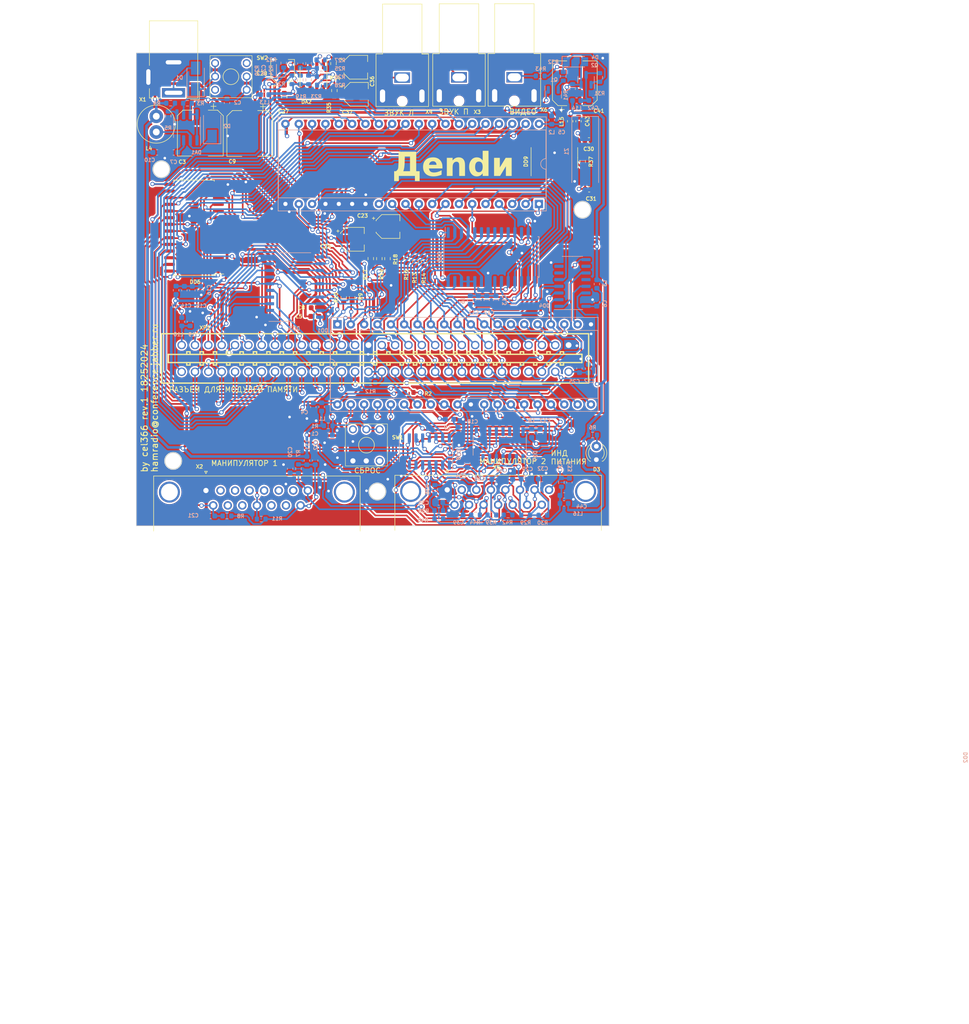
<source format=kicad_pcb>
(kicad_pcb (version 20221018) (generator pcbnew)
  (layers (0 "F.Cu" signal) (31 "B.Cu" signal) (34 "B.Paste" user) (35 "F.Paste" user) (36 "B.SilkS" user "B.Silkscreen") (37 "F.SilkS" user "F.Silkscreen") (38 "B.Mask" user) (39 "F.Mask" user) (44 "Edge.Cuts" user))
  (net 0 "")
  (net 1 "/RESET")
  (net 2 "GNDD")
  (net 3 "Net-(DA1-Vin)")
  (net 4 "Net-(DD1-VCC)")
  (net 5 "Net-(DD2-VCC)")
  (net 6 "Net-(DD4-VCC)")
  (net 7 "Net-(DA1-TC)")
  (net 8 "Net-(DD3-VCC)")
  (net 9 "+5V")
  (net 10 "Net-(DD5-A10)")
  (net 11 "Net-(DD6-A12)")
  (net 12 "Net-(DD7-VCC)")
  (net 13 "Net-(DD8-VCC)")
  (net 14 "Net-(C19-Pad1)")
  (net 15 "/J1D0")
  (net 16 "/J1CLK")
  (net 17 "Net-(C22-Pad1)")
  (net 18 "Net-(C23-Pad2)")
  (net 19 "Net-(C24-Pad2)")
  (net 20 "+5VA")
  (net 21 "/J2D2")
  (net 22 "Net-(DD9-1A)")
  (net 23 "Net-(DD9-1Y)")
  (net 24 "/J2D1")
  (net 25 "/J2D0")
  (net 26 "/IRQ")
  (net 27 "/J2CLK")
  (net 28 "/J2D4")
  (net 29 "/OUT2")
  (net 30 "/J2D3")
  (net 31 "Net-(Q2-C)")
  (net 32 "Net-(DD9-4Y)")
  (net 33 "Net-(C25-Pad1)")
  (net 34 "Net-(D3-A)")
  (net 35 "Net-(DA1-DC)")
  (net 36 "Net-(D2-K)")
  (net 37 "Net-(DA1-Vfb)")
  (net 38 "Net-(DA2-Pad1)")
  (net 39 "Net-(DA2.1--)")
  (net 40 "Net-(DA2.1-+)")
  (net 41 "Net-(DA2.2-+)")
  (net 42 "Net-(DA2.2--)")
  (net 43 "Net-(DA2-Pad7)")
  (net 44 "/SQR")
  (net 45 "/D7")
  (net 46 "/DMC")
  (net 47 "/D6")
  (net 48 "/D5")
  (net 49 "/A0")
  (net 50 "/D4")
  (net 51 "/A1")
  (net 52 "/D3")
  (net 53 "/A2")
  (net 54 "/D2")
  (net 55 "/A3")
  (net 56 "/D1")
  (net 57 "/A4")
  (net 58 "/D0")
  (net 59 "/A5")
  (net 60 "/CPU_CLK")
  (net 61 "/A6")
  (net 62 "/A7")
  (net 63 "/F2")
  (net 64 "/A8")
  (net 65 "/A9")
  (net 66 "Net-(DD1-NMI)")
  (net 67 "/A10")
  (net 68 "/R_W")
  (net 69 "/A11")
  (net 70 "/JOY2")
  (net 71 "/A12")
  (net 72 "/JOY1")
  (net 73 "/A13")
  (net 74 "/A14")
  (net 75 "/OUT1")
  (net 76 "/A15")
  (net 77 "/OUT0")
  (net 78 "/VIDEO")
  (net 79 "/PWR")
  (net 80 "/PRD")
  (net 81 "/PA13")
  (net 82 "/PA12")
  (net 83 "/PA11")
  (net 84 "/PA10")
  (net 85 "/PA9")
  (net 86 "/PA8")
  (net 87 "/PAD7")
  (net 88 "/PAD6")
  (net 89 "Net-(DD2-STB)")
  (net 90 "/PAD5")
  (net 91 "/PAD4")
  (net 92 "/PAD3")
  (net 93 "/PAD2")
  (net 94 "/PAD1")
  (net 95 "/PPU_CLK")
  (net 96 "/PAD0")
  (net 97 "/LE")
  (net 98 "/PA7")
  (net 99 "/PA5")
  (net 100 "/PA3")
  (net 101 "Net-(DD4-B1)")
  (net 102 "Net-(DD4-A0)")
  (net 105 "/CART")
  (net 108 "/VA10")
  (net 109 "/PA6")
  (net 110 "/PA4")
  (net 111 "/PA2")
  (net 112 "/PA0")
  (net 113 "/VRAM")
  (net 114 "/PA1")
  (net 115 "/J1D1")
  (net 116 "/nPA13")
  (net 119 "Net-(Q1-E)")
  (net 120 "Net-(D4-K)")
  (net 121 "Net-(D4-A)")
  (net 122 "/SOUT")
  (net 123 "Net-(C26-Pad1)")
  (net 124 "Net-(C36-Pad1)")
  (net 125 "Net-(C37-Pad1)")
  (net 126 "Net-(C41-Pad2)")
  (net 127 "Net-(X6-Pin_1)")
  (net 128 "Net-(C44-Pad1)")
  (net 139 "Net-(X3-Pin_1)")
  (net 140 "Net-(X4-Pin_1)")
  (net 141 "Net-(D1-K)")
  (net 142 "Net-(D1-A)")
  (footprint "Resistor_SMD:R_0603_1608Metric" (layer "F.Cu") (at 71.78 79.79 -90)
    (fp_text reference "R15")
    (fp_text value "4K7")
  )
  (footprint "Connector_Dsub:DSUB-15_Male_Horizontal_P2.77x2.84mm_EdgePinOffset4.94mm_Housed_MountingHolesOffset7.48mm" (layer "F.Cu") (at 79.49 123.79)
    (fp_text reference "X5")
    (fp_text value "Манипулятор_2")
  )
  (footprint "Capacitor_SMD:C_0603_1608Metric" (layer "F.Cu") (at 104.49 53.645 -90)
    (fp_text reference "C43")
    (fp_text value "0.1uF")
  )
  (footprint "Resistor_SMD:R_0603_1608Metric" (layer "F.Cu") (at 57.84 42.66 90)
    (fp_text reference "R34")
    (fp_text value "1R")
  )
  (footprint "Inductor_SMD:L_0603_1608Metric" (layer "F.Cu") (at 54.3 90.78)
    (fp_text reference "L5")
    (fp_text value "BLM18EG221SN1D")
  )
  (footprint "Package_SO:SOIC-8_3.9x4.9mm_P1.27mm" (layer "F.Cu") (at 54.035 45.255 -90)
    (fp_text reference "DA2")
    (fp_text value "LM358")
  )
  (footprint "Button_Switch_THT:KLS7_P8X8" (layer "F.Cu") (at 35.31 47.66 90)
    (fp_text reference "SW2")
    (fp_text value "POWER")
  )
  (footprint "Connector_Audio:RCA-105" (layer "F.Cu") (at 70.93 40.83)
    (fp_text reference "X4")
    (fp_text value "AUDIO_2")
  )
  (footprint "Capacitor_SMD:C_0603_1608Metric" (layer "F.Cu") (at 48.47 49.08 -90)
    (fp_text reference "C27")
    (fp_text value "0.1uF")
  )
  (footprint "Capacitor_SMD:C_0603_1608Metric" (layer "F.Cu") (at 106.47 57.28)
    (fp_text reference "C30")
    (fp_text value "22pF")
  )
  (footprint "Resistor_SMD:R_0603_1608Metric" (layer "F.Cu") (at 75.09 80.32 -90)
    (fp_text reference "R14")
    (fp_text value "1K")
  )
  (footprint "Connector_Dsub:DSUB-15_Male_Horizontal_P2.77x2.84mm_EdgePinOffset4.94mm_Housed_MountingHolesOffset7.48mm" (layer "F.Cu") (at 33.565 123.92)
    (fp_text reference "X2")
    (fp_text value "Манипулятор_1")
  )
  (footprint "Capacitor_SMD:CP_Elec_4x5.4" (layer "F.Cu") (at 68.22 73.67)
    (fp_text reference "C23")
    (fp_text value "10uFx16V")
  )
  (footprint "Resistor_SMD:R_0603_1608Metric" (layer "F.Cu") (at 64.94 79.78 -90)
    (fp_text reference "R17")
    (fp_text value "2K")
  )
  (footprint "Package_SO:SOIC-28W_7.5x17.9mm_P1.27mm" (layer "F.Cu") (at 31.28 73.9 180)
    (fp_text reference "DD6")
    (fp_text value "IS62C256AL-45ULI-TR")
  )
  (footprint "Connector_BarrelJack:BarrelJack_Wuerth_6941xx301002" (layer "F.Cu") (at 27.4 48.22 180)
    (fp_text reference "X1")
    (fp_text value "POWER")
  )
  (footprint "Resistor_SMD:R_0603_1608Metric" (layer "F.Cu") (at 72.25 105.26 180)
    (fp_text reference "R2")
    (fp_text value "10K")
  )
  (footprint "Capacitor_SMD:C_0603_1608Metric" (layer "F.Cu") (at 54.37 89.13)
    (fp_text reference "C8")
    (fp_text value "0.1uF")
  )
  (footprint "Resistor_SMD:R_0603_1608Metric" (layer "F.Cu") (at 105.29 61.295 90)
    (fp_text reference "R37")
    (fp_text value "4M7")
  )
  (footprint "Capacitor_SMD:C_0603_1608Metric" (layer "F.Cu") (at 106.51 66.59)
    (fp_text reference "C31")
    (fp_text value "22pF")
  )
  (footprint "Resistor_SMD:R_0603_1608Metric" (layer "F.Cu") (at 68.12 79.79 -90)
    (fp_text reference "R18")
    (fp_text value "4K7")
  )
  (footprint "Inductor_THT:L_Radial_D7.0mm_P3.00mm" (layer "F.Cu") (at 24.11 55.69 90)
    (fp_text reference "L4")
    (fp_text value "220uH")
  )
  (footprint "Button_Switch_THT:KLS7_P8X8" (layer "F.Cu") (at 66.62 118.28 180)
    (fp_text reference "SW1")
    (fp_text value "RESET")
  )
  (footprint "Connector_Audio:RCA-105" (layer "F.Cu") (at 92.27 40.76)
    (fp_text reference "X6")
    (fp_text value "VIDEO")
  )
  (footprint "Capacitor_SMD:CP_Elec_8x10.5" (layer "F.Cu") (at 32.49 55.89 -90)
    (fp_text reference "C3")
    (fp_text value "220uFx25V")
  )
  (footprint "Resistor_SMD:R_0603_1608Metric" (layer "F.Cu") (at 73.46 80.3 -90)
    (fp_text reference "R13")
    (fp_text value "2K")
  )
  (footprint "Inductor_SMD:L_0603_1608Metric" (layer "F.Cu") (at 102.9 53.64 -90)
    (fp_text reference "L15")
    (fp_text value "BLM18EG221SN1D")
  )
  (footprint "Capacitor_SMD:CP_Elec_8x6.5" (layer "F.Cu") (at 103.78 46.41 90)
    (fp_text reference "C41")
    (fp_text value "220uFx10V")
  )
  (footprint "LED_THT:LED_D3.0mm" (layer "F.Cu") (at 107.88 118.05 90)
    (fp_text reference "D3")
    (fp_text value "POWER")
  )
  (footprint "Capacitor_SMD:CP_Elec_4x5.4" (layer "F.Cu") (at 48.16 44.13 90)
    (fp_text reference "C28")
    (fp_text value "10uFx16V")
  )
  (footprint "Resistor_SMD:R_0603_1608Metric" (layer "F.Cu") (at 66.57 79.79 -90)
    (fp_text reference "R16")
    (fp_text value "1K8")
  )
  (footprint "Connector:60 PIN FAMICOM CARTRIDGE SLOT" (layer "F.Cu") (at 67.04 98.78 180)
    (fp_text reference "XP1")
    (fp_text value "ИГРОВОЙ РАЗЪЕМ" hide)
  )
  (footprint "Package_SO:SO-14_3.9x8.65mm_P1.27mm" (layer "F.Cu") (at 99.89 60.585 90)
    (fp_text reference "DD9")
    (fp_text value "74LS04")
  )
  (footprint "Capacitor_SMD:CP_Elec_8x10.5" (layer "F.Cu") (at 41.91 55.96 -90)
    (fp_text reference "C9")
    (fp_text value "470uFx6.3V")
  )
  (footprint "Capacitor_SMD:CP_Elec_4x5.4" (layer "F.Cu") (at 61.44 76.1)
    (fp_text reference "C24")
    (fp_text value "10uFx16V")
  )
  (footprint "Capacitor_SMD:CP_Elec_4x5.4" (layer "F.Cu") (at 62.21 48.52)
    (fp_text reference "C37")
    (fp_text value "10uFx16V")
  )
  (footprint "Connector_Audio:RCA-105" (layer "F.Cu") (at 81.73 40.78)
    (fp_text reference "X3")
    (fp_text value "AUDIO_1")
  )
  (footprint "Resistor_SMD:R_0603_1608Metric" (layer "F.Cu") (at 58.01 47.8 90)
    (fp_text reference "R35")
    (fp_text value "1R")
  )
  (footprint "Resistor_SMD:R_0603_1608Metric" (layer "F.Cu") (at 59.79 87.22 90)
    (fp_text reference "R10")
    (fp_text value "75R")
  )
  (footprint "Resistor_SMD:R_0603_1608Metric" (layer "F.Cu") (at 61.39 87.22 90)
    (fp_text reference "R9")
    (fp_text value "75R")
  )
  (footprint "Capacitor_SMD:CP_Elec_4x5.4" (layer "F.Cu") (at 62.08 43.36)
    (fp_text reference "C36")
    (fp_text value "10uFx16V")
  )
  (footprint "Resistor_SMD:R_0603_1608Metric" (layer "B.Cu") (at 77.13 123.72 -90)
    (fp_text reference "R36")
    (fp_text value "10K")
  )
  (footprint "Capacitor_SMD:C_0603_1608Metric" (layer "B.Cu") (at 107.95 88.06 90)
    (fp_text reference "C6")
    (fp_text value "0.1uF")
  )
  (footprint "Capacitor_SMD:C_0603_1608Metric" (layer "B.Cu") (at 54 108.025 -90)
    (fp_text reference "C4")
    (fp_text value "0.1uF")
  )
  (footprint "Capacitor_SMD:C_0603_1608Metric" (layer "B.Cu") (at 81.74 128.57 180)
    (fp_text reference "C39")
    (fp_text value "330pF")
  )
  (footprint "Inductor_SMD:L_0603_1608Metric" (layer "B.Cu") (at 27.87 85.8 90)
    (fp_text reference "L7")
    (fp_text value "BLM18EG221SN1D")
  )
  (footprint "Capacitor_SMD:C_0603_1608Metric" (layer "B.Cu") (at 87 87.65 -90)
    (fp_text reference "C12")
    (fp_text value "0.1uF")
  )
  (footprint "Inductor_SMD:L_0603_1608Metric" (layer "B.Cu") (at 101.732 126.375 180)
    (fp_text reference "L16")
    (fp_text value "BLM18EG221SN1D")
  )
  (footprint "Resistor_SMD:R_0603_1608Metric" (layer "B.Cu") (at 51.53 45.77 -90)
    (fp_text reference "R19")
    (fp_text value "4K7")
  )
  (footprint "Resistor_SMD:R_0603_1608Metric" (layer "B.Cu") (at 97.71 128.62 180)
    (fp_text reference "R30")
    (fp_text value "10K")
  )
  (footprint "Inductor_SMD:L_0603_1608Metric" (layer "B.Cu") (at 52.775 118.22 -90)
    (fp_text reference "L11")
    (fp_text value "BLM18EG221SN1D")
  )
  (footprint "Capacitor_SMD:C_0603_1608Metric" (layer "B.Cu") (at 34.46 128.77 180)
    (fp_text reference "C21")
    (fp_text value "330pF")
  )
  (footprint "Package_SO:SO-16_3.9x9.9mm_P1.27mm" (layer "B.Cu") (at 75.45 116.495 90)
    (fp_text reference "DD8")
    (fp_text value "74HC368N")
  )
  (footprint "Resistor_SMD:R_0603_1608Metric" (layer "B.Cu") (at 48.36 42.6 -90)
    (fp_text reference "R22")
    (fp_text value "4K7")
  )
  (footprint "Crystal:Crystal_SMD_HC49-SD" (layer "B.Cu") (at 105.76 59.42 -90)
    (fp_text reference "Z1")
    (fp_text value "26.601712 Mhz")
  )
  (footprint "Inductor_SMD:L_0603_1608Metric" (layer "B.Cu") (at 28.96 91.8025 -90)
    (fp_text reference "L10")
    (fp_text value "BLM18EG221SN1D")
  )
  (footprint "Capacitor_SMD:C_0603_1608Metric" (layer "B.Cu") (at 56.84 113.38 180)
    (fp_text reference "C1")
    (fp_text value "0.47uF")
  )
  (footprint "Resistor_SMD:R_0603_1608Metric" (layer "B.Cu") (at 101.58 45.085 90)
    (fp_text reference "R32")
    (fp_text value "220R")
  )
  (footprint "Resistor_SMD:R_0603_1608Metric" (layer "B.Cu") (at 30.04 50.22)
    (fp_text reference "R3")
    (fp_text value "0.12R")
  )
  (footprint "Inductor_SMD:L_0603_1608Metric" (layer "B.Cu") (at 104.12 49.71)
    (fp_text reference "L14")
    (fp_text value "BLM18EG221SN1D")
  )
  (footprint "Capacitor_SMD:C_0603_1608Metric" (layer "B.Cu") (at 97.18 113.03 -90)
    (fp_text reference "C17")
    (fp_text value "0.1uF")
  )
  (footprint "Resistor_SMD:R_0603_1608Metric" (layer "B.Cu") (at 26.38 52.6 90)
    (fp_text reference "R5")
    (fp_text value "1K2")
  )
  (footprint "Package_DIP:DIP-40_W15.24mm_Socket" (layer "B.Cu") (at 96.955 69.375 90)
    (fp_text reference "DD2")
    (fp_text value "UA6538")
  )
  (footprint "Package_SO:SO-16_3.9x9.9mm_P1.27mm" (layer "B.Cu") (at 103.33 84.42)
    (fp_text reference "DD4")
    (fp_text value "74HC139")
  )
  (footprint "Resistor_SMD:R_0603_1608Metric" (layer "B.Cu") (at 77.89 129.27 180)
    (fp_text reference "R40")
    (fp_text value "10K")
  )
  (footprint "Capacitor_SMD:C_0603_1608Metric" (layer "B.Cu") (at 32.54 85.82 -90)
    (fp_text reference "C16")
    (fp_text value "0.1uF")
  )
  (footprint "Package_SO:SOIC-8_3.9x4.9mm_P1.27mm" (layer "B.Cu") (at 29.95 54.8 90)
    (fp_text reference "DA1")
    (fp_text value "MC34063AD")
  )
  (footprint "Capacitor_SMD:C_0603_1608Metric" (layer "B.Cu") (at 27.425 59.58 180)
    (fp_text reference "C7")
    (fp_text value "470p")
  )
  (footprint "Capacitor_SMD:C_0603_1608Metric" (layer "B.Cu") (at 30.97 85.82 -90)
    (fp_text reference "C15")
    (fp_text value "0.1uF")
  )
  (footprint "Capacitor_SMD:C_0603_1608Metric" (layer "B.Cu") (at 54.355 118.22 90)
    (fp_text reference "C22")
    (fp_text value "0.1uF")
  )
  (footprint "Package_SO:SO-16_3.9x9.9mm_P1.27mm" (layer "B.Cu") (at 89.48 115.27 90)
    (fp_text reference "DD7")
    (fp_text value "74HC368N")
  )
  (footprint "Resistor_SMD:R_0603_1608Metric" (layer "B.Cu") (at 55.51 45.12 180)
    (fp_text reference "R26")
    (fp_text value "1K")
  )
  (footprint "Resistor_SMD:R_0603_1608Metric" (layer "B.Cu") (at 37.56 128.77)
    (fp_text reference "R8")
    (fp_text value "10K")
  )
  (footprint "Resistor_SMD:R_0603_1608Metric" (layer "B.Cu") (at 49.93 42.63 -90)
    (fp_text reference "R20")
    (fp_text value "4K7")
  )
  (footprint "Capacitor_SMD:C_0603_1608Metric" (layer "B.Cu") (at 37.57 50.15 -90)
    (fp_text reference "C2")
    (fp_text value "0.1uF")
  )
  (footprint "Capacitor_SMD:C_0603_1608Metric" (layer "B.Cu") (at 24.25 59.57)
    (fp_text reference "C10")
    (fp_text value "0.1uF")
  )
  (footprint "Resistor_SMD:R_0603_1608Metric" (layer "B.Cu") (at 64.96 103.39 180)
    (fp_text reference "R12")
    (fp_text value "2K2")
  )
  (footprint "Capacitor_SMD:C_0603_1608Metric" (layer "B.Cu") (at 77.87 126.19 180)
    (fp_text reference "C35")
    (fp_text value "330pF")
  )
  (footprint "Inductor_SMD:L_0603_1608Metric" (layer "B.Cu") (at 95.57 113.02 90)
    (fp_text reference "L8")
    (fp_text value "BLM18EG221SN1D")
  )
  (footprint "Resistor_SMD:R_0603_1608Metric" (layer "B.Cu") (at 107.17 113.36 180)
    (fp_text reference "R6")
    (fp_text value "330R")
  )
  (footprint "Package_DIP:DIP-40_W15.24mm_Socket" (layer "B.Cu") (at 58.595 92.295 -90)
    (fp_text reference "DD1")
    (fp_text value "UA6527")
  )
  (footprint "Inductor_SMD:L_0603_1608Metric" (layer "B.Cu") (at 106.33 100.7325 -90)
    (fp_text reference "L12")
    (fp_text value "BLM18EG221SN1D")
  )
  (footprint "Diode_SMD:D_SMA" (layer "B.Cu") (at 34.75 54.51 90)
    (fp_text reference "D2")
    (fp_text value "SS14")
  )
  (footprint "Resistor_SMD:R_0603_1608Metric" (layer "B.Cu") (at 97.19 45.02)
    (fp_text reference "R43")
    (fp_text value "75R")
  )
  (footprint "Resistor_SMD:R_0603_1608Metric" (layer "B.Cu") (at 53.1 42.67 -90)
    (fp_text reference "R24")
    (fp_text value "510R")
  )
  (footprint "Inductor_SMD:L_0603_1608Metric" (layer "B.Cu") (at 83.87 87.65 90)
    (fp_text reference "L6")
    (fp_text value "BLM18EG221SN1D")
  )
  (footprint "Resistor_SMD:R_0603_1608Metric" (layer "B.Cu") (at 108.53 45.31 90)
    (fp_text reference "R31")
    (fp_text value "2K2")
  )
  (footprint "Capacitor_SMD:C_0603_1608Metric" (layer "B.Cu") (at 30.54 91.81 90)
    (fp_text reference "C19")
    (fp_text value "0.1uF")
  )
  (footprint "Diode_SMD:D_MiniMELF" (layer "B.Cu") (at 103.91 42.31)
    (fp_text reference "D4")
    (fp_text value "BAS85")
  )
  (footprint "Resistor_SMD:R_0603_1608Metric" (layer "B.Cu") (at 84.885 128.57 180)
    (fp_text reference "R44")
    (fp_text value "10K")
  )
  (footprint "Capacitor_SMD:C_0603_1608Metric" (layer "B.Cu") (at 94.34 121.74)
    (fp_text reference "C29")
    (fp_text value "330pF")
  )
  (footprint "Resistor_SMD:R_0603_1608Metric" (layer "B.Cu") (at 94.41 128.6)
    (fp_text reference "R29")
    (fp_text value "10K")
  )
  (footprint "Resistor_SMD:R_0603_1608Metric" (layer "B.Cu") (at 55.55 46.76 180)
    (fp_text reference "R28")
    (fp_text value "10K")
  )
  (footprint "Diode_SMD:D_SMA" (layer "B.Cu") (at 31.6 45.52 90)
    (fp_text reference "D1")
    (fp_text value "SS14")
  )
  (footprint "Capacitor_SMD:C_0603_1608Metric" (layer "B.Cu") (at 107.25 49.68)
    (fp_text reference "C42")
    (fp_text value "0.1uF")
  )
  (footprint "Package_TO_SOT_SMD:SOT-23" (layer "B.Cu") (at 105.93 45.75 90)
    (fp_text reference "Q2")
    (fp_text value "BC817")
  )
  (footprint "Resistor_SMD:R_0603_1608Metric" (layer "B.Cu") (at 26.84 50.2 180)
    (fp_text reference "R4")
    (fp_text value "3K6")
  )
  (footprint "Capacitor_SMD:C_0603_1608Metric" (layer "B.Cu") (at 101.158 53.41 90)
    (fp_text reference "C5")
    (fp_text value "0.1uF")
  )
  (footprint "Resistor_SMD:R_0603_1608Metric" (layer "B.Cu") (at 49.94 45.75 -90)
    (fp_text reference "R21")
    (fp_text value "4K7")
  )
  (footprint "Capacitor_SMD:C_0603_1608Metric" (layer "B.Cu") (at 51.53 42.66 90)
    (fp_text reference "C26")
    (fp_text value "0.1uF")
  )
  (footprint "Capacitor_SMD:C_0603_1608Metric" (layer "B.Cu") (at 29.45 85.82 -90)
    (fp_text reference "C14")
    (fp_text value "0.1uF")
  )
  (footprint "Resistor_SMD:R_0603_1608Metric" (layer "B.Cu") (at 55.45 41.96 180)
    (fp_text reference "R27")
    (fp_text value "10K")
  )
  (footprint "Inductor_SMD:L_0603_1608Metric" (layer "B.Cu") (at 44.74 48.59)
    (fp_text reference "L13")
    (fp_text value "BLM18EG221SN1D")
  )
  (footprint "Resistor_SMD:R_0603_1608Metric" (layer "B.Cu") (at 51.175 119.77 90)
    (fp_text reference "R7")
    (fp_text value "10K")
  )
  (footprint "Package_SO:SO-20_12.8x7.5mm_P1.27mm" (layer "B.Cu") (at 50.53 85.2)
    (fp_text reference "DD3")
    (fp_text value "74HC373")
  )
  (footprint "Resistor_SMD:R_0603_1608Metric" (layer "B.Cu") (at 91.075 128.58 180)
    (fp_text reference "R42")
    (fp_text value "10K")
  )
  (footprint "Resistor_SMD:R_0603_1608Metric" (layer "B.Cu") (at 103.36 47.39 90)
    (fp_text reference "R41")
    (fp_text value "68R")
  )
  (footprint "Capacitor_SMD:C_0603_1608Metric" (layer "B.Cu") (at 88.75 121.78)
    (fp_text reference "C38")
    (fp_text value "330pF")
  )
  (footprint "Resistor_SMD:R_0603_1608Metric" (layer "B.Cu") (at 87.99 128.58 180)
    (fp_text reference "R39")
    (fp_text value "10K")
  )
  (footprint "Capacitor_SMD:C_0603_1608Metric" (layer "B.Cu") (at 49.585 119.785 90)
    (fp_text reference "C20")
    (fp_text value "330pF")
  )
  (footprint "Capacitor_SMD:C_0603_1608Metric" (layer "B.Cu") (at 102.748 122.374 -90)
    (fp_text reference "C33")
    (fp_text value "330pF")
  )
  (footprint "Resistor_SMD:R_0603_1608Metric" (layer "B.Cu") (at 56.84 111.602 180)
    (fp_text reference "R1")
    (fp_text value "10K")
  )
  (footprint "Inductor_SMD:L_0603_1608Metric" (layer "B.Cu") (at 99.38 53.41 -90)
    (fp_text reference "L2")
    (fp_text value "BLM18EG221SN1D")
  )
  (footprint "Resistor_SMD:R_0603_1608Metric" (layer "B.Cu") (at 77.89 127.73 180)
    (fp_text reference "R38")
    (fp_text value "10K")
  )
  (footprint "Package_SO:SOIC-28W_7.5x17.9mm_P1.27mm" (layer "B.Cu") (at 87.92 79.48 -90)
    (fp_text reference "DD5")
    (fp_text value "IS62C256AL-45ULI-TR")
  )
  (footprint "Resistor_SMD:R_0603_1608Metric" (layer "B.Cu") (at 101.224 122.374 -90)
    (fp_text reference "R33")
    (fp_text value "10K")
  )
  (footprint "Capacitor_SMD:C_0603_1608Metric" (layer "B.Cu") (at 81.57 112.66 -90)
    (fp_text reference "C18")
    (fp_text value "0.1uF")
  )
  (footprint "Inductor_SMD:L_0603_1608Metric" (layer "B.Cu") (at 55.59 108 90)
    (fp_text reference "L1")
    (fp_text value "BLM18EG221SN1D")
  )
  (footprint "Capacitor_SMD:C_0603_1608Metric" (layer "B.Cu") (at 83.32 118.745 90)
    (fp_text reference "C34")
    (fp_text value "330pF")
  )
  (footprint "Inductor_SMD:L_0603_1608Metric" (layer "B.Cu") (at 79.95 110.36)
    (fp_text reference "L9")
    (fp_text value "BLM18EG221SN1D")
  )
  (footprint "Capacitor_SMD:C_0603_1608Metric" (layer "B.Cu") (at 101.732 124.851)
    (fp_text reference "C44")
    (fp_text value "0.1uF")
  )
  (footprint "Inductor_SMD:L_0603_1608Metric" (layer "B.Cu") (at 107.98 84.6275 -90)
    (fp_text reference "L3")
    (fp_text value "BLM18EG221SN1D")
  )
  (footprint "Capacitor_SMD:C_0603_1608Metric" (layer "B.Cu") (at 97.56 121.72)
    (fp_text reference "C32")
    (fp_text value "330pF")
  )
  (footprint "Capacitor_SMD:C_0603_1608Metric" (layer "B.Cu") (at 85.43 87.65 -90)
    (fp_text reference "C11")
    (fp_text value "0.1uF")
  )
  (footprint "Resistor_SMD:R_0603_1608Metric" (layer "B.Cu") (at 44.085 129.36)
    (fp_text reference "R11")
    (fp_text value "10K")
  )
  (footprint "Resistor_SMD:R_0603_1608Metric" (layer "B.Cu") (at 53.11 45.765 -90)
    (fp_text reference "R23")
    (fp_text value "510R")
  )
  (footprint "Package_TO_SOT_SMD:SOT-23" (layer "B.Cu") (at 99.67 48.6 -90)
    (fp_text reference "Q1")
    (fp_text value "BC857")
  )
  (footprint "Resistor_SMD:R_0603_1608Metric" (layer "B.Cu") (at 55.49 43.57 180)
    (fp_text reference "R25")
    (fp_text value "1K")
  )
  (footprint "Capacitor_SMD:C_0603_1608Metric" (layer "B.Cu") (at 91.94 121.015 90)
    (fp_text reference "C40")
    (fp_text value "330pF")
  )
  (footprint "Capacitor_SMD:C_0603_1608Metric" (layer "B.Cu") (at 88.78 87.65 -90)
    (fp_text reference "C13")
    (fp_text value "0.1uF")
  )
  (footprint "Capacitor_SMD:C_0603_1608Metric" (layer "B.Cu") (at 104.66 100.71 90)
    (fp_text reference "C25")
    (fp_text value "0.1uF")
  )
  (gr_line (start 48.57 45.24) (end 49.02 44.44) (stroke (width 0.15)) (layer "B.SilkS"))
  (gr_line (start 46.99 42.82) (end 46.97 45.24) (stroke (width 0.15)) (layer "B.SilkS"))
  (gr_line (start 46.97 45.24) (end 48.57 45.24) (stroke (width 0.15)) (layer "B.SilkS"))
  (gr_line (start 45.34 45.64) (end 46.97 45.24) (stroke (width 0.15)) (layer "B.SilkS"))
  (gr_circle (center 105.25 70.48) (end 106.85 70.48) (stroke (width 0.2)) (fill none) (layer "Edge.Cuts"))
  (gr_circle (center 27.33 118.29) (end 28.93 118.29) (stroke (width 0.2)) (fill none) (layer "Edge.Cuts"))
  (gr_line (start 110.32 40.64) (end 110.32 130.64) (stroke (width 0.1)) (layer "Edge.Cuts"))
  (gr_circle (center 25.08 62.78) (end 26.68 62.78) (stroke (width 0.2)) (fill none) (layer "Edge.Cuts"))
  (gr_line (start 110.32 40.64) (end 20.32 40.64) (stroke (width 0.1)) (layer "Edge.Cuts"))
  (gr_circle (center 66.2 124.11) (end 67.8 124.11) (stroke (width 0.2)) (fill none) (layer "Edge.Cuts"))
  (gr_line (start 20.32 130.64) (end 20.32 40.64) (stroke (width 0.1)) (layer "Edge.Cuts"))
  (gr_line (start 110.32 130.64) (end 20.32 130.64) (stroke (width 0.1)) (layer "Edge.Cuts"))
  (gr_text "by cel366 rev.1 18252024\nhamradio@conference.jabber.ru" (at 24.49 120.57 90) (layer "F.SilkS") (effects (font (size 1.2 1.2) (thickness 0.1875)) (justify left bottom)))
  (gr_text "СБРОС" (at 61.68 120.71) (layer "F.SilkS") (effects (font (size 1 1)) (justify left bottom)))
  (gr_text "РАЗЪЕМ ДЛЯ МОДУЛЕЙ ПАМЯТИ" (at 26.4 105.29) (layer "F.SilkS") (effects (font (size 1 1)) (justify left bottom)))
  (gr_text "ЗВУК Л" (at 67.35 52.61) (layer "F.SilkS") (effects (font (size 1 1)) (justify left bottom)))
  (gr_text "МАНИПУЛЯТОР 1" (at 34.45 119.32) (layer "F.SilkS") (effects (font (size 1 1)) (justify left bottom)))
  (gr_text "ВИДЕО" (at 91.24 52.41) (layer "F.SilkS") (effects (font (size 1 1)) (justify left bottom)))
  (gr_text "ИНД\nПИТАНИЯ" (at 99.12 119.02) (layer "F.SilkS") (effects (font (size 1 1)) (justify left bottom)))
  (gr_text "ЗВУК П" (at 77.76 52.42) (layer "F.SilkS") (effects (font (size 1 1)) (justify left bottom)))
  (gr_text "МАНИПУЛЯТОР 2" (at 85.53 118.96) (layer "F.SilkS") (effects (font (size 1 1)) (justify left bottom)))
  (gr_text "Дendи" (at 69.01 64.81) (layer "F.SilkS") (effects (font (size 4.5 4.5) (thickness 0.2) bold) (justify left bottom)))
  (segment (start 59.508751 78.298751) (end 59.508751 78.240018) (width 0.31) (layer "F.Cu") (net 1))
  (segment (start 63.88 90.94) (end 62.52 92.3) (width 0.31) (layer "F.Cu") (net 1))
  (segment (start 63.88 89.03) (end 64.061013 88.848987) (width 0.31) (layer "F.Cu") (net 1))
  (segment (start 63.85 87.35) (end 63.85 82.64) (width 0.31) (layer "F.Cu") (net 1))
  (segment (start 63.85 82.64) (end 59.508751 78.298751) (width 0.31) (layer "F.Cu") (net 1))
  (segment (start 51.35 56) (end 51.35 63.46) (width 0.31) (layer "F.Cu") (net 1))
  (segment (start 55.08 74.65) (end 54.9 74.65) (width 0.31) (layer "F.Cu") (net 1))
  (segment (start 56.861094 75.755) (end 56.821094 75.755) (width 0.31) (layer "F.Cu") (net 1))
  (segment (start 64.061013 88.848987) (end 64.061013 87.561013) (width 0.31) (layer "F.Cu") (net 1))
  (segment (start 62.52 94.35) (end 63.235 95.065) (width 0.31) (layer "F.Cu") (net 1))
  (segment (start 56.821094 75.755) (end 55.961094 74.895) (width 0.31) (layer "F.Cu") (net 1))
  (segment (start 51.35 63.46) (end 55.04 67.15) (width 0.31) (layer "F.Cu") (net 1))
  (segment (start 63.88 90.94) (end 63.88 89.03) (width 0.31) (layer "F.Cu") (net 1))
  (segment (start 63.235 104.035) (end 61.8 105.47) (width 0.31) (layer "F.Cu") (net 1))
  (segment (start 63.235 95.065) (end 63.235 104.035) (width 0.31) (layer "F.Cu") (net 1))
  (segment (start 55.04 70.93) (end 54.94 71.03) (width 0.31) (layer "F.Cu") (net 1))
  (segment (start 56.946094 75.84) (end 56.861094 75.755) (width 0.31) (layer "F.Cu") (net 1))
  (segment (start 55.325 74.895) (end 55.08 74.65) (width 0.31) (layer "F.Cu") (net 1))
  (segment (start 57.33 106.9) (end 57.33 109.551937) (width 0.31) (layer "F.Cu") (net 1))
  (segment (start 57.4 75.84) (end 56.946094 75.84) (width 0.31) (layer "F.Cu") (net 1))
  (segment (start 62.52 92.3) (end 62.52 94.35) (width 0.31) (layer "F.Cu") (net 1))
  (segment (start 55.04 67.15) (end 55.04 70.93) (width 0.31) (layer "F.Cu") (net 1))
  (segment (start 61.8 105.47) (end 58.76 105.47) (width 0.31) (layer "F.Cu") (net 1))
  (segment (start 58.76 105.47) (end 57.33 106.9) (width 0.31) (layer "F.Cu") (net 1))
  (segment (start 57.33 109.551937) (end 57.668517 109.890454) (width 0.31) (layer "F.Cu") (net 1))
  (segment (start 64.061013 87.561013) (end 63.85 87.35) (width 0.31) (layer "F.Cu") (net 1))
  (segment (start 55.961094 74.895) (end 55.325 74.895) (width 0.31) (layer "F.Cu") (net 1))
  (via (at 57.668517 109.890454) (size 0.8) (drill 0.5) (layers "F.Cu" "B.Cu") (net 1))
  (via (at 54.94 71.03) (size 0.8) (drill 0.5) (layers "F.Cu" "B.Cu") (net 1))
  (via (at 51.35 56) (size 0.8) (drill 0.5) (layers "F.Cu" "B.Cu") (net 1))
  (via (at 63.88 90.94) (size 0.8) (drill 0.5) (layers "F.Cu" "B.Cu") (net 1))
  (via (at 54.9 74.65) (size 0.8) (drill 0.5) (layers "F.Cu" "B.Cu") (net 1))
  (via (at 59.508751 78.240018) (size 0.8) (drill 0.5) (layers "F.Cu" "B.Cu") (net 1))
  (via (at 57.4 75.84) (size 0.8) (drill 0.5) (layers "F.Cu" "B.Cu") (net 1))
  (segment (start 54.94 74.61) (end 54.9 74.65) (width 0.31) (layer "B.Cu") (net 1))
  (segment (start 57.4 75.84) (end 58.06 75.84) (width 0.31) (layer "B.Cu") (net 1))
  (segment (start 59.508751 77.288751) (end 59.508751 78.240018) (width 0.31) (layer "B.Cu") (net 1))
  (segment (start 58.06 75.84) (end 59.508751 77.288751) (width 0.31) (layer "B.Cu") (net 1))
  (segment (start 64.08 112.28) (end 62.865 111.065) (width 0.31) (layer "B.Cu") (net 1))
  (segment (start 57.719863 109.9418) (end 57.668517 109.890454) (width 0.31) (layer "B.Cu") (net 1))
  (segment (start 63.675 92.295) (end 63.675 91.145) (width 0.31) (layer "B.Cu") (net 1))
  (segment (start 51.235 54.135) (end 51.235 55.885) (width 0.31) (layer "B.Cu") (net 1))
  (segment (start 57.665 113.33) (end 57.615 113.38) (width 0.31) (layer "B.Cu") (net 1))
  (segment (start 63.675 91.145) (end 63.88 90.94) (width 0.31) (layer "B.Cu") (net 1))
  (segment (start 57.665 111.602) (end 57.719863 111.547137) (width 0.31) (layer "B.Cu") (net 1))
  (segment (start 60.902276 111.065) (end 60.490272 111.477004) (width 0.31) (layer "B.Cu") (net 1))
  (segment (start 54.94 71.03) (end 54.94 74.61) (width 0.31) (layer "B.Cu") (net 1))
  (segment (start 60.490272 111.477004) (end 57.789996 111.477004) (width 0.31) (layer "B.Cu") (net 1))
  (segment (start 66.62 112.28) (end 64.08 112.28) (width 0.31) (layer "B.Cu") (net 1))
  (segment (start 57.789996 111.477004) (end 57.665 111.602) (width 0.31) (layer "B.Cu") (net 1))
  (segment (start 57.719863 111.547137) (end 57.719863 109.9418) (width 0.31) (layer "B.Cu") (net 1))
  (segment (start 57.665 111.602) (end 57.665 113.33) (width 0.31) (layer "B.Cu") (net 1))
  (segment (start 51.235 55.885) (end 51.35 56) (width 0.31) (layer "B.Cu") (net 1))
  (segment (start 62.865 111.065) (end 60.902276 111.065) (width 0.31) (layer "B.Cu") (net 1))
  (segment (start 67.385 48.625) (end 74.475 48.625) (width 0.31) (layer "F.Cu") (net 2))
  (segment (start 65.765 102.163726) (end 65.765 100.796019) (width 0.31) (layer "F.Cu") (net 2))
  (segment (start 98.12 59.55) (end 97.35 58.78) (width 0.31) (layer "F.Cu") (net 2))
  (segment (start 48.32 43.79) (end 48.16 43.63) (width 0.31) (layer "F.Cu") (net 2))
  (segment (start 88.52 48.76) (end 88.725 48.555) (width 0.31) (layer "F.Cu") (net 2))
  (segment (start 84.55 115.67) (end 84.17 115.29) (width 0.31) (layer "F.Cu") (net 2))
  (segment (start 107.245 56.075) (end 105.59 54.42) (width 0.31) (layer "F.Cu") (net 2))
  (segment (start 48.815 122.655) (end 48.78 122.69) (width 0.31) (layer "F.Cu") (net 2))
  (segment (start 55.145 89.13) (end 55.62 89.13) (width 0.31) (layer "F.Cu") (net 2))
  (segment (start 86.48 123.35) (end 86.48 123.321019) (width 0.31) (layer "F.Cu") (net 2))
  (segment (start 65.765 100.796019) (end 64.44 99.471019) (width 0.31) (layer "F.Cu") (net 2))
  (segment (start 84.33 125.01) (end 84.375 125.055) (width 0.31) (layer "F.Cu") (net 2))
  (segment (start 107.245 57.28) (end 107.245 56.075) (width 0.31) (layer "F.Cu") (net 2))
  (segment (start 88.5 48.78) (end 88.52 48.76) (width 0.31) (layer "F.Cu") (net 2))
  (segment (start 40.453966 93.67) (end 43.210509 90.913457) (width 0.31) (layer "F.Cu") (net 2))
  (segment (start 36.063241 85.926758) (end 36.153241 86.016758) (width 0.31) (layer "F.Cu") (net 2))
  (segment (start 36.42 86.44) (end 36.57 86.59) (width 0.31) (layer "F.Cu") (net 2))
  (segment (start 103.7 63.06) (end 103.7 65.03) (width 0.31) (layer "F.Cu") (net 2))
  (segment (start 36.57 92.92) (end 37.32 93.67) (width 0.31) (layer "F.Cu") (net 2))
  (segment (start 83.645221 124.392078) (end 83.712078 124.392078) (width 0.31) (layer "F.Cu") (net 2))
  (segment (start 32.56 59.66) (end 32.49 59.59) (width 0.31) (layer "F.Cu") (net 2))
  (segment (start 35.93 65.645) (end 37.705 65.645) (width 0.31) (layer "F.Cu") (net 2))
  (segment (start 45.12 92.18) (end 44.89 92.41) (width 0.31) (layer "F.Cu") (net 2))
  (segment (start 77.98 48.78) (end 78.185 48.575) (width 0.31) (layer "F.Cu") (net 2))
  (segment (start 37.705 65.645) (end 37.74 65.68) (width 0.31) (layer "F.Cu") (net 2))
  (segment (start 88.655229 122.51) (end 88.851657 122.706428) (width 0.31) (layer "F.Cu") (net 2))
  (segment (start 25.73 60.66) (end 26.8 59.59) (width 0.31) (layer "F.Cu") (net 2))
  (segment (start 60.54 86.395) (end 61.39 86.395) (width 0.31) (layer "F.Cu") (net 2))
  (segment (start 74.68 48.83) (end 77.93 48.83) (width 0.31) (layer "F.Cu") (net 2))
  (segment (start 55.94 124.02) (end 55.24 123.32) (width 0.31) (layer "F.Cu") (net 2))
  (segment (start 87.291019 122.51) (end 88.655229 122.51) (width 0.31) (layer "F.Cu") (net 2))
  (segment (start 36.42 86.016758) (end 36.42 86.44) (width 0.31) (layer "F.Cu") (net 2))
  (segment (start 86.48 124.24) (end 86.48 123.35) (width 0.31) (layer "F.Cu") (net 2))
  (segment (start 55.62 89.13) (end 56.84 90.35) (width 0.31) (layer "F.Cu") (net 2))
  (segment (start 55.24 123.32) (end 54.575 122.655) (width 0.31) (layer "F.Cu") (net 2))
  (segment (start 99.89 59.45) (end 99.79 59.55) (width 0.31) (layer "F.Cu") (net 2))
  (segment (start 99.99 59.55) (end 99.89 59.45) (width 0.31) (layer "F.Cu") (net 2))
  (segment (start 97.35 58.78) (end 97.35 58.11) (width 0.31) (layer "F.Cu") (net 2))
  (segment (start 45.12 83.52) (end 45.12 92.18) (width 0.31) (layer "F.Cu") (net 2))
  (segment (start 55.75 111.84) (end 57.877334 111.84) (width 0.31) (layer "F.Cu") (net 2))
  (segment (start 27.61 58.78) (end 25.73 60.66) (width 0.31) (layer "F.Cu") (net 2))
  (segment (start 52.13 42.78) (end 51.12 43.79) (width 0.31) (layer "F.Cu") (net 2))
  (segment (start 83.712078 124.392078) (end 84.33 125.01) (width 0.31) (layer "F.Cu") (net 2))
  (segment (start 37.78 59.66) (end 32.56 59.66) (width 0.31) (layer "F.Cu") (net 2))
  (segment (start 37.32 93.67) (end 40.453966 93.67) (width 0.31) (layer "F.Cu") (net 2))
  (segment (start 45.12 81.104115) (end 45.12 83.52) (width 0.31) (layer "F.Cu") (net 2))
  (segment (start 85.665 125.055) (end 85.77 124.95) (width 0.31) (layer "F.Cu") (net 2))
  (segment (start 51.12 43.79) (end 48.32 43.79) (width 0.31) (layer "F.Cu") (net 2))
  (segment (start 99.89 59.45) (end 99.89 58.11) (width 0.31) (layer "F.Cu") (net 2))
  (segment (start 57.877334 111.84) (end 58.54301 112.505676) (width 0.31) (layer "F.Cu") (net 2))
  (segment (start 54.575 122.655) (end 48.815 122.655) (width 0.31) (layer "F.Cu") (net 2))
  (segment (start 84.375 125.055) (end 85.665 125.055) (width 0.31) (layer "F.Cu") (net 2))
  (segment (start 99.93 59.64) (end 99.99 59.55) (width 0.31) (layer "F.Cu") (net 2))
  (segment (start 65.722806 102.20592) (end 65.765 102.163726) (width 0.31) (layer "F.Cu") (net 2))
  (segment (start 64.44 99.471019) (end 64.44 97.99) (width 0.31) (layer "F.Cu") (net 2))
  (segment (start 78.185 48.575) (end 85.275 48.575) (width 0.31) (layer "F.Cu") (net 2))
  (segment (start 36.153241 86.016758) (end 36.42 86.016758) (width 0.31) (layer "F.Cu") (net 2))
  (segment (start 74.475 48.625) (end 74.68 48.83) (width 0.31) (layer "F.Cu") (net 2))
  (segment (start 103.7 65.03) (end 103.75 65.08) (width 0.31) (layer "F.Cu") (net 2))
  (segment (start 48.16 42.33) (end 46.8 42.33) (width 0.31) (layer "F.Cu") (net 2))
  (segment (start 59.853853 86.395) (end 59.105341 85.646488) (width 0.31) (layer "F.Cu") (net 2))
  (segment (start 37.7 59.58) (end 37.78 59.66) (width 0.31) (layer "F.Cu") (net 2))
  (segment (start 36.57 86.59) (end 36.57 92.92) (width 0.31) (layer "F.Cu") (net 2))
  (segment (start 54.54 110.63) (end 55.75 111.84) (width 0.31) (layer "F.Cu") (net 2))
  (segment (start 85.275 48.575) (end 85.48 48.78) (width 0.31) (layer "F.Cu") (net 2))
  (segment (start 26.8 59.59) (end 32.49 59.59) (width 0.31) (layer "F.Cu") (net 2))
  (segment (start 27.61 54.21) (end 27.61 58.78) (width 0.31) (layer "F.Cu") (net 2))
  (segment (start 37.7 56.43) (end 37.7 59.58) (width 0.31) (layer "F.Cu") (net 2))
  (segment (start 34.441784 86.698216) (end 35.123242 86.016758) (width 0.31) (layer "F.Cu") (net 2))
  (segment (start 35.256651 86.016758) (end 35.346651 85.926758) (width 0.31) (layer "F.Cu") (net 2))
  (segment (start 105.59 54.42) (end 104.49 54.42) (width 0.31) (layer "F.Cu") (net 2))
  (segment (start 48.16 43.63) (end 48.16 42.33) (width 0.31) (layer "F.Cu") (net 2))
  (segment (start 67.18 48.83) (end 67.385 48.625) (width 0.31) (layer "F.Cu") (net 2))
  (segment (start 56.9 124.02) (end 55.94 124.02) (width 0.31) (layer "F.Cu") (net 2))
  (segment (start 95.815 48.555) (end 96.02 48.76) (width 0.31) (layer "F.Cu") (net 2))
  (segment (start 41.91 59.66) (end 37.78 59.66) (width 0.31) (layer "F.Cu") (net 2))
  (segment (start 88.725 48.555) (end 95.815 48.555) (width 0.31) (layer "F.Cu") (net 2))
  (segment (start 86.48 123.321019) (end 87.291019 122.51) (width 0.31) (layer "F.Cu") (net 2))
  (segment (start 99.79 59.55) (end 98.12 59.55) (width 0.31) (layer "F.Cu") (net 2))
  (segment (start 77.93 48.83) (end 77.98 48.78) (width 0.31) (layer "F.Cu") (net 2))
  (segment (start 46.8 42.33) (end 46.36 41.89) (width 0.31) (layer "F.Cu") (net 2))
  (segment (start 32.670529 86.698216) (end 34.441784 86.698216) (width 0.31) (layer "F.Cu") (net 2))
  (segment (start 85.77 124.95) (end 86.48 124.24) (width 0.31) (layer "F.Cu") (net 2))
  (segment (start 43.745885 79.73) (end 45.12 81.104115) (width 0.31) (layer "F.Cu") (net 2))
  (segment (start 85.48 48.78) (end 88.5 48.78) (width 0.31) (layer "F.Cu") (net 2))
  (segment (start 101.964999 59.55) (end 99.93 59.64) (width 0.31) (layer "F.Cu") (net 2))
  (segment (start 102.43 59.084999) (end 101.964999 59.55) (width 0.31) (layer "F.Cu") (net 2))
  (segment (start 35.123242 86.016758) (end 35.256651 86.016758) (width 0.31) (layer "F.Cu") (net 2))
  (segment (start 102.43 58.11) (end 102.43 59.084999) (width 0.31) (layer "F.Cu") (net 2))
  (segment (start 35.346651 85.926758) (end 36.063241 85.926758) (width 0.31) (layer "F.Cu") (net 2))
  (segment (start 60.54 86.395) (end 59.853853 86.395) (width 0.31) (layer "F.Cu") (net 2))
  (segment (start 84.17 115.29) (end 81.733908 115.29) (width 0.31) (layer "F.Cu") (net 2))
  (segment (start 59.79 86.395) (end 60.54 86.395) (width 0.31) (layer "F.Cu") (net 2))
  (via (at 68.18 121.77) (size 0.8) (drill 0.5) (layers "F.Cu" "B.Cu") (net 2))
  (via (at 56.25 118.98) (size 0.8) (drill 0.5) (layers "F.Cu" "B.Cu") (net 2))
  (via (at 61.54 114.59) (size 0.8) (drill 0.5) (layers "F.Cu" "B.Cu") (net 2))
  (via (at 103.75 65.08) (size 0.8) (drill 0.5) (layers "F.Cu" "B.Cu") (net 2))
  (via (at 54.54 110.63) (size 0.8) (drill 0.5) (layers "F.Cu" "B.Cu") (net 2))
  (via (at 82.823223 116.950252) (size 0.8) (drill 0.5) (layers "F.Cu" "B.Cu") (net 2))
  (via (at 64.44 97.99) (size 0.8) (drill 0.5) (layers "F.Cu" "B.Cu") (net 2))
  (via (at 52.78 110.22) (size 0.8) (drill 0.5) (layers "F.Cu" "B.Cu") (net 2))
  (via (at 104.17 96.36) (size 0.8) (drill 0.5) (layers "F.Cu" "B.Cu") (net 2))
  (via (at 55.24 123.32) (size 0.8) (drill 0.5) (layers "F.Cu" "B.Cu") (net 2))
  (via (at 84.226346 109.810796) (size 0.8) (drill 0.5) (layers "F.Cu" "B.Cu") (net 2))
  (via (at 48.33 118.99) (size 0.8) (drill 0.5) (layers "F.Cu" "B.Cu") (net 2))
  (via (at 25.73 60.66) (size 0.8) (drill 0.5) (layers "F.Cu" "B.Cu") (net 2))
  (via (at 27.61 54.21) (size 0.8) (drill 0.5) (layers "F.Cu" "B.Cu") (net 2))
  (via (at 46.36 41.89) (size 0.8) (drill 0.5) (layers "F.Cu" "B.Cu") (net 2))
  (via (at 93.71 78.74) (size 0.8) (drill 0.5) (layers "F.Cu" "B.Cu") (net 2))
  (via (at 32.95 90.12) (size 0.8) (drill 0.5) (layers "F.Cu" "B.Cu") (net 2))
  (via (at 63.99 67.62) (size 0.8) (drill 0.5) (layers "F.Cu" "B.Cu") (net 2))
  (via (at 30.41 71.69) (size 0.8) (drill 0.5) (layers "F.Cu" "B.Cu") (net 2))
  (via (at 79.825 127.714177) (size 0.8) (drill 0.5) (layers "F.Cu" "B.Cu") (net 2))
  (via (at 107.16 87.595) (size 0.8) (drill 0.5) (layers "F.Cu" "B.Cu") (net 2))
  (via (at 99.26 80.53) (size 0.8) (drill 0.5) (layers "F.Cu" "B.Cu") (net 2))
  (via (at 82.52 110.37) (size 0.8) (drill 0.5) (layers "F.Cu" "B.Cu") (net 2))
  (via (at 41.16 65.2) (size 0.8) (drill 0.5) (layers "F.Cu" "B.Cu") (net 2))
  (via (at 103.506143 125.596276) (size 0.8) (drill 0.5) (layers "F.Cu" "B.Cu") (net 2))
  (via (at 87.27 82.54) (size 0.8) (drill 0.5) (layers "F.Cu" "B.Cu") (net 2))
  (via (at 43.745885 79.73) (size 0.8) (drill 0.5) (layers "F.Cu" "B.Cu") (net 2))
  (via (at 58.54301 112.505676) (size 0.8) (drill 0.5) (layers "F.Cu" "B.Cu") (net 2))
  (via (at 109.1 41.62) (size 0.8) (drill 0.5) (layers "F.Cu" "B.Cu") (net 2))
  (via (at 56.15 114.84) (size 0.8) (drill 0.5) (layers "F.Cu" "B.Cu") (net 2))
  (via (at 49.48 109.93) (size 0.8) (drill 0.5) (layers "F.Cu" "B.Cu") (net 2))
  (via (at 30.53 89.82) (size 0.8) (drill 0.5) (layers "F.Cu" "B.Cu") (net 2))
  (via (at 43.210509 90.913457) (size 0.8) (drill 0.5) (layers "F.Cu" "B.Cu") (net 2))
  (via (at 59.105341 85.646488) (size 0.8) (drill 0.5) (layers "F.Cu" "B.Cu") (net 2))
  (via (at 99.93 59.64) (size 0.8) (drill 0.5) (layers "F.Cu" "B.Cu") (net 2))
  (via (at 91.520108 120.191436) (size 0.8) (drill 0.5) (layers "F.Cu" "B.Cu") (net 2))
  (via (at 95.58 120.8) (size 0.8) (drill 0.5) (layers "F.Cu" "B.Cu") (net 2))
  (via (at 56.84 90.35) (size 0.8) (drill 0.5) (layers "F.Cu" "B.Cu") (net 2))
  (via (at 98.51 86.06) (size 0.8) (drill 0.5) (layers "F.Cu" "B.Cu") (net 2))
  (via (at 70.74157 121.175301) (size 0.8) (drill 0.5) (layers "F.Cu" "B.Cu") (net 2))
  (via (at 46.08 70.28) (size 0.8) (drill 0.5) (layers "F.Cu" "B.Cu") (net 2))
  (via (at 37.74 65.68) (size 0.8) (drill 0.5) (layers "F.Cu" "B.Cu") (net 2))
  (via (at 48.78 122.69) (size 0.8) (drill 0.5) (layers "F.Cu" "B.Cu") (net 2))
  (via (at 88.851657 122.706428) (size 0.8) (drill 0.5) (layers "F.Cu" "B.Cu") (net 2))
  (via (at 101.198 51.515) (size 0.8) (drill 0.5) (layers "F.Cu" "B.Cu") (net 2))
  (via (at 64.13 123.97) (size 0.8) (drill 0.5) (layers "F.Cu" "B.Cu") (net 2))
  (via (at 104.9 98.88) (size 0.8) (drill 0.5) (layers "F.Cu" "B.Cu") (net 2))
  (via (at 32.670529 86.698216) (size 0.8) (drill 0.5) (layers "F.Cu" "B.Cu") (net 2))
  (via (at 65.722806 102.20592) (size 0.8) (drill 0.5) (layers "F.Cu" "B.Cu") (net 2))
  (via (at 58.59 117.68) (size 0.8) (drill 0.5) (layers "F.Cu" "B.Cu") (net 2))
  (via (at 98.31 120.6) (size 0.8) (drill 0.5) (layers "F.Cu" "B.Cu") (net 2))
  (via (at 49.413658 70.861079) (size 0.8) (drill 0.5) (layers "F.Cu" "B.Cu") (net 2))
  (via (at 44.89 92.41) (size 0.8) (drill 0.5) (layers "F.Cu" "B.Cu") (net 2))
  (via (at 56.9 124.02) (size 0.8) (drill 0.5) (layers "F.Cu" "B.Cu") (net 2))
  (via (at 81.733908 115.29) (size 0.8) (drill 0.5) (layers "F.Cu" "B.Cu") (net 2))
  (via (at 84.55 115.67) (size 0.8) (drill 0.5) (layers "F.Cu" "B.Cu") (net 2))
  (via (at 68.81 84.88) (size 0.8) (drill 0.5) (layers "F.Cu" "B.Cu") (net 2))
  (via (at 83.645221 124.392078) (size 0.8) (drill 0.5) (layers "F.Cu" "B.Cu") (net 2))
  (via (at 37.7 56.43) (size 0.8) (drill 0.5) (layers "F.Cu" "B.Cu") (net 2))
  (via (at 56.18 71.2) (size 0.8) (drill 0.5) (layers "F.Cu" "B.Cu") (net 2))
  (via (at 106.89 94.11) (size 0.8) (drill 0.5) (layers "F.Cu" "B.Cu") (net 2))
  (via (at 96.17 72.65) (size 0.8) (drill 0.5) (layers "F.Cu" "B.Cu") (net 2))
  (segment (start 99.67 49.987) (end 101.198 51.515) (width 0.31) (layer "B.Cu") (net 2))
  (segment (start 101.678898 48.215) (end 100.356398 49.5375) (width 0.31) (layer "B.Cu") (net 2))
  (segment (start 71.005 120.911871) (end 70.74157 121.175301) (width 0.31) (layer "B.Cu") (net 2))
  (segment (start 83.445 117.845) (end 83.32 117.97) (width 0.31) (layer "B.Cu") (net 2))
  (segment (start 26.38 53.425) (end 26.825 53.425) (width 0.31) (layer "B.Cu") (net 2))
  (segment (start 86.305 111.805) (end 84.310796 109.810796) (width 0.31) (layer "B.Cu") (net 2))
  (segment (start 91.94 120.24) (end 91.568672 120.24) (width 0.31) (layer "B.Cu") (net 2))
  (segment (start 83.802078 124.392078) (end 83.645221 124.392078) (width 0.31) (layer "B.Cu") (net 2))
  (segment (start 101.158 52.635) (end 101.158 51.555) (width 0.31) (layer "B.Cu") (net 2))
  (segment (start 107.64 87.595) (end 107.95 87.285) (width 0.31) (layer "B.Cu") (net 2))
  (segment (start 87.285 82.555) (end 87.27 82.54) (width 0.31) (layer "B.Cu") (net 2))
  (segment (start 28.045 57.275) (end 28.045 58.185) (width 0.31) (layer "B.Cu") (net 2))
  (segment (start 106.855 94.075) (end 106.89 94.11) (width 0.31) (layer "B.Cu") (net 2))
  (segment (start 95.115 121.265) (end 95.58 120.8) (width 0.31) (layer "B.Cu") (net 2))
  (segment (start 37.57 50.925) (end 36.335 50.925) (width 0.31) (layer "B.Cu") (net 2))
  (segment (start 83.886019 124.435) (end 83.886019 124.476019) (width 0.31) (layer "B.Cu") (net 2))
  (segment (start 51.53 41.885) (end 53.06 41.885) (width 0.31) (layer "B.Cu") (net 2))
  (segment (start 48.35 119.01) (end 48.33 118.99) (width 0.31) (layer "B.Cu") (net 2))
  (segment (start 32.54 86.595) (end 32.567313 86.595) (width 0.31) (layer "B.Cu") (net 2))
  (segment (start 96.175 74.83) (end 96.175 72.655) (width 0.31) (layer "B.Cu") (net 2))
  (segment (start 64.5 96.24) (end 64.5 97.93) (width 0.31) (layer "B.Cu") (net 2))
  (segment (start 25.79 59.58) (end 25.035 59.58) (width 0.31) (layer "B.Cu") (net 2))
  (segment (start 79.825 127.714177) (end 80.680823 128.57) (width 0.31) (layer "B.Cu") (net 2))
  (segment (start 63.935 69.375) (end 63.935 67.675) (width 0.31) (layer "B.Cu") (net 2))
  (segment (start 56.315 71.065) (end 56.18 71.2) (width 0.31) (layer "B.Cu") (net 2))
  (segment (start 97.632042 111.25) (end 92.084999 111.25) (width 0.31) (layer "B.Cu") (net 2))
  (segment (start 53.06 41.885) (end 53.1 41.845) (width 0.31) (layer "B.Cu") (net 2))
  (segment (start 100.755 79.975) (end 99.815 79.975) (width 0.31) (layer "B.Cu") (net 2))
  (segment (start 25.73 59.64) (end 25.79 59.58) (width 0.31) (layer "B.Cu") (net 2))
  (segment (start 92.655 112.695) (end 92.655 111.820001) (width 0.31) (layer "B.Cu") (net 2))
  (segment (start 30.97 86.595) (end 32.54 86.595) (width 0.31) (layer "B.Cu") (net 2))
  (segment (start 92.655 111.820001) (end 92.084999 111.25) (width 0.31) (layer "B.Cu") (net 2))
  (segment (start 97.18 113.805) (end 98.12 112.865) (width 0.31) (layer "B.Cu") (net 2))
  (segment (start 49.93 41.805) (end 51.45 41.805) (width 0.31) (layer "B.Cu") (net 2))
  (segment (start 29.45 86.595) (end 30.97 86.595) (width 0.31) (layer "B.Cu") (net 2))
  (segment (start 83.995 109.57945) (end 84.226346 109.810796) (width 0.31) (layer "B.Cu") (net 2))
  (segment (start 98.12 111.737958) (end 97.632042 111.25) (width 0.31) (layer "B.Cu") (net 2))
  (segment (start 90.954428 121.225572) (end 90.761348 121.225572) (width 0.31) (layer "B.Cu") (net 2))
  (segment (start 81.57 113.435) (end 81.985 113.435) (width 0.31) (layer "B.Cu") (net 2))
  (segment (start 48.695 69.375) (end 48.695 70.142421) (width 0.31) (layer "B.Cu") (net 2))
  (segment (start 99.815 79.975) (end 99.26 80.53) (width 0.31) (layer "B.Cu") (net 2))
  (segment (start 83.995 107.535) (end 83.995 109.57945) (width 0.31) (layer "B.Cu") (net 2))
  (segment (start 102.748 123.149) (end 102.748 124.61) (width 0.31) (layer "B.Cu") (net 2))
  (segment (start 56.065 113.38) (end 56.065 114.755) (width 0.31) (layer "B.Cu") (net 2))
  (segment (start 63.935 67.675) (end 63.99 67.62) (width 0.31) (layer "B.Cu") (net 2))
  (segment (start 27.4 42.42) (end 25.4 42.42) (width 0.31) (layer "B.Cu") (net 2))
  (segment (start 30.54 89.83) (end 30.53 89.82) (width 0.31) (layer "B.Cu") (net 2))
  (segment (start 64.5 97.93) (end 64.44 97.99) (width 0.31) (layer "B.Cu") (net 2))
  (segment (start 46.36 41.89) (end 48.245 41.89) (width 0.31) (layer "B.Cu") (net 2))
  (segment (start 83.886019 124.435) (end 83.86 124.435) (width 0.31) (layer "B.Cu") (net 2))
  (segment (start 87 88.425) (end 85.43 88.425) (width 0.31) (layer "B.Cu") (net 2))
  (segment (start 30.54 91.035) (end 30.54 89.83) (width 0.31) (layer "B.Cu") (net 2))
  (segment (start 56.315 69.375) (end 56.315 71.065) (width 0.31) (layer "B.Cu") (net 2))
  (segment (start 79.49 122.73) (end 79.49 123.79) (width 0.31) (layer "B.Cu") (net 2))
  (segment (start 91.94 120.24) (end 90.954428 121.225572) (width 0.31) (layer "B.Cu") (net 2))
  (segment (start 88.78 88.425) (end 87 88.425) (width 0.31) (layer "B.Cu") (net 2))
  (segment (start 57.93 114.84) (end 58.54301 114.22699) (width 0.31) (layer "B.Cu") (net 2))
  (segment (start 104.66 99.935) (end 104.66 99.12) (width 0.31) (layer "B.Cu") (net 2))
  (segment (start 77.095 126.19) (end 77.187958 126.19) (width 0.31) (layer "B.Cu") (net 2))
  (segment (start 98.335 120.625) (end 98.31 120.6) (width 0.31) (layer "B.Cu") (net 2))
  (segment (start 26.65 59.58) (end 25.79 59.58) (width 0.31) (layer "B.Cu") (net 2))
  (segment (start 86.305 111.805) (end 86.305 112.695) (width 0.31) (layer "B.Cu") (net 2))
  (segment (start 81.57 113.435) (end 81.57 115.126092) (width 0.31) (layer "B.Cu") (net 2))
  (segment (start 58.54301 114.22699) (end 58.54301 112.505676) (width 0.31) (layer "B.Cu") (net 2))
  (segment (start 101.158 51.555) (end 101.198 51.515) (width 0.31) (layer "B.Cu") (net 2))
  (segment (start 37.57 56.3) (end 37.7 56.43) (width 0.31) (layer "B.Cu") (net 2))
  (segment (start 64.135 103.39) (end 65.075 102.45) (width 0.31) (layer "B.Cu") (net 2))
  (segment (start 83.86 124.435) (end 83.765 124.34) (width 0.31) (layer "B.Cu") (net 2))
  (segment (start 54.13 110.22) (end 54.54 110.63) (width 0.31) (layer "B.Cu") (net 2))
  (segment (start 102.748 124.61) (end 102.507 124.851) (width 0.31) (layer "B.Cu") (net 2))
  (segment (start 28.045 58.185) (end 26.65 59.58) (width 0.31) (layer "B.Cu") (net 2))
  (segment (start 26.825 53.425) (end 27.61 54.21) (width 0.31) (layer "B.Cu") (net 2))
  (segment (start 83.765 124.34) (end 83.765 123.506019) (width 0.31) (layer "B.Cu") (net 2))
  (segment (start 51.45 41.805) (end 51.53 41.885) (width 0.31) (layer "B.Cu") (net 2))
  (segment (start 25.73 60.66) (end 25.73 59.64) (width 0.31) (layer "B.Cu") (net 2))
  (segment (start 107.16 87.595) (end 107.64 87.595) (width 0.31) (layer "B.Cu") (net 2))
  (segment (start 96.175 72.655) (end 96.17 72.65) (width 0.31) (layer "B.Cu") (net 2))
  (segment (start 25.035 59.58) (end 25.025 59.57) (width 0.31) (layer "B.Cu") (net 2))
  (segment (start 65.478726 102.45) (end 65.722806 102.20592) (width 0.31) (layer "B.Cu") (net 2))
  (segment (start 45.78 90.915) (end 43.212052 90.915) (width 0.31) (layer "B.Cu") (net 2))
  (segment (start 45.78 79.485) (end 43.990885 79.485) (width 0.31) (layer "B.Cu") (net 2))
  (segment (start 80.622475 122.04923) (end 80.401705 122.27) (width 0.31) (layer "B.Cu") (net 2))
  (segment (start 56.065 114.755) (end 56.15 114.84) (width 0.31) (layer "B.Cu") (net 2))
  (segment (start 102.6 96.24) (end 104.05 96.24) (width 0.31) (layer "B.Cu") (net 2))
  (segment (start 81.87 122.37) (end 81.54923 122.04923) (width 0.31) (layer "B.Cu") (net 2))
  (segment (start 83.765 123.506019) (end 82.628981 122.37) (width 0.31) (layer "B.Cu") (net 2))
  (segment (start 43.212052 90.915) (end 43.210509 90.913457) (width 0.31) (layer "B.Cu") (net 2))
  (segment (start 98.335 121.72) (end 98.335 120.625) (width 0.31) (layer "B.Cu") (net 2))
  (segment (start 81.54923 122.04923) (end 80.622475 122.04923) (width 0.31) (layer "B.Cu") (net 2))
  (segment (start 49.9 41.775) (end 49.93 41.805) (width 0.31) (layer "B.Cu") (net 2))
  (segment (start 104.05 96.24) (end 104.17 96.36) (width 0.31) (layer "B.Cu") (net 2))
  (segment (start 102.760867 124.851) (end 103.506143 125.596276) (width 0.31) (layer "B.Cu") (net 2))
  (segment (start 100.356398 49.5375) (end 99.67 49.5375) (width 0.31) (layer "B.Cu") (net 2))
  (segment (start 36.335 50.925) (end 34.75 52.51) (width 0.31) (layer "B.Cu") (net 2))
  (segment (start 98.12 112.865) (end 98.12 111.737958) (width 0.31) (layer "B.Cu") (net 2))
  (segment (start 37.57 50.925) (end 37.57 56.3) (width 0.31) (layer "B.Cu") (net 2))
  (segment (start 71.005 119.07) (end 71.005 120.911871) (width 0.31) (layer "B.Cu") (net 2))
  (segment (start 82.52 112.86) (end 82.52 110.37) (width 0.31) (layer "B.Cu") (net 2))
  (segment (start 90.20692 121.78) (end 90.761348 121.225572) (width 0.31) (layer "B.Cu") (net 2))
  (segment (start 87.285 84.13) (end 87.285 82.555) (width 0.31) (layer "B.Cu") (net 2))
  (segment (start 48.245 41.89) (end 48.36 41.775) (width 0.31) (layer "B.Cu") (net 2))
  (segment (start 48.695 70.142421) (end 49.413658 70.861079) (width 0.31) (layer "B.Cu") (net 2))
  (segment (start 84.310796 109.810796) (end 84.226346 109.810796) (width 0.31) (layer "B.Cu") (net 2))
  (segment (start 65.075 102.45) (end 65.478726 102.45) (width 0.31) (layer "B.Cu") (net 2))
  (segment (start 79.49 123.887958) (end 79.49 123.79) (width 0.31) (layer "B.Cu") (net 2))
  (segment (start 83.32 117.97) (end 83.32 117.447029) (width 0.31) (layer "B.Cu") (net 2))
  (segment (start 91.568672 120.24) (end 91.520108 120.191436) (width 0.31) (layer "B.Cu") (net 2))
  (segment (start 56.15 114.84) (end 57.93 114.84) (width 0.31) (layer "B.Cu") (net 2))
  (segment (start 52.78 110.22) (end 54.13 110.22) (width 0.31) (layer "B.Cu") (net 2))
  (segment (start 95.115 121.74) (end 95.115 121.265) (width 0.31) (layer "B.Cu") (net 2))
  (segment (start 32.567313 86.595) (end 32.670529 86.698216) (width 0.31) (layer "B.Cu") (net 2))
  (segment (start 25.4 42.42) (end 22.6 45.22) (width 0.31) (layer "B.Cu") (net 2))
  (segment (start 83.32 117.447029) (end 82.823223 116.950252) (width 0.31) (layer "B.Cu") (net 2))
  (segment (start 48.36 41.775) (end 49.9 41.775) (width 0.31) (layer "B.Cu") (net 2))
  (segment (start 58.855 69.375) (end 56.315 69.375) (width 0.31) (layer "B.Cu") (net 2))
  (segment (start 43.990885 79.485) (end 43.745885 79.73) (width 0.31) (layer "B.Cu") (net 2))
  (segment (start 82.54 112.88) (end 82.52 112.86) (width 0.31) (layer "B.Cu") (net 2))
  (segment (start 103.36 48.215) (end 101.678898 48.215) (width 0.31) (layer "B.Cu") (net 2))
  (segment (start 92.084999 111.25) (end 86.86 111.25) (width 0.31) (layer "B.Cu") (net 2))
  (segment (start 81.985 113.435) (end 82.54 112.88) (width 0.31) (layer "B.Cu") (net 2))
  (segment (start 61.395 69.375) (end 58.855 69.375) (width 0.31) (layer "B.Cu") (net 2))
  (segment (start 80.401705 122.27) (end 79.95 122.27) (width 0.31) (layer "B.Cu") (net 2))
  (segment (start 77.187958 126.19) (end 79.49 123.887958) (width 0.31) (layer "B.Cu") (net 2))
  (segment (start 89.525 121.78) (end 90.20692 121.78) (width 0.31) (layer "B.Cu") (net 2))
  (segment (start 104.66 99.12) (end 104.9 98.88) (width 0.31) (layer "B.Cu") (net 2))
  (segment (start 86.86 111.25) (end 86.305 111.805) (width 0.31) (layer "B.Cu") (net 2))
  (segment (start 80.680823 128.57) (end 80.965 128.57) (width 0.31) (layer "B.Cu") (net 2))
  (segment (start 82.628981 122.37) (end 81.87 122.37) (width 0.31) (layer "B.Cu") (net 2))
  (segment (start 79.95 122.27) (end 79.49 122.73) (width 0.31) (layer "B.Cu") (net 2))
  (segment (start 105.905 87.595) (end 107.16 87.595) (width 0.31) (layer "B.Cu") (net 2))
  (segment (start 49.585 119.01) (end 48.35 119.01) (width 0.31) (layer "B.Cu") (net 2))
  (segment (start 102.507 124.851) (end 102.760867 124.851) (width 0.31) (layer "B.Cu") (net 2))
  (segment (start 99.67 49.5375) (end 99.67 49.987) (width 0.31) (layer "B.Cu") (net 2))
  (segment (start 81.57 115.126092) (end 81.733908 115.29) (width 0.31) (layer "B.Cu") (net 2))
  (segment (start 85.035 117.845) (end 83.445 117.845) (width 0.31) (layer "B.Cu") (net 2))
  (segment (start 106.855 92.295) (end 106.855 94.075) (width 0.31) (layer "B.Cu") (net 2))
  (segment (start 33.989867 50.690133) (end 33.989867 49.550133) (width 0.31) (layer "F.Cu") (net 3))
  (segment (start 32.49 52.19) (end 33.989867 50.690133) (width 0.31) (layer "F.Cu") (net 3))
  (via (at 33.989867 49.550133) (size 0.8) (drill 0.5) (layers "F.Cu" "B.Cu") (net 3))
  (segment (start 29.315 50.32) (end 29.215 50.22) (width 0.31) (layer "B.Cu") (net 3))
  (segment (start 29.315 52.325) (end 29.315 50.32) (width 0.31) (layer "B.Cu") (net 3))
  (segment (start 41.31 45.12) (end 41.31 47.66) (width 0.31) (layer "B.Cu") (net 3))
  (segment (start 39.419867 49.550133) (end 33.989867 49.550133) (width 0.31) (layer "B.Cu") (net 3))
  (segment (start 29.215 50.22) (end 30.155 49.28) (width 0.31) (layer "B.Cu") (net 3))
  (segment (start 41.31 47.66) (end 39.419867 49.550133) (width 0.31) (layer "B.Cu") (net 3))
  (segment (start 33.719734 49.28) (end 33.989867 49.550133) (width 0.31) (layer "B.Cu") (net 3))
  (segment (start 30.155 49.28) (end 33.719734 49.28) (width 0.31) (layer "B.Cu") (net 3))
  (segment (start 71.425 105.26) (end 69.565252 105.26) (width 0.31) (layer "F.Cu") (net 4))
  (segment (start 69.565252 105.26) (end 69.332553 105.492699) (width 0.31) (layer "F.Cu") (net 4))
  (via (at 69.332553 105.492699) (size 0.8) (drill 0.5) (layers "F.Cu" "B.Cu") (net 4))
  (segment (start 55.5525 107.25) (end 55.59 107.2125) (width 0.31) (layer "B.Cu") (net 4))
  (segment (start 55.59 107.2125) (end 58.2725 107.2125) (width 0.31) (layer "B.Cu") (net 4))
  (segment (start 58.595 107.535) (end 60.637301 105.492699) (width 0.31) (layer "B.Cu") (net 4))
  (segment (start 60.637301 105.492699) (end 69.332553 105.492699) (width 0.31) (layer "B.Cu") (net 4))
  (segment (start 54 107.25) (end 55.5525 107.25) (width 0.31) (layer "B.Cu") (net 4))
  (segment (start 58.2725 107.2125) (end 58.595 107.535) (width 0.31) (layer "B.Cu") (net 4))
  (segment (start 99.82 54.15) (end 96.97 54.15) (width 0.31) (layer "B.Cu") (net 5))
  (segment (start 101.1455 54.1975) (end 101.158 54.185) (width 0.31) (layer "B.Cu") (net 5))
  (segment (start 99.38 54.1975) (end 101.1455 54.1975) (width 0.31) (layer "B.Cu") (net 5))
  (segment (start 96.97 54.15) (end 96.955 54.135) (width 0.31) (layer "B.Cu") (net 5))
  (segment (start 108.89 86.325) (end 108.89 87.895) (width 0.31) (layer "B.Cu") (net 6))
  (segment (start 105.905 88.865) (end 107.92 88.865) (width 0.31) (layer "B.Cu") (net 6))
  (segment (start 108.89 87.895) (end 107.95 88.835) (width 0.31) (layer "B.Cu") (net 6))
  (segment (start 107.92 88.865) (end 107.95 88.835) (width 0.31) (layer "B.Cu") (net 6))
  (segment (start 107.98 85.415) (end 108.89 86.325) (width 0.31) (layer "B.Cu") (net 6))
  (segment (start 29.315 57.275) (end 29.315 58.465) (width 0.31) (layer "B.Cu") (net 7))
  (segment (start 29.315 58.465) (end 28.2 59.58) (width 0.31) (layer "B.Cu") (net 7))
  (segment (start 55.3 90.9925) (end 55.0875 90.78) (width 0.31) (layer "F.Cu") (net 8))
  (segment (start 53.595 89.13) (end 53.595 89.2875) (width 0.31) (layer "F.Cu") (net 8))
  (segment (start 53.595 89.2875) (end 55.0875 90.78) (width 0.31) (layer "F.Cu") (net 8))
  (segment (start 55.3 92.13) (end 55.3 90.9925) (width 0.31) (layer "F.Cu") (net 8))
  (via (at 55.3 92.13) (size 0.8) (drill 0.5) (layers "F.Cu" "B.Cu") (net 8))
  (segment (start 55.28 92.11) (end 55.3 92.13) (width 0.31) (layer "B.Cu") (net 8))
  (segment (start 55.28 90.915) (end 55.28 92.11) (width 0.31) (layer "B.Cu") (net 8))
  (segment (start 29.9 109.26) (end 29.9 115.15) (width 0.5) (layer "F.Cu") (net 9))
  (segment (start 108 100.41) (end 106.4 98.81) (width 0.5) (layer "F.Cu") (net 9))
  (segment (start 37.58 83.24) (end 37.58 78.7) (width 0.5) (layer "F.Cu") (net 9))
  (segment (start 43.37 48.61) (end 43.37 46.71) (width 0.5) (layer "F.Cu") (net 9))
  (segment (start 52.51 90.78) (end 52.48 90.75) (width 0.31) (layer "F.Cu") (net 9))
  (segment (start 46.65 49.36) (end 46.63 49.38) (width 0.5) (layer "F.Cu") (net 9))
  (segment (start 62.532996 109.652004) (end 59.53 109.652004) (width 0.5) (layer "F.Cu") (net 9))
  (segment (start 29.9 115.15) (end 29.17 115.88) (width 0.5) (layer "F.Cu") (net 9))
  (segment (start 99.358 51.565) (end 100.6455 52.8525) (width 0.5) (layer "F.Cu") (net 9))
  (segment (start 96.42 115) (end 105.41 115) (width 0.5) (layer "F.Cu") (net 9))
  (segment (start 27.75 88.58) (end 28.94 89.77) (width 0.5) (layer "F.Cu") (net 9))
  (segment (start 23.86 47.73) (end 23.86 49.46) (width 0.5) (layer "F.Cu") (net 9))
  (segment (start 59.50301 111.897948) (end 59.50301 112.903322) (width 0.5) (layer "F.Cu") (net 9))
  (segment (start 48.983608 51.96) (end 78.28 51.96) (width 0.5) (layer "F.Cu") (net 9))
  (segment (start 41.91 52.26) (end 38.05738 52.26) (width 0.5) (layer "F.Cu") (net 9))
  (segment (start 97.28 90.15) (end 97.28 80.8) (width 0.5) (layer "F.Cu") (net 9))
  (segment (start 52.48 88.54) (end 52.48 90.75) (width 0.5) (layer "F.Cu") (net 9))
  (segment (start 44.46 78.03) (end 44.825 78.395) (width 0.5) (layer "F.Cu") (net 9))
  (segment (start 54.46 84.05) (end 54.5 84.05) (width 0.5) (layer "F.Cu") (net 9))
  (segment (start 59.50301 112.903322) (end 58.940656 113.465676) (width 0.5) (layer "F.Cu") (net 9))
  (segment (start 46.365 79.935) (end 48.86 82.43) (width 0.5) (layer "F.Cu") (net 9))
  (segment (start 43.37 46.71) (end 44.465 45.615) (width 0.5) (layer "F.Cu") (net 9))
  (segment (start 108 103.65) (end 108 100.41) (width 0.5) (layer "F.Cu") (net 9))
  (segment (start 46.63 49.606392) (end 48.983608 51.96) (width 0.5) (layer "F.Cu") (net 9))
  (segment (start 78.28 51.96) (end 78.47 52.15) (width 0.5) (layer "F.Cu") (net 9))
  (segment (start 36.97 83.85) (end 37.58 83.24) (width 0.5) (layer "F.Cu") (net 9))
  (segment (start 27.75 87.81) (end 27.75 88.58) (width 0.5) (layer "F.Cu") (net 9))
  (segment (start 48.86 82.43) (end 52.84 82.43) (width 0.5) (layer "F.Cu") (net 9))
  (segment (start 105.41 115) (end 105.44 114.97) (width 0.5) (layer "F.Cu") (net 9))
  (segment (start 54.5 84.05) (end 54.5 86.52) (width 0.5) (layer "F.Cu") (net 9))
  (segment (start 59.022627 110.159377) (end 59.022627 111.417565) (width 0.5) (layer "F.Cu") (net 9))
  (segment (start 44.465 45.615) (end 46.073631 45.615) (width 0.5) (layer "F.Cu") (net 9))
  (segment (start 42.91 49.07) (end 43.37 48.61) (width 0.5) (layer "F.Cu") (net 9))
  (segment (start 59.53 109.652004) (end 59.022627 110.159377) (width 0.5) (layer "F.Cu") (net 9))
  (segment (start 38.25 78.03) (end 44.46 78.03) (width 0.5) (layer "F.Cu") (net 9))
  (segment (start 53.5125 90.78) (end 52.51 90.78) (width 0.31) (layer "F.Cu") (net 9))
  (segment (start 89.76 52.15) (end 89.98 52.15) (width 0.5) (layer "F.Cu") (net 9))
  (segment (start 46.365 79.887026) (end 46.365 79.935) (width 0.5) (layer "F.Cu") (net 9))
  (segment (start 42.91 49.07) (end 42.91 51.26) (width 0.5) (layer "F.Cu") (net 9))
  (segment (start 63.29 108.895) (end 62.532996 109.652004) (width 0.5) (layer "F.Cu") (net 9))
  (segment (start 52.84 82.43) (end 54.46 84.05) (width 0.5) (layer "F.Cu") (net 9))
  (segment (start 100.61 77.47) (end 107.98 77.47) (width 0.5) (layer "F.Cu") (net 9))
  (segment (start 97.28 80.8) (end 100.61 77.47) (width 0.5) (layer "F.Cu") (net 9))
  (segment (start 58.940656 113.465676) (end 52.865676 113.465676) (width 0.5) (layer "F.Cu") (net 9))
  (segment (start 32.27238 46.475) (end 25.115 46.475) (width 0.5) (layer "F.Cu") (net 9))
  (segment (start 44.872974 78.395) (end 46.365 79.887026) (width 0.5) (layer "F.Cu") (net 9))
  (segment (start 103.022974 52.729526) (end 102.9 52.8525) (width 0.5) (layer "F.Cu") (net 9))
  (segment (start 38.05738 52.26) (end 32.27238 46.475) (width 0.5) (layer "F.Cu") (net 9))
  (segment (start 59.022627 111.417565) (end 59.50301 111.897948) (width 0.5) (layer "F.Cu") (net 9))
  (segment (start 46.65 46.191369) (end 46.65 49.36) (width 0.5) (layer "F.Cu") (net 9))
  (segment (start 100.6455 52.8525) (end 102.9 52.8525) (width 0.5) (layer "F.Cu") (net 9))
  (segment (start 37.58 78.7) (end 38.25 78.03) (width 0.5) (layer "F.Cu") (net 9))
  (segment (start 78.47 52.15) (end 89.76 52.15) (width 0.5) (layer "F.Cu") (net 9))
  (segment (start 103.022974 52.17) (end 103.022974 52.729526) (width 0.5) (layer "F.Cu") (net 9))
  (segment (start 54.5 86.52) (end 52.48 88.54) (width 0.5) (layer "F.Cu") (net 9))
  (segment (start 46.63 49.38) (end 46.63 49.606392) (width 0.5) (layer "F.Cu") (net 9))
  (segment (start 89.98 52.15) (end 90.91 51.22) (width 0.5) (layer "F.Cu") (net 9))
  (segment (start 78.034566 110.21127) (end 76.718296 108.895) (width 0.5) (layer "F.Cu") (net 9))
  (segment (start 52.865676 113.465676) (end 52.74 113.34) (width 0.5) (layer "F.Cu") (net 9))
  (segment (start 25.115 46.475) (end 23.86 47.73) (width 0.5) (layer "F.Cu") (net 9))
  (segment (start 42.91 51.26) (end 41.91 52.26) (width 0.5) (layer "F.Cu") (net 9))
  (segment (start 46.073631 45.615) (end 46.65 46.191369) (width 0.5) (layer "F.Cu") (net 9))
  (segment (start 44.825 78.395) (end 44.872974 78.395) (width 0.5) (layer "F.Cu") (net 9))
  (segment (start 76.718296 108.895) (end 63.29 108.895) (width 0.5) (layer "F.Cu") (net 9))
  (via (at 78.034566 110.21127) (size 0.8) (drill 0.5) (layers "F.Cu" "B.Cu") (net 9))
  (via (at 96.42 115) (size 0.8) (drill 0.5) (layers "F.Cu" "B.Cu") (net 9))
  (via (at 107.98 77.47) (size 0.8) (drill 0.5) (layers "F.Cu" "B.Cu") (net 9))
  (via (at 27.75 87.81) (size 0.8) (drill 0.5) (layers "F.Cu" "B.Cu") (net 9))
  (via (at 42.91 49.07) (size 0.8) (drill 0.5) (layers "F.Cu" "B.Cu") (net 9))
  (via (at 29.17 115.88) (size 0.8) (drill 0.5) (layers "F.Cu" "B.Cu") (net 9))
  (via (at 90.91 51.22) (size 0.8) (drill 0.5) (layers "F.Cu" "B.Cu") (net 9))
  (via (at 105.44 114.97) (size 0.8) (drill 0.5) (layers "F.Cu" "B.Cu") (net 9))
  (via (at 108 103.65) (size 0.8) (drill 0.5) (layers "F.Cu" "B.Cu") (net 9))
  (via (at 23.86 49.46) (size 0.8) (drill 0.5) (layers "F.Cu" "B.Cu") (net 9))
  (via (at 106.4 98.81) (size 0.8) (drill 0.5) (layers "F.Cu" "B.Cu") (net 9))
  (via (at 103.022974 52.17) (size 0.8) (drill 0.5) (layers "F.Cu" "B.Cu") (net 9))
  (via (at 36.97 83.85) (size 0.8) (drill 0.5) (layers "F.Cu" "B.Cu") (net 9))
  (via (at 52.74 113.34) (size 0.8) (drill 0.5) (layers "F.Cu" "B.Cu") (net 9))
  (via (at 28.94 89.77) (size 0.8) (drill 0.5) (layers "F.Cu" "B.Cu") (net 9))
  (via (at 97.28 90.15) (size 0.8) (drill 0.5) (layers "F.Cu" "B.Cu") (net 9))
  (via (at 29.9 109.26) (size 0.8) (drill 0.5) (layers "F.Cu" "B.Cu") (net 9))
  (via (at 99.358 51.565) (size 0.8) (drill 0.5) (layers "F.Cu" "B.Cu") (net 9))
  (segment (start 108.07 120.17) (end 108.07 119.95) (width 0.5) (layer "B.Cu") (net 9))
  (segment (start 27.75 87.81) (end 32.916392 87.81) (width 0.5) (layer "B.Cu") (net 9))
  (segment (start 22.25 54.55) (end 24.11 52.69) (width 0.5) (layer "B.Cu") (net 9))
  (segment (start 22.25 59.51) (end 22.25 54.55) (width 0.5) (layer "B.Cu") (net 9))
  (segment (start 26.94 101.9) (end 26.96 101.88) (width 0.5) (layer "B.Cu") (net 9))
  (segment (start 36.592247 83.85) (end 36.97 83.85) (width 0.5) (layer "B.Cu") (net 9))
  (segment (start 83.87 88.4375) (end 83.87 88.874999) (width 0.5) (layer "B.Cu") (net 9))
  (segment (start 35.020423 85.241823) (end 35.050489 85.211758) (width 0.5) (layer "B.Cu") (net 9))
  (segment (start 106 119.95) (end 105.46 119.41) (width 0.5) (layer "B.Cu") (net 9))
  (segment (start 32.916392 87.81) (end 34.063831 86.662561) (width 0.5) (layer "B.Cu") (net 9))
  (segment (start 84.445001 89.45) (end 87.42 89.45) (width 0.5) (layer "B.Cu") (net 9))
  (segment (start 102.5195 126.375) (end 102.5195 127.6395) (width 0.31) (layer "B.Cu") (net 9))
  (segment (start 108.07 119.95) (end 106 119.95) (width 0.5) (layer "B.Cu") (net 9))
  (segment (start 24.11 49.71) (end 23.86 49.46) (width 0.5) (layer "B.Cu") (net 9))
  (segment (start 106.33 99.945) (end 106.33 98.88) (width 0.31) (layer "B.Cu") (net 9))
  (segment (start 35.230489 85.211758) (end 36.592247 83.85) (width 0.5) (layer "B.Cu") (net 9))
  (segment (start 22.25 60.435) (end 22.25 59.51) (width 0.5) (layer "B.Cu") (net 9))
  (segment (start 108.86 103.6) (end 108.05 103.6) (width 0.5) (layer "B.Cu") (net 9))
  (segment (start 24.11 50.32) (end 24.11 49.71) (width 0.5) (layer "B.Cu") (net 9))
  (segment (start 108.23 127.65) (end 109.11 126.77) (width 0.5) (layer "B.Cu") (net 9))
  (segment (start 106.33 98.88) (end 106.4 98.81) (width 0.31) (layer "B.Cu") (net 9))
  (segment (start 26.96 101.88) (end 26.96 89.13) (width 0.5) (layer "B.Cu") (net 9))
  (segment (start 26.94 105.11) (end 26.94 101.9) (width 0.5) (layer "B.Cu") (net 9))
  (segment (start 35.050489 85.211758) (end 35.230489 85.211758) (width 0.5) (layer "B.Cu") (net 9))
  (segment (start 55.59 108.7875) (end 55.59 111.177) (width 0.5) (layer "B.Cu") (net 9))
  (segment (start 29.04 115.72) (end 30.7525 117.4325) (width 0.5) (layer "B.Cu") (net 9))
  (segment (start 106.345 111.495) (end 108.86 108.98) (width 0.5) (layer "B.Cu") (net 9))
  (segment (start 106.345 113.36) (end 106.345 111.495) (width 0.5) (layer "B.Cu") (net 9))
  (segment (start 27.87 87.69) (end 27.75 87.81) (width 0.5) (layer "B.Cu") (net 9))
  (segment (start 44.1625 48.37) (end 43.61 48.37) (width 0.5) (layer "B.Cu") (net 9))
  (segment (start 34.989374 85.241823) (end 35.020423 85.241823) (width 0.5) (layer "B.Cu") (net 9))
  (segment (start 26.39 115.72) (end 29.04 115.72) (width 0.5) (layer "B.Cu") (net 9))
  (segment (start 22.43 60.615) (end 22.25 60.435) (width 0.5) (layer "B.Cu") (net 9))
  (segment (start 43.61 48.37) (end 42.91 49.07) (width 0.5) (layer "B.Cu") (net 9))
  (segment (start 99.38 51.587) (end 99.358 51.565) (width 0.5) (layer "B.Cu") (net 9))
  (segment (start 52.775 112.795) (end 53.968 111.602) (width 0.5) (layer "B.Cu") (net 9))
  (segment (start 28.96 91.015) (end 28.96 89.79) (width 0.31) (layer "B.Cu") (net 9))
  (segment (start 34.063831 86.167366) (end 34.989374 85.241823) (width 0.5) (layer "B.Cu") (net 9))
  (segment (start 22.31 59.57) (end 22.25 59.51) (width 0.5) (layer "B.Cu") (net 9))
  (segment (start 103.3325 49.71) (end 103.3325 51.860474) (width 0.5) (layer "B.Cu") (net 9))
  (segment (start 108.05 103.6) (end 108 103.65) (width 0.5) (layer "B.Cu") (net 9))
  (segment (start 55.59 111.177) (end 56.015 111.602) (width 0.5) (layer "B.Cu") (net 9))
  (segment (start 109.26 69.46) (end 109.26 53.07) (width 0.5) (layer "B.Cu") (net 9))
  (segment (start 99.358 51.565) (end 91.255 51.565) (width 0.5) (layer "B.Cu") (net 9))
  (segment (start 102.5195 127.6395) (end 102.53 127.65) (width 0.31) (layer "B.Cu") (net 9))
  (segment (start 105.46 119.41) (end 105.46 114.245) (width 0.5) (layer "B.Cu") (net 9))
  (segment (start 23.475 59.57) (end 22.31 59.57) (width 0.5) (layer "B.Cu") (net 9))
  (segment (start 27.87 86.5875) (end 27.87 87.69) (width 0.5) (layer "B.Cu") (net 9))
  (segment (start 52.775 117.4325) (end 52.775 112.795) (width 0.5) (layer "B.Cu") (net 9))
  (segment (start 95.57 114.15) (end 96.42 115) (width 0.5) (layer "B.Cu") (net 9))
  (segment (start 26.96 89.13) (end 27.75 88.34) (width 0.5) (layer "B.Cu") (net 9))
  (segment (start 107.98 83.84) (end 108.454999 83.84) (width 0.5) (layer "B.Cu") (net 9))
  (segment (start 105.46 114.245) (end 106.345 113.36) (width 0.5) (layer "B.Cu") (net 9))
  (segment (start 109.65 102.81) (end 108.86 103.6) (width 0.5) (layer "B.Cu") (net 9))
  (segment (start 109.26 53.07) (end 108.25 52.06) (width 0.5) (layer "B.Cu") (net 9))
  (segment (start 91.255 51.565) (end 90.91 51.22) (width 0.5) (layer "B.Cu") (net 9))
  (segment (start 28.96 89.79) (end 28.94 89.77) (width 0.31) (layer "B.Cu") (net 9))
  (segment (start 79.1625 110.36) (end 78.183296 110.36) (width 0.5) (layer "B.Cu") (net 9))
  (segment (start 30.7525 117.4325) (end 52.775 117.4325) (width 0.5) (layer "B.Cu") (net 9))
  (segment (start 29.9 108.07) (end 26.94 105.11) (width 0.5) (layer "B.Cu") (net 9))
  (segment (start 109.11 126.77) (end 109.11 121.21) (width 0.5) (layer "B.Cu") (net 9))
  (segment (start 83.87 88.874999) (end 84.445001 89.45) (width 0.5) (layer "B.Cu") (net 9))
  (segment (start 78.183296 110.36) (end 78.034566 110.21127) (width 0.5) (layer "B.Cu") (net 9))
  (segment (start 102.53 127.65) (end 108.23 127.65) (width 0.5) (layer "B.Cu") (net 9))
  (segment (start 97.28 90.15) (end 88.12 90.15) (width 0.5) (layer "B.Cu") (net 9))
  (segment (start 107.98 83.84) (end 107.98 70.74) (width 0.5) (layer "B.Cu") (net 9))
  (segment (start 24.23 50.2) (end 24.11 50.32) (width 0.5) (layer "B.Cu") (net 9))
  (segment (start 53.968 111.602) (end 56.015 111.602) (width 0.5) (layer "B.Cu") (net 9))
  (segment (start 24.11 52.69) (end 24.11 50.32) (width 0.5) (layer "B.Cu") (net 9))
  (segment (start 108.25 52.06) (end 103.132974 52.06) (width 0.5) (layer "B.Cu") (net 9))
  (segment (start 27.75 88.34) (end 27.75 87.81) (width 0.5) (layer "B.Cu") (net 9))
  (segment (start 108.454999 83.84) (end 109.65 85.035001) (width 0.5) (layer "B.Cu") (net 9))
  (segment (start 108.86 108.98) (end 108.86 103.6) (width 0.5) (layer "B.Cu") (net 9))
  (segment (start 109.65 85.035001) (end 109.65 102.81) (width 0.5) (layer "B.Cu") (net 9))
  (segment (start 22.43 111.76) (end 26.39 115.72) (width 0.5) (layer "B.Cu") (net 9))
  (segment (start 29.9 109.26) (end 29.9 108.07) (width 0.5) (layer "B.Cu") (net 9))
  (segment (start 34.063831 86.662561) (end 34.063831 86.167366) (width 0.5) (layer "B.Cu") (net 9))
  (segment (start 22.43 60.615) (end 22.43 111.76) (width 0.5) (layer "B.Cu") (net 9))
  (segment (start 26.015 50.2) (end 24.23 50.2) (width 0.5) (layer "B.Cu") (net 9))
  (segment (start 103.132974 52.06) (end 103.022974 52.17) (width 0.5) (layer "B.Cu") (net 9))
  (segment (start 107.98 70.74) (end 109.26 69.46) (width 0.5) (layer "B.Cu") (net 9))
  (segment (start 103.3325 51.860474) (end 103.022974 52.17) (width 0.5) (layer "B.Cu") (net 9))
  (segment (start 109.11 121.21) (end 108.07 120.17) (width 0.5) (layer "B.Cu") (net 9))
  (segment (start 88.12 90.15) (end 87.42 89.45) (width 0.5) (layer "B.Cu") (net 9))
  (segment (start 95.57 113.8075) (end 95.57 114.15) (width 0.5) (layer "B.Cu") (net 9))
  (segment (start 99.38 52.6225) (end 99.38 51.587) (width 0.5) (layer "B.Cu") (net 9))
  (segment (start 78.28 74.98) (end 78.28 83.1) (width 0.31) (layer "F.Cu") (net 10))
  (segment (start 78.28 83.1) (end 78.6 83.42) (width 0.31) (layer "F.Cu") (net 10))
  (via (at 78.6 83.42) (size 0.8) (drill 0.5) (layers "F.Cu" "B.Cu") (net 10))
  (via (at 78.28 74.98) (size 0.8) (drill 0.5) (layers "F.Cu" "B.Cu") (net 10))
  (segment (start 84.745 84.13) (end 83.475 84.13) (width 0.31) (layer "B.Cu") (net 10))
  (segment (start 84.745 86.19) (end 85.43 86.875) (width 0.31) (layer "B.Cu") (net 10))
  (segment (start 84.745 84.13) (end 84.745 86.19) (width 0.31) (layer "B.Cu") (net 10))
  (segment (start 88.555 86.65) (end 88.78 86.875) (width 0.31) (layer "B.Cu") (net 10))
  (segment (start 78.6 83.42) (end 78.955 83.42) (width 0.31) (layer "B.Cu") (net 10))
  (segment (start 78.955 83.42) (end 79.665 84.13) (width 0.31) (layer "B.Cu") (net 10))
  (segment (start 83.475 84.13) (end 82.205 84.13) (width 0.31) (layer "B.Cu") (net 10))
  (segment (start 85.43 86.875) (end 87 86.875) (width 0.31) (layer "B.Cu") (net 10))
  (segment (start 80.130001 82.64) (end 79.665 83.105001) (width 0.31) (layer "B.Cu") (net 10))
  (segment (start 87 86.875) (end 88.78 86.875) (width 0.31) (layer "B.Cu") (net 10))
  (segment (start 82.205 83.105001) (end 81.739999 82.64) (width 0.31) (layer "B.Cu") (net 10))
  (segment (start 81.739999 82.64) (end 80.130001 82.64) (width 0.31) (layer "B.Cu") (net 10))
  (segment (start 78.43 74.83) (end 78.28 74.98) (width 0.31) (layer "B.Cu") (net 10))
  (segment (start 88.555 84.13) (end 88.555 86.65) (width 0.31) (layer "B.Cu") (net 10))
  (segment (start 82.205 84.13) (end 82.205 83.105001) (width 0.31) (layer "B.Cu") (net 10))
  (segment (start 79.665 74.83) (end 78.43 74.83) (width 0.31) (layer "B.Cu") (net 10))
  (segment (start 79.665 83.105001) (end 79.665 84.13) (width 0.31) (layer "B.Cu") (net 10))
  (segment (start 83.87 86.8625) (end 85.4175 86.8625) (width 0.31) (layer "B.Cu") (net 10))
  (segment (start 85.4175 86.8625) (end 85.43 86.875) (width 0.31) (layer "B.Cu") (net 10))
  (segment (start 28.12 82.055) (end 28.12 80.075) (width 0.31) (layer "F.Cu") (net 11))
  (segment (start 28.02 82.155) (end 28.19 82.155) (width 0.31) (layer "F.Cu") (net 11))
  (segment (start 35.93 82.870044) (end 35.857894 82.94215) (width 0.31) (layer "F.Cu") (net 11))
  (segment (start 26.63 82.155) (end 28.02 82.155) (width 0.31) (layer "F.Cu") (net 11))
  (segment (start 28.21 82.175) (end 28.19 82.155) (width 0.31) (layer "F.Cu") (net 11))
  (segment (start 35.93 82.155) (end 35.93 80.885) (width 0.31) (layer "F.Cu") (net 11))
  (segment (start 27.66 79.615) (end 26.63 79.615) (width 0.31) (layer "F.Cu") (net 11))
  (segment (start 28.12 80.075) (end 27.66 79.615) (width 0.31) (layer "F.Cu") (net 11))
  (segment (start 28.02 82.155) (end 28.12 82.055) (width 0.31) (layer "F.Cu") (net 11))
  (segment (start 35.93 82.155) (end 35.93 82.870044) (width 0.31) (layer "F.Cu") (net 11))
  (segment (start 35.93 80.885) (end 35.93 79.615) (width 0.31) (layer "F.Cu") (net 11))
  (segment (start 28.21 83.29) (end 28.21 82.175) (width 0.31) (layer "F.Cu") (net 11))
  (via (at 28.21 83.29) (size 0.8) (drill 0.5) (layers "F.Cu" "B.Cu") (net 11))
  (via (at 35.857894 82.94215) (size 0.8) (drill 0.5) (layers "F.Cu" "B.Cu") (net 11))
  (segment (start 35.570044 83.23) (end 35.857894 82.94215) (width 0.31) (layer "B.Cu") (net 11))
  (segment (start 30.97 85.045) (end 29.45 85.045) (width 0.31) (layer "B.Cu") (net 11))
  (segment (start 30.97 83.24) (end 30.98 83.23) (width 0.31) (layer "B.Cu") (net 11))
  (segment (start 28.27 83.23) (end 28.21 83.29) (width 0.31) (layer "B.Cu") (net 11))
  (segment (start 27.9025 85.045) (end 27.87 85.0125) (width 0.31) (layer "B.Cu") (net 11))
  (segment (start 30.98 83.23) (end 28.27 83.23) (width 0.31) (layer "B.Cu") (net 11))
  (segment (start 30.97 85.045) (end 30.97 83.24) (width 0.31) (layer "B.Cu") (net 11))
  (segment (start 30.98 83.23) (end 35.570044 83.23) (width 0.31) (layer "B.Cu") (net 11))
  (segment (start 32.54 85.045) (end 30.97 85.045) (width 0.31) (layer "B.Cu") (net 11))
  (segment (start 29.45 85.045) (end 27.9025 85.045) (width 0.31) (layer "B.Cu") (net 11))
  (segment (start 95.5925 112.255) (end 95.57 112.2325) (width 0.31) (layer "B.Cu") (net 12))
  (segment (start 95.57 112.2325) (end 94.3875 112.2325) (width 0.31) (layer "B.Cu") (net 12))
  (segment (start 94.3875 112.2325) (end 93.925 112.695) (width 0.31) (layer "B.Cu") (net 12))
  (segment (start 97.18 112.255) (end 95.5925 112.255) (width 0.31) (layer "B.Cu") (net 12))
  (segment (start 80.7375 111.0525) (end 81.57 111.885) (width 0.31) (layer "B.Cu") (net 13))
  (segment (start 79.895 113.92) (end 79.895 113.56) (width 0.31) (layer "B.Cu") (net 13))
  (segment (start 79.895 113.56) (end 81.57 111.885) (width 0.31) (layer "B.Cu") (net 13))
  (segment (start 80.7375 110.36) (end 80.7375 111.0525) (width 0.31) (layer "B.Cu") (net 13))
  (segment (start 28.96 92.59) (end 28.96 96.22) (width 0.31) (layer "B.Cu") (net 14))
  (segment (start 28.96 96.22) (end 28.94 96.24) (width 0.31) (layer "B.Cu") (net 14))
  (segment (start 28.965 92.585) (end 28.96 92.59) (width 0.31) (layer "B.Cu") (net 14))
  (segment (start 30.54 92.585) (end 28.965 92.585) (width 0.31) (layer "B.Cu") (net 14))
  (segment (start 74.55 127.590624) (end 74.55 127.02) (width 0.31) (layer "F.Cu") (net 15))
  (segment (start 83.62 128.61) (end 75.569376 128.61) (width 0.31) (layer "F.Cu") (net 15))
  (segment (start 75.569376 128.61) (end 74.55 127.590624) (width 0.31) (layer "F.Cu") (net 15))
  (segment (start 85.029587 126.029386) (end 85.029587 127.200413) (width 0.31) (layer "F.Cu") (net 15))
  (segment (start 85.029587 127.200413) (end 83.62 128.61) (width 0.31) (layer "F.Cu") (net 15))
  (via (at 85.029587 126.029386) (size 0.8) (drill 0.5) (layers "F.Cu" "B.Cu") (net 15))
  (via (at 74.55 127.02) (size 0.8) (drill 0.5) (layers "F.Cu" "B.Cu") (net 15))
  (segment (start 86.960783 121.935717) (end 86.960783 121.337175) (width 0.31) (layer "B.Cu") (net 15))
  (segment (start 92.225 118.753898) (end 92.225 118.275) (width 0.31) (layer "B.Cu") (net 15))
  (segment (start 86.960783 121.337175) (end 89.108145 119.189813) (width 0.31) (layer "B.Cu") (net 15))
  (segment (start 89.108145 119.189813) (end 90.77684 119.189813) (width 0.31) (layer "B.Cu") (net 15))
  (segment (start 55.175 127.495) (end 52.955 125.275) (width 0.31) (layer "B.Cu") (net 15))
  (segment (start 86.52 122.3765) (end 86.960783 121.935717) (width 0.31) (layer "B.Cu") (net 15))
  (segment (start 71.195107 127.495) (end 55.175 127.495) (width 0.31) (layer "B.Cu") (net 15))
  (segment (start 71.280107 127.41) (end 71.195107 127.495) (width 0.31) (layer "B.Cu") (net 15))
  (segment (start 92.225 118.275) (end 92.655 117.845) (width 0.31) (layer "B.Cu") (net 15))
  (segment (start 51.14 120.56) (end 51.175 120.595) (width 0.31) (layer "B.Cu") (net 15))
  (segment (start 73.577849 127.41) (end 71.280107 127.41) (width 0.31) (layer "B.Cu") (net 15))
  (segment (start 82.26 124.229206) (end 82.26 123.79) (width 0.31) (layer "B.Cu") (net 15))
  (segment (start 83.395794 125.365) (end 82.26 124.229206) (width 0.31) (layer "B.Cu") (net 15))
  (segment (start 51.175 122.14) (end 52.955 123.92) (width 0.31) (layer "B.Cu") (net 15))
  (segment (start 74.55 127.02) (end 73.967849 127.02) (width 0.31) (layer "B.Cu") (net 15))
  (segment (start 49.585 120.56) (end 51.14 120.56) (width 0.31) (layer "B.Cu") (net 15))
  (segment (start 51.175 120.595) (end 51.175 122.14) (width 0.31) (layer "B.Cu") (net 15))
  (segment (start 85.029587 126.029386) (end 84.365201 125.365) (width 0.31) (layer "B.Cu") (net 15))
  (segment (start 84.365201 125.365) (end 83.395794 125.365) (width 0.31) (layer "B.Cu") (net 15))
  (segment (start 73.967849 127.02) (end 73.577849 127.41) (width 0.31) (layer "B.Cu") (net 15))
  (segment (start 85.029587 126.029386) (end 86.52 124.538973) (width 0.31) (layer "B.Cu") (net 15))
  (segment (start 90.77684 119.189813) (end 90.857027 119.27) (width 0.31) (layer "B.Cu") (net 15))
  (segment (start 91.708898 119.27) (end 92.225 118.753898) (width 0.31) (layer "B.Cu") (net 15))
  (segment (start 90.857027 119.27) (end 91.708898 119.27) (width 0.31) (layer "B.Cu") (net 15))
  (segment (start 86.52 124.538973) (end 86.52 122.3765) (width 0.31) (layer "B.Cu") (net 15))
  (segment (start 52.955 125.275) (end 52.955 123.92) (width 0.31) (layer "B.Cu") (net 15))
  (segment (start 85.580824 121.577422) (end 84.815359 120.811957) (width 0.31) (layer "F.Cu") (net 16))
  (segment (start 83.56555 120.295252) (end 82.862342 120.99846) (width 0.31) (layer "F.Cu") (net 16))
  (segment (start 32.64 126.7) (end 32.72 126.78) (width 0.31) (layer "F.Cu") (net 16))
  (segment (start 31.78 126.7) (end 32.64 126.7) (width 0.31) (layer "F.Cu") (net 16))
  (segment (start 81.776919 121.56) (end 78.95 121.56) (width 0.31) (layer "F.Cu") (net 16))
  (segment (start 89.383624 121.12) (end 86.553205 121.12) (width 0.31) (layer "F.Cu") (net 16))
  (segment (start 90.11 121.85) (end 90.11 121.846376) (width 0.31) (layer "F.Cu") (net 16))
  (segment (start 84.815359 120.801957) (end 84.308654 120.295252) (width 0.31) (layer "F.Cu") (net 16))
  (segment (start 31.09 126.01) (end 31.78 126.7) (width 0.31) (layer "F.Cu") (net 16))
  (segment (start 94.57 124.7) (end 94.605 124.665) (width 0.31) (layer "F.Cu") (net 16))
  (segment (start 75.713616 121.366384) (end 75.56 121.52) (width 0.31) (layer "F.Cu") (net 16))
  (segment (start 90.11 121.846376) (end 89.383624 121.12) (width 0.31) (layer "F.Cu") (net 16))
  (segment (start 31.09 123.26) (end 33.39 120.96) (width 0.31) (layer "F.Cu") (net 16))
  (segment (start 84.308654 120.295252) (end 83.56555 120.295252) (width 0.31) (layer "F.Cu") (net 16))
  (segment (start 94.605 124.665) (end 94.605 122.645) (width 0.31) (layer "F.Cu") (net 16))
  (segment (start 55.83 120.96) (end 33.39 120.96) (width 0.31) (layer "F.Cu") (net 16))
  (segment (start 94.605 122.645) (end 93.81 121.85) (width 0.31) (layer "F.Cu") (net 16))
  (segment (start 75.713616 120.69) (end 75.713616 121.366384) (width 0.31) (layer "F.Cu") (net 16))
  (segment (start 86.553205 121.12) (end 86.095783 121.577422) (width 0.31) (layer "F.Cu") (net 16))
  (segment (start 93.81 121.85) (end 90.11 121.85) (width 0.31) (layer "F.Cu") (net 16))
  (segment (start 78.95 121.56) (end 77.619999 120.229999) (width 0.31) (layer "F.Cu") (net 16))
  (segment (start 31.09 123.26) (end 31.09 126.01) (width 0.31) (layer "F.Cu") (net 16))
  (segment (start 77.619999 120.229999) (end 76.173618 120.229998) (width 0.31) (layer "F.Cu") (net 16))
  (segment (start 76.173618 120.229998) (end 75.713616 120.69) (width 0.31) (layer "F.Cu") (net 16))
  (segment (start 82.33846 120.99846) (end 81.776919 121.56) (width 0.31) (layer "F.Cu") (net 16))
  (segment (start 82.862342 120.99846) (end 82.33846 120.99846) (width 0.31) (layer "F.Cu") (net 16))
  (segment (start 84.815359 120.811957) (end 84.815359 120.801957) (width 0.31) (layer "F.Cu") (net 16))
  (segment (start 86.095783 121.577422) (end 85.580824 121.577422) (width 0.31) (layer "F.Cu") (net 16))
  (via (at 86.095783 121.577422) (size 0.8) (drill 0.5) (layers "F.Cu" "B.Cu") (net 16))
  (via (at 32.72 126.78) (size 0.8) (drill 0.5) (layers "F.Cu" "B.Cu") (net 16))
  (via (at 55.83 120.96) (size 0.8) (drill 0.5) (layers "F.Cu" "B.Cu") (net 16))
  (via (at 94.57 124.7) (size 0.8) (drill 0.5) (layers "F.Cu" "B.Cu") (net 16))
  (via (at 75.56 121.52) (size 0.8) (drill 0.5) (layers "F.Cu" "B.Cu") (net 16))
  (segment (start 86.305 119.198951) (end 85.603045 119.900906) (width 0.31) (layer "B.Cu") (net 16))
  (segment (start 85.603045 120.617496) (end 85.614967 120.629418) (width 0.31) (layer "B.Cu") (net 16))
  (segment (start 70.938295 126.875) (end 57.355 126.875) (width 0.31) (layer "B.Cu") (net 16))
  (segment (start 34.95 128.485) (end 35.235 128.77) (width 0.31) (layer "B.Cu") (net 16))
  (segment (start 75.56 124.74) (end 73.97 126.33) (width 0.31) (layer "B.Cu") (net 16))
  (segment (start 56.105 121.235) (end 55.83 120.96) (width 0.31) (layer "B.Cu") (net 16))
  (segment (start 94.57 124.7) (end 94.57 126.475) (width 0.31) (layer "B.Cu") (net 16))
  (segment (start 55.83 125.35) (end 55.83 123.953295) (width 0.31) (layer "B.Cu") (net 16))
  (segment (start 73.321037 126.79) (end 71.023295 126.79) (width 0.31) (layer "B.Cu") (net 16))
  (segment (start 73.97 126.33) (end 73.781037 126.33) (width 0.31) (layer "B.Cu") (net 16))
  (segment (start 57.355 126.875) (end 55.83 125.35) (width 0.31) (layer "B.Cu") (net 16))
  (segment (start 85.614967 121.096606) (end 86.095783 121.577422) (width 0.31) (layer "B.Cu") (net 16))
  (segment (start 32.72 126.78) (end 34.93 126.78) (width 0.31) (layer "B.Cu") (net 16))
  (segment (start 55.83 123.953295) (end 56.105 123.678295) (width 0.31) (layer "B.Cu") (net 16))
  (segment (start 34.95 126.76) (end 34.95 128.485) (width 0.31) (layer "B.Cu") (net 16))
  (segment (start 85.603045 119.900906) (end 85.603045 120.617496) (width 0.31) (layer "B.Cu") (net 16))
  (segment (start 35.235 128.77) (end 36.735 128.77) (width 0.31) (layer "B.Cu") (net 16))
  (segment (start 94.57 126.475) (end 94.725 126.63) (width 0.31) (layer "B.Cu") (net 16))
  (segment (start 34.93 126.78) (end 34.95 126.76) (width 0.31) (layer "B.Cu") (net 16))
  (segment (start 71.023295 126.79) (end 70.938295 126.875) (width 0.31) (layer "B.Cu") (net 16))
  (segment (start 75.56 121.52) (end 75.56 124.74) (width 0.31) (layer "B.Cu") (net 16))
  (segment (start 85.614967 120.629418) (end 85.614967 121.096606) (width 0.31) (layer "B.Cu") (net 16))
  (segment (start 56.105 123.678295) (end 56.105 121.235) (width 0.31) (layer "B.Cu") (net 16))
  (segment (start 73.781037 126.33) (end 73.321037 126.79) (width 0.31) (layer "B.Cu") (net 16))
  (segment (start 86.305 117.845) (end 86.305 119.198951) (width 0.31) (layer "B.Cu") (net 16))
  (segment (start 54.55 125.16) (end 54.55 125.46) (width 0.31) (layer "F.Cu") (net 17))
  (segment (start 54.55 125.46) (end 53.15 126.86) (width 0.31) (layer "F.Cu") (net 17))
  (via (at 54.55 125.16) (size 0.8) (drill 0.5) (layers "F.Cu" "B.Cu") (net 17))
  (via (at 53.15 126.86) (size 0.8) (drill 0.5) (layers "F.Cu" "B.Cu") (net 17))
  (segment (start 41.81 129.53) (end 42.57 130.29) (width 0.31) (layer "B.Cu") (net 17))
  (segment (start 51.67 126.86) (end 51.57 126.76) (width 0.31) (layer "B.Cu") (net 17))
  (segment (start 52.775 119.0075) (end 51.2375 119.0075) (width 0.31) (layer "B.Cu") (net 17))
  (segment (start 41.38 128.77) (end 41.81 129.2) (width 0.31) (layer "B.Cu") (net 17))
  (segment (start 44.91 129.36) (end 48.97 129.36) (width 0.31) (layer "B.Cu") (net 17))
  (segment (start 38.385 128.77) (end 41.38 128.77) (width 0.31) (layer "B.Cu") (net 17))
  (segment (start 54.3425 119.0075) (end 54.355 118.995) (width 0.31) (layer "B.Cu") (net 17))
  (segment (start 52.775 119.0075) (end 54.3425 119.0075) (width 0.31) (layer "B.Cu") (net 17))
  (segment (start 53.15 126.86) (end 51.67 126.86) (width 0.31) (layer "B.Cu") (net 17))
  (segment (start 54.33 124.94) (end 54.55 125.16) (width 0.31) (layer "B.Cu") (net 17))
  (segment (start 41.81 129.2) (end 41.81 129.53) (width 0.31) (layer "B.Cu") (net 17))
  (segment (start 43.98 130.29) (end 44.91 129.36) (width 0.31) (layer "B.Cu") (net 17))
  (segment (start 51.2375 119.0075) (end 51.175 118.945) (width 0.31) (layer "B.Cu") (net 17))
  (segment (start 54.355 118.995) (end 54.33 119.02) (width 0.31) (layer "B.Cu") (net 17))
  (segment (start 54.33 119.02) (end 54.33 124.94) (width 0.31) (layer "B.Cu") (net 17))
  (segment (start 48.97 129.36) (end 51.57 126.76) (width 0.31) (layer "B.Cu") (net 17))
  (segment (start 42.57 130.29) (end 43.98 130.29) (width 0.31) (layer "B.Cu") (net 17))
  (segment (start 75.09 79.495) (end 73.48 79.495) (width 0.31) (layer "F.Cu") (net 18))
  (segment (start 73.46 79.475) (end 72.29 79.475) (width 0.31) (layer "F.Cu") (net 18))
  (segment (start 71.78 78.965) (end 71.78 75.43) (width 0.31) (layer "F.Cu") (net 18))
  (segment (start 71.78 75.43) (end 70.02 73.67) (width 0.31) (layer "F.Cu") (net 18))
  (segment (start 73.48 79.495) (end 73.46 79.475) (width 0.31) (layer "F.Cu") (net 18))
  (segment (start 72.29 79.475) (end 71.78 78.965) (width 0.31) (layer "F.Cu") (net 18))
  (segment (start 66.57 78.965) (end 64.95 78.965) (width 0.31) (layer "F.Cu") (net 19))
  (segment (start 68.12 78.965) (end 66.57 78.965) (width 0.31) (layer "F.Cu") (net 19))
  (segment (start 64.94 78.955) (end 64.94 77.8) (width 0.31) (layer "F.Cu") (net 19))
  (segment (start 64.94 77.8) (end 63.24 76.1) (width 0.31) (layer "F.Cu") (net 19))
  (segment (start 64.95 78.965) (end 64.94 78.955) (width 0.31) (layer "F.Cu") (net 19))
  (segment (start 55.474999 49.17) (end 51.1 49.17) (width 0.31) (layer "F.Cu") (net 20))
  (segment (start 50.15 48.22) (end 51.1 49.17) (width 0.31) (layer "F.Cu") (net 20))
  (segment (start 49.825 48.305) (end 50.15 47.98) (width 0.5) (layer "F.Cu") (net 20))
  (segment (start 48.47 48.305) (end 49.825 48.305) (width 0.5) (layer "F.Cu") (net 20))
  (segment (start 50.15 48.22) (end 50.15 47.98) (width 0.31) (layer "F.Cu") (net 20))
  (segment (start 55.94 47.73) (end 55.94 48.704999) (width 0.31) (layer "F.Cu") (net 20))
  (segment (start 55.94 48.704999) (end 55.474999 49.17) (width 0.31) (layer "F.Cu") (net 20))
  (via (at 50.15 47.98) (size 0.8) (drill 0.5) (layers "F.Cu" "B.Cu") (net 20))
  (segment (start 45.7375 48.37) (end 49.76 48.37) (width 0.5) (layer "B.Cu") (net 20))
  (segment (start 50.15 46.785) (end 49.94 46.575) (width 0.31) (layer "B.Cu") (net 20))
  (segment (start 53.105 46.595) (end 53.11 46.59) (width 0.31) (layer "B.Cu") (net 20))
  (segment (start 49.94 46.575) (end 51.51 46.575) (width 0.31) (layer "B.Cu") (net 20))
  (segment (start 51.53 46.595) (end 53.105 46.595) (width 0.31) (layer "B.Cu") (net 20))
  (segment (start 49.76 48.37) (end 50.15 47.98) (width 0.5) (layer "B.Cu") (net 20))
  (segment (start 51.51 46.575) (end 51.53 46.595) (width 0.31) (layer "B.Cu") (net 20))
  (segment (start 50.15 47.98) (end 50.15 46.785) (width 0.31) (layer "B.Cu") (net 20))
  (segment (start 87.05 117.86) (end 87.59 118.4) (width 0.31) (layer "F.Cu") (net 21))
  (segment (start 82.070994 117.922002) (end 81.542109 117.922002) (width 0.31) (layer "F.Cu") (net 21))
  (segment (start 89.626402 118.4) (end 90.408201 119.181799) (width 0.31) (layer "F.Cu") (net 21))
  (segment (start 87.05 117.815252) (end 87.05 117.86) (width 0.31) (layer "F.Cu") (net 21))
  (segment (start 79.733188 117.9) (end 78.808786 116.975598) (width 0.31) (layer "F.Cu") (net 21))
  (segment (start 78.808786 116.975598) (end 76.152296 116.975598) (width 0.31) (layer "F.Cu") (net 21))
  (segment (start 76.152296 116.975598) (end 75.198349 116.021651) (width 0.31) (layer "F.Cu") (net 21))
  (segment (start 87.59 118.4) (end 89.626402 118.4) (width 0.31) (layer "F.Cu") (net 21))
  (segment (start 82.022996 117.97) (end 81.590107 117.97) (width 0.31) (layer "F.Cu") (net 21))
  (segment (start 81.590107 117.97) (end 81.520107 117.9) (width 0.31) (layer "F.Cu") (net 21))
  (segment (start 82.177744 117.815252) (end 82.070994 117.922002) (width 0.31) (layer "F.Cu") (net 21))
  (segment (start 81.520107 117.9) (end 79.733188 117.9) (width 0.31) (layer "F.Cu") (net 21))
  (segment (start 90.408201 119.181799) (end 92.846342 119.181799) (width 0.31) (layer "F.Cu") (net 21))
  (segment (start 82.177744 117.815252) (end 87.05 117.815252) (width 0.31) (layer "F.Cu") (net 21))
  (segment (start 92.846342 119.181799) (end 93.058535 119.393992) (width 0.31) (layer "F.Cu") (net 21))
  (segment (start 82.177744 117.815252) (end 82.022996 117.97) (width 0.31) (layer "F.Cu") (net 21))
  (via (at 75.198349 116.021651) (size 0.8) (drill 0.5) (layers "F.Cu" "B.Cu") (net 21))
  (via (at 93.058535 119.393992) (size 0.8) (drill 0.5) (layers "F.Cu" "B.Cu") (net 21))
  (segment (start 74.815 115.638302) (end 75.198349 116.021651) (width 0.31) (layer "B.Cu") (net 21))
  (segment (start 74.815 113.92) (end 74.815 115.638302) (width 0.31) (layer "B.Cu") (net 21))
  (segment (start 93.058535 121.233535) (end 93.565 121.74) (width 0.31) (layer "B.Cu") (net 21))
  (segment (start 93.34 128.355) (end 93.34 123.79) (width 0.31) (layer "B.Cu") (net 21))
  (segment (start 93.585 128.6) (end 93.34 128.355) (width 0.31) (layer "B.Cu") (net 21))
  (segment (start 93.058535 119.393992) (end 93.058535 121.233535) (width 0.31) (layer "B.Cu") (net 21))
  (segment (start 93.565 123.565) (end 93.34 123.79) (width 0.31) (layer "B.Cu") (net 21))
  (segment (start 93.565 121.74) (end 93.565 123.565) (width 0.31) (layer "B.Cu") (net 21))
  (segment (start 96.08 63.06) (end 96.08 61.58) (width 0.31) (layer "F.Cu") (net 22))
  (segment (start 105.695 57.28) (end 105.695 57.265) (width 0.31) (layer "F.Cu") (net 22))
  (segment (start 105.29 60.47) (end 104.71 60.47) (width 0.31) (layer "F.Cu") (net 22))
  (segment (start 105.695 57.265) (end 104.34 55.91) (width 0.31) (layer "F.Cu") (net 22))
  (segment (start 96.08 61.58) (end 96.66 61) (width 0.31) (layer "F.Cu") (net 22))
  (segment (start 105.695 57.28) (end 105.695 60.065) (width 0.31) (layer "F.Cu") (net 22))
  (segment (start 105.695 60.065) (end 105.29 60.47) (width 0.31) (layer "F.Cu") (net 22))
  (segment (start 104.71 60.47) (end 104.18 61) (width 0.31) (layer "F.Cu") (net 22))
  (segment (start 96.66 61) (end 104.18 61) (width 0.31) (layer "F.Cu") (net 22))
  (via (at 104.34 55.91) (size 0.8) (drill 0.5) (layers "F.Cu" "B.Cu") (net 22))
  (segment (start 104.34 55.91) (end 105.02 55.91) (width 0.31) (layer "B.Cu") (net 22))
  (segment (start 105.02 55.91) (end 105.76 55.17) (width 0.31) (layer "B.Cu") (net 22))
  (segment (start 101.16 62.085001) (end 101.625001 61.62) (width 0.31) (layer "F.Cu") (net 23))
  (segment (start 101.16 63.06) (end 101.16 62.085001) (width 0.31) (layer "F.Cu") (net 23))
  (segment (start 105.735 66.59) (end 105.735 62.565) (width 0.31) (layer "F.Cu") (net 23))
  (segment (start 101.625001 61.62) (end 104.25 61.62) (width 0.31) (layer "F.Cu") (net 23))
  (segment (start 101.16 62.04) (end 101.16 63.06) (width 0.31) (layer "F.Cu") (net 23))
  (segment (start 100.74 61.62) (end 101.16 62.04) (width 0.31) (layer "F.Cu") (net 23))
  (segment (start 98.62 62.085001) (end 99.085001 61.62) (width 0.31) (layer "F.Cu") (net 23))
  (segment (start 104.75 62.12) (end 104.25 61.62) (width 0.31) (layer "F.Cu") (net 23))
  (segment (start 97.35 63.06) (end 98.62 63.06) (width 0.31) (layer "F.Cu") (net 23))
  (segment (start 105.735 62.565) (end 105.29 62.12) (width 0.31) (layer "F.Cu") (net 23))
  (segment (start 99.085001 61.62) (end 100.74 61.62) (width 0.31) (layer "F.Cu") (net 23))
  (segment (start 98.62 63.06) (end 98.62 62.085001) (width 0.31) (layer "F.Cu") (net 23))
  (segment (start 105.29 62.12) (end 104.75 62.12) (width 0.31) (layer "F.Cu") (net 23))
  (segment (start 104.56 66.52) (end 105.665 66.52) (width 0.31) (layer "F.Cu") (net 23))
  (segment (start 105.665 66.52) (end 105.735 66.59) (width 0.31) (layer "F.Cu") (net 23))
  (via (at 104.56 66.52) (size 0.8) (drill 0.5) (layers "F.Cu" "B.Cu") (net 23))
  (segment (start 105.76 65.32) (end 104.56 66.52) (width 0.31) (layer "B.Cu") (net 23))
  (segment (start 105.76 63.67) (end 105.76 65.32) (width 0.31) (layer "B.Cu") (net 23))
  (segment (start 96.17 126.973981) (end 96.17 125.54) (width 0.31) (layer "F.Cu") (net 24))
  (segment (start 85.260107 122.47) (end 83.950359 121.160252) (width 0.31) (layer "F.Cu") (net 24))
  (segment (start 93.22 127.25) (end 93.22 125.88) (width 0.31) (layer "F.Cu") (net 24))
  (segment (start 89.838524 122.47) (end 89.168524 121.8) (width 0.31) (layer "F.Cu") (net 24))
  (segment (start 92.075 124.735) (end 92.075 123.205) (width 0.31) (layer "F.Cu") (net 24))
  (segment (start 87.124207 121.8) (end 86.454207 122.47) (width 0.31) (layer "F.Cu") (net 24))
  (segment (start 95.153981 127.99) (end 93.96 127.99) (width 0.31) (layer "F.Cu") (net 24))
  (segment (start 91.34 122.47) (end 92.075 123.205) (width 0.31) (layer "F.Cu") (net 24))
  (segment (start 89.838524 122.47) (end 91.34 122.47) (width 0.31) (layer "F.Cu") (net 24))
  (segment (start 95.153981 127.99) (end 96.17 126.973981) (width 0.31) (layer "F.Cu") (net 24))
  (segment (start 93.96 127.99) (end 93.22 127.25) (width 0.31) (layer "F.Cu") (net 24))
  (segment (start 89.168524 121.8) (end 87.124207 121.8) (width 0.31) (layer "F.Cu") (net 24))
  (segment (start 86.454207 122.47) (end 85.260107 122.47) (width 0.31) (layer "F.Cu") (net 24))
  (segment (start 93.22 125.88) (end 92.075 124.735) (width 0.31) (layer "F.Cu") (net 24))
  (via (at 83.950359 121.160252) (size 0.8) (drill 0.5) (layers "F.Cu" "B.Cu") (net 24))
  (via (at 96.17 125.54) (size 0.8) (drill 0.5) (layers "F.Cu" "B.Cu") (net 24))
  (segment (start 76.425 121.745) (end 76.667549 121.987549) (width 0.31) (layer "B.Cu") (net 24))
  (segment (start 76.425 119.41) (end 76.425 121.745) (width 0.31) (layer "B.Cu") (net 24))
  (segment (start 78.805868 120.82923) (end 77.647549 121.987549) (width 0.31) (layer "B.Cu") (net 24))
  (segment (start 96.17 123.85) (end 96.11 123.79) (width 0.31) (layer "B.Cu") (net 24))
  (segment (start 96.443981 123.79) (end 96.11 123.79) (width 0.31) (layer "B.Cu") (net 24))
  (segment (start 76.667549 121.987549) (end 77.647549 121.987549) (width 0.31) (layer "B.Cu") (net 24))
  (segment (start 98.535 128.62) (end 98.76 128.395) (width 0.31) (layer "B.Cu") (net 24))
  (segment (start 96.17 125.54) (end 96.17 123.85) (width 0.31) (layer "B.Cu") (net 24))
  (segment (start 98.76 128.395) (end 98.76 126.106019) (width 0.31) (layer "B.Cu") (net 24))
  (segment (start 76.085 119.07) (end 76.425 119.41) (width 0.31) (layer "B.Cu") (net 24))
  (segment (start 98.76 126.106019) (end 96.443981 123.79) (width 0.31) (layer "B.Cu") (net 24))
  (segment (start 96.785 121.72) (end 96.785 123.115) (width 0.31) (layer "B.Cu") (net 24))
  (segment (start 83.950359 121.160252) (end 83.619337 120.82923) (width 0.31) (layer "B.Cu") (net 24))
  (segment (start 96.785 123.115) (end 96.11 123.79) (width 0.31) (layer "B.Cu") (net 24))
  (segment (start 83.619337 120.82923) (end 78.805868 120.82923) (width 0.31) (layer "B.Cu") (net 24))
  (segment (start 94.712449 117.839146) (end 91.393303 114.52) (width 0.31) (layer "F.Cu") (net 25))
  (segment (start 85.165107 114.185) (end 84.878624 114.185) (width 0.31) (layer "F.Cu") (net 25))
  (segment (start 91.393303 114.52) (end 85.500107 114.52) (width 0.31) (layer "F.Cu") (net 25))
  (segment (start 100.97 119.99) (end 98.819146 117.839146) (width 0.31) (layer "F.Cu") (net 25))
  (segment (start 82.434015 113.805) (end 81.104457 113.805) (width 0.31) (layer "F.Cu") (net 25))
  (segment (start 85.500107 114.52) (end 85.165107 114.185) (width 0.31) (layer "F.Cu") (net 25))
  (segment (start 81.104457 113.805) (end 81.069129 113.769672) (width 0.31) (layer "F.Cu") (net 25))
  (segment (start 98.819146 117.839146) (end 94.712449 117.839146) (width 0.31) (layer "F.Cu") (net 25))
  (segment (start 84.878624 114.185) (end 84.658624 113.965) (width 0.31) (layer "F.Cu") (net 25))
  (segment (start 77.536955 114.52) (end 77.399608 114.657347) (width 0.31) (layer "F.Cu") (net 25))
  (segment (start 81.069129 113.769672) (end 80.318801 114.52) (width 0.31) (layer "F.Cu") (net 25))
  (segment (start 80.318801 114.52) (end 77.536955 114.52) (width 0.31) (layer "F.Cu") (net 25))
  (segment (start 82.594015 113.965) (end 82.434015 113.805) (width 0.31) (layer "F.Cu") (net 25))
  (segment (start 84.658624 113.965) (end 82.594015 113.965) (width 0.31) (layer "F.Cu") (net 25))
  (via (at 77.399608 114.657347) (size 0.8) (drill 0.5) (layers "F.Cu" "B.Cu") (net 25))
  (via (at 100.97 119.99) (size 0.8) (drill 0.5) (layers "F.Cu" "B.Cu") (net 25))
  (segment (start 101.274 121.599) (end 101.224 121.549) (width 0.31) (layer "B.Cu") (net 25))
  (segment (start 102.748 121.599) (end 101.274 121.599) (width 0.31) (layer "B.Cu") (net 25))
  (segment (start 100.97 121.295) (end 101.224 121.549) (width 0.31) (layer "B.Cu") (net 25))
  (segment (start 101.121 121.549) (end 101.224 121.549) (width 0.31) (layer "B.Cu") (net 25))
  (segment (start 77.355 113.92) (end 77.355 114.612739) (width 0.31) (layer "B.Cu") (net 25))
  (segment (start 98.88 123.79) (end 101.121 121.549) (width 0.31) (layer "B.Cu") (net 25))
  (segment (start 77.355 114.612739) (end 77.399608 114.657347) (width 0.31) (layer "B.Cu") (net 25))
  (segment (start 100.97 119.99) (end 100.97 121.295) (width 0.31) (layer "B.Cu") (net 25))
  (segment (start 79.05 111.13) (end 80.714636 109.465364) (width 0.31) (layer "F.Cu") (net 26))
  (segment (start 80.7 119.59) (end 79.609046 119.59) (width 0.31) (layer "F.Cu") (net 26))
  (segment (start 73.818826 110.619362) (end 75.389361 110.619362) (width 0.31) (layer "F.Cu") (net 26))
  (segment (start 75.9 111.13) (end 79.05 111.13) (width 0.31) (layer "F.Cu") (net 26))
  (segment (start 72.82 111.608188) (end 72.83 111.608188) (width 0.31) (layer "F.Cu") (net 26))
  (segment (start 71.115 117.675) (end 71.115 113.313188) (width 0.31) (layer "F.Cu") (net 26))
  (segment (start 78.30305 118.284004) (end 74.374004 118.284004) (width 0.31) (layer "F.Cu") (net 26))
  (segment (start 80.905 119.385) (end 80.7 119.59) (width 0.31) (layer "F.Cu") (net 26))
  (segment (start 71.115 113.313188) (end 72.82 111.608188) (width 0.31) (layer "F.Cu") (net 26))
  (segment (start 75.389361 110.619362) (end 75.9 111.13) (width 0.31) (layer "F.Cu") (net 26))
  (segment (start 72.4 118.96) (end 71.115 117.675) (width 0.31) (layer "F.Cu") (net 26))
  (segment (start 74.374004 118.284004) (end 73.698007 118.96) (width 0.31) (layer "F.Cu") (net 26))
  (segment (start 80.714636 109.465364) (end 81.876776 109.465364) (width 0.31) (layer "F.Cu") (net 26))
  (segment (start 73.698007 118.96) (end 72.4 118.96) (width 0.31) (layer "F.Cu") (net 26))
  (segment (start 72.83 111.608188) (end 73.818826 110.619362) (width 0.31) (layer "F.Cu") (net 26))
  (segment (start 79.609046 119.59) (end 78.30305 118.284004) (width 0.31) (layer "F.Cu") (net 26))
  (via (at 80.905 119.385) (size 0.8) (drill 0.5) (layers "F.Cu" "B.Cu") (net 26))
  (via (at 81.876776 109.465364) (size 0.8) (drill 0.5) (layers "F.Cu" "B.Cu") (net 26))
  (segment (start 70.855 101.843981) (end 70.855 100.055) (width 0.31) (layer "B.Cu") (net 26))
  (segment (start 82.701651 121.58) (end 81.94267 121.58) (width 0.31) (layer "B.Cu") (net 26))
  (segment (start 81.94267 121.58) (end 81.8019 121.43923) (width 0.31) (layer "B.Cu") (net 26))
  (segment (start 78.111812 122.895) (end 77.13 122.895) (width 0.31) (layer "B.Cu") (net 26))
  (segment (start 84.994967 122.324967) (end 84.994967 120.88623) (width 0.31) (layer "B.Cu") (net 26))
  (segment (start 84.952057 122.437943) (end 83.559594 122.437943) (width 0.31) (layer "B.Cu") (net 26))
  (segment (start 70.855 100.055) (end 67.04 96.24) (width 0.31) (layer "B.Cu") (net 26))
  (segment (start 84.983045 120.874308) (end 84.983045 120.708045) (width 0.31) (layer "B.Cu") (net 26))
  (segment (start 79.556812 121.45) (end 78.111812 122.895) (width 0.31) (layer "B.Cu") (net 26))
  (segment (start 85.03 123.79) (end 85.03 122.36) (width 0.31) (layer "B.Cu") (net 26))
  (segment (start 84.952057 122.437943) (end 85.03 122.36) (width 0.31) (layer "B.Cu") (net 26))
  (segment (start 71.596019 102.585) (end 70.855 101.843981) (width 0.31) (layer "B.Cu") (net 26))
  (segment (start 83.559594 122.437943) (end 82.701651 121.58) (width 0.31) (layer "B.Cu") (net 26))
  (segment (start 73.213981 102.585) (end 71.596019 102.585) (width 0.31) (layer "B.Cu") (net 26))
  (segment (start 84.983045 120.708045) (end 83.795 119.52) (width 0.31) (layer "B.Cu") (net 26))
  (segment (start 80.183188 121.45) (end 79.556812 121.45) (width 0.31) (layer "B.Cu") (net 26))
  (segment (start 80.193958 121.43923) (end 80.183188 121.45) (width 0.31) (layer "B.Cu") (net 26))
  (segment (start 78.915 107.535) (end 79.36053 107.535) (width 0.31) (layer "B.Cu") (net 26))
  (segment (start 81.8019 121.43923) (end 80.193958 121.43923) (width 0.31) (layer "B.Cu") (net 26))
  (segment (start 81.04 119.52) (end 80.905 119.385) (width 0.31) (layer "B.Cu") (net 26))
  (segment (start 84.994967 120.88623) (end 84.983045 120.874308) (width 0.31) (layer "B.Cu") (net 26))
  (segment (start 79.36053 107.535) (end 81.290894 109.465364) (width 0.31) (layer "B.Cu") (net 26))
  (segment (start 85.03 122.36) (end 84.994967 122.324967) (width 0.31) (layer "B.Cu") (net 26))
  (segment (start 83.795 119.52) (end 83.32 119.52) (width 0.31) (layer "B.Cu") (net 26))
  (segment (start 83.32 119.52) (end 81.04 119.52) (width 0.31) (layer "B.Cu") (net 26))
  (segment (start 78.163981 107.535) (end 73.213981 102.585) (width 0.31) (layer "B.Cu") (net 26))
  (segment (start 78.915 107.535) (end 78.163981 107.535) (width 0.31) (layer "B.Cu") (net 26))
  (segment (start 81.290894 109.465364) (end 81.876776 109.465364) (width 0.31) (layer "B.Cu") (net 26))
  (segment (start 80.422885 122.337115) (end 81 122.91423) (width 0.31) (layer "F.Cu") (net 27))
  (segment (start 80.422885 122.337115) (end 78.50382 122.337115) (width 0.31) (layer "F.Cu") (net 27))
  (segment (start 78.50382 122.337115) (end 77.289254 121.122549) (width 0.31) (layer "F.Cu") (net 27))
  (via (at 77.289254 121.122549) (size 0.8) (drill 0.5) (layers "F.Cu" "B.Cu") (net 27))
  (via (at 81 122.91423) (size 0.8) (drill 0.5) (layers "F.Cu" "B.Cu") (net 27))
  (segment (start 79.085 126.63) (end 78.645 126.19) (width 0.31) (layer "B.Cu") (net 27))
  (segment (start 78.695 126.24) (end 78.645 126.19) (width 0.31) (layer "B.Cu") (net 27))
  (segment (start 77.289254 121.122549) (end 77.355 121.056803) (width 0.31) (layer "B.Cu") (net 27))
  (segment (start 80.875 126.63) (end 80.875 123.03923) (width 0.31) (layer "B.Cu") (net 27))
  (segment (start 78.695 127.97) (end 78.695 126.24) (width 0.31) (layer "B.Cu") (net 27))
  (segment (start 80.875 126.63) (end 79.085 126.63) (width 0.31) (layer "B.Cu") (net 27))
  (segment (start 80.875 123.03923) (end 81 122.91423) (width 0.31) (layer "B.Cu") (net 27))
  (segment (start 77.355 121.056803) (end 77.355 119.07) (width 0.31) (layer "B.Cu") (net 27))
  (segment (start 86.744203 118.435252) (end 87.318951 119.01) (width 0.31) (layer "F.Cu") (net 28))
  (segment (start 87.318951 119.01) (end 89.373732 119.01) (width 0.31) (layer "F.Cu") (net 28))
  (segment (start 73.531195 118.25) (end 74.195598 117.585598) (width 0.31) (layer "F.Cu") (net 28))
  (segment (start 82.640366 118.59) (end 82.795114 118.435252) (width 0.31) (layer "F.Cu") (net 28))
  (segment (start 72.796812 118.25) (end 73.531195 118.25) (width 0.31) (layer "F.Cu") (net 28))
  (segment (start 89.373732 119.01) (end 90.418545 120.054813) (width 0.31) (layer "F.Cu") (net 28))
  (segment (start 78.541974 117.585598) (end 79.476376 118.52) (width 0.31) (layer "F.Cu") (net 28))
  (segment (start 74.195598 117.585598) (end 78.541974 117.585598) (width 0.31) (layer "F.Cu") (net 28))
  (segment (start 71.98 117.433188) (end 72.796812 118.25) (width 0.31) (layer "F.Cu") (net 28))
  (segment (start 81.263295 118.52) (end 81.333295 118.59) (width 0.31) (layer "F.Cu") (net 28))
  (segment (start 81.333295 118.59) (end 82.640366 118.59) (width 0.31) (layer "F.Cu") (net 28))
  (segment (start 82.795114 118.435252) (end 86.744203 118.435252) (width 0.31) (layer "F.Cu") (net 28))
  (segment (start 71.98 115.24) (end 71.98 117.433188) (width 0.31) (layer "F.Cu") (net 28))
  (segment (start 79.476376 118.52) (end 81.263295 118.52) (width 0.31) (layer "F.Cu") (net 28))
  (via (at 90.418545 120.054813) (size 0.8) (drill 0.5) (layers "F.Cu" "B.Cu") (net 28))
  (via (at 71.98 115.24) (size 0.8) (drill 0.5) (layers "F.Cu" "B.Cu") (net 28))
  (segment (start 87.975 121.78) (end 89.700187 120.054813) (width 0.31) (layer "B.Cu") (net 28))
  (segment (start 87.975 121.78) (end 87.975 123.615) (width 0.31) (layer "B.Cu") (net 28))
  (segment (start 87.845 127.61) (end 87.845 123.835) (width 0.31) (layer "B.Cu") (net 28))
  (segment (start 87.845 123.835) (end 87.8 123.79) (width 0.31) (layer "B.Cu") (net 28))
  (segment (start 89.700187 120.054813) (end 90.418545 120.054813) (width 0.31) (layer "B.Cu") (net 28))
  (segment (start 72.275 113.92) (end 72.275 114.945) (width 0.31) (layer "B.Cu") (net 28))
  (segment (start 72.275 114.945) (end 71.98 115.24) (width 0.31) (layer "B.Cu") (net 28))
  (segment (start 88.815 128.58) (end 87.845 127.61) (width 0.31) (layer "B.Cu") (net 28))
  (segment (start 87.975 123.615) (end 87.8 123.79) (width 0.31) (layer "B.Cu") (net 28))
  (segment (start 71.946376 120.26) (end 69.16 117.473624) (width 0.31) (layer "F.Cu") (net 29))
  (segment (start 69.16 112.224918) (end 66.790082 109.855) (width 0.31) (layer "F.Cu") (net 29))
  (segment (start 74.098188 121.281812) (end 73.076376 120.26) (width 0.31) (layer "F.Cu") (net 29))
  (segment (start 74.098188 121.304481) (end 74.098188 121.281812) (width 0.31) (layer "F.Cu") (net 29))
  (segment (start 69.16 117.473624) (end 69.16 112.224918) (width 0.31) (layer "F.Cu") (net 29))
  (segment (start 66.790082 109.855) (end 66.23 109.855) (width 0.31) (layer "F.Cu") (net 29))
  (segment (start 73.076376 120.26) (end 71.946376 120.26) (width 0.31) (layer "F.Cu") (net 29))
  (segment (start 81.739609 125.207498) (end 81.717107 125.23) (width 0.31) (layer "F.Cu") (net 29))
  (segment (start 78.023707 125.23) (end 74.098188 121.304481) (width 0.31) (layer "F.Cu") (net 29))
  (segment (start 81.717107 125.23) (end 78.023707 125.23) (width 0.31) (layer "F.Cu") (net 29))
  (via (at 81.739609 125.207498) (size 0.8) (drill 0.5) (layers "F.Cu" "B.Cu") (net 29))
  (via (at 66.23 109.855) (size 0.8) (drill 0.5) (layers "F.Cu" "B.Cu") (net 29))
  (segment (start 82.515 128.57) (end 82.515 127.76) (width 0.31) (layer "B.Cu") (net 29))
  (segment (start 82.515 127.76) (end 83.645 126.63) (width 0.31) (layer "B.Cu") (net 29))
  (segment (start 78.715 129.27) (end 78.955 129.51) (width 0.31) (layer "B.Cu") (net 29))
  (segment (start 81.575 129.51) (end 82.515 128.57) (width 0.31) (layer "B.Cu") (net 29))
  (segment (start 66.215 109.84) (end 66.23 109.855) (width 0.31) (layer "B.Cu") (net 29))
  (segment (start 81.739609 125.207498) (end 82.222498 125.207498) (width 0.31) (layer "B.Cu") (net 29))
  (segment (start 66.215 107.535) (end 66.215 109.84) (width 0.31) (layer "B.Cu") (net 29))
  (segment (start 78.955 129.51) (end 81.575 129.51) (width 0.31) (layer "B.Cu") (net 29))
  (segment (start 82.222498 125.207498) (end 83.645 126.63) (width 0.31) (layer "B.Cu") (net 29))
  (segment (start 87.89 129.26) (end 87.32 129.83) (width 0.31) (layer "F.Cu") (net 30))
  (segment (start 90.44256 125.053409) (end 89.74529 124.356139) (width 0.31) (layer "F.Cu") (net 30))
  (segment (start 89.74529 124.356139) (end 89.036984 124.356139) (width 0.31) (layer "F.Cu") (net 30))
  (segment (start 74.803105 129.83) (end 69.73 124.756895) (width 0.31) (layer "F.Cu") (net 30))
  (segment (start 90.44256 125.66384) (end 90.44256 125.053409) (width 0.31) (layer "F.Cu") (net 30))
  (segment (start 87.89 125.503123) (end 87.89 129.26) (width 0.31) (layer "F.Cu") (net 30))
  (segment (start 69.73 124.756895) (end 69.73 123.81) (width 0.31) (layer "F.Cu") (net 30))
  (segment (start 87.32 129.83) (end 74.803105 129.83) (width 0.31) (layer "F.Cu") (net 30))
  (segment (start 89.036984 124.356139) (end 87.89 125.503123) (width 0.31) (layer "F.Cu") (net 30))
  (via (at 90.44256 125.66384) (size 0.8) (drill 0.5) (layers "F.Cu" "B.Cu") (net 30))
  (via (at 69.73 123.81) (size 0.8) (drill 0.5) (layers "F.Cu" "B.Cu") (net 30))
  (segment (start 91.9 128.58) (end 90.57 127.25) (width 0.31) (layer "B.Cu") (net 30))
  (segment (start 91.94 122.42) (end 90.57 123.79) (width 0.31) (layer "B.Cu") (net 30))
  (segment (start 69.73 123.396024) (end 69.73 123.81) (width 0.31) (layer "B.Cu") (net 30))
  (segment (start 73.545 119.581024) (end 69.73 123.396024) (width 0.31) (layer "B.Cu") (net 30))
  (segment (start 91.94 121.79) (end 91.94 122.42) (width 0.31) (layer "B.Cu") (net 30))
  (segment (start 90.57 127.25) (end 90.57 123.79) (width 0.31) (layer "B.Cu") (net 30))
  (segment (start 73.545 119.07) (end 73.545 119.581024) (width 0.31) (layer "B.Cu") (net 30))
  (segment (start 108.53 44.485) (end 106.2575 44.485) (width 0.31) (layer "B.Cu") (net 31))
  (segment (start 105.93 44.8125) (end 105.93 49.135) (width 0.31) (layer "B.Cu") (net 31))
  (segment (start 106.475 49.68) (end 104.9375 49.68) (width 0.5) (layer "B.Cu") (net 31))
  (segment (start 104.9375 49.68) (end 104.9075 49.71) (width 0.5) (layer "B.Cu") (net 31))
  (segment (start 106.2575 44.485) (end 105.93 44.8125) (width 0.31) (layer "B.Cu") (net 31))
  (segment (start 105.93 49.135) (end 106.475 49.68) (width 0.31) (layer "B.Cu") (net 31))
  (segment (start 101.4 56.74) (end 101.16 56.98) (width 0.31) (layer "F.Cu") (net 32))
  (segment (start 101.33 56.67) (end 98.95 56.67) (width 0.31) (layer "F.Cu") (net 32))
  (segment (start 103.174999 56.61) (end 96.605001 56.61) (width 0.31) (layer "F.Cu") (net 32))
  (segment (start 96.545001 56.67) (end 96.08 57.135001) (width 0.31) (layer "F.Cu") (net 32))
  (segment (start 101.16 56.98) (end 101.16 58.11) (width 0.31) (layer "F.Cu") (net 32))
  (segment (start 98.76 56.86) (end 98.57 56.67) (width 0.31) (layer "F.Cu") (net 32))
  (segment (start 96.605001 56.61) (end 96.08 57.135001) (width 0.31) (layer "F.Cu") (net 32))
  (segment (start 96.08 57.135001) (end 96.08 58.11) (width 0.31) (layer "F.Cu") (net 32))
  (segment (start 104.49 52.87) (end 104.4575 52.87) (width 0.31) (layer "F.Cu") (net 32))
  (segment (start 98.62 57) (end 98.62 58.11) (width 0.31) (layer "F.Cu") (net 32))
  (segment (start 103.7 58.11) (end 103.7 57.135001) (width 0.31) (layer "F.Cu") (net 32))
  (segment (start 103.7 57.135001) (end 103.174999 56.61) (width 0.31) (layer "F.Cu") (net 32))
  (segment (start 98.76 56.86) (end 98.62 57) (width 0.31) (layer "F.Cu") (net 32))
  (segment (start 101.4 56.74) (end 101.33 56.67) (width 0.31) (layer "F.Cu") (net 32))
  (segment (start 102.9 54.4275) (end 102.9 56.335001) (width 0.31) (layer "F.Cu") (net 32))
  (segment (start 102.9 56.335001) (end 103.174999 56.61) (width 0.31) (layer "F.Cu") (net 32))
  (segment (start 98.95 56.67) (end 98.76 56.86) (width 0.31) (layer "F.Cu") (net 32))
  (segment (start 101.53 56.61) (end 101.4 56.74) (width 0.31) (layer "F.Cu") (net 32))
  (segment (start 98.57 56.67) (end 96.545001 56.67) (width 0.31) (layer "F.Cu") (net 32))
  (segment (start 103.174999 56.61) (end 101.53 56.61) (width 0.31) (layer "F.Cu") (net 32))
  (segment (start 104.4575 52.87) (end 102.9 54.4275) (width 0.31) (layer "F.Cu") (net 32))
  (segment (start 104.66 101.485) (end 106.295 101.485) (width 0.31) (layer "B.Cu") (net 33))
  (segment (start 102.6 101.32) (end 104.495 101.32) (width 0.31) (layer "B.Cu") (net 33))
  (segment (start 104.495 101.32) (end 104.66 101.485) (width 0.31) (layer "B.Cu") (net 33))
  (segment (start 106.295 101.485) (end 106.33 101.52) (width 0.31) (layer "B.Cu") (net 33))
  (segment (start 107.995 115.395) (end 107.88 115.51) (width 0.31) (layer "B.Cu") (net 34))
  (segment (start 107.995 113.36) (end 107.995 115.395) (width 0.31) (layer "B.Cu") (net 34))
  (segment (start 31.855 57.275) (end 31.855 52.325) (width 0.31) (layer "B.Cu") (net 35))
  (segment (start 30.585 50.5) (end 30.865 50.22) (width 0.31) (layer "B.Cu") (net 35))
  (segment (start 30.585 52.325) (end 31.855 52.325) (width 0.31) (layer "B.Cu") (net 35))
  (segment (start 30.585 52.325) (end 30.585 50.5) (width 0.31) (layer "B.Cu") (net 35))
  (segment (start 31.050001 58.715) (end 32.545 58.715) (width 0.31) (layer "B.Cu") (net 36))
  (segment (start 30.585 57.275) (end 30.585 56.300001) (width 0.31) (layer "B.Cu") (net 36))
  (segment (start 29.974999 55.69) (end 24.11 55.69) (width 0.31) (layer "B.Cu") (net 36))
  (segment (start 32.545 58.715) (end 34.75 56.51) (width 0.31) (layer "B.Cu") (net 36))
  (segment (start 30.585 57.275) (end 30.585 58.249999) (width 0.31) (layer "B.Cu") (net 36))
  (segment (start 30.585 56.300001) (end 29.974999 55.69) (width 0.31) (layer "B.Cu") (net 36))
  (segment (start 30.585 58.249999) (end 31.050001 58.715) (width 0.31) (layer "B.Cu") (net 36))
  (segment (start 28.045 52.325) (end 27.53 51.81) (width 0.31) (layer "B.Cu") (net 37))
  (segment (start 27.48 51.81) (end 27.445 51.775) (width 0.31) (layer "B.Cu") (net 37))
  (segment (start 27.53 51.81) (end 27.48 51.81) (width 0.31) (layer "B.Cu") (net 37))
  (segment (start 27.665 50.2) (end 27.665 50.49) (width 0.31) (layer "B.Cu") (net 37))
  (segment (start 27.665 50.49) (end 26.38 51.775) (width 0.31) (layer "B.Cu") (net 37))
  (segment (start 27.445 51.775) (end 26.38 51.775) (width 0.31) (layer "B.Cu") (net 37))
  (segment (start 57.365 41.36) (end 57.84 41.835) (width 0.31) (layer "F.Cu") (net 38))
  (segment (start 55.94 42.78) (end 55.94 42.36) (width 0.31) (layer "F.Cu") (net 38))
  (segment (start 55.94 42.36) (end 56.94 41.36) (width 0.31) (layer "F.Cu") (net 38))
  (segment (start 56.94 41.36) (end 57.365 41.36) (width 0.31) (layer "F.Cu") (net 38))
  (via (at 56.94 41.36) (size 0.8) (drill 0.5) (layers "F.Cu" "B.Cu") (net 38))
  (segment (start 56.34 41.96) (end 56.94 41.36) (width 0.31) (layer "B.Cu") (net 38))
  (segment (start 56.275 41.96) (end 56.34 41.96) (width 0.31) (layer "B.Cu") (net 38))
  (segment (start 54.67 42.78) (end 54.67 41.864009) (width 0.31) (layer "F.Cu") (net 39))
  (segment (start 54.67 41.864009) (end 55.253006 41.281003) (width 0.31) (layer "F.Cu") (net 39))
  (via (at 55.253006 41.281003) (size 0.8) (drill 0.5) (layers "F.Cu" "B.Cu") (net 39))
  (segment (start 55.253006 41.331994) (end 54.625 41.96) (width 0.31) (layer "B.Cu") (net 39))
  (segment (start 55.253006 41.281003) (end 55.253006 41.331994) (width 0.31) (layer "B.Cu") (net 39))
  (segment (start 54.705 41.96) (end 56.315 43.57) (width 0.31) (layer "B.Cu") (net 39))
  (segment (start 54.625 41.96) (end 54.705 41.96) (width 0.31) (layer "B.Cu") (net 39))
  (segment (start 45.631047 46.575) (end 45.83 46.773953) (width 0.31) (layer "F.Cu") (net 40))
  (segment (start 53.4 42.78) (end 53.4 41.805001) (width 0.31) (layer "F.Cu") (net 40))
  (segment (start 45.83 46.773953) (end 45.83 60.22) (width 0.31) (layer "F.Cu") (net 40))
  (segment (start 52.47 66.86) (end 52.47 68.3) (width 0.31) (layer "F.Cu") (net 40))
  (segment (start 52.47 68.3) (end 52.51 68.34) (width 0.31) (layer "F.Cu") (net 40))
  (segment (start 55.936919 72.71) (end 58.08 72.71) (width 0.31) (layer "F.Cu") (net 40))
  (segment (start 54.285 72.545) (end 55.771919 72.545) (width 0.31) (layer "F.Cu") (net 40))
  (segment (start 51.275 41.31) (end 49.67 42.915) (width 0.31) (layer "F.Cu") (net 40))
  (segment (start 59.04 73.67) (end 66.42 73.67) (width 0.31) (layer "F.Cu") (net 40))
  (segment (start 52.904999 41.31) (end 51.275 41.31) (width 0.31) (layer "F.Cu") (net 40))
  (segment (start 52.51 68.34) (end 52.51 70.77) (width 0.31) (layer "F.Cu") (net 40))
  (segment (start 55.771919 72.545) (end 55.936919 72.71) (width 0.31) (layer "F.Cu") (net 40))
  (segment (start 58.08 72.71) (end 59.04 73.67) (width 0.31) (layer "F.Cu") (net 40))
  (segment (start 52.51 70.77) (end 54.285 72.545) (width 0.31) (layer "F.Cu") (net 40))
  (segment (start 45.83 60.22) (end 52.47 66.86) (width 0.31) (layer "F.Cu") (net 40))
  (segment (start 53.4 41.805001) (end 52.904999 41.31) (width 0.31) (layer "F.Cu") (net 40))
  (via (at 45.631047 46.575) (size 0.8) (drill 0.5) (layers "F.Cu" "B.Cu") (net 40))
  (via (at 49.67 42.915) (size 0.8) (drill 0.5) (layers "F.Cu" "B.Cu") (net 40))
  (segment (start 49.67 43.195) (end 49.93 43.455) (width 0.31) (layer "B.Cu") (net 40))
  (segment (start 51.53 44.945) (end 51.42 44.945) (width 0.31) (layer "B.Cu") (net 40))
  (segment (start 49.67 42.915) (end 49.67 43.195) (width 0.31) (layer "B.Cu") (net 40))
  (segment (start 46.81 46.575) (end 49.93 43.455) (width 0.31) (layer "B.Cu") (net 40))
  (segment (start 51.42 44.945) (end 49.93 43.455) (width 0.31) (layer "B.Cu") (net 40))
  (segment (start 45.631047 46.575) (end 46.81 46.575) (width 0.31) (layer "B.Cu") (net 40))
  (segment (start 56.87 73.33) (end 55.680107 73.33) (width 0.31) (layer "F.Cu") (net 41))
  (segment (start 44.670903 60.440903) (end 44.670903 47.130474) (width 0.31) (layer "F.Cu") (net 41))
  (segment (start 49.97 65.74) (end 44.670903 60.440903) (width 0.31) (layer "F.Cu") (net 41))
  (segment (start 49.97 70.194126) (end 49.97 65.74) (width 0.31) (layer "F.Cu") (net 41))
  (segment (start 55.680107 73.33) (end 55.515107 73.165) (width 0.31) (layer "F.Cu") (net 41))
  (segment (start 50.407207 45.486277) (end 50.407207 46.007207) (width 0.31) (layer "F.Cu") (net 41))
  (segment (start 55.515107 73.165) (end 52.940874 73.165) (width 0.31) (layer "F.Cu") (net 41))
  (segment (start 50.407207 46.007207) (end 52.13 47.73) (width 0.31) (layer "F.Cu") (net 41))
  (segment (start 52.940874 73.165) (end 49.97 70.194126) (width 0.31) (layer "F.Cu") (net 41))
  (segment (start 59.64 76.1) (end 56.87 73.33) (width 0.31) (layer "F.Cu") (net 41))
  (via (at 50.407207 45.486277) (size 0.8) (drill 0.5) (layers "F.Cu" "B.Cu") (net 41))
  (via (at 44.670903 47.130474) (size 0.8) (drill 0.5) (layers "F.Cu" "B.Cu") (net 41))
  (segment (start 47.315 47.55) (end 49.94 44.925) (width 0.31) (layer "B.Cu") (net 41))
  (segment (start 44.670903 47.130474) (end 44.670903 45.999097) (width 0.31) (layer "B.Cu") (net 41))
  (segment (start 47.014094 45.494094) (end 48.36 44.148188) (width 0.31) (layer "B.Cu") (net 41))
  (segment (start 45.090429 47.55) (end 47.315 47.55) (width 0.31) (layer "B.Cu") (net 41))
  (segment (start 45.175906 45.494094) (end 44.670903 45.999097) (width 0.31) (layer "B.Cu") (net 41))
  (segment (start 48.36 44.148188) (end 48.36 43.425) (width 0.31) (layer "B.Cu") (net 41))
  (segment (start 44.670903 47.130474) (end 45.090429 47.55) (width 0.31) (layer "B.Cu") (net 41))
  (segment (start 49.94 44.925) (end 49.94 45.01907) (width 0.31) (layer "B.Cu") (net 41))
  (segment (start 47.014094 45.494094) (end 45.175906 45.494094) (width 0.31) (layer "B.Cu") (net 41))
  (segment (start 49.94 45.01907) (end 50.407207 45.486277) (width 0.31) (layer "B.Cu") (net 41))
  (segment (start 55.415001 44.74) (end 57.7 44.74) (width 0.31) (layer "F.Cu") (net 42))
  (segment (start 53.4 47.73) (end 53.4 46.755001) (width 0.31) (layer "F.Cu") (net 42))
  (segment (start 53.4 46.755001) (end 55.415001 44.74) (width 0.31) (layer "F.Cu") (net 42))
  (via (at 57.7 44.74) (size 0.8) (drill 0.5) (layers "F.Cu" "B.Cu") (net 42))
  (segment (start 57.7 44.74) (end 56.715 44.74) (width 0.31) (layer "B.Cu") (net 42))
  (segment (start 54.725 46.76) (end 54.725 46.73) (width 0.31) (layer "B.Cu") (net 42))
  (segment (start 54.725 46.73) (end 56.335 45.12) (width 0.31) (layer "B.Cu") (net 42))
  (segment (start 56.715 44.74) (end 56.335 45.12) (width 0.31) (layer "B.Cu") (net 42))
  (segment (start 55.575803 45.849198) (end 57.742255 45.849198) (width 0.31) (layer "F.Cu") (net 43))
  (segment (start 58.01 46.975) (end 58.01 46.116943) (width 0.31) (layer "F.Cu") (net 43))
  (segment (start 54.67 46.755001) (end 55.575803 45.849198) (width 0.31) (layer "F.Cu") (net 43))
  (segment (start 54.67 47.73) (end 54.67 46.755001) (width 0.31) (layer "F.Cu") (net 43))
  (segment (start 58.01 46.116943) (end 57.742255 45.849198) (width 0.31) (layer "F.Cu") (net 43))
  (via (at 57.742255 45.849198) (size 0.8) (drill 0.5) (layers "F.Cu" "B.Cu") (net 43))
  (segment (start 56.831453 46.76) (end 57.742255 45.849198) (width 0.31) (layer "B.Cu") (net 43))
  (segment (start 56.375 46.76) (end 56.831453 46.76) (width 0.31) (layer "B.Cu") (net 43))
  (segment (start 67.431788 83.878212) (end 64.852221 83.878212) (width 0.31) (layer "F.Cu") (net 44))
  (segment (start 64.94 80.605) (end 64.94 81.005) (width 0.31) (layer "F.Cu") (net 44))
  (segment (start 59.71 89.91) (end 59.71 88.125) (width 0.31) (layer "F.Cu") (net 44))
  (segment (start 74.105 82.13) (end 69.18 82.13) (width 0.31) (layer "F.Cu") (net 44))
  (segment (start 69.18 82.13) (end 67.431788 83.878212) (width 0.31) (layer "F.Cu") (net 44))
  (segment (start 59.71 88.125) (end 59.79 88.045) (width 0.31) (layer "F.Cu") (net 44))
  (segment (start 64.47 81.475) (end 64.47 83.495991) (width 0.31) (layer "F.Cu") (net 44))
  (segment (start 64.47 83.495991) (end 64.715 83.740991) (width 0.31) (layer "F.Cu") (net 44))
  (segment (start 64.852221 83.878212) (end 64.715 83.740991) (width 0.31) (layer "F.Cu") (net 44))
  (segment (start 64.94 81.005) (end 64.47 81.475) (width 0.31) (layer "F.Cu") (net 44))
  (segment (start 75.09 81.145) (end 74.105 82.13) (width 0.31) (layer "F.Cu") (net 44))
  (via (at 59.71 89.91) (size 0.8) (drill 0.5) (layers "F.Cu" "B.Cu") (net 44))
  (via (at 64.715 83.740991) (size 0.8) (drill 0.5) (layers "F.Cu" "B.Cu") (net 44))
  (segment (start 58.595 91.025) (end 59.71 89.91) (width 0.31) (layer "B.Cu") (net 44))
  (segment (start 64.715 83.740991) (end 65.58 84.605991) (width 0.31) (layer "B.Cu") (net 44))
  (segment (start 65.58 84.605991) (end 65.58 85.456598) (width 0.31) (layer "B.Cu") (net 44))
  (segment (start 63.83 89.42) (end 61.943295 89.42) (width 0.31) (layer "B.Cu") (net 44))
  (segment (start 58.595 92.295) (end 58.595 91.025) (width 0.31) (layer "B.Cu") (net 44))
  (segment (start 61.523295 89) (end 60.62 89) (width 0.31) (layer "B.Cu") (net 44))
  (segment (start 64.275 88.975) (end 63.83 89.42) (width 0.31) (layer "B.Cu") (net 44))
  (segment (start 66.66 88.44) (end 66.125 88.975) (width 0.31) (layer "B.Cu") (net 44))
  (segment (start 66.211701 86.088299) (end 66.2 86.1) (width 0.31) (layer "B.Cu") (net 44))
  (segment (start 66.66 87.57) (end 66.66 88.44) (width 0.31) (layer "B.Cu") (net 44))
  (segment (start 66.125 88.975) (end 64.275 88.975) (width 0.31) (layer "B.Cu") (net 44))
  (segment (start 65.58 85.456598) (end 66.211701 86.088299) (width 0.31) (layer "B.Cu") (net 44))
  (segment (start 61.943295 89.42) (end 61.523295 89) (width 0.31) (layer "B.Cu") (net 44))
  (segment (start 60.62 89) (end 59.71 89.91) (width 0.31) (layer "B.Cu") (net 44))
  (segment (start 66.2 87.11) (end 66.66 87.57) (width 0.31) (layer "B.Cu") (net 44))
  (segment (start 66.2 86.1) (end 66.2 87.11) (width 0.31) (layer "B.Cu") (net 44))
  (segment (start 88.635 94.965) (end 88.635 97.855) (width 0.31) (layer "F.Cu") (net 45))
  (segment (start 88.635 97.855) (end 89.93 99.15) (width 0.31) (layer "F.Cu") (net 45))
  (segment (start 93.330436 90.21) (end 88.49 90.21) (width 0.31) (layer "F.Cu") (net 45))
  (segment (start 96.32 87.220436) (end 93.330436 90.21) (width 0.31) (layer "F.Cu") (net 45))
  (segment (start 87.8 90.9) (end 87.8 94.13) (width 0.31) (layer "F.Cu") (net 45))
  (segment (start 87.8 94.13) (end 88.635 94.965) (width 0.31) (layer "F.Cu") (net 45))
  (segment (start 88.49 90.21) (end 87.8 90.9) (width 0.31) (layer "F.Cu") (net 45))
  (segment (start 96.32 86.712759) (end 96.32 87.220436) (width 0.31) (layer "F.Cu") (net 45))
  (via (at 96.32 86.712759) (size 0.8) (drill 0.5) (layers "F.Cu" "B.Cu") (net 45))
  (via (at 89.93 99.15) (size 0.8) (drill 0.5) (layers "F.Cu" "B.Cu") (net 45))
  (segment (start 96.175 86.567759) (end 96.32 86.712759) (width 0.31) (layer "B.Cu") (net 45))
  (segment (start 93.6 103.01) (end 91.68 103.01) (width 0.31) (layer "B.Cu") (net 45))
  (segment (start 102.34 74.769833) (end 102.34 69.093188) (width 0.31) (layer "B.Cu") (net 45))
  (segment (start 89.99 101.32) (end 89.9 101.32) (width 0.31) (layer "B.Cu") (net 45))
  (segment (start 91.68 103.01) (end 89.99 101.32) (width 0.31) (layer "B.Cu") (net 45))
  (segment (start 89.9 101.32) (end 89.9 99.18) (width 0.31) (layer "B.Cu") (net 45))
  (segment (start 102.34 68.963188) (end 102.34 69.11) (width 0.31) (layer "B.Cu") (net 45))
  (segment (start 102.6 103.28) (end 93.87 103.28) (width 0.31) (layer "B.Cu") (net 45))
  (segment (start 89.9 99.18) (end 89.93 99.15) (width 0.31) (layer "B.Cu") (net 45))
  (segment (start 96.175 84.13) (end 96.175 80.934833) (width 0.31) (layer "B.Cu") (net 45))
  (segment (start 106.855 107.535) (end 102.6 103.28) (width 0.31) (layer "B.Cu") (net 45))
  (segment (start 76.635 69.375) (end 80.38 65.63) (width 0.31) (layer "B.Cu") (net 45))
  (segment (start 80.38 65.63) (end 99.006812 65.63) (width 0.31) (layer "B.Cu") (net 45))
  (segment (start 93.87 103.28) (end 93.6 103.01) (width 0.31) (layer "B.Cu") (net 45))
  (segment (start 96.175 80.934833) (end 102.34 74.769833) (width 0.31) (layer "B.Cu") (net 45))
  (segment (start 96.175 84.13) (end 96.175 86.567759) (width 0.31) (layer "B.Cu") (net 45))
  (segment (start 99.006812 65.63) (end 102.34 68.963188) (width 0.31) (layer "B.Cu") (net 45))
  (segment (start 65.335 81.601705) (end 65.335 82.383201) (width 0.31) (layer "F.Cu") (net 46))
  (segment (start 65.72 81.465) (end 65.471705 81.465) (width 0.31) (layer "F.Cu") (net 46))
  (segment (start 67.125 83.215) (end 66.166799 83.215) (width 0.31) (layer "F.Cu") (net 46))
  (segment (start 65.471705 81.465) (end 65.335 81.601705) (width 0.31) (layer "F.Cu") (net 46))
  (segment (start 66.57 80.615) (end 65.72 81.465) (width 0.31) (layer "F.Cu") (net 46))
  (segment (start 73.075 81.51) (end 68.83 81.51) (width 0.31) (layer "F.Cu") (net 46))
  (segment (start 68.83 81.51) (end 67.125 83.215) (width 0.31) (layer "F.Cu") (net 46))
  (segment (start 66.166799 83.215) (end 65.335 82.383201) (width 0.31) (layer "F.Cu") (net 46))
  (segment (start 61.21 88.225) (end 61.39 88.045) (width 0.31) (layer "F.Cu") (net 46))
  (segment (start 73.46 81.125) (end 73.075 81.51) (width 0.31) (layer "F.Cu") (net 46))
  (segment (start 61.21 89.91) (end 61.21 88.225) (width 0.31) (layer "F.Cu") (net 46))
  (via (at 61.21 89.91) (size 0.8) (drill 0.5) (layers "F.Cu" "B.Cu") (net 46))
  (via (at 65.335 82.383201) (size 0.8) (drill 0.5) (layers "F.Cu" "B.Cu") (net 46))
  (segment (start 61.135 89.985) (end 61.21 89.91) (width 0.31) (layer "B.Cu") (net 46))
  (segment (start 66.795104 81.383587) (end 66.078514 81.383587) (width 0.31) (layer "B.Cu") (net 46))
  (segment (start 64.176705 90.04) (end 64.621705 89.595) (width 0.31) (layer "B.Cu") (net 46))
  (segment (start 63.39 90.04) (end 64.176705 90.04) (width 0.31) (layer "B.Cu") (net 46))
  (segment (start 66.82 84.942974) (end 66.82 83.26) (width 0.31) (layer "B.Cu") (net 46))
  (segment (start 67.301809 82.778191) (end 67.301809 81.890292) (width 0.31) (layer "B.Cu") (net 46))
  (segment (start 67.93 88.05) (end 67.93 86.052974) (width 0.31) (layer "B.Cu") (net 46))
  (segment (start 67.93 86.052974) (end 66.82 84.942974) (width 0.31) (layer "B.Cu") (net 46))
  (segment (start 61.135 92.295) (end 61.135 89.985) (width 0.31) (layer "B.Cu") (net 46))
  (segment (start 66.078514 81.383587) (end 65.335 82.127101) (width 0.31) (layer "B.Cu") (net 46))
  (segment (start 64.621705 89.595) (end 66.385 89.595) (width 0.31) (layer "B.Cu") (net 46))
  (segment (start 61.135 92.295) (end 63.39 90.04) (width 0.31) (layer "B.Cu") (net 46))
  (segment (start 65.335 82.127101) (end 65.335 82.383201) (width 0.31) (layer "B.Cu") (net 46))
  (segment (start 66.82 83.26) (end 67.301809 82.778191) (width 0.31) (layer "B.Cu") (net 46))
  (segment (start 66.385 89.595) (end 67.93 88.05) (width 0.31) (layer "B.Cu") (net 46))
  (segment (start 67.301809 81.890292) (end 66.795104 81.383587) (width 0.31) (layer "B.Cu") (net 46))
  (segment (start 86.57 89.59) (end 93.073624 89.59) (width 0.31) (layer "F.Cu") (net 47))
  (segment (start 92.37 76.74) (end 85.08 76.74) (width 0.31) (layer "F.Cu") (net 47))
  (segment (start 96.53 74.25) (end 94.9 72.62) (width 0.31) (layer "F.Cu") (net 47))
  (segment (start 85.26 90.9) (end 86.57 89.59) (width 0.31) (layer "F.Cu") (net 47))
  (segment (start 93.05 77.42) (end 92.37 76.74) (width 0.31) (layer "F.Cu") (net 47))
  (segment (start 79.962211 71.622211) (end 77.54 71.622211) (width 0.31) (layer "F.Cu") (net 47))
  (segment (start 94.14 77.42) (end 93.05 77.42) (width 0.31) (layer "F.Cu") (net 47))
  (segment (start 87.36 99.15) (end 86.085 97.875) (width 0.31) (layer "F.Cu") (net 47))
  (segment (start 96.53 84.345221) (end 96.53 74.25) (width 0.31) (layer "F.Cu") (net 47))
  (segment (start 94.89 76.67) (end 94.14 77.42) (width 0.31) (layer "F.Cu") (net 47))
  (segment (start 95.427611 87.236013) (end 95.427611 85.44761) (width 0.31) (layer "F.Cu") (net 47))
  (segment (start 95.427611 85.44761) (end 96.53 84.345221) (width 0.31) (layer "F.Cu") (net 47))
  (segment (start 86.085 97.875) (end 86.085 93.785) (width 0.31) (layer "F.Cu") (net 47))
  (segment (start 86.085 93.785) (end 85.26 92.96) (width 0.31) (layer "F.Cu") (net 47))
  (segment (start 85.26 92.96) (end 85.26 90.9) (width 0.31) (layer "F.Cu") (net 47))
  (segment (start 85.08 76.74) (end 79.962211 71.622211) (width 0.31) (layer "F.Cu") (net 47))
  (segment (start 93.073624 89.59) (end 95.427611 87.236013) (width 0.31) (layer "F.Cu") (net 47))
  (via (at 94.9 72.62) (size 0.8) (drill 0.5) (layers "F.Cu" "B.Cu") (net 47))
  (via (at 77.54 71.622211) (size 0.8) (drill 0.5) (layers "F.Cu" "B.Cu") (net 47))
  (via (at 87.36 99.15) (size 0.8) (drill 0.5) (layers "F.Cu" "B.Cu") (net 47))
  (via (at 94.89 76.67) (size 0.8) (drill 0.5) (layers "F.Cu" "B.Cu") (net 47))
  (segment (start 94.89 74.845) (end 94.905 74.83) (width 0.31) (layer "B.Cu") (net 47))
  (segment (start 91.423188 103.63) (end 90.378188 102.585) (width 0.31) (layer "B.Cu") (net 47))
  (segment (start 79.175 69.375) (end 77.54 71.01) (width 0.31) (layer "B.Cu") (net 47))
  (segment (start 89.376019 102.585) (end 88.111019 101.32) (width 0.31) (layer "B.Cu") (net 47))
  (segment (start 100.67 103.89) (end 93.603188 103.89) (width 0.31) (layer "B.Cu") (net 47))
  (segment (start 93.343188 103.63) (end 91.423188 103.63) (width 0.31) (layer "B.Cu") (net 47))
  (segment (start 94.9 74.825) (end 94.905 74.83) (width 0.31) (layer "B.Cu") (net 47))
  (segment (start 77.54 71.01) (end 77.54 71.622211) (width 0.31) (layer "B.Cu") (net 47))
  (segment (start 94.89 76.67) (end 94.89 74.845) (width 0.31) (layer "B.Cu") (net 47))
  (segment (start 90.378188 102.585) (end 89.376019 102.585) (width 0.31) (layer "B.Cu") (net 47))
  (segment (start 88.111019 101.32) (end 87.36 101.32) (width 0.31) (layer "B.Cu") (net 47))
  (segment (start 104.315 107.535) (end 100.67 103.89) (width 0.31) (layer "B.Cu") (net 47))
  (segment (start 94.9 72.62) (end 94.9 74.825) (width 0.31) (layer "B.Cu") (net 47))
  (segment (start 87.36 101.32) (end 87.36 99.15) (width 0.31) (layer "B.Cu") (net 47))
  (segment (start 93.603188 103.89) (end 93.343188 103.63) (width 0.31) (layer "B.Cu") (net 47))
  (segment (start 94.432364 87.354448) (end 94.432364 86.78934) (width 0.31) (layer "F.Cu") (net 48))
  (segment (start 83.55 95.28) (end 82.72 94.45) (width 0.31) (layer "F.Cu") (net 48))
  (segment (start 82.72 91.41) (end 85.16 88.97) (width 0.31) (layer "F.Cu") (net 48))
  (segment (start 82.72 94.45) (end 82.72 91.41) (width 0.31) (layer "F.Cu") (net 48))
  (segment (start 85.16 88.97) (end 92.816812 88.97) (width 0.31) (layer "F.Cu") (net 48))
  (segment (start 83.55 97.93) (end 83.55 95.28) (width 0.31) (layer "F.Cu") (net 48))
  (segment (start 84.79 99.17) (end 83.55 97.93) (width 0.31) (layer "F.Cu") (net 48))
  (segment (start 92.816812 88.97) (end 94.432364 87.354448) (width 0.31) (layer "F.Cu") (net 48))
  (via (at 94.432364 86.78934) (size 0.8) (drill 0.5) (layers "F.Cu" "B.Cu") (net 48))
  (via (at 84.79 99.17) (size 0.8) (drill 0.5) (layers "F.Cu" "B.Cu") (net 48))
  (segment (start 101.775 107.535) (end 98.74 104.5) (width 0.31) (layer "B.Cu") (net 48))
  (segment (start 93.336376 104.5) (end 93.086376 104.25) (width 0.31) (layer "B.Cu") (net 48))
  (segment (start 93.086376 104.25) (end 91.166376 104.25) (width 0.31) (layer "B.Cu") (net 48))
  (segment (start 86.085 102.585) (end 84.82 101.32) (width 0.31) (layer "B.Cu") (net 48))
  (segment (start 101.72 74.527163) (end 101.72 69.22) (width 0.31) (layer "B.Cu") (net 48))
  (segment (start 94.905 86.316704) (end 94.432364 86.78934) (width 0.31) (layer "B.Cu") (net 48))
  (segment (start 90.121376 103.205) (end 89.119207 103.205) (width 0.31) (layer "B.Cu") (net 48))
  (segment (start 98.75 66.25) (end 84.84 66.25) (width 0.31) (layer "B.Cu") (net 48))
  (segment (start 98.74 104.5) (end 93.336376 104.5) (width 0.31) (layer "B.Cu") (net 48))
  (segment (start 101.72 69.22) (end 98.75 66.25) (width 0.31) (layer "B.Cu") (net 48))
  (segment (start 94.905 84.13) (end 94.905 86.316704) (width 0.31) (layer "B.Cu") (net 48))
  (segment (start 84.84 66.25) (end 81.715 69.375) (width 0.31) (layer "B.Cu") (net 48))
  (segment (start 84.82 101.32) (end 84.82 99.2) (width 0.31) (layer "B.Cu") (net 48))
  (segment (start 84.82 99.2) (end 84.79 99.17) (width 0.31) (layer "B.Cu") (net 48))
  (segment (start 91.166376 104.25) (end 90.121376 103.205) (width 0.31) (layer "B.Cu") (net 48))
  (segment (start 88.499207 102.585) (end 86.085 102.585) (width 0.31) (layer "B.Cu") (net 48))
  (segment (start 89.119207 103.205) (end 88.499207 102.585) (width 0.31) (layer "B.Cu") (net 48))
  (segment (start 94.905 84.13) (end 94.905 81.342163) (width 0.31) (layer "B.Cu") (net 48))
  (segment (start 94.905 81.342163) (end 101.72 74.527163) (width 0.31) (layer "B.Cu") (net 48))
  (segment (start 78.591919 73.875) (end 73.515 73.875) (width 0.31) (layer "B.Cu") (net 49))
  (segment (start 67.48 93.56) (end 69.44 93.56) (width 0.31) (layer "B.Cu") (net 49))
  (segment (start 70.055 87.66) (end 70.055 90.015) (width 0.31) (layer "B.Cu") (net 49))
  (segment (start 73.515 73.875) (end 69.015 69.375) (width 0.31) (layer "B.Cu") (net 49))
  (segment (start 80.935 73.805) (end 80.47 73.34) (width 0.31) (layer "B.Cu") (net 49))
  (segment (start 67.775 90.735) (end 66.215 92.295) (width 0.31) (layer "B.Cu") (net 49))
  (segment (start 80.369999 76.42) (end 74.573188 76.42) (width 0.31) (layer "B.Cu") (net 49))
  (segment (start 80.47 73.34) (end 79.126919 73.34) (width 0.31) (layer "B.Cu") (net 49))
  (segment (start 69.44 93.56) (end 72.12 96.24) (width 0.31) (layer "B.Cu") (net 49))
  (segment (start 70.725 80.268188) (end 70.725 86.99) (width 0.31) (layer "B.Cu") (net 49))
  (segment (start 80.935 75.854999) (end 80.369999 76.42) (width 0.31) (layer "B.Cu") (net 49))
  (segment (start 66.215 92.295) (end 67.48 93.56) (width 0.31) (layer "B.Cu") (net 49))
  (segment (start 80.935 74.83) (end 80.935 75.854999) (width 0.31) (layer "B.Cu") (net 49))
  (segment (start 69.335 90.735) (end 67.775 90.735) (width 0.31) (layer "B.Cu") (net 49))
  (segment (start 70.055 90.015) (end 69.335 90.735) (width 0.31) (layer "B.Cu") (net 49))
  (segment (start 70.725 86.99) (end 70.055 87.66) (width 0.31) (layer "B.Cu") (net 49))
  (segment (start 80.935 74.83) (end 80.935 73.805) (width 0.31) (layer "B.Cu") (net 49))
  (segment (start 79.126919 73.34) (end 78.591919 73.875) (width 0.31) (layer "B.Cu") (net 49))
  (segment (start 74.573188 76.42) (end 70.725 80.268188) (width 0.31) (layer "B.Cu") (net 49))
  (segment (start 93.565 76.555) (end 92.5 75.49) (width 0.31) (layer "F.Cu") (net 50))
  (segment (start 74.774254 112.104362) (end 75.039892 112.37) (width 0.31) (layer "F.Cu") (net 50))
  (segment (start 80.348365 111.86) (end 81.789893 111.86) (width 0.31) (layer "F.Cu") (net 50))
  (segment (start 81.874893 111.945) (end 83.105107 111.945) (width 0.31) (layer "F.Cu") (net 50))
  (segment (start 82.24 99.15) (end 81.01 97.92) (width 0.31) (layer "F.Cu") (net 50))
  (segment (start 84.98 75.49) (end 84.26 74.77) (width 0.31) (layer "F.Cu") (net 50))
  (segment (start 84.26 74.77) (end 84.26 72.36) (width 0.31) (layer "F.Cu") (net 50))
  (segment (start 83.105107 111.945) (end 83.190107 111.86) (width 0.31) (layer "F.Cu") (net 50))
  (segment (start 94.38 75.805) (end 93.63 76.555) (width 0.31) (layer "F.Cu") (net 50))
  (segment (start 92.5 75.49) (end 84.98 75.49) (width 0.31) (layer "F.Cu") (net 50))
  (segment (start 80.023624 111.91) (end 80.298365 111.91) (width 0.31) (layer "F.Cu") (net 50))
  (segment (start 92.559999 88.35) (end 93.567364 87.342635) (width 0.31) (layer "F.Cu") (net 50))
  (segment (start 100.439582 112.329148) (end 102.939148 112.329148) (width 0.31) (layer "F.Cu") (net 50))
  (segment (start 79.563624 112.37) (end 80.023624 111.91) (width 0.31) (layer "F.Cu") (net 50))
  (segment (start 80.298365 111.91) (end 80.348365 111.86) (width 0.31) (layer "F.Cu") (net 50))
  (segment (start 81.01 95.721019) (end 80.18 94.891019) (width 0.31) (layer "F.Cu") (net 50))
  (segment (start 95.91 76.466704) (end 95.248296 75.805) (width 0.31) (layer "F.Cu") (net 50))
  (segment (start 75.039892 112.37) (end 79.563624 112.37) (width 0.31) (layer "F.Cu") (net 50))
  (segment (start 102.939148 112.329148) (end 103.14 112.53) (width 0.31) (layer "F.Cu") (net 50))
  (segment (start 93.63 76.555) (end 93.565 76.555) (width 0.31) (layer "F.Cu") (net 50))
  (segment (start 81.01 97.92) (end 81.01 95.721019) (width 0.31) (layer "F.Cu") (net 50))
  (segment (start 81.789893 111.86) (end 81.874893 111.945) (width 0.31) (layer "F.Cu") (net 50))
  (segment (start 80.18 94.891019) (end 80.18 91.781019) (width 0.31) (layer "F.Cu") (net 50))
  (segment (start 93.567364 87.342635) (end 93.567364 86.431045) (width 0.31) (layer "F.Cu") (net 50))
  (segment (start 84.446812 111.86) (end 84.545273 111.761539) (width 0.31) (layer "F.Cu") (net 50))
  (segment (start 80.18 91.781019) (end 83.611019 88.35) (width 0.31) (layer "F.Cu") (net 50))
  (segment (start 83.190107 111.86) (end 84.446812 111.86) (width 0.31) (layer "F.Cu") (net 50))
  (segment (start 99.871973 111.761539) (end 100.439582 112.329148) (width 0.31) (layer "F.Cu") (net 50))
  (segment (start 83.611019 88.35) (end 92.559999 88.35) (width 0.31) (layer "F.Cu") (net 50))
  (segment (start 95.248296 75.805) (end 94.38 75.805) (width 0.31) (layer "F.Cu") (net 50))
  (segment (start 84.545273 111.761539) (end 99.871973 111.761539) (width 0.31) (layer "F.Cu") (net 50))
  (segment (start 93.567364 86.431045) (end 95.91 84.088409) (width 0.31) (layer "F.Cu") (net 50))
  (segment (start 95.91 84.088409) (end 95.91 76.466704) (width 0.31) (layer "F.Cu") (net 50))
  (via (at 84.26 72.36) (size 0.8) (drill 0.5) (layers "F.Cu" "B.Cu") (net 50))
  (via (at 82.24 99.15) (size 0.8) (drill 0.5) (layers "F.Cu" "B.Cu") (net 50))
  (via (at 103.14 112.53) (size 0.8) (drill 0.5) (layers "F.Cu" "B.Cu") (net 50))
  (via (at 74.774254 112.104362) (size 0.8) (drill 0.5) (layers "F.Cu" "B.Cu") (net 50))
  (via (at 93.63 76.555) (size 0.8) (drill 0.5) (layers "F.Cu" "B.Cu") (net 50))
  (segment (start 73.919892 111.25) (end 74.774254 112.104362) (width 0.31) (layer "B.Cu") (net 50))
  (segment (start 96.81 105.11) (end 93.069564 105.11) (width 0.31) (layer "B.Cu") (net 50))
  (segment (start 101.305227 108.728684) (end 103.14 110.563457) (width 0.31) (layer "B.Cu") (net 50))
  (segment (start 100.428684 108.728684) (end 101.305227 108.728684) (width 0.31) (layer "B.Cu") (net 50))
  (segment (start 71.005 113.92) (end 71.005 111.935) (width 0.31) (layer "B.Cu") (net 50))
  (segment (start 90.909564 104.87) (end 89.864564 103.825) (width 0.31) (layer "B.Cu") (net 50))
  (segment (start 88.862395 103.825) (end 88.242395 103.205) (width 0.31) (layer "B.Cu") (net 50))
  (segment (start 82.28 101.32) (end 82.28 99.19) (width 0.31) (layer "B.Cu") (net 50))
  (segment (start 84.26 72.36) (end 84.255 71.045) (width 0.31) (layer "B.Cu") (net 50))
  (segment (start 88.242395 103.205) (end 84.165 103.205) (width 0.31) (layer "B.Cu") (net 50))
  (segment (start 84.255 71.045) (end 84.255 69.375) (width 0.31) (layer "B.Cu") (net 50))
  (segment (start 84.165 103.205) (end 82.28 101.32) (width 0.31) (layer "B.Cu") (net 50))
  (segment (start 89.864564 103.825) (end 88.862395 103.825) (width 0.31) (layer "B.Cu") (net 50))
  (segment (start 93.069564 105.11) (end 92.829564 104.87) (width 0.31) (layer "B.Cu") (net 50))
  (segment (start 82.28 99.19) (end 82.24 99.15) (width 0.31) (layer "B.Cu") (net 50))
  (segment (start 71.005 111.935) (end 71.69 111.25) (width 0.31) (layer "B.Cu") (net 50))
  (segment (start 103.14 110.563457) (end 103.14 112.53) (width 0.31) (layer "B.Cu") (net 50))
  (segment (start 93.63 74.835) (end 93.635 74.83) (width 0.31) (layer "B.Cu") (net 50))
  (segment (start 93.63 76.555) (end 93.63 74.835) (width 0.31) (layer "B.Cu") (net 50))
  (segment (start 99.235 107.535) (end 100.428684 108.728684) (width 0.31) (layer "B.Cu") (net 50))
  (segment (start 92.829564 104.87) (end 90.909564 104.87) (width 0.31) (layer "B.Cu") (net 50))
  (segment (start 99.235 107.535) (end 96.81 105.11) (width 0.31) (layer "B.Cu") (net 50))
  (segment (start 71.69 111.25) (end 73.919892 111.25) (width 0.31) (layer "B.Cu") (net 50))
  (segment (start 69.051812 92.295) (end 70.316812 93.56) (width 0.31) (layer "B.Cu") (net 51))
  (segment (start 78.335107 73.255) (end 78.870107 72.72) (width 0.31) (layer "B.Cu") (net 51))
  (segment (start 82.205 75.854999) (end 82.205 74.83) (width 0.31) (layer "B.Cu") (net 51))
  (segment (start 71.98 93.56) (end 74.66 96.24) (width 0.31) (layer "B.Cu") (net 51))
  (segment (start 70.675 90.375) (end 70.675 87.90267) (width 0.31) (layer "B.Cu") (net 51))
  (segment (start 78.870107 72.72) (end 80.726812 72.72) (width 0.31) (layer "B.Cu") (net 51))
  (segment (start 80.726812 72.72) (end 82.205 74.198188) (width 0.31) (layer "B.Cu") (net 51))
  (segment (start 68.755 92.295) (end 69.051812 92.295) (width 0.31) (layer "B.Cu") (net 51))
  (segment (start 82.205 74.198188) (end 82.205 74.83) (width 0.31) (layer "B.Cu") (net 51))
  (segment (start 81.029998 77.03) (end 82.205 75.854999) (width 0.31) (layer "B.Cu") (net 51))
  (segment (start 70.675 87.90267) (end 71.345 87.23267) (width 0.31) (layer "B.Cu") (net 51))
  (segment (start 68.755 92.295) (end 70.675 90.375) (width 0.31) (layer "B.Cu") (net 51))
  (segment (start 71.345 80.525) (end 74.84 77.03) (width 0.31) (layer "B.Cu") (net 51))
  (segment (start 74.84 77.03) (end 81.029998 77.03) (width 0.31) (layer "B.Cu") (net 51))
  (segment (start 71.555 69.375) (end 75.435 73.255) (width 0.31) (layer "B.Cu") (net 51))
  (segment (start 70.316812 93.56) (end 71.98 93.56) (width 0.31) (layer "B.Cu") (net 51))
  (segment (start 71.345 87.23267) (end 71.345 80.525) (width 0.31) (layer "B.Cu") (net 51))
  (segment (start 75.435 73.255) (end 78.335107 73.255) (width 0.31) (layer "B.Cu") (net 51))
  (segment (start 72.995 112.32) (end 74.075638 111.239362) (width 0.31) (layer "F.Cu") (net 52))
  (segment (start 91.956704 87.73) (end 92.255852 87.430852) (width 0.31) (layer "F.Cu") (net 52))
  (segment (start 77.64 91.781019) (end 81.691019 87.73) (width 0.31) (layer "F.Cu") (net 52))
  (segment (start 81.691019 87.73) (end 91.956704 87.73) (width 0.31) (layer "F.Cu") (net 52))
  (segment (start 79.306812 111.75) (end 79.816812 111.24) (width 0.31) (layer "F.Cu") (net 52))
  (segment (start 86.577554 108.852446) (end 91.65 108.852446) (width 0.31) (layer "F.Cu") (net 52))
  (segment (start 82.131705 111.325) (end 82.848295 111.325) (width 0.31) (layer "F.Cu") (net 52))
  (segment (start 91.66 108.842446) (end 96.502446 108.842446) (width 0.31) (layer "F.Cu") (net 52))
  (segment (start 74.075638 111.239362) (end 75.132549 111.239362) (width 0.31) (layer "F.Cu") (net 52))
  (segment (start 73.205598 117.352302) (end 72.995 117.141704) (width 0.31) (layer "F.Cu") (net 52))
  (segment (start 79.816812 111.24) (end 82.046705 111.24) (width 0.31) (layer "F.Cu") (net 52))
  (segment (start 77.64 94.891019) (end 77.64 91.781019) (width 0.31) (layer "F.Cu") (net 52))
  (segment (start 96.502446 108.842446) (end 96.77 109.11) (width 0.31) (layer "F.Cu") (net 52))
  (segment (start 82.848295 111.325) (end 82.933295 111.24) (width 0.31) (layer "F.Cu") (net 52))
  (segment (start 82.046705 111.24) (end 82.131705 111.325) (width 0.31) (layer "F.Cu") (net 52))
  (segment (start 75.643188 111.75) (end 79.306812 111.75) (width 0.31) (layer "F.Cu") (net 52))
  (segment (start 82.933295 111.24) (end 84.19 111.24) (width 0.31) (layer "F.Cu") (net 52))
  (segment (start 78.465 97.805) (end 78.465 95.716019) (width 0.31) (layer "F.Cu") (net 52))
  (segment (start 91.65 108.852446) (end 91.66 108.842446) (width 0.31) (layer "F.Cu") (net 52))
  (segment (start 84.19 111.24) (end 86.577554 108.852446) (width 0.31) (layer "F.Cu") (net 52))
  (segment (start 78.465 95.716019) (end 77.64 94.891019) (width 0.31) (layer "F.Cu") (net 52))
  (segment (start 72.995 117.141704) (end 72.995 112.32) (width 0.31) (layer "F.Cu") (net 52))
  (segment (start 75.132549 111.239362) (end 75.643188 111.75) (width 0.31) (layer "F.Cu") (net 52))
  (segment (start 79.78 99.12) (end 78.465 97.805) (width 0.31) (layer "F.Cu") (net 52))
  (via (at 92.255852 87.430852) (size 0.8) (drill 0.5) (layers "F.Cu" "B.Cu") (net 52))
  (via (at 79.78 99.12) (size 0.8) (drill 0.5) (layers "F.Cu" "B.Cu") (net 52))
  (via (at 96.77 109.11) (size 0.8) (drill 0.5) (layers "F.Cu" "B.Cu") (net 52))
  (via (at 73.205598 117.352302) (size 0.8) (drill 0.5) (layers "F.Cu" "B.Cu") (net 52))
  (segment (start 87.985583 103.825) (end 83.778731 103.825) (width 0.31) (layer "B.Cu") (net 52))
  (segment (start 79.74 101.32) (end 79.74 99.16) (width 0.31) (layer "B.Cu") (net 52))
  (segment (start 89.3 66.87) (end 98.463624 66.87) (width 0.31) (layer "B.Cu") (net 52))
  (segment (start 82.235 103.815) (end 79.74 101.32) (width 0.31) (layer "B.Cu") (net 52))
  (segment (start 90.652752 105.49) (end 89.607752 104.445) (width 0.31) (layer "B.Cu") (net 52))
  (segment (start 94.88 105.72) (end 92.816894 105.72) (width 0.31) (layer "B.Cu") (net 52))
  (segment (start 88.605583 104.445) (end 87.985583 103.825) (width 0.31) (layer "B.Cu") (net 52))
  (segment (start 93.635 84.13) (end 93.635 81.749493) (width 0.31) (layer "B.Cu") (net 52))
  (segment (start 98.463624 66.87) (end 101.1 69.506376) (width 0.31) (layer "B.Cu") (net 52))
  (segment (start 72.275 119.07) (end 72.275 118.2829) (width 0.31) (layer "B.Cu") (net 52))
  (segment (start 89.607752 104.445) (end 88.605583 104.445) (width 0.31) (layer "B.Cu") (net 52))
  (segment (start 83.768731 103.815) (end 82.235 103.815) (width 0.31) (layer "B.Cu") (net 52))
  (segment (start 72.275 118.2829) (end 73.205598 117.352302) (width 0.31) (layer "B.Cu") (net 52))
  (segment (start 96.695 107.535) (end 94.88 105.72) (width 0.31) (layer "B.Cu") (net 52))
  (segment (start 92.586894 105.49) (end 90.652752 105.49) (width 0.31) (layer "B.Cu") (net 52))
  (segment (start 83.778731 103.825) (end 83.768731 103.815) (width 0.31) (layer "B.Cu") (net 52))
  (segment (start 93.635 81.749493) (end 101.1 74.284493) (width 0.31) (layer "B.Cu") (net 52))
  (segment (start 93.635 86.051704) (end 92.255852 87.430852) (width 0.31) (layer "B.Cu") (net 52))
  (segment (start 79.74 99.16) (end 79.78 99.12) (width 0.31) (layer "B.Cu") (net 52))
  (segment (start 96.77 109.11) (end 96.77 107.61) (width 0.31) (layer "B.Cu") (net 52))
  (segment (start 101.1 74.284493) (end 101.1 69.506376) (width 0.31) (layer "B.Cu") (net 52))
  (segment (start 96.77 107.61) (end 96.695 107.535) (width 0.31) (layer "B.Cu") (net 52))
  (segment (start 92.816894 105.72) (end 92.586894 105.49) (width 0.31) (layer "B.Cu") (net 52))
  (segment (start 86.795 69.375) (end 89.3 66.87) (width 0.31) (layer "B.Cu") (net 52))
  (segment (start 93.635 84.13) (end 93.635 86.051704) (width 0.31) (layer "B.Cu") (net 52))
  (segment (start 74.095 70.50637) (end 74.095 69.375) (width 0.31) (layer "B.Cu") (net 53))
  (segment (start 74.52 93.56) (end 77.2 96.24) (width 0.31) (layer "B.Cu") (net 53))
  (segment (start 71.295 92.295) (end 71.295 88.14534) (width 0.31) (layer "B.Cu") (net 53))
  (segment (start 78.148295 72.565) (end 76.15363 72.565) (width 0.31) (layer "B.Cu") (net 53))
  (segment (start 71.591812 92.295) (end 72.856812 93.56) (width 0.31) (layer "B.Cu") (net 53))
  (segment (start 83.475 75.854999) (end 83.475 74.83) (width 0.31) (layer "B.Cu") (net 53))
  (segment (start 81.689998 77.64) (end 83.475 75.854999) (width 0.31) (layer "B.Cu") (net 53))
  (segment (start 81.96 72.1) (end 78.613295 72.1) (width 0.31) (layer "B.Cu") (net 53))
  (segment (start 71.965 80.827316) (end 75.152316 77.64) (width 0.31) (layer "B.Cu") (net 53))
  (segment (start 71.295 88.14534) (end 71.965 87.47534) (width 0.31) (layer "B.Cu") (net 53))
  (segment (start 76.15363 72.565) (end 74.095 70.50637) (width 0.31) (layer "B.Cu") (net 53))
  (segment (start 71.295 92.295) (end 71.591812 92.295) (width 0.31) (layer "B.Cu") (net 53))
  (segment (start 83.475 73.615) (end 81.96 72.1) (width 0.31) (layer "B.Cu") (net 53))
  (segment (start 78.613295 72.1) (end 78.148295 72.565) (width 0.31) (layer "B.Cu") (net 53))
  (segment (start 83.475 74.83) (end 83.475 73.615) (width 0.31) (layer "B.Cu") (net 53))
  (segment (start 75.152316 77.64) (end 81.689998 77.64) (width 0.31) (layer "B.Cu") (net 53))
  (segment (start 72.856812 93.56) (end 74.52 93.56) (width 0.31) (layer "B.Cu") (net 53))
  (segment (start 71.965 87.47534) (end 71.965 80.827316) (width 0.31) (layer "B.Cu") (net 53))
  (segment (start 76.183918 114.1) (end 76.553918 113.73) (width 0.31) (layer "F.Cu") (net 54))
  (segment (start 75.925 95.716019) (end 75.925 97.945) (width 0.31) (layer "F.Cu") (net 54))
  (segment (start 80.861989 113.1) (end 81.276269 113.1) (width 0.31) (layer "F.Cu") (net 54))
  (segment (start 76.553918 113.73) (end 80.231988 113.73) (width 0.31) (layer "F.Cu") (net 54))
  (segment (start 85.06879 113.175) (end 85.140329 113.246539) (width 0.31) (layer "F.Cu") (net 54))
  (segment (start 73.87567 115.004049) (end 74.779719 114.1) (width 0.31) (layer "F.Cu") (net 54))
  (segment (start 75.1 94.891019) (end 75.925 95.716019) (width 0.31) (layer "F.Cu") (net 54))
  (segment (start 81.351269 113.175) (end 85.06879 113.175) (width 0.31) (layer "F.Cu") (net 54))
  (segment (start 79.771019 87.11) (end 75.1 91.781019) (width 0.31) (layer "F.Cu") (net 54))
  (segment (start 80.231988 113.73) (end 80.861989 113.1) (width 0.31) (layer "F.Cu") (net 54))
  (segment (start 91.27 78.6) (end 93.23 80.56) (width 0.31) (layer "F.Cu") (net 54))
  (segment (start 75.925 97.945) (end 77.13 99.15) (width 0.31) (layer "F.Cu") (net 54))
  (segment (start 85.752777 113.91) (end 85.752777 113.858987) (width 0.31) (layer "F.Cu") (net 54))
  (segment (start 74.779719 114.1) (end 76.183918 114.1) (width 0.31) (layer "F.Cu") (net 54))
  (segment (start 91.353409 87.11) (end 79.771019 87.11) (width 0.31) (layer "F.Cu") (net 54))
  (segment (start 91.897557 86.565852) (end 91.353409 87.11) (width 0.31) (layer "F.Cu") (net 54))
  (segment (start 81.276269 113.1) (end 81.351269 113.175) (width 0.31) (layer "F.Cu") (net 54))
  (segment (start 75.1 91.781019) (end 75.1 94.891019) (width 0.31) (layer "F.Cu") (net 54))
  (segment (start 93.23 80.56) (end 93.23 85.891597) (width 0.31) (layer "F.Cu") (net 54))
  (segment (start 91.645973 113.91) (end 85.752777 113.91) (width 0.31) (layer "F.Cu") (net 54))
  (segment (start 95.070744 116.974146) (end 95.04489 117) (width 0.31) (layer "F.Cu") (net 54))
  (segment (start 93.23 85.891597) (end 92.555745 86.565852) (width 0.31) (layer "F.Cu") (net 54))
  (segment (start 95.04489 117) (end 94.735973 117) (width 0.31) (layer "F.Cu") (net 54))
  (segment (start 85.752777 113.858987) (end 85.140329 113.246539) (width 0.31) (layer "F.Cu") (net 54))
  (segment (start 94.735973 117) (end 91.645973 113.91) (width 0.31) (layer "F.Cu") (net 54))
  (segment (start 92.555745 86.565852) (end 91.897557 86.565852) (width 0.31) (layer "F.Cu") (net 54))
  (via (at 73.87567 115.004049) (size 0.8) (drill 0.5) (layers "F.Cu" "B.Cu") (net 54))
  (via (at 91.27 78.6) (size 0.8) (drill 0.5) (layers "F.Cu" "B.Cu") (net 54))
  (via (at 95.070744 116.974146) (size 0.8) (drill 0.5) (layers "F.Cu" "B.Cu") (net 54))
  (via (at 77.13 99.15) (size 0.8) (drill 0.5) (layers "F.Cu" "B.Cu") (net 54))
  (via (at 85.140329 113.246539) (size 0.8) (drill 0.5) (layers "F.Cu" "B.Cu") (net 54))
  (segment (start 95.548081 117.105) (end 97.291919 117.105) (width 0.31) (layer "B.Cu") (net 54))
  (segment (start 93.74094 107.535) (end 92.31594 106.11) (width 0.31) (layer "B.Cu") (net 54))
  (segment (start 92.365 77.505) (end 91.27 78.6) (width 0.31) (layer "B.Cu") (net 54))
  (segment (start 94.155 107.535) (end 94.155 108.66637) (width 0.31) (layer "B.Cu") (net 54))
  (segment (start 85.035 112.695) (end 85.035 113.14121) (width 0.31) (layer "B.Cu") (net 54))
  (segment (start 92.31594 106.11) (end 90.39594 106.11) (width 0.31) (layer "B.Cu") (net 54))
  (segment (start 92.365 72.405) (end 92.365 74.83) (width 0.31) (layer "B.Cu") (net 54))
  (segment (start 87.728771 104.445) (end 83.521919 104.445) (width 0.31) (layer "B.Cu") (net 54))
  (segment (start 95.070744 116.974146) (end 95.091598 116.995) (width 0.31) (layer "B.Cu") (net 54))
  (segment (start 101.923837 110.49) (end 101.923837 111.09) (width 0.31) (layer "B.Cu") (net 54))
  (segment (start 94.155 108.66637) (end 95.46363 109.975) (width 0.31) (layer "B.Cu") (net 54))
  (segment (start 77.2 101.32) (end 77.2 99.22) (width 0.31) (layer "B.Cu") (net 54))
  (segment (start 101.661066 111.461066) (end 101.923837 111.198295) (width 0.31) (layer "B.Cu") (net 54))
  (segment (start 73.87567 114.25067) (end 73.87567 115.004049) (width 0.31) (layer "B.Cu") (net 54))
  (segment (start 99.076812 116.54) (end 100.145303 115.471509) (width 0.31) (layer "B.Cu") (net 54))
  (segment (start 89.35094 105.065) (end 88.348771 105.065) (width 0.31) (layer "B.Cu") (net 54))
  (segment (start 83.521919 104.445) (end 83.511919 104.435) (width 0.31) (layer "B.Cu") (net 54))
  (segment (start 101.923837 110.490001) (end 101.408836 109.975) (width 0.31) (layer "B.Cu") (net 54))
  (segment (start 85.035 113.14121) (end 85.140329 113.246539) (width 0.31) (layer "B.Cu") (net 54))
  (segment (start 100.145303 115.471509) (end 100.145303 113.83) (width 0.31) (layer "B.Cu") (net 54))
  (segment (start 95.091598 116.995) (end 95.438081 116.995) (width 0.31) (layer "B.Cu") (net 54))
  (segment (start 95.438081 116.995) (end 95.548081 117.105) (width 0.31) (layer "B.Cu") (net 54))
  (segment (start 95.46363 109.975) (end 101.408837 109.975) (width 0.31) (layer "B.Cu") (net 54))
  (segment (start 97.291919 117.105) (end 97.856919 116.54) (width 0.31) (layer "B.Cu") (net 54))
  (segment (start 100.645303 113.33) (end 100.645303 112.549012) (width 0.31) (layer "B.Cu") (net 54))
  (segment (start 77.2 99.22) (end 77.13 99.15) (width 0.31) (layer "B.Cu") (net 54))
  (segment (start 101.923837 111.09) (end 101.923837 110.490001) (width 0.31) (layer "B.Cu") (net 54))
  (segment (start 101.923837 111.198295) (end 101.923837 111.09) (width 0.31) (layer "B.Cu") (net 54))
  (segment (start 100.62 112.523709) (end 101.661066 111.482643) (width 0.31) (layer "B.Cu") (net 54))
  (segment (start 89.335 69.375) (end 92.365 72.405) (width 0.31) (layer "B.Cu") (net 54))
  (segment (start 101.408837 109.975) (end 101.923837 110.49) (width 0.31) (layer "B.Cu") (net 54))
  (segment (start 83.511919 104.435) (end 80.315 104.435) (width 0.31) (layer "B.Cu") (net 54))
  (segment (start 88.348771 105.065) (end 87.728771 104.445) (width 0.31) (layer "B.Cu") (net 54))
  (segment (start 97.856919 116.54) (end 99.076812 116.54) (width 0.31) (layer "B.Cu") (net 54))
  (segment (start 94.155 107.535) (end 93.74094 107.535) (width 0.31) (layer "B.Cu") (net 54))
  (segment (start 80.315 104.435) (end 77.2 101.32) (width 0.31) (layer "B.Cu") (net 54))
  (segment (start 101.661066 111.482643) (end 101.661066 111.461066) (width 0.31) (layer "B.Cu") (net 54))
  (segment (start 73.545 113.92) (end 73.87567 114.25067) (width 0.31) (layer "B.Cu") (net 54))
  (segment (start 92.365 74.83) (end 92.365 77.505) (width 0.31) (layer "B.Cu") (net 54))
  (segment (start 100.645303 112.549012) (end 100.62 112.523709) (width 0.31) (layer "B.Cu") (net 54))
  (segment (start 90.39594 106.11) (end 89.35094 105.065) (width 0.31) (layer "B.Cu") (net 54))
  (segment (start 100.145303 113.83) (end 100.645303 113.33) (width 0.31) (layer "B.Cu") (net 54))
  (segment (start 75.396812 93.56) (end 77 93.56) (width 0.31) (layer "B.Cu") (net 55))
  (segment (start 75.389128 78.28) (end 72.585 81.084128) (width 0.31) (layer "B.Cu") (net 55))
  (segment (start 74.131812 92.295) (end 75.396812 93.56) (width 0.31) (layer "B.Cu") (net 55))
  (segment (start 77 93.56) (end 79.68 96.24) (width 0.31) (layer "B.Cu") (net 55))
  (segment (start 82.319999 78.28) (end 75.389128 78.28) (width 0.31) (layer "B.Cu") (net 55))
  (segment (start 73.835 92.295) (end 74.131812 92.295) (width 0.31) (layer "B.Cu") (net 55))
  (segment (start 84.745 75.854999) (end 82.319999 78.28) (width 0.31) (layer "B.Cu") (net 55))
  (segment (start 79.68 96.24) (end 79.74 96.24) (width 0.31) (layer "B.Cu") (net 55))
  (segment (start 72.585 81.084128) (end 72.585 85.325872) (width 0.31) (layer "B.Cu") (net 55))
  (segment (start 84.745 74.83) (end 84.745 75.854999) (width 0.31) (layer "B.Cu") (net 55))
  (segment (start 72.585 85.325872) (end 73.835 86.575872) (width 0.31) (layer "B.Cu") (net 55))
  (segment (start 73.835 86.575872) (end 73.835 92.295) (width 0.31) (layer "B.Cu") (net 55))
  (segment (start 81.520107 120.94) (end 82.071649 120.388459) (width 0.31) (layer "F.Cu") (net 56))
  (segment (start 74.54 99.21) (end 73.395 98.065) (width 0.31) (layer "F.Cu") (net 56))
  (segment (start 79.219564 120.94) (end 81.520107 120.94) (width 0.31) (layer "F.Cu") (net 56))
  (segment (start 73.395 98.065) (end 73.395 95.726019) (width 0.31) (layer "F.Cu") (net 56))
  (segment (start 83.294697 119.684894) (end 83.32528 119.684894) (width 0.31) (layer "F.Cu") (net 56))
  (segment (start 83.335252 119.675252) (end 84.565466 119.675252) (width 0.31) (layer "F.Cu") (net 56))
  (segment (start 84.565466 119.675252) (end 85.149415 120.259201) (width 0.31) (layer "F.Cu") (net 56))
  (segment (start 77.71 86.49) (end 91.096597 86.49) (width 0.31) (layer "F.Cu") (net 56))
  (segment (start 83.330087 119.680087) (end 83.330417 119.680087) (width 0.31) (layer "F.Cu") (net 56))
  (segment (start 82.591131 120.38846) (end 83.294697 119.684894) (width 0.31) (layer "F.Cu") (net 56))
  (segment (start 83.330417 119.680087) (end 83.335252 119.675252) (width 0.31) (layer "F.Cu") (net 56))
  (segment (start 73.395 95.726019) (end 72.56 94.891019) (width 0.31) (layer "F.Cu") (net 56))
  (segment (start 72.56 91.64) (end 77.71 86.49) (width 0.31) (layer "F.Cu") (net 56))
  (segment (start 83.32528 119.684894) (end 83.330087 119.680087) (width 0.31) (layer "F.Cu") (net 56))
  (segment (start 91.096597 86.49) (end 91.940883 85.645714) (width 0.31) (layer "F.Cu") (net 56))
  (segment (start 91.940883 85.645714) (end 92.262605 85.645714) (width 0.31) (layer "F.Cu") (net 56))
  (segment (start 85.149415 120.259201) (end 86.468045 120.259201) (width 0.31) (layer "F.Cu") (net 56))
  (segment (start 72.56 94.891019) (end 72.56 91.64) (width 0.31) (layer "F.Cu") (net 56))
  (segment (start 74.848616 120.655) (end 75.893617 119.609999) (width 0.31) (layer "F.Cu") (net 56))
  (segment (start 75.893617 119.609999) (end 77.889564 119.61) (width 0.31) (layer "F.Cu") (net 56))
  (segment (start 82.071649 120.388459) (end 82.591131 120.38846) (width 0.31) (layer "F.Cu") (net 56))
  (segment (start 77.889564 119.61) (end 79.219564 120.94) (width 0.31) (layer "F.Cu") (net 56))
  (via (at 74.848616 120.655) (size 0.8) (drill 0.5) (layers "F.Cu" "B.Cu") (net 56))
  (via (at 74.54 99.21) (size 0.8) (drill 0.5) (layers "F.Cu" "B.Cu") (net 56))
  (via (at 86.468045 120.259201) (size 0.8) (drill 0.5) (layers "F.Cu" "B.Cu") (net 56))
  (via (at 92.262605 85.645714) (size 0.8) (drill 0.5) (layers "F.Cu" "B.Cu") (net 56))
  (segment (start 87.471959 105.065) (end 83.265107 105.065) (width 0.31) (layer "B.Cu") (net 56))
  (segment (start 96.778295 115.865) (end 96.061705 115.865) (width 0.31) (layer "B.Cu") (net 56))
  (segment (start 91.615 107.535) (end 90.944128 107.535) (width 0.31) (layer "B.Cu") (net 56))
  (segment (start 87.978898 119.19) (end 87.293188 119.19) (width 0.31) (layer "B.Cu") (net 56))
  (segment (start 74.54 101.2) (end 74.66 101.32) (width 0.31) (layer "B.Cu") (net 56))
  (segment (start 100.48 69.763188) (end 98.206812 67.49) (width 0.31) (layer "B.Cu") (net 56))
  (segment (start 89.094128 105.685) (end 88.091959 105.685) (width 0.31) (layer "B.Cu") (net 56))
  (segment (start 86.468045 120.015143) (end 86.468045 120.259201) (width 0.31) (layer "B.Cu") (net 56))
  (segment (start 92.365 85.543319) (end 92.262605 85.645714) (width 0.31) (layer "B.Cu") (net 56))
  (segment (start 97.343295 115.3) (end 96.778295 115.865) (width 0.31) (layer "B.Cu") (net 56))
  (segment (start 78.395 105.055) (end 74.66 101.32) (width 0.31) (layer "B.Cu") (net 56))
  (segment (start 83.255107 105.055) (end 78.395 105.055) (width 0.31) (layer "B.Cu") (net 56))
  (segment (start 92.365 84.13) (end 92.365 85.543319) (width 0.31) (layer "B.Cu") (net 56))
  (segment (start 92.365 84.13) (end 92.365 82.156823) (width 0.31) (layer "B.Cu") (net 56))
  (segment (start 98.445 110.595) (end 98.925303 111.075303) (width 0.31) (layer "B.Cu") (net 56))
  (segment (start 98.925303 111.075303) (end 98.925303 114.937885) (width 0.31) (layer "B.Cu") (net 56))
  (segment (start 98.206812 67.49) (end 93.76 67.49) (width 0.31) (layer "B.Cu") (net 56))
  (segment (start 74.815 120.621384) (end 74.848616 120.655) (width 0.31) (layer "B.Cu") (net 56))
  (segment (start 98.925303 114.937885) (end 98.563188 115.3) (width 0.31) (layer "B.Cu") (net 56))
  (segment (start 88.845 118.323898) (end 87.978898 119.19) (width 0.31) (layer "B.Cu") (net 56))
  (segment (start 74.54 99.21) (end 74.54 101.2) (width 0.31) (layer "B.Cu") (net 56))
  (segment (start 96.061705 115.865) (end 95.6258 115.429095) (width 0.31) (layer "B.Cu") (net 56))
  (segment (start 98.563188 115.3) (end 97.343295 115.3) (width 0.31) (layer "B.Cu") (net 56))
  (segment (start 94.675 110.595) (end 98.445 110.595) (width 0.31) (layer "B.Cu") (net 56))
  (segment (start 90.06761 115.429095) (end 88.845 116.651705) (width 0.31) (layer "B.Cu") (net 56))
  (segment (start 95.6258 115.429095) (end 90.06761 115.429095) (width 0.31) (layer "B.Cu") (net 56))
  (segment (start 87.293188 119.19) (end 86.468045 120.015143) (width 0.31) (layer "B.Cu") (net 56))
  (segment (start 90.944128 107.535) (end 89.094128 105.685) (width 0.31) (layer "B.Cu") (net 56))
  (segment (start 88.845 116.651705) (end 88.845 117.845) (width 0.31) (layer "B.Cu") (net 56))
  (segment (start 83.265107 105.065) (end 83.255107 105.055) (width 0.31) (layer "B.Cu") (net 56))
  (segment (start 91.615 107.535) (end 94.675 110.595) (width 0.31) (layer "B.Cu") (net 56))
  (segment (start 74.815 119.07) (end 74.815 120.621384) (width 0.31) (layer "B.Cu") (net 56))
  (segment (start 100.48 74.041823) (end 100.48 69.763188) (width 0.31) (layer "B.Cu") (net 56))
  (segment (start 93.76 67.49) (end 91.875 69.375) (width 0.31) (layer "B.Cu") (net 56))
  (segment (start 92.365 82.156823) (end 100.48 74.041823) (width 0.31) (layer "B.Cu") (net 56))
  (segment (start 88.091959 105.685) (end 87.471959 105.065) (width 0.31) (layer "B.Cu") (net 56))
  (segment (start 88.845 117.845) (end 88.845 118.323898) (width 0.31) (layer "B.Cu") (net 56))
  (segment (start 82.969999 78.9) (end 75.64594 78.9) (width 0.31) (layer "B.Cu") (net 57))
  (segment (start 86.015 74.83) (end 86.015 75.854999) (width 0.31) (layer "B.Cu") (net 57))
  (segment (start 75.64594 78.9) (end 73.205 81.34094) (width 0.31) (layer "B.Cu") (net 57))
  (segment (start 77.876812 93.56) (end 79.6 93.56) (width 0.31) (layer "B.Cu") (net 57))
  (segment (start 73.205 81.34094) (end 73.205 85.06906) (width 0.31) (layer "B.Cu") (net 57))
  (segment (start 76.611812 92.295) (end 77.876812 93.56) (width 0.31) (layer "B.Cu") (net 57))
  (segment (start 79.6 93.56) (end 82.28 96.24) (width 0.31) (layer "B.Cu") (net 57))
  (segment (start 76.375 92.295) (end 76.611812 92.295) (width 0.31) (layer "B.Cu") (net 57))
  (segment (start 73.205 85.06906) (end 76.375 88.23906) (width 0.31) (layer "B.Cu") (net 57))
  (segment (start 86.015 75.854999) (end 82.969999 78.9) (width 0.31) (layer "B.Cu") (net 57))
  (segment (start 76.375 88.23906) (end 76.375 92.295) (width 0.31) (layer "B.Cu") (net 57))
  (segment (start 70.03 94.78) (end 70.03 91.55) (width 0.31) (layer "F.Cu") (net 58))
  (segment (start 80.605177 112.48) (end 81.533081 112.48) (width 0.31) (layer "F.Cu") (net 58))
  (segment (start 70.855 97.91) (end 70.855 95.605) (width 0.31) (layer "F.Cu") (net 58))
  (segment (start 99.417138 112.53) (end 99.790303 112.903165) (width 0.31) (layer "F.Cu") (net 58))
  (segment (start 100.220541 110.01) (end 101.054689 110.844148) (width 0.31) (layer "F.Cu") (net 58))
  (segment (start 85.498624 112.381539) (end 85.647085 112.53) (width 0.31) (layer "F.Cu") (net 58))
  (segment (start 84.782034 112.381539) (end 85.498624 112.381539) (width 0.31) (layer "F.Cu") (net 58))
  (segment (start 81.533081 112.48) (end 81.618081 112.565) (width 0.31) (layer "F.Cu") (net 58))
  (segment (start 72.04 99.23) (end 72.04 99.095) (width 0.31) (layer "F.Cu") (net 58))
  (segment (start 70.03 91.55) (end 75.955 85.625) (width 0.31) (layer "F.Cu") (net 58))
  (segment (start 79.780436 113.03) (end 80.280436 112.53) (width 0.31) (layer "F.Cu") (net 58))
  (segment (start 81.618081 112.565) (end 84.598573 112.565) (width 0.31) (layer "F.Cu") (net 58))
  (segment (start 84.598573 112.565) (end 84.782034 112.381539) (width 0.31) (layer "F.Cu") (net 58))
  (segment (start 76.030623 113.03) (end 79.780436 113.03) (width 0.31) (layer "F.Cu") (net 58))
  (segment (start 72.04 99.095) (end 70.855 97.91) (width 0.31) (layer "F.Cu") (net 58))
  (segment (start 70.855 95.605) (end 70.03 94.78) (width 0.31) (layer "F.Cu") (net 58))
  (segment (start 89.850108 110.01) (end 100.220541 110.01) (width 0.31) (layer "F.Cu") (net 58))
  (segment (start 89.547554 109.707446) (end 89.850108 110.01) (width 0.31) (layer "F.Cu") (net 58))
  (segment (start 80.555177 112.53) (end 80.605177 112.48) (width 0.31) (layer "F.Cu") (net 58))
  (segment (start 85.647085 112.53) (end 99.417138 112.53) (width 0.31) (layer "F.Cu") (net 58))
  (segment (start 80.280436 112.53) (end 80.555177 112.53) (width 0.31) (layer "F.Cu") (net 58))
  (segment (start 75.955 85.625) (end 90.6 85.625) (width 0.31) (layer "F.Cu") (net 58))
  (segment (start 75.825623 113.235) (end 76.030623 113.03) (width 0.31) (layer "F.Cu") (net 58))
  (via (at 72.04 99.23) (size 0.8) (drill 0.5) (layers "F.Cu" "B.Cu") (net 58))
  (via (at 101.054689 110.844148) (size 0.8) (drill 0.5) (layers "F.Cu" "B.Cu") (net 58))
  (via (at 75.825623 113.235) (size 0.8) (drill 0.5) (layers "F.Cu" "B.Cu") (net 58))
  (via (at 90.6 85.625) (size 0.8) (drill 0.5) (layers "F.Cu" "B.Cu") (net 58))
  (via (at 99.790303 112.903165) (size 0.8) (drill 0.5) (layers "F.Cu" "B.Cu") (net 58))
  (via (at 89.547554 109.707446) (size 0.8) (drill 0.5) (layers "F.Cu" "B.Cu") (net 58))
  (segment (start 95.68 68.11) (end 94.415 69.375) (width 0.31) (layer "B.Cu") (net 58))
  (segment (start 82.998295 105.675) (end 82.281705 105.675) (width 0.31) (layer "B.Cu") (net 58))
  (segment (start 76.085 113.92) (end 76.085 113.494377) (width 0.31) (layer "B.Cu") (net 58))
  (segment (start 100.01 111.888837) (end 100.01 112.683468) (width 0.31) (layer "B.Cu") (net 58))
  (segment (start 83.008295 105.685) (end 82.998295 105.675) (width 0.31) (layer "B.Cu") (net 58))
  (segment (start 99.86 70.02) (end 97.95 68.11) (width 0.31) (layer "B.Cu") (net 58))
  (segment (start 91.095 84.13) (end 91.095 82.564153) (width 0.31) (layer "B.Cu") (net 58))
  (segment (start 82.271705 105.685) (end 77.190793 105.685) (width 0.31) (layer "B.Cu") (net 58))
  (segment (start 97.035107 116.485) (end 97.600107 115.92) (width 0.31) (layer "B.Cu") (net 58))
  (segment (start 82.281705 105.675) (end 82.271705 105.685) (width 0.31) (layer "B.Cu") (net 58))
  (segment (start 98.805858 115.92) (end 99.535303 115.190555) (width 0.31) (layer "B.Cu") (net 58))
  (segment (start 92.280001 116.075) (end 95.394893 116.075) (width 0.31) (layer "B.Cu") (net 58))
  (segment (start 100.01 112.683468) (end 99.790303 112.903165) (width 0.31) (layer "B.Cu") (net 58))
  (segment (start 89.075 107.535) (end 89.065147 107.535) (width 0.31) (layer "B.Cu") (net 58))
  (segment (start 95.394893 116.075) (end 95.804893 116.485) (width 0.31) (layer "B.Cu") (net 58))
  (segment (start 72.12 99.31) (end 72.04 99.23) (width 0.31) (layer "B.Cu") (net 58))
  (segment (start 89.075 107.535) (end 89.075 109.234892) (width 0.31) (layer "B.Cu") (net 58))
  (segment (start 100.01 111.888837) (end 101.054689 110.844148) (width 0.31) (layer "B.Cu") (net 58))
  (segment (start 76.085 113.494377) (end 75.825623 113.235) (width 0.31) (layer "B.Cu") (net 58))
  (segment (start 99.535303 115.190555) (end 99.535303 113.158165) (width 0.31) (layer "B.Cu") (net 58))
  (segment (start 91.095 82.564153) (end 99.86 73.799153) (width 0.31) (layer "B.Cu") (net 58))
  (segment (start 89.075 109.234892) (end 89.547554 109.707446) (width 0.31) (layer "B.Cu") (net 58))
  (segment (start 91.095 84.13) (end 91.095 85.13) (width 0.31) (layer "B.Cu") (net 58))
  (segment (start 97.600107 115.92) (end 98.805858 115.92) (width 0.31) (layer "B.Cu") (net 58))
  (segment (start 91.385 117.845) (end 91.385 116.970001) (width 0.31) (layer "B.Cu") (net 58))
  (segment (start 87.215147 105.685) (end 83.008295 105.685) (width 0.31) (layer "B.Cu") (net 58))
  (segment (start 72.825793 101.32) (end 72.12 101.32) (width 0.31) (layer "B.Cu") (net 58))
  (segment (start 89.065147 107.535) (end 87.215147 105.685) (width 0.31) (layer "B.Cu") (net 58))
  (segment (start 99.86 73.799153) (end 99.86 70.02) (width 0.31) (layer "B.Cu") (net 58))
  (segment (start 77.190793 105.685) (end 72.825793 101.32) (width 0.31) (layer "B.Cu") (net 58))
  (segment (start 97.95 68.11) (end 95.68 68.11) (width 0.31) (layer "B.Cu") (net 58))
  (segment (start 95.804893 116.485) (end 97.035107 116.485) (width 0.31) (layer "B.Cu") (net 58))
  (segment (start 91.385 116.970001) (end 92.280001 116.075) (width 0.31) (layer "B.Cu") (net 58))
  (segment (start 72.12 101.32) (end 72.12 99.31) (width 0.31) (layer "B.Cu") (net 58))
  (segment (start 91.095 85.13) (end 90.6 85.625) (width 0.31) (layer "B.Cu") (net 58))
  (segment (start 99.535303 113.158165) (end 99.790303 112.903165) (width 0.31) (layer "B.Cu") (net 58))
  (segment (start 79.211812 92.295) (end 80.476812 93.56) (width 0.31) (layer "B.Cu") (net 59))
  (segment (start 87.285 74.83) (end 87.285 75.854999) (width 0.31) (layer "B.Cu") (net 59))
  (segment (start 87.285 75.854999) (end 83.619999 79.52) (width 0.31) (layer "B.Cu") (net 59))
  (segment (start 78.915 92.295) (end 79.211812 92.295) (width 0.31) (layer "B.Cu") (net 59))
  (segment (start 73.825 84.812248) (end 78.915 89.902248) (width 0.31) (layer "B.Cu") (net 59))
  (segment (start 82.14 93.56) (end 84.82 96.24) (width 0.31) (layer "B.Cu") (net 59))
  (segment (start 78.915 89.902248) (end 78.915 92.295) (width 0.31) (layer "B.Cu") (net 59))
  (segment (start 80.476812 93.56) (end 82.14 93.56) (width 0.31) (layer "B.Cu") (net 59))
  (segment (start 73.825 81.597752) (end 73.825 84.812248) (width 0.31) (layer "B.Cu") (net 59))
  (segment (start 83.619999 79.52) (end 75.902752 79.52) (width 0.31) (layer "B.Cu") (net 59))
  (segment (start 75.902752 79.52) (end 73.825 81.597752) (width 0.31) (layer "B.Cu") (net 59))
  (segment (start 99.617246 110.63) (end 87.841982 110.63) (width 0.31) (layer "F.Cu") (net 60))
  (segment (start 108.22 75.9) (end 109.41 77.09) (width 0.31) (layer "F.Cu") (net 60))
  (segment (start 100.696394 111.709148) (end 99.617246 110.63) (width 0.31) (layer "F.Cu") (net 60))
  (segment (start 109.41 77.09) (end 109.41 109.19) (width 0.31) (layer "F.Cu") (net 60))
  (segment (start 103.932132 109.19) (end 101.412984 111.709148) (width 0.31) (layer "F.Cu") (net 60))
  (segment (start 101.412984 111.709148) (end 100.696394 111.709148) (width 0.31) (layer "F.Cu") (net 60))
  (segment (start 104.81 75.9) (end 108.22 75.9) (width 0.31) (layer "F.Cu") (net 60))
  (segment (start 109.41 109.19) (end 103.932132 109.19) (width 0.31) (layer "F.Cu") (net 60))
  (segment (start 102.43 63.06) (end 102.43 73.52) (width 0.31) (layer "F.Cu") (net 60))
  (segment (start 102.43 73.52) (end 104.81 75.9) (width 0.31) (layer "F.Cu") (net 60))
  (segment (start 87.841982 110.63) (end 86.926982 109.715) (width 0.31) (layer "F.Cu") (net 60))
  (via (at 86.926982 109.715) (size 0.8) (drill 0.5) (layers "F.Cu" "B.Cu") (net 60))
  (segment (start 86.535 107.535) (end 86.535 109.323018) (width 0.31) (layer "B.Cu") (net 60))
  (segment (start 86.535 109.323018) (end 86.926982 109.715) (width 0.31) (layer "B.Cu") (net 60))
  (segment (start 84.269999 80.14) (end 76.159564 80.14) (width 0.31) (layer "B.Cu") (net 61))
  (segment (start 81.751812 92.295) (end 83.016812 93.56) (width 0.31) (layer "B.Cu") (net 61))
  (segment (start 79.57 88.83797) (end 81.455 90.72297) (width 0.31) (layer "B.Cu") (net 61))
  (segment (start 81.455 90.72297) (end 81.455 92.295) (width 0.31) (layer "B.Cu") (net 61))
  (segment (start 74.445 84.555436) (end 78.727534 88.83797) (width 0.31) (layer "B.Cu") (net 61))
  (segment (start 87.21 96.24) (end 87.36 96.24) (width 0.31) (layer "B.Cu") (net 61))
  (segment (start 78.727534 88.83797) (end 79.57 88.83797) (width 0.31) (layer "B.Cu") (net 61))
  (segment (start 74.445 81.854564) (end 74.445 84.555436) (width 0.31) (layer "B.Cu") (net 61))
  (segment (start 88.555 74.83) (end 88.555 75.854999) (width 0.31) (layer "B.Cu") (net 61))
  (segment (start 81.455 92.295) (end 81.751812 92.295) (width 0.31) (layer "B.Cu") (net 61))
  (segment (start 88.555 75.854999) (end 84.269999 80.14) (width 0.31) (layer "B.Cu") (net 61))
  (segment (start 83.016812 93.56) (end 84.53 93.56) (width 0.31) (layer "B.Cu") (net 61))
  (segment (start 84.53 93.56) (end 87.21 96.24) (width 0.31) (layer "B.Cu") (net 61))
  (segment (start 76.159564 80.14) (end 74.445 81.854564) (width 0.31) (layer "B.Cu") (net 61))
  (segment (start 89.825 74.83) (end 89.825 75.854999) (width 0.31) (layer "B.Cu") (net 62))
  (segment (start 79.91797 88.21797) (end 83.995 92.295) (width 0.31) (layer "B.Cu") (net 62))
  (segment (start 87.22 93.56) (end 89.9 96.24) (width 0.31) (layer "B.Cu") (net 62))
  (segment (start 78.984346 88.21797) (end 79.91797 88.21797) (width 0.31) (layer "B.Cu") (net 62))
  (segment (start 75.065 82.111376) (end 75.065 84.298624) (width 0.31) (layer "B.Cu") (net 62))
  (segment (start 75.065 84.298624) (end 78.984346 88.21797) (width 0.31) (layer "B.Cu") (net 62))
  (segment (start 84.929998 80.75) (end 76.426376 80.75) (width 0.31) (layer "B.Cu") (net 62))
  (segment (start 85.406812 93.56) (end 87.22 93.56) (width 0.31) (layer "B.Cu") (net 62))
  (segment (start 84.141812 92.295) (end 85.406812 93.56) (width 0.31) (layer "B.Cu") (net 62))
  (segment (start 76.426376 80.75) (end 75.065 82.111376) (width 0.31) (layer "B.Cu") (net 62))
  (segment (start 83.995 92.295) (end 84.141812 92.295) (width 0.31) (layer "B.Cu") (net 62))
  (segment (start 89.825 75.854999) (end 84.929998 80.75) (width 0.31) (layer "B.Cu") (net 62))
  (segment (start 83.69 105.49) (end 98.66 105.49) (width 0.31) (layer "F.Cu") (net 63))
  (segment (start 98.66 105.49) (end 101.165 102.985) (width 0.31) (layer "F.Cu") (net 63))
  (segment (start 83.69 105.49) (end 82.64 106.54) (width 0.31) (layer "F.Cu") (net 63))
  (segment (start 101.165 102.425) (end 101.165 102.985) (width 0.31) (layer "F.Cu") (net 63))
  (via (at 101.165 102.425) (size 0.8) (drill 0.5) (layers "F.Cu" "B.Cu") (net 63))
  (via (at 82.64 106.54) (size 0.8) (drill 0.5) (layers "F.Cu" "B.Cu") (net 63))
  (segment (start 108.12 101.78) (end 108.12 90.53) (width 0.31) (layer "B.Cu") (net 63))
  (segment (start 83.215728 109.842433) (end 83.215728 109.295728) (width 0.31) (layer "B.Cu") (net 63))
  (segment (start 80.848898 116.697508) (end 80.848898 116.651102) (width 0.31) (layer "B.Cu") (net 63))
  (segment (start 108.05 90.46) (end 105.751102 90.46) (width 0.31) (layer "B.Cu") (net 63))
  (segment (start 105.751102 90.46) (end 104.29 88.998898) (width 0.31) (layer "B.Cu") (net 63))
  (segment (start 80.847699 116.698707) (end 80.848898 116.697508) (width 0.31) (layer "B.Cu") (net 63))
  (segment (start 83.385 110.011705) (end 83.215728 109.842433) (width 0.31) (layer "B.Cu") (net 63))
  (segment (start 82.45 106.54) (end 81.455 107.535) (width 0.31) (layer "B.Cu") (net 63))
  (segment (start 82.64 106.54) (end 82.45 106.54) (width 0.31) (layer "B.Cu") (net 63))
  (segment (start 81.455 107.535) (end 83.215728 109.295728) (width 0.31) (layer "B.Cu") (net 63))
  (segment (start 80.338295 117.615) (end 80.847699 117.105596) (width 0.31) (layer "B.Cu") (net 63))
  (segment (start 107.315 102.585) (end 108.12 101.78) (width 0.31) (layer "B.Cu") (net 63))
  (segment (start 83.215728 115.424272) (end 83.215728 115) (width 0.31) (layer "B.Cu") (net 63))
  (segment (start 78.625 118.591102) (end 79.601102 117.615) (width 0.31) (layer "B.Cu") (net 63))
  (segment (start 85.381706 115) (end 87.575 117.193295) (width 0.31) (layer "B.Cu") (net 63))
  (segment (start 87.575 117.193295) (end 87.575 117.845) (width 0.31) (layer "B.Cu") (net 63))
  (segment (start 79.601102 117.615) (end 80.338295 117.615) (width 0.31) (layer "B.Cu") (net 63))
  (segment (start 101.165 102.425) (end 101.325 102.585) (width 0.31) (layer "B.Cu") (net 63))
  (segment (start 101.325 102.585) (end 107.315 102.585) (width 0.31) (layer "B.Cu") (net 63))
  (segment (start 83.385 114.830728) (end 83.385 110.011705) (width 0.31) (layer "B.Cu") (net 63))
  (segment (start 84.121705 114.855) (end 84.131705 114.855) (width 0.31) (layer "B.Cu") (net 63))
  (segment (start 80.848898 116.651102) (end 81.360307 116.139693) (width 0.31) (layer "B.Cu") (net 63))
  (segment (start 100.06 101.32) (end 101.165 102.425) (width 0.31) (layer "B.Cu") (net 63))
  (segment (start 81.375613 116.155) (end 82.092203 116.155) (width 0.31) (layer "B.Cu") (net 63))
  (segment (start 84.131705 114.855) (end 84.181705 114.805) (width 0.31) (layer "B.Cu") (net 63))
  (segment (start 80.847699 117.105596) (end 80.847699 116.698707) (width 0.31) (layer "B.Cu") (net 63))
  (segment (start 78.625 119.07) (end 78.625 118.591102) (width 0.31) (layer "B.Cu") (net 63))
  (segment (start 84.908295 114.805) (end 85.103295 115) (width 0.31) (layer "B.Cu") (net 63))
  (segment (start 105.030001 86.325) (end 105.905 86.325) (width 0.31) (layer "B.Cu") (net 63))
  (segment (start 104.29 88.998898) (end 104.29 87.065001) (width 0.31) (layer "B.Cu") (net 63))
  (segment (start 104.29 87.065001) (end 105.030001 86.325) (width 0.31) (layer "B.Cu") (net 63))
  (segment (start 84.181705 114.805) (end 84.908295 114.805) (width 0.31) (layer "B.Cu") (net 63))
  (segment (start 85.103295 115) (end 85.381706 115) (width 0.31) (layer "B.Cu") (net 63))
  (segment (start 83.215728 115) (end 83.976705 115) (width 0.31) (layer "B.Cu") (net 63))
  (segment (start 82.177203 116.07) (end 82.57 116.07) (width 0.31) (layer "B.Cu") (net 63))
  (segment (start 108.12 90.53) (end 108.05 90.46) (width 0.31) (layer "B.Cu") (net 63))
  (segment (start 81.360307 116.139693) (end 81.375613 116.155) (width 0.31) (layer "B.Cu") (net 63))
  (segment (start 83.976705 115) (end 84.121705 114.855) (width 0.31) (layer "B.Cu") (net 63))
  (segment (start 82.092203 116.155) (end 82.177203 116.07) (width 0.31) (layer "B.Cu") (net 63))
  (segment (start 83.215728 115) (end 83.385 114.830728) (width 0.31) (layer "B.Cu") (net 63))
  (segment (start 82.57 116.07) (end 83.215728 115.424272) (width 0.31) (layer "B.Cu") (net 63))
  (segment (start 75.685 82.368188) (end 75.685 84.041812) (width 0.31) (layer "B.Cu") (net 64))
  (segment (start 75.685 84.041812) (end 79.241158 87.59797) (width 0.31) (layer "B.Cu") (net 64))
  (segment (start 88.096812 93.56) (end 89.76 93.56) (width 0.31) (layer "B.Cu") (net 64))
  (segment (start 76.061594 81.991594) (end 75.685 82.368188) (width 0.31) (layer "B.Cu") (net 64))
  (segment (start 85.549999 81.4) (end 76.639046 81.4) (width 0.31) (layer "B.Cu") (net 64))
  (segment (start 79.241158 87.59797) (end 80.174782 87.59797) (width 0.31) (layer "B.Cu") (net 64))
  (segment (start 86.831812 92.295) (end 88.096812 93.56) (width 0.31) (layer "B.Cu") (net 64))
  (segment (start 86.535 92.295) (end 86.831812 92.295) (width 0.31) (layer "B.Cu") (net 64))
  (segment (start 91.095 74.83) (end 91.095 75.854999) (width 0.31) (layer "B.Cu") (net 64))
  (segment (start 91.095 75.854999) (end 85.549999 81.4) (width 0.31) (layer "B.Cu") (net 64))
  (segment (start 89.76 93.56) (end 92.44 96.24) (width 0.31) (layer "B.Cu") (net 64))
  (segment (start 76.061594 81.977452) (end 76.061594 81.991594) (width 0.31) (layer "B.Cu") (net 64))
  (segment (start 76.639046 81.4) (end 76.061594 81.977452) (width 0.31) (layer "B.Cu") (net 64))
  (segment (start 85.085 90.845) (end 86.535 92.295) (width 0.31) (layer "B.Cu") (net 64))
  (segment (start 80.174782 87.59797) (end 83.421812 90.845) (width 0.31) (layer "B.Cu") (net 64))
  (segment (start 83.421812 90.845) (end 85.085 90.845) (width 0.31) (layer "B.Cu") (net 64))
  (segment (start 80.431594 86.97797) (end 83.678624 90.225) (width 0.31) (layer "B.Cu") (net 65))
  (segment (start 90.636812 93.56) (end 92.3 93.56) (width 0.31) (layer "B.Cu") (net 65))
  (segment (start 83.678624 90.225) (end 87.005 90.225) (width 0.31) (layer "B.Cu") (net 65))
  (segment (start 84.929999 82.02) (end 76.91 82.02) (width 0.31) (layer "B.Cu") (net 65))
  (segment (start 76.305 82.625) (end 76.305 83.785) (width 0.31) (layer "B.Cu") (net 65))
  (segment (start 92.3 93.56) (end 94.98 96.24) (width 0.31) (layer "B.Cu") (net 65))
  (segment (start 86.015 83.105001) (end 84.929999 82.02) (width 0.31) (layer "B.Cu") (net 65))
  (segment (start 79.49797 86.97797) (end 80.431594 86.97797) (width 0.31) (layer "B.Cu") (net 65))
  (segment (start 86.015 84.13) (end 86.015 83.105001) (width 0.31) (layer "B.Cu") (net 65))
  (segment (start 87.005 90.225) (end 89.075 92.295) (width 0.31) (layer "B.Cu") (net 65))
  (segment (start 76.305 83.785) (end 79.49797 86.97797) (width 0.31) (layer "B.Cu") (net 65))
  (segment (start 76.91 82.02) (end 76.305 82.625) (width 0.31) (layer "B.Cu") (net 65))
  (segment (start 89.075 92.295) (end 89.371812 92.295) (width 0.31) (layer "B.Cu") (net 65))
  (segment (start 89.371812 92.295) (end 90.636812 93.56) (width 0.31) (layer "B.Cu") (net 65))
  (segment (start 72.135 104.32) (end 73.075 105.26) (width 0.31) (layer "F.Cu") (net 66))
  (segment (start 73.075 105.26) (end 74.3 105.26) (width 0.31) (layer "F.Cu") (net 66))
  (segment (start 56.293954 74.005) (end 55.478295 74.005) (width 0.31) (layer "F.Cu") (net 66))
  (segment (start 60.230426 83.82) (end 59.070001 83.82) (width 0.31) (layer "F.Cu") (net 66))
  (segment (start 56.79621 74.507256) (end 56.293954 74.005) (width 0.31) (layer "F.Cu") (net 66))
  (segment (start 54.321705 74.005) (end 54.127889 74.005) (width 0.31) (layer "F.Cu") (net 66))
  (segment (start 55.478295 74.005) (end 55.258295 73.785) (width 0.31) (layer "F.Cu") (net 66))
  (segment (start 58.315 83.064999) (end 58.315 82.469778) (width 0.31) (layer "F.Cu") (net 66))
  (segment (start 68.78 104.53) (end 68.99 104.32) (width 0.31) (layer "F.Cu") (net 66))
  (segment (start 59.070001 83.82) (end 58.315 83.064999) (width 0.31) (layer "F.Cu") (net 66))
  (segment (start 54.541705 73.785) (end 54.321705 74.005) (width 0.31) (layer "F.Cu") (net 66))
  (segment (start 61.693252 85.282826) (end 60.230426 83.82) (width 0.31) (layer "F.Cu") (net 66))
  (segment (start 64.715 86.691705) (end 64.715 90.195) (width 0.31) (layer "F.Cu") (net 66))
  (segment (start 64.715 90.195) (end 64.98 90.46) (width 0.31) (layer "F.Cu") (net 66))
  (segment (start 74.3 105.26) (end 74.33 105.29) (width 0.31) (layer "F.Cu") (net 66))
  (segment (start 57.43189 81.586668) (end 57.43189 81.240185) (width 0.31) (layer "F.Cu") (net 66))
  (segment (start 54.127889 74.005) (end 53.853802 74.279087) (width 0.31) (layer "F.Cu") (net 66))
  (segment (start 58.315 82.469778) (end 57.43189 81.586668) (width 0.31) (layer "F.Cu") (net 66))
  (segment (start 55.258295 73.785) (end 54.541705 73.785) (width 0.31) (layer "F.Cu") (net 66))
  (segment (start 68.99 104.32) (end 72.135 104.32) (width 0.31) (layer "F.Cu") (net 66))
  (via (at 53.853802 74.279087) (size 0.8) (drill 0.5) (layers "F.Cu" "B.Cu") (net 66))
  (via (at 64.98 90.46) (size 0.8) (drill 0.5) (layers "F.Cu" "B.Cu") (net 66))
  (via (at 56.79621 74.507256) (size 0.8) (drill 0.5) (layers "F.Cu" "B.Cu") (net 66))
  (via (at 74.33 105.29) (size 0.8) (drill 0.5) (layers "F.Cu" "B.Cu") (net 66))
  (via (at 57.43189 81.240185) (size 0.8) (drill 0.5) (layers "F.Cu" "B.Cu") (net 66))
  (via (at 64.715 86.691705) (size 0.8) (drill 0.5) (layers "F.Cu" "B.Cu") (net 66))
  (via (at 61.693252 85.282826) (size 0.8) (drill 0.5) (layers "F.Cu" "B.Cu") (net 66))
  (via (at 68.78 104.53) (size 0.8) (drill 0.5) (layers "F.Cu" "B.Cu") (net 66))
  (segment (start 51.235 71.660285) (end 53.853802 74.279087) (width 0.31) (layer "B.Cu") (net 66))
  (segment (start 64.98 90.46) (end 64.95 90.49) (width 0.31) (layer "B.Cu") (net 66))
  (segment (start 57.005295 79.590294) (end 56.720294 79.590294) (width 0.31) (layer "B.Cu") (net 66))
  (segment (start 64.95 94.001019) (end 63.225 95.726019) (width 0.31) (layer "B.Cu") (net 66))
  (segment (start 64.95 90.49) (end 64.95 94.001019) (width 0.31) (layer "B.Cu") (net 66))
  (segment (start 56.535 79.405) (end 56.535 74.768466) (width 0.31) (layer "B.Cu") (net 66))
  (segment (start 51.235 69.375) (end 51.235 71.660285) (width 0.31) (layer "B.Cu") (net 66))
  (segment (start 57.43189 81.240185) (end 57.512 81.160075) (width 0.31) (layer "B.Cu") (net 66))
  (segment (start 63.225 95.726019) (end 63.225 103.925) (width 0.31) (layer "B.Cu") (net 66))
  (segment (start 64.715 86.691705) (end 63.306121 85.282826) (width 0.31) (layer "B.Cu") (net 66))
  (segment (start 63.83 104.53) (end 68.78 104.53) (width 0.31) (layer "B.Cu") (net 66))
  (segment (start 63.225 103.925) (end 63.83 104.53) (width 0.31) (layer "B.Cu") (net 66))
  (segment (start 74.33 105.29) (end 74.33 105.49) (width 0.31) (layer "B.Cu") (net 66))
  (segment (start 56.720294 79.590294) (end 56.535 79.405) (width 0.31) (layer "B.Cu") (net 66))
  (segment (start 63.306121 85.282826) (end 61.693252 85.282826) (width 0.31) (layer "B.Cu") (net 66))
  (segment (start 74.33 105.49) (end 76.375 107.535) (width 0.31) (layer "B.Cu") (net 66))
  (segment (start 57.512 80.096999) (end 57.005295 79.590294) (width 0.31) (layer "B.Cu") (net 66))
  (segment (start 56.535 74.768466) (end 56.79621 74.507256) (width 0.31) (layer "B.Cu") (net 66))
  (segment (start 57.512 81.160075) (end 57.512 80.096999) (width 0.31) (layer "B.Cu") (net 66))
  (segment (start 96.255 94.975) (end 97.52 96.24) (width 0.31) (layer "B.Cu") (net 67))
  (segment (start 91.615 92.295) (end 91.911812 92.295) (width 0.31) (layer "B.Cu") (net 67))
  (segment (start 91.911812 92.295) (end 94.591812 94.975) (width 0.31) (layer "B.Cu") (net 67))
  (segment (start 94.591812 94.975) (end 96.255 94.975) (width 0.31) (layer "B.Cu") (net 67))
  (segment (start 77.17 84.44) (end 77.17 83.31) (width 0.31) (layer "F.Cu") (net 68))
  (segment (start 76.52 71.27) (end 76.52 72.05) (width 0.31) (layer "F.Cu") (net 68))
  (segment (start 96.395 70.755) (end 77.035 70.755) (width 0.31) (layer "F.Cu") (net 68))
  (segment (start 77.17 83.31) (end 77.17 82) (width 0.31) (layer "F.Cu") (net 68))
  (segment (start 67.48 94.18) (end 67.48 91.59) (width 0.31) (layer "F.Cu") (net 68))
  (segment (start 96.73 71.09) (end 96.395 70.755) (width 0.31) (layer "F.Cu") (net 68))
  (segment (start 76.5 72.07) (end 76.79 72.36) (width 0.31) (layer "F.Cu") (net 68))
  (segment (start 76.79 72.36) (end 76.79 81.62) (width 0.31) (layer "F.Cu") (net 68))
  (segment (start 67.48 91.59) (end 74.07 85) (width 0.31) (layer "F.Cu") (net 68))
  (segment (start 76.52 72.05) (end 76.5 72.07) (width 0.31) (layer "F.Cu") (net 68))
  (segment (start 68.315 94.975) (end 68.275 94.975) (width 0.31) (layer "F.Cu") (net 68))
  (segment (start 74.07 85) (end 76.61 85) (width 0.31) (layer "F.Cu") (net 68))
  (segment (start 77.035 70.755) (end 76.52 71.27) (width 0.31) (layer "F.Cu") (net 68))
  (segment (start 77.17 82) (end 76.79 81.62) (width 0.31) (layer "F.Cu") (net 68))
  (segment (start 68.275 94.975) (end 67.48 94.18) (width 0.31) (layer "F.Cu") (net 68))
  (segment (start 76.61 85) (end 77.17 84.44) (width 0.31) (layer "F.Cu") (net 68))
  (via (at 96.73 71.09) (size 0.8) (drill 0.5) (layers "F.Cu" "B.Cu") (net 68))
  (via (at 77.17 83.31) (size 0.8) (drill 0.5) (layers "F.Cu" "B.Cu") (net 68))
  (via (at 68.315 94.975) (size 0.8) (drill 0.5) (layers "F.Cu" "B.Cu") (net 68))
  (segment (start 66.516019 94.975) (end 68.315 94.975) (width 0.31) (layer "B.Cu") (net 68))
  (segment (start 68.305 100.796019) (end 68.305 102.005) (width 0.31) (layer "B.Cu") (net 68))
  (segment (start 80.935 84.13) (end 80.935 85.155) (width 0.31) (layer "B.Cu") (net 68))
  (segment (start 68.305 102.005) (end 73.835 107.535) (width 0.31) (layer "B.Cu") (net 68))
  (segment (start 96.955 69.375) (end 96.955 70.865) (width 0.31) (layer "B.Cu") (net 68))
  (segment (start 80.935 85.155) (end 80.47 85.62) (width 0.31) (layer "B.Cu") (net 68))
  (segment (start 96.955 70.865) (end 96.73 71.09) (width 0.31) (layer "B.Cu") (net 68))
  (segment (start 77.256705 83.3) (end 77.18 83.3) (width 0.31) (layer "B.Cu") (net 68))
  (segment (start 77.765 84.128898) (end 77.765 83.808295) (width 0.31) (layer "B.Cu") (net 68))
  (segment (start 69.58 96.24) (end 68.315 94.975) (width 0.31) (layer "B.Cu") (net 68))
  (segment (start 65.775 98.266019) (end 68.305 100.796019) (width 0.31) (layer "B.Cu") (net 68))
  (segment (start 65.775 95.716019) (end 65.775 98.266019) (width 0.31) (layer "B.Cu") (net 68))
  (segment (start 77.18 83.3) (end 77.17 83.31) (width 0.31) (layer "B.Cu") (net 68))
  (segment (start 79.256102 85.62) (end 77.765 84.128898) (width 0.31) (layer "B.Cu") (net 68))
  (segment (start 77.765 83.808295) (end 77.256705 83.3) (width 0.31) (layer "B.Cu") (net 68))
  (segment (start 80.47 85.62) (end 79.256102 85.62) (width 0.31) (layer "B.Cu") (net 68))
  (segment (start 66.516019 94.975) (end 65.775 95.716019) (width 0.31) (layer "B.Cu") (net 68))
  (segment (start 94.155 92.295) (end 95.42 93.56) (width 0.31) (layer "B.Cu") (net 69))
  (segment (start 97.083188 93.56) (end 99.763188 96.24) (width 0.31) (layer "B.Cu") (net 69))
  (segment (start 99.763188 96.24) (end 100.06 96.24) (width 0.31) (layer "B.Cu") (net 69))
  (segment (start 95.42 93.56) (end 97.083188 93.56) (width 0.31) (layer "B.Cu") (net 69))
  (segment (start 79.874782 116.855218) (end 79.874782 117.164782) (width 0.31) (layer "F.Cu") (net 70))
  (segment (start 81.604919 117.164782) (end 81.712699 117.057002) (width 0.31) (layer "F.Cu") (net 70))
  (segment (start 79.874782 117.164782) (end 81.604919 117.164782) (width 0.31) (layer "F.Cu") (net 70))
  (segment (start 79.98 116.75) (end 79.874782 116.855218) (width 0.31) (layer "F.Cu") (net 70))
  (via (at 81.712699 117.057002) (size 0.8) (drill 0.5) (layers "F.Cu" "B.Cu") (net 70))
  (via (at 79.98 116.75) (size 0.8) (drill 0.5) (layers "F.Cu" "B.Cu") (net 70))
  (segment (start 78.625 113.92) (end 78.625 114.398898) (width 0.31) (layer "B.Cu") (net 70))
  (segment (start 78.625 113.045001) (end 74.379999 108.8) (width 0.31) (layer "B.Cu") (net 70))
  (segment (start 79.673295 115.26) (end 79.98 115.566705) (width 0.31) (layer "B.Cu") (net 70))
  (segment (start 74.379999 108.8) (end 72.56 108.8) (width 0.31) (layer "B.Cu") (net 70))
  (segment (start 81.712699 117.252301) (end 81.712699 117.057002) (width 0.31) (layer "B.Cu") (net 70))
  (segment (start 79.98 115.566705) (end 79.98 116.75) (width 0.31) (layer "B.Cu") (net 70))
  (segment (start 79.486102 115.26) (end 79.673295 115.26) (width 0.31) (layer "B.Cu") (net 70))
  (segment (start 72.56 108.8) (end 71.295 107.535) (width 0.31) (layer "B.Cu") (net 70))
  (segment (start 79.895 119.07) (end 81.712699 117.252301) (width 0.31) (layer "B.Cu") (net 70))
  (segment (start 78.625 114.398898) (end 79.486102 115.26) (width 0.31) (layer "B.Cu") (net 70))
  (segment (start 78.625 113.92) (end 78.625 113.045001) (width 0.31) (layer "B.Cu") (net 70))
  (segment (start 98.19 93.79) (end 96.695 92.295) (width 0.31) (layer "B.Cu") (net 71))
  (segment (start 97.52 100.568981) (end 101.325 96.763981) (width 0.31) (layer "B.Cu") (net 71))
  (segment (start 99.5 93.79) (end 98.19 93.79) (width 0.31) (layer "B.Cu") (net 71))
  (segment (start 101.325 96.763981) (end 101.325 95.615) (width 0.31) (layer "B.Cu") (net 71))
  (segment (start 101.325 95.615) (end 99.5 93.79) (width 0.31) (layer "B.Cu") (net 71))
  (segment (start 97.52 101.32) (end 97.52 100.568981) (width 0.31) (layer "B.Cu") (net 71))
  (segment (start 83.051926 119.055252) (end 86.487391 119.055252) (width 0.31) (layer "F.Cu") (net 72))
  (segment (start 82.328719 119.778459) (end 83.051926 119.055252) (width 0.31) (layer "F.Cu") (net 72))
  (segment (start 87.062139 119.63) (end 88.770436 119.63) (width 0.31) (layer "F.Cu") (net 72))
  (segment (start 68.64 109.968464) (end 68.64 110.828106) (width 0.31) (layer "F.Cu") (net 72))
  (segment (start 88.770436 119.63) (end 90.370436 121.23) (width 0.31) (layer "F.Cu") (net 72))
  (segment (start 81.333295 120.25) (end 81.804838 119.778458) (width 0.31) (layer "F.Cu") (net 72))
  (segment (start 81.267437 120.33) (end 81.333295 120.264142) (width 0.31) (layer "F.Cu") (net 72))
  (segment (start 94.376681 120.693319) (end 94.399359 120.693319) (width 0.31) (layer "F.Cu") (net 72))
  (segment (start 68.64 110.828106) (end 69.78 111.968106) (width 0.31) (layer "F.Cu") (net 72))
  (segment (start 72.143188 119.58) (end 73.954819 119.58) (width 0.31) (layer "F.Cu") (net 72))
  (segment (start 78.146376 118.99) (end 79.486376 120.33) (width 0.31) (layer "F.Cu") (net 72))
  (segment (start 74.544819 118.99) (end 78.146376 118.99) (width 0.31) (layer "F.Cu") (net 72))
  (segment (start 69.78 117.216812) (end 72.143188 119.58) (width 0.31) (layer "F.Cu") (net 72))
  (segment (start 73.954819 119.58) (end 74.544819 118.99) (width 0.31) (layer "F.Cu") (net 72))
  (segment (start 93.84 121.23) (end 94.376681 120.693319) (width 0.31) (layer "F.Cu") (net 72))
  (segment (start 90.370436 121.23) (end 93.84 121.23) (width 0.31) (layer "F.Cu") (net 72))
  (segment (start 86.487391 119.055252) (end 87.062139 119.63) (width 0.31) (layer "F.Cu") (net 72))
  (segment (start 79.486376 120.33) (end 81.267437 120.33) (width 0.31) (layer "F.Cu") (net 72))
  (segment (start 81.804838 119.778458) (end 82.328719 119.778459) (width 0.31) (layer "F.Cu") (net 72))
  (segment (start 68.753464 109.855) (end 68.64 109.968464) (width 0.31) (layer "F.Cu") (net 72))
  (segment (start 81.333295 120.264142) (end 81.333295 120.25) (width 0.31) (layer "F.Cu") (net 72))
  (segment (start 69.78 111.968106) (end 69.78 117.216812) (width 0.31) (layer "F.Cu") (net 72))
  (via (at 94.399359 120.693319) (size 0.8) (drill 0.5) (layers "F.Cu" "B.Cu") (net 72))
  (via (at 68.753464 109.855) (size 0.8) (drill 0.5) (layers "F.Cu" "B.Cu") (net 72))
  (segment (start 68.755 107.535) (end 68.755 109.853464) (width 0.31) (layer "B.Cu") (net 72))
  (segment (start 94.399359 120.693319) (end 94.399359 118.319359) (width 0.31) (layer "B.Cu") (net 72))
  (segment (start 68.755 109.853464) (end 68.753464 109.855) (width 0.31) (layer "B.Cu") (net 72))
  (segment (start 94.399359 118.319359) (end 93.925 117.845) (width 0.31) (layer "B.Cu") (net 72))
  (segment (start 101.441705 94.795) (end 99.235 92.588295) (width 0.31) (layer "B.Cu") (net 73))
  (segment (start 99.880001 87.595) (end 99.235 88.240001) (width 0.31) (layer "B.Cu") (net 73))
  (segment (start 104.128295 94.795) (end 101.441705 94.795) (width 0.31) (layer "B.Cu") (net 73))
  (segment (start 102.07 97.505) (end 104.248295 97.505) (width 0.31) (layer "B.Cu") (net 73))
  (segment (start 94.98 101.32) (end 96.245 102.585) (width 0.31) (layer "B.Cu") (net 73))
  (segment (start 105.035 96.718295) (end 105.035 95.701705) (width 0.31) (layer "B.Cu") (net 73))
  (segment (start 104.248295 97.505) (end 105.035 96.718295) (width 0.31) (layer "B.Cu") (net 73))
  (segment (start 99.235 92.588295) (end 99.235 92.295) (width 0.31) (layer "B.Cu") (net 73))
  (segment (start 98.043981 102.585) (end 98.795 101.833981) (width 0.31) (layer "B.Cu") (net 73))
  (segment (start 105.035 95.701705) (end 104.128295 94.795) (width 0.31) (layer "B.Cu") (net 73))
  (segment (start 99.235 88.240001) (end 99.235 92.295) (width 0.31) (layer "B.Cu") (net 73))
  (segment (start 98.795 100.78) (end 102.07 97.505) (width 0.31) (layer "B.Cu") (net 73))
  (segment (start 96.245 102.585) (end 98.043981 102.585) (width 0.31) (layer "B.Cu") (net 73))
  (segment (start 100.755 87.595) (end 99.880001 87.595) (width 0.31) (layer "B.Cu") (net 73))
  (segment (start 98.795 101.833981) (end 98.795 100.78) (width 0.31) (layer "B.Cu") (net 73))
  (segment (start 98.74 87.511706) (end 98.74 89.85) (width 0.31) (layer "F.Cu") (net 74))
  (segment (start 98.74 89.85) (end 100.5 91.61) (width 0.31) (layer "F.Cu") (net 74))
  (segment (start 101.8 93.93) (end 98.041019 93.93) (width 0.31) (layer "F.Cu") (net 74))
  (segment (start 96.255 95.716019) (end 96.255 97.665) (width 0.31) (layer "F.Cu") (net 74))
  (segment (start 96.255 97.665) (end 97.19 98.6) (width 0.31) (layer "F.Cu") (net 74))
  (segment (start 98.041019 93.93) (end 96.255 95.716019) (width 0.31) (layer "F.Cu") (net 74))
  (segment (start 100.5 91.61) (end 100.5 92.63) (width 0.31) (layer "F.Cu") (net 74))
  (segment (start 100.5 92.63) (end 101.8 93.93) (width 0.31) (layer "F.Cu") (net 74))
  (segment (start 98.88758 87.364126) (end 98.74 87.511706) (width 0.31) (layer "F.Cu") (net 74))
  (via (at 97.19 98.6) (size 0.8) (drill 0.5) (layers "F.Cu" "B.Cu") (net 74))
  (via (at 98.88758 87.364126) (size 0.8) (drill 0.5) (layers "F.Cu" "B.Cu") (net 74))
  (via (at 101.8 93.93) (size 0.8) (drill 0.5) (layers "F.Cu" "B.Cu") (net 74))
  (segment (start 101.8 92.32) (end 101.775 92.295) (width 0.31) (layer "B.Cu") (net 74))
  (segment (start 92.44 101.32) (end 95.16 98.6) (width 0.31) (layer "B.Cu") (net 74))
  (segment (start 98.88758 87.364126) (end 99.926706 86.325) (width 0.31) (layer "B.Cu") (net 74))
  (segment (start 95.16 98.6) (end 97.19 98.6) (width 0.31) (layer "B.Cu") (net 74))
  (segment (start 101.8 93.93) (end 101.8 92.32) (width 0.31) (layer "B.Cu") (net 74))
  (segment (start 99.926706 86.325) (end 100.755 86.325) (width 0.31) (layer "B.Cu") (net 74))
  (segment (start 73.565 126.751705) (end 75.49 124.826705) (width 0.31) (layer "F.Cu") (net 75))
  (segment (start 86.98 127.93) (end 85.69 129.22) (width 0.31) (layer "F.Cu") (net 75))
  (segment (start 72.831037 120.9) (end 71.689564 120.9) (width 0.31) (layer "F.Cu") (net 75))
  (segment (start 67.01827 110.96) (end 65.66 110.96) (width 0.31) (layer "F.Cu") (net 75))
  (segment (start 85.69 129.22) (end 75.316706 129.22) (width 0.31) (layer "F.Cu") (net 75))
  (segment (start 75.49 123.558963) (end 72.831037 120.9) (width 0.31) (layer "F.Cu") (net 75))
  (segment (start 68.44 112.38173) (end 67.01827 110.96) (width 0.31) (layer "F.Cu") (net 75))
  (segment (start 75.49 124.826705) (end 75.49 123.558963) (width 0.31) (layer "F.Cu") (net 75))
  (segment (start 86.98 125.38) (end 86.98 127.93) (width 0.31) (layer "F.Cu") (net 75))
  (segment (start 75.316706 129.22) (end 73.565 127.468295) (width 0.31) (layer "F.Cu") (net 75))
  (segment (start 71.689564 120.9) (end 68.44 117.650436) (width 0.31) (layer "F.Cu") (net 75))
  (segment (start 65.66 110.96) (end 64.555 109.855) (width 0.31) (layer "F.Cu") (net 75))
  (segment (start 73.565 127.468295) (end 73.565 126.751705) (width 0.31) (layer "F.Cu") (net 75))
  (segment (start 64.555 109.855) (end 63.708952 109.855) (width 0.31) (layer "F.Cu") (net 75))
  (segment (start 68.44 117.650436) (end 68.44 112.38173) (width 0.31) (layer "F.Cu") (net 75))
  (via (at 63.708952 109.855) (size 0.8) (drill 0.5) (layers "F.Cu" "B.Cu") (net 75))
  (via (at 86.98 125.38) (size 0.8) (drill 0.5) (layers "F.Cu" "B.Cu") (net 75))
  (segment (start 85.71 128.57) (end 85.71 127.335) (width 0.31) (layer "B.Cu") (net 75))
  (segment (start 86.415 125.945) (end 86.98 125.38) (width 0.31) (layer "B.Cu") (net 75))
  (segment (start 63.675 109.821048) (end 63.708952 109.855) (width 0.31) (layer "B.Cu") (net 75))
  (segment (start 86.415 126.63) (end 86.415 125.945) (width 0.31) (layer "B.Cu") (net 75))
  (segment (start 63.675 107.535) (end 63.675 109.821048) (width 0.31) (layer "B.Cu") (net 75))
  (segment (start 85.71 127.335) (end 86.415 126.63) (width 0.31) (layer "B.Cu") (net 75))
  (segment (start 104.805 85.055) (end 103.54 86.32) (width 0.31) (layer "B.Cu") (net 76))
  (segment (start 105.905 85.055) (end 104.805 85.055) (width 0.31) (layer "B.Cu") (net 76))
  (segment (start 103.54 86.32) (end 103.54 91.52) (width 0.31) (layer "B.Cu") (net 76))
  (segment (start 103.54 91.52) (end 104.315 92.295) (width 0.31) (layer "B.Cu") (net 76))
  (segment (start 65.835 128.675) (end 71.765 128.675) (width 0.31) (layer "F.Cu") (net 77))
  (segment (start 58.01 120.55) (end 56.735 121.825) (width 0.31) (layer "F.Cu") (net 77))
  (segment (start 60.645 120.55) (end 63.275 123.18) (width 0.31) (layer "F.Cu") (net 77))
  (segment (start 56.735 121.825) (end 48.421705 121.825) (width 0.31) (layer "F.Cu") (net 77))
  (segment (start 44.916019 121.86) (end 43.29 123.486019) (width 0.31) (layer "F.Cu") (net 77))
  (segment (start 63.275 126.115) (end 65.835 128.675) (width 0.31) (layer "F.Cu") (net 77))
  (segment (start 71.765 128.675) (end 73.56 130.47) (width 0.31) (layer "F.Cu") (net 77))
  (segment (start 60.299981 110.780008) (end 60.131977 110.612004) (width 0.31) (layer "F.Cu") (net 77))
  (segment (start 88.69 130.47) (end 89.391137 129.768863) (width 0.31) (layer "F.Cu") (net 77))
  (segment (start 43.29 123.486019) (end 43.29 124.88) (width 0.31) (layer "F.Cu") (net 77))
  (segment (start 48.386705 121.86) (end 44.916019 121.86) (width 0.31) (layer "F.Cu") (net 77))
  (segment (start 48.421705 121.825) (end 48.386705 121.86) (width 0.31) (layer "F.Cu") (net 77))
  (segment (start 89.391137 129.768863) (end 89.391137 125.211139) (width 0.31) (layer "F.Cu") (net 77))
  (segment (start 58.01 120.55) (end 60.645 120.55) (width 0.31) (layer "F.Cu") (net 77))
  (segment (start 58.01 120.55) (end 60.299981 118.260019) (width 0.31) (layer "F.Cu") (net 77))
  (segment (start 60.299981 118.260019) (end 60.299981 110.780008) (width 0.31) (layer "F.Cu") (net 77))
  (segment (start 73.56 130.47) (end 88.69 130.47) (width 0.31) (layer "F.Cu") (net 77))
  (segment (start 63.275 123.18) (end 63.275 126.115) (width 0.31) (layer "F.Cu") (net 77))
  (via (at 43.29 124.88) (size 0.8) (drill 0.5) (layers "F.Cu" "B.Cu") (net 77))
  (via (at 60.131977 110.612004) (size 0.8) (drill 0.5) (layers "F.Cu" "B.Cu") (net 77))
  (via (at 89.391137 125.211139) (size 0.8) (drill 0.5) (layers "F.Cu" "B.Cu") (net 77))
  (segment (start 89.185 126.63) (end 89.185 125.417276) (width 0.31) (layer "B.Cu") (net 77))
  (segment (start 43.29 124.88) (end 43.29 126.73) (width 0.31) (layer "B.Cu") (net 77))
  (segment (start 89.185 125.417276) (end 89.391137 125.211139) (width 0.31) (layer "B.Cu") (net 77))
  (segment (start 43.29 126.73) (end 43.26 126.76) (width 0.31) (layer "B.Cu") (net 77))
  (segment (start 61.135 109.608981) (end 60.131977 110.612004) (width 0.31) (layer "B.Cu") (net 77))
  (segment (start 61.135 107.535) (end 61.135 109.608981) (width 0.31) (layer "B.Cu") (net 77))
  (segment (start 43.26 129.36) (end 43.26 126.76) (width 0.31) (layer "B.Cu") (net 77))
  (segment (start 91.268295 52.085) (end 91.563295 51.79) (width 0.31) (layer "F.Cu") (net 78))
  (segment (start 91.563295 51.79) (end 96.21 51.79) (width 0.31) (layer "F.Cu") (net 78))
  (segment (start 90.468295 52.865) (end 91.248295 52.085) (width 0.31) (layer "F.Cu") (net 78))
  (segment (start 91.248295 52.085) (end 91.268295 52.085) (width 0.31) (layer "F.Cu") (net 78))
  (segment (start 49.01 53.951163) (end 50.096163 52.865) (width 0.31) (layer "F.Cu") (net 78))
  (segment (start 96.21 51.79) (end 98.35 49.65) (width 0.31) (layer "F.Cu") (net 78))
  (segment (start 50.096163 52.865) (end 90.468295 52.865) (width 0.31) (layer "F.Cu") (net 78))
  (segment (start 49.01 56.47) (end 49.01 53.951163) (width 0.31) (layer "F.Cu") (net 78))
  (via (at 49.01 56.47) (size 0.8) (drill 0.5) (layers "F.Cu" "B.Cu") (net 78))
  (via (at 98.35 49.65) (size 0.8) (drill 0.5) (layers "F.Cu" "B.Cu") (net 78))
  (segment (start 98.35 49.65) (end 98.35 48.0325) (width 0.31) (layer "B.Cu") (net 78))
  (segment (start 48.695 56.155) (end 49.01 56.47) (width 0.31) (layer "B.Cu") (net 78))
  (segment (start 98.35 48.0325) (end 98.72 47.6625) (width 0.31) (layer "B.Cu") (net 78))
  (segment (start 48.695 54.135) (end 48.695 56.155) (width 0.31) (layer "B.Cu") (net 78))
  (segment (start 25.63 83.26) (end 25.39 83.26) (width 0.31) (layer "F.Cu") (net 79))
  (segment (start 61.98 103.74) (end 51.218981 103.74) (width 0.31) (layer "F.Cu") (net 79))
  (segment (start 25.759564 101.029564) (end 28.45 103.72) (width 0.31) (layer "F.Cu") (net 79))
  (segment (start 51.218981 103.74) (end 51.198981 103.72) (width 0.31) (layer "F.Cu") (net 79))
  (segment (start 25.759564 83.389564) (end 25.759564 101.029564) (width 0.31) (layer "F.Cu") (net 79))
  (segment (start 25 82.87) (end 25.39 83.26) (width 0.31) (layer "F.Cu") (net 79))
  (segment (start 25 81.490001) (end 25 82.87) (width 0.31) (layer "F.Cu") (net 79))
  (segment (start 25.63 83.26) (end 25.759564 83.389564) (width 0.31) (layer "F.Cu") (net 79))
  (segment (start 26.63 80.885) (end 25.605001 80.885) (width 0.31) (layer "F.Cu") (net 79))
  (segment (start 51.198981 103.72) (end 28.45 103.72) (width 0.31) (layer "F.Cu") (net 79))
  (segment (start 26.74 83.26) (end 25.63 83.26) (width 0.31) (layer "F.Cu") (net 79))
  (segment (start 25.605001 80.885) (end 25 81.490001) (width 0.31) (layer "F.Cu") (net 79))
  (via (at 26.74 83.26) (size 0.8) (drill 0.5) (layers "F.Cu" "B.Cu") (net 79))
  (via (at 61.98 103.74) (size 0.8) (drill 0.5) (layers "F.Cu" "B.Cu") (net 79))
  (segment (start 51.733408 57.75) (end 50.499487 57.75) (width 0.31) (layer "B.Cu") (net 79))
  (segment (start 61.98 101.34) (end 61.96 101.32) (width 0.31) (layer "B.Cu") (net 79))
  (segment (start 50.499487 57.75) (end 44.514487 63.735) (width 0.31) (layer "B.Cu") (net 79))
  (segment (start 27.45 68.920847) (end 27.45 82.55) (width 0.31) (layer "B.Cu") (net 79))
  (segment (start 29.613665 67.103665) (end 29.267182 67.103665) (width 0.31) (layer "B.Cu") (net 79))
  (segment (start 53.775 55.708409) (end 51.733408 57.75) (width 0.31) (layer "B.Cu") (net 79))
  (segment (start 32.98233 63.735) (end 29.613665 67.103665) (width 0.31) (layer "B.Cu") (net 79))
  (segment (start 61.98 103.74) (end 61.98 101.34) (width 0.31) (layer "B.Cu") (net 79))
  (segment (start 27.45 82.55) (end 26.74 83.26) (width 0.31) (layer "B.Cu") (net 79))
  (segment (start 53.775 54.135) (end 53.775 55.708409) (width 0.31) (layer "B.Cu") (net 79))
  (segment (start 29.267182 67.103665) (end 27.45 68.920847) (width 0.31) (layer "B.Cu") (net 79))
  (segment (start 44.514487 63.735) (end 32.98233 63.735) (width 0.31) (layer "B.Cu") (net 79))
  (segment (start 38.92 65.636705) (end 38.92 67) (width 0.31) (layer "F.Cu") (net 80))
  (segment (start 38.59 70.87) (end 39.722411 72.002411) (width 0.31) (layer "F.Cu") (net 80))
  (segment (start 62.331013 87.58) (end 62.331013 88.779554) (width 0.31) (layer "F.Cu") (net 80))
  (segment (start 55.833846 78.235) (end 56.27341 78.674564) (width 0.31) (layer "F.Cu") (net 80))
  (segment (start 32.58 72.89) (end 30.935 74.535) (width 0.31) (layer "F.Cu") (net 80))
  (segment (start 62.53 84.993624) (end 62.57 85.033624) (width 0.31) (layer "F.Cu") (net 80))
  (segment (start 62.57 85.033624) (end 62.57 87.341013) (width 0.31) (layer "F.Cu") (net 80))
  (segment (start 46.390584 72.763764) (end 50.94682 77.32) (width 0.31) (layer "F.Cu") (net 80))
  (segment (start 38.92 67) (end 38.59 67.33) (width 0.31) (layer "F.Cu") (net 80))
  (segment (start 62.331013 88.779554) (end 62.41 88.858541) (width 0.31) (layer "F.Cu") (net 80))
  (segment (start 38.098295 64.815) (end 34.861102 64.815) (width 0.31) (layer "F.Cu") (net 80))
  (segment (start 56.544671 78.674564) (end 56.840401 78.970294) (width 0.31) (layer "F.Cu") (net 80))
  (segment (start 38.59 67.33) (end 38.59 70.87) (width 0.31) (layer "F.Cu") (net 80))
  (segment (start 34.861102 64.815) (end 34.44 65.236102) (width 0.31) (layer "F.Cu") (net 80))
  (segment (start 56.840401 78.970294) (end 57.262107 78.970294) (width 0.31) (layer "F.Cu") (net 80))
  (segment (start 39.722411 72.002411) (end 39.722411 72.341258) (width 0.31) (layer "F.Cu") (net 80))
  (segment (start 34.44 65.236102) (end 34.44 66.45) (width 0.31) (layer "F.Cu") (net 80))
  (segment (start 61.53 91.03) (end 60.17 91.03) (width 0.31) (layer "F.Cu") (net 80))
  (segment (start 38.92 65.636705) (end 38.098295 64.815) (width 0.31) (layer "F.Cu") (net 80))
  (segment (start 58.91689 80.625078) (end 58.91689 81.220514) (width 0.31) (layer "F.Cu") (net 80))
  (segment (start 50.94682 77.32) (end 53.416269 77.32) (width 0.31) (layer "F.Cu") (net 80))
  (segment (start 34.44 66.45) (end 32.58 68.31) (width 0.31) (layer "F.Cu") (net 80))
  (segment (start 62.41 88.858541) (end 62.41 90.15) (width 0.31) (layer "F.Cu") (net 80))
  (segment (start 58.91689 81.220514) (end 62.53 84.833624) (width 0.31) (layer "F.Cu") (net 80))
  (segment (start 62.57 87.341013) (end 62.331013 87.58) (width 0.31) (layer "F.Cu") (net 80))
  (segment (start 56.27341 78.674564) (end 56.544671 78.674564) (width 0.31) (layer "F.Cu") (net 80))
  (segment (start 39.722411 72.341258) (end 40.096153 72.715) (width 0.31) (layer "F.Cu") (net 80))
  (segment (start 60.17 91.03) (end 60.12 91.08) (width 0.31) (layer "F.Cu") (net 80))
  (segment (start 62.53 84.833624) (end 62.53 84.993624) (width 0.31) (layer "F.Cu") (net 80))
  (segment (start 53.471269 77.375) (end 54.933846 77.375) (width 0.31) (layer "F.Cu") (net 80))
  (segment (start 57.262107 78.970294) (end 58.91689 80.625078) (width 0.31) (layer "F.Cu") (net 80))
  (segment (start 40.096153 72.715) (end 42.341376 72.715) (width 0.31) (layer "F.Cu") (net 80))
  (segment (start 30.935 74.535) (end 26.63 74.535) (width 0.31) (layer "F.Cu") (net 80))
  (segment (start 54.933846 77.375) (end 55.793846 78.235) (width 0.31) (layer "F.Cu") (net 80))
  (segment (start 42.341376 72.715) (end 42.39014 72.763764) (width 0.31) (layer "F.Cu") (net 80))
  (segment (start 42.39014 72.763764) (end 46.390584 72.763764) (width 0.31) (layer "F.Cu") (net 80))
  (segment (start 32.58 68.31) (end 32.58 72.89) (width 0.31) (layer "F.Cu") (net 80))
  (segment (start 55.793846 78.235) (end 55.833846 78.235) (width 0.31) (layer "F.Cu") (net 80))
  (segment (start 53.416269 77.32) (end 53.471269 77.375) (width 0.31) (layer "F.Cu") (net 80))
  (segment (start 62.41 90.15) (end 61.53 91.03) (width 0.31) (layer "F.Cu") (net 80))
  (via (at 38.59 67.33) (size 0.8) (drill 0.5) (layers "F.Cu" "B.Cu") (net 80))
  (via (at 60.12 91.08) (size 0.8) (drill 0.5) (layers "F.Cu" "B.Cu") (net 80))
  (segment (start 56.315 54.135) (end 56.315 55.615) (width 0.31) (layer "B.Cu") (net 80))
  (segment (start 42.214808 67.760019) (end 39.020019 67.760019) (width 0.31) (layer "B.Cu") (net 80))
  (segment (start 59.87 94.15) (end 59.87 91.33) (width 0.31) (layer "B.Cu") (net 80))
  (segment (start 52.94 58.99) (end 50.984827 58.99) (width 0.31) (layer "B.Cu") (net 80))
  (segment (start 50.984827 58.99) (end 42.214808 67.760019) (width 0.31) (layer "B.Cu") (net 80))
  (segment (start 56.315 55.615) (end 52.94 58.99) (width 0.31) (layer "B.Cu") (net 80))
  (segment (start 39.020019 67.760019) (end 38.59 67.33) (width 0.31) (layer "B.Cu") (net 80))
  (segment (start 61.96 96.24) (end 59.87 94.15) (width 0.31) (layer "B.Cu") (net 80))
  (segment (start 59.87 91.33) (end 60.12 91.08) (width 0.31) (layer "B.Cu") (net 80))
  (segment (start 84.908295 114.805) (end 84.621812 114.805) (width 0.31) (layer "F.Cu") (net 81))
  (segment (start 80.862664 114.899485) (end 80.862664 114.920976) (width 0.31) (layer "F.Cu") (net 81))
  (segment (start 80.64364 115.14) (end 78.489198 115.14) (width 0.31) (layer "F.Cu") (net 81))
  (segment (start 84.621812 114.805) (end 84.401812 114.585) (width 0.31) (layer "F.Cu") (net 81))
  (segment (start 38.112072 107.44) (end 43.97 107.44) (width 0.31) (layer "F.Cu") (net 81))
  (segment (start 81.290613 114.425) (end 80.868908 114.846705) (width 0.31) (layer "F.Cu") (net 81))
  (segment (start 43.97 107.44) (end 52.58 116.05) (width 0.31) (layer "F.Cu") (net 81))
  (segment (start 78.489198 115.14) (end 78.175778 115.45342) (width 0.31) (layer "F.Cu") (net 81))
  (segment (start 36.512072 109.04) (end 38.112072 107.44) (width 0.31) (layer "F.Cu") (net 81))
  (segment (start 80.868908 114.846705) (end 80.868908 114.893241) (width 0.31) (layer "F.Cu") (net 81))
  (segment (start 80.862664 114.920976) (end 80.64364 115.14) (width 0.31) (layer "F.Cu") (net 81))
  (segment (start 82.177203 114.425) (end 81.290613 114.425) (width 0.31) (layer "F.Cu") (net 81))
  (segment (start 88.403225 115.14) (end 85.243295 115.14) (width 0.31) (layer "F.Cu") (net 81))
  (segment (start 85.243295 115.14) (end 84.908295 114.805) (width 0.31) (layer "F.Cu") (net 81))
  (segment (start 88.648225 115.385) (end 88.403225 115.14) (width 0.31) (layer "F.Cu") (net 81))
  (segment (start 84.401812 114.585) (end 82.337203 114.585) (width 0.31) (layer "F.Cu") (net 81))
  (segment (start 52.58 116.05) (end 58.15 116.05) (width 0.31) (layer "F.Cu") (net 81))
  (segment (start 80.868908 114.893241) (end 80.862664 114.899485) (width 0.31) (layer "F.Cu") (net 81))
  (segment (start 82.337203 114.585) (end 82.177203 114.425) (width 0.31) (layer "F.Cu") (net 81))
  (via (at 88.648225 115.385) (size 0.8) (drill 0.5) (layers "F.Cu" "B.Cu") (net 81))
  (via (at 58.15 116.05) (size 0.8) (drill 0.5) (layers "F.Cu" "B.Cu") (net 81))
  (via (at 78.175778 115.45342) (size 0.8) (drill 0.5) (layers "F.Cu" "B.Cu") (net 81))
  (via (at 36.512072 109.04) (size 0.8) (drill 0.5) (layers "F.Cu" "B.Cu") (net 81))
  (segment (start 58.15 116.05) (end 71.643188 116.05) (width 0.31) (layer "B.Cu") (net 81))
  (segment (start 57.59 52.87) (end 48.171019 52.87) (width 0.31) (layer "B.Cu") (net 81))
  (segment (start 44.261817 63.125) (end 32.72966 63.125) (width 0.31) (layer "B.Cu") (net 81))
  (segment (start 39.1 106.452072) (end 39.1 101.32) (width 0.31) (layer "B.Cu") (net 81))
  (segment (start 36.512072 109.04) (end 39.1 106.452072) (width 0.31) (layer "B.Cu") (net 81))
  (segment (start 25.875 106.665) (end 29.335 110.125) (width 0.31) (layer "B.Cu") (net 81))
  (segment (start 31.108295 109.275) (end 36.277072 109.275) (width 0.31) (layer "B.Cu") (net 81))
  (segment (start 25.875 84.56) (end 25.875 106.665) (width 0.31) (layer "B.Cu") (net 81))
  (segment (start 58.855 54.135) (end 57.59 52.87) (width 0.31) (layer "B.Cu") (net 81))
  (segment (start 26.83 68.678177) (end 26.83 72.87801) (width 0.31) (layer "B.Cu") (net 81))
  (segment (start 73.820705 115.867302) (end 74.888403 116.935) (width 0.31) (layer "B.Cu") (net 81))
  (segment (start 30.258295 110.125) (end 31.108295 109.275) (width 0.31) (layer "B.Cu") (net 81))
  (segment (start 26.83 72.87801) (end 26.84 72.88801) (width 0.31) (layer "B.Cu") (net 81))
  (segment (start 77.82683 115.45342) (end 78.175778 115.45342) (width 0.31) (layer "B.Cu") (net 81))
  (segment (start 29.36233 66.49233) (end 29.015847 66.49233) (width 0.31) (layer "B.Cu") (net 81))
  (segment (start 76.048295 116.935) (end 77.460948 115.522347) (width 0.31) (layer "B.Cu") (net 81))
  (segment (start 25.885 84.55) (end 25.875 84.56) (width 0.31) (layer "B.Cu") (net 81))
  (segment (start 71.643188 116.05) (end 71.793188 116.2) (width 0.31) (layer "B.Cu") (net 81))
  (segment (start 88.845 112.695) (end 88.845 115.188225) (width 0.31) (layer "B.Cu") (net 81))
  (segment (start 32.72966 63.125) (end 29.36233 66.49233) (width 0.31) (layer "B.Cu") (net 81))
  (segment (start 29.335 110.125) (end 30.258295 110.125) (width 0.31) (layer "B.Cu") (net 81))
  (segment (start 36.277072 109.275) (end 36.512072 109.04) (width 0.31) (layer "B.Cu") (net 81))
  (segment (start 26.84 72.88801) (end 26.84 78.52) (width 0.31) (layer "B.Cu") (net 81))
  (segment (start 26.84 78.52) (end 25.885 79.475) (width 0.31) (layer "B.Cu") (net 81))
  (segment (start 74.888403 116.935) (end 76.048295 116.935) (width 0.31) (layer "B.Cu") (net 81))
  (segment (start 77.757903 115.522347) (end 77.82683 115.45342) (width 0.31) (layer "B.Cu") (net 81))
  (segment (start 71.793188 116.2) (end 72.257793 116.2) (width 0.31) (layer "B.Cu") (net 81))
  (segment (start 72.257793 116.2) (end 72.590491 115.867302) (width 0.31) (layer "B.Cu") (net 81))
  (segment (start 47.08 60.306817) (end 44.261817 63.125) (width 0.31) (layer "B.Cu") (net 81))
  (segment (start 25.885 79.475) (end 25.885 84.55) (width 0.31) (layer "B.Cu") (net 81))
  (segment (start 77.460948 115.522347) (end 77.757903 115.522347) (width 0.31) (layer "B.Cu") (net 81))
  (segment (start 72.590491 115.867302) (end 73.820705 115.867302) (width 0.31) (layer "B.Cu") (net 81))
  (segment (start 48.171019 52.87) (end 47.08 53.961019) (width 0.31) (layer "B.Cu") (net 81))
  (segment (start 88.845 115.188225) (end 88.648225 115.385) (width 0.31) (layer "B.Cu") (net 81))
  (segment (start 47.08 53.961019) (end 47.08 60.306817) (width 0.31) (layer "B.Cu") (net 81))
  (segment (start 29.015847 66.49233) (end 26.83 68.678177) (width 0.31) (layer "B.Cu") (net 81))
  (segment (start 25.255 106.921812) (end 25.255 79.005) (width 0.31) (layer "B.Cu") (net 82))
  (segment (start 47.914207 52.25) (end 58.626812 52.25) (width 0.31) (layer "B.Cu") (net 82))
  (segment (start 29.10966 65.88233) (end 32.47699 62.515) (width 0.31) (layer "B.Cu") (net 82))
  (segment (start 32.47699 62.515) (end 44.009147 62.515) (width 0.31) (layer "B.Cu") (net 82))
  (segment (start 41.64 105.233295) (end 36.978295 109.895) (width 0.31) (layer "B.Cu") (net 82))
  (segment (start 58.626812 52.25) (end 59.346812 52.97) (width 0.31) (layer "B.Cu") (net 82))
  (segment (start 28.763177 65.88233) (end 29.10966 65.88233) (width 0.31) (layer "B.Cu") (net 82))
  (segment (start 36.978295 109.895) (end 31.365107 109.895) (width 0.31) (layer "B.Cu") (net 82))
  (segment (start 26.21 68.435507) (end 28.763177 65.88233) (width 0.31) (layer "B.Cu") (net 82))
  (segment (start 59.346812 52.97) (end 60.23 52.97) (width 0.31) (layer "B.Cu") (net 82))
  (segment (start 44.009147 62.515) (end 46.46 60.064147) (width 0.31) (layer "B.Cu") (net 82))
  (segment (start 25.255 79.005) (end 26.21 78.05) (width 0.31) (layer "B.Cu") (net 82))
  (segment (start 30.515107 110.745) (end 29.078188 110.745) (width 0.31) (layer "B.Cu") (net 82))
  (segment (start 46.46 53.704207) (end 47.914207 52.25) (width 0.31) (layer "B.Cu") (net 82))
  (segment (start 41.64 101.32) (end 41.64 105.233295) (width 0.31) (layer "B.Cu") (net 82))
  (segment (start 46.46 60.064147) (end 46.46 53.704207) (width 0.31) (layer "B.Cu") (net 82))
  (segment (start 31.365107 109.895) (end 30.515107 110.745) (width 0.31) (layer "B.Cu") (net 82))
  (segment (start 29.078188 110.745) (end 25.255 106.921812) (width 0.31) (layer "B.Cu") (net 82))
  (segment (start 26.21 78.05) (end 26.21 68.435507) (width 0.31) (layer "B.Cu") (net 82))
  (segment (start 60.23 52.97) (end 61.395 54.135) (width 0.31) (layer "B.Cu") (net 82))
  (segment (start 63.935 54.135) (end 61.773188 51.973188) (width 0.31) (layer "B.Cu") (net 83))
  (segment (start 28.868177 64.91466) (end 25.59 68.192837) (width 0.31) (layer "B.Cu") (net 83))
  (segment (start 45.84 59.821477) (end 43.756477 61.905) (width 0.31) (layer "B.Cu") (net 83))
  (segment (start 37.170107 110.58) (end 44.18 103.570107) (width 0.31) (layer "B.Cu") (net 83))
  (segment (start 44.18 103.570107) (end 44.18 101.32) (width 0.31) (layer "B.Cu") (net 83))
  (segment (start 61.773188 51.973188) (end 59.226812 51.973188) (width 0.31) (layer "B.Cu") (net 83))
  (segment (start 59.226812 51.973188) (end 58.883624 51.63) (width 0.31) (layer "B.Cu") (net 83))
  (segment (start 30.771919 111.365) (end 31.556919 110.58) (width 0.31) (layer "B.Cu") (net 83))
  (segment (start 43.756477 61.905) (end 32.22432 61.905) (width 0.31) (layer "B.Cu") (net 83))
  (segment (start 32.22432 61.905) (end 29.21466 64.91466) (width 0.31) (layer "B.Cu") (net 83))
  (segment (start 24.61 78.78733) (end 24.61 107.153624) (width 0.31) (layer "B.Cu") (net 83))
  (segment (start 31.556919 110.58) (end 37.170107 110.58) (width 0.31) (layer "B.Cu") (net 83))
  (segment (start 45.84 53.447395) (end 45.84 59.821477) (width 0.31) (layer "B.Cu") (net 83))
  (segment (start 58.883624 51.63) (end 47.657395 51.63) (width 0.31) (layer "B.Cu") (net 83))
  (segment (start 29.21466 64.91466) (end 28.868177 64.91466) (width 0.31) (layer "B.Cu") (net 83))
  (segment (start 25.59 68.192837) (end 25.59 77.80733) (width 0.31) (layer "B.Cu") (net 83))
  (segment (start 28.821376 111.365) (end 30.771919 111.365) (width 0.31) (layer "B.Cu") (net 83))
  (segment (start 25.59 77.80733) (end 24.61 78.78733) (width 0.31) (layer "B.Cu") (net 83))
  (segment (start 24.61 107.153624) (end 28.821376 111.365) (width 0.31) (layer "B.Cu") (net 83))
  (segment (start 47.657395 51.63) (end 45.84 53.447395) (width 0.31) (layer "B.Cu") (net 83))
  (segment (start 45.22 59.578807) (end 43.503807 61.295) (width 0.31) (layer "B.Cu") (net 84))
  (segment (start 66.475 54.135) (end 63.693188 51.353188) (width 0.31) (layer "B.Cu") (net 84))
  (segment (start 59.483624 51.353188) (end 59.140436 51.01) (width 0.31) (layer "B.Cu") (net 84))
  (segment (start 24.98 67.940167) (end 24.98 77.55466) (width 0.31) (layer "B.Cu") (net 84))
  (segment (start 46.72 102.45137) (end 46.72 101.32) (width 0.31) (layer "B.Cu") (net 84))
  (segment (start 63.693188 51.353188) (end 59.483624 51.353188) (width 0.31) (layer "B.Cu") (net 84))
  (segment (start 45.770685 103.400685) (end 46.72 102.45137) (width 0.31) (layer "B.Cu") (net 84))
  (segment (start 31.97165 61.295) (end 29.078325 64.188325) (width 0.31) (layer "B.Cu") (net 84))
  (segment (start 37.426919 111.2) (end 45.226234 103.400685) (width 0.31) (layer "B.Cu") (net 84))
  (segment (start 23.99 78.54466) (end 23.99 107.410436) (width 0.31) (layer "B.Cu") (net 84))
  (segment (start 59.140436 51.01) (end 47.400583 51.01) (width 0.31) (layer "B.Cu") (net 84))
  (segment (start 47.400583 51.01) (end 45.22 53.190583) (width 0.31) (layer "B.Cu") (net 84))
  (segment (start 45.226234 103.400685) (end 45.770685 103.400685) (width 0.31) (layer "B.Cu") (net 84))
  (segment (start 24.98 77.55466) (end 23.99 78.54466) (width 0.31) (layer "B.Cu") (net 84))
  (segment (start 29.078325 64.188325) (end 28.731842 64.188325) (width 0.31) (layer "B.Cu") (net 84))
  (segment (start 45.22 53.190583) (end 45.22 59.578807) (width 0.31) (layer "B.Cu") (net 84))
  (segment (start 43.503807 61.295) (end 31.97165 61.295) (width 0.31) (layer "B.Cu") (net 84))
  (segment (start 28.564564 111.985) (end 31.028731 111.985) (width 0.31) (layer "B.Cu") (net 84))
  (segment (start 28.731842 64.188325) (end 24.98 67.940167) (width 0.31) (layer "B.Cu") (net 84))
  (segment (start 23.99 107.410436) (end 28.564564 111.985) (width 0.31) (layer "B.Cu") (net 84))
  (segment (start 31.028731 111.985) (end 31.813731 111.2) (width 0.31) (layer "B.Cu") (net 84))
  (segment (start 31.813731 111.2) (end 37.426919 111.2) (width 0.31) (layer "B.Cu") (net 84))
  (segment (start 28.66 75.89) (end 26.715 75.89) (width 0.31) (layer "F.Cu") (net 85))
  (segment (start 27.679564 105.58) (end 48.72 105.58) (width 0.31) (layer "F.Cu") (net 85))
  (segment (start 25.605001 75.805) (end 23.14 78.270001) (width 0.31) (layer "F.Cu") (net 85))
  (segment (start 23.929564 84.43) (end 23.929564 101.83) (width 0.31) (layer "F.Cu") (net 85))
  (segment (start 23.14 78.270001) (end 23.14 83.640436) (width 0.31) (layer "F.Cu") (net 85))
  (segment (start 48.72 105.58) (end 49.32 106.18) (width 0.31) (layer "F.Cu") (net 85))
  (segment (start 26.63 75.805) (end 25.605001 75.805) (width 0.31) (layer "F.Cu") (net 85))
  (segment (start 26.715 75.89) (end 26.63 75.805) (width 0.31) (layer "F.Cu") (net 85))
  (segment (start 23.929564 101.83) (end 27.679564 105.58) (width 0.31) (layer "F.Cu") (net 85))
  (segment (start 23.14 83.640436) (end 23.929564 84.43) (width 0.31) (layer "F.Cu") (net 85))
  (via (at 49.32 106.18) (size 0.8) (drill 0.5) (layers "F.Cu" "B.Cu") (net 85))
  (via (at 28.66 75.89) (size 0.8) (drill 0.5) (layers "F.Cu" "B.Cu") (net 85))
  (segment (start 56.946812 55.86) (end 53.196812 59.61) (width 0.31) (layer "B.Cu") (net 85))
  (segment (start 42.467478 68.370019) (end 40.299981 68.370019) (width 0.31) (layer "B.Cu") (net 85))
  (segment (start 29.96 69.17) (end 28.07 71.06) (width 0.31) (layer "B.Cu") (net 85))
  (segment (start 49.32 106.18) (end 49.26 106.12) (width 0.31) (layer "B.Cu") (net 85))
  (segment (start 28.07 75.3) (end 28.66 75.89) (width 0.31) (layer "B.Cu") (net 85))
  (segment (start 40.299981 68.370019) (end 40.13 68.54) (width 0.31) (layer "B.Cu") (net 85))
  (segment (start 67.29 55.86) (end 56.946812 55.86) (width 0.31) (layer "B.Cu") (net 85))
  (segment (start 40.13 68.54) (end 32.32 68.54) (width 0.31) (layer "B.Cu") (net 85))
  (segment (start 69.015 54.135) (end 67.29 55.86) (width 0.31) (layer "B.Cu") (net 85))
  (segment (start 28.07 71.06) (end 28.07 75.3) (width 0.31) (layer "B.Cu") (net 85))
  (segment (start 49.26 106.12) (end 49.26 101.32) (width 0.31) (layer "B.Cu") (net 85))
  (segment (start 32.32 68.54) (end 31.69 69.17) (width 0.31) (layer "B.Cu") (net 85))
  (segment (start 51.227497 59.61) (end 42.467478 68.370019) (width 0.31) (layer "B.Cu") (net 85))
  (segment (start 53.196812 59.61) (end 51.227497 59.61) (width 0.31) (layer "B.Cu") (net 85))
  (segment (start 31.69 69.17) (end 29.96 69.17) (width 0.31) (layer "B.Cu") (net 85))
  (segment (start 50.685357 104.96) (end 50.705357 104.98) (width 0.31) (layer "F.Cu") (net 86))
  (segment (start 27.936376 104.96) (end 50.685357 104.96) (width 0.31) (layer "F.Cu") (net 86))
  (segment (start 29.71 77.04) (end 26.665 77.04) (width 0.31) (layer "F.Cu") (net 86))
  (segment (start 26.665 77.04) (end 26.63 77.075) (width 0.31) (layer "F.Cu") (net 86))
  (segment (start 26.63 77.075) (end 25.248188 77.075) (width 0.31) (layer "F.Cu") (net 86))
  (segment (start 25.248188 77.075) (end 23.76 78.563188) (width 0.31) (layer "F.Cu") (net 86))
  (segment (start 50.705357 104.98) (end 51.62 104.98) (width 0.31) (layer "F.Cu") (net 86))
  (segment (start 23.76 83.383624) (end 24.539564 84.163188) (width 0.31) (layer "F.Cu") (net 86))
  (segment (start 24.539564 101.563188) (end 27.936376 104.96) (width 0.31) (layer "F.Cu") (net 86))
  (segment (start 51.62 104.98) (end 51.91 105.27) (width 0.31) (layer "F.Cu") (net 86))
  (segment (start 23.76 78.563188) (end 23.76 83.383624) (width 0.31) (layer "F.Cu") (net 86))
  (segment (start 24.539564 84.163188) (end 24.539564 101.563188) (width 0.31) (layer "F.Cu") (net 86))
  (via (at 29.71 77.04) (size 0.8) (drill 0.5) (layers "F.Cu" "B.Cu") (net 86))
  (via (at 51.91 105.27) (size 0.8) (drill 0.5) (layers "F.Cu" "B.Cu") (net 86))
  (segment (start 31.946812 69.79) (end 30.216812 69.79) (width 0.31) (layer "B.Cu") (net 86))
  (segment (start 51.91 105.27) (end 51.8 105.16) (width 0.31) (layer "B.Cu") (net 86))
  (segment (start 51.8 105.16) (end 51.8 101.32) (width 0.31) (layer "B.Cu") (net 86))
  (segment (start 40.669981 68.980019) (end 40.49 69.16) (width 0.31) (layer "B.Cu") (net 86))
  (segment (start 28.69 74.16) (end 29.71 75.18) (width 0.31) (layer "B.Cu") (net 86))
  (segment (start 69.21 56.48) (end 57.203624 56.48) (width 0.31) (layer "B.Cu") (net 86))
  (segment (start 71.555 54.135) (end 69.21 56.48) (width 0.31) (layer "B.Cu") (net 86))
  (segment (start 28.69 71.316812) (end 28.69 74.16) (width 0.31) (layer "B.Cu") (net 86))
  (segment (start 32.576812 69.16) (end 31.946812 69.79) (width 0.31) (layer "B.Cu") (net 86))
  (segment (start 53.453624 60.23) (end 51.470167 60.23) (width 0.31) (layer "B.Cu") (net 86))
  (segment (start 40.49 69.16) (end 32.576812 69.16) (width 0.31) (layer "B.Cu") (net 86))
  (segment (start 30.216812 69.79) (end 28.69 71.316812) (width 0.31) (layer "B.Cu") (net 86))
  (segment (start 42.720148 68.980019) (end 40.669981 68.980019) (width 0.31) (layer "B.Cu") (net 86))
  (segment (start 29.71 75.18) (end 29.71 77.04) (width 0.31) (layer "B.Cu") (net 86))
  (segment (start 57.203624 56.48) (end 53.453624 60.23) (width 0.31) (layer "B.Cu") (net 86))
  (segment (start 51.470167 60.23) (end 42.720148 68.980019) (width 0.31) (layer "B.Cu") (net 86))
  (segment (start 35.39 106.82) (end 35.97 107.4) (width 0.31) (layer "F.Cu") (net 87))
  (segment (start 26.63 69.455) (end 25.605001 69.455) (width 0.31) (layer "F.Cu") (net 87))
  (segment (start 72.6 57.8) (end 52.94 57.8) (width 0.31) (layer "F.Cu") (net 87))
  (segment (start 25.036594 71.686595) (end 24.255 72.468189) (width 0.31) (layer "F.Cu") (net 87))
  (segment (start 28.125 69.455) (end 28.32 69.26) (width 0.31) (layer "F.Cu") (net 87))
  (segment (start 21.9 77.523188) (end 21.9 84.15406) (width 0.31) (layer "F.Cu") (net 87))
  (segment (start 24.03 72.889643) (end 24.03 75.393188) (width 0.31) (layer "F.Cu") (net 87))
  (segment (start 22.709564 84.963624) (end 22.709564 102.363624) (width 0.31) (layer "F.Cu") (net 87))
  (segment (start 26.63 69.455) (end 28.125 69.455) (width 0.31) (layer "F.Cu") (net 87))
  (segment (start 24.255 72.468189) (end 24.255 72.664643) (width 0.31) (layer "F.Cu") (net 87))
  (segment (start 52.94 57.8) (end 52.923352 57.783352) (width 0.31) (layer "F.Cu") (net 87))
  (segment (start 27.16594 106.82) (end 35.39 106.82) (width 0.31) (layer "F.Cu") (net 87))
  (segment (start 24.03 75.393188) (end 21.9 77.523188) (width 0.31) (layer "F.Cu") (net 87))
  (segment (start 25.605001 69.455) (end 25.036594 70.023407) (width 0.31) (layer "F.Cu") (net 87))
  (segment (start 25.036594 70.023407) (end 25.036594 71.686595) (width 0.31) (layer "F.Cu") (net 87))
  (segment (start 24.255 72.664643) (end 24.03 72.889643) (width 0.31) (layer "F.Cu") (net 87))
  (segment (start 22.709564 102.363624) (end 27.16594 106.82) (width 0.31) (layer "F.Cu") (net 87))
  (segment (start 21.9 84.15406) (end 22.709564 84.963624) (width 0.31) (layer "F.Cu") (net 87))
  (via (at 52.923352 57.783352) (size 0.8) (drill 0.5) (layers "F.Cu" "B.Cu") (net 87))
  (via (at 72.6 57.8) (size 0.8) (drill 0.5) (layers "F.Cu" "B.Cu") (net 87))
  (via (at 35.97 107.4) (size 0.8) (drill 0.5) (layers "F.Cu" "B.Cu") (net 87))
  (via (at 28.32 69.26) (size 0.8) (drill 0.5) (layers "F.Cu" "B.Cu") (net 87))
  (segment (start 72.6 57.8) (end 74.095 56.305) (width 0.31) (layer "B.Cu") (net 87))
  (segment (start 43.785 64.345) (end 43.8 64.36) (width 0.31) (layer "B.Cu") (net 87))
  (segment (start 45.78 88.375) (end 38.929167 88.375) (width 0.31) (layer "B.Cu") (net 87))
  (segment (start 74.095 56.305) (end 74.095 54.135) (width 0.31) (layer "B.Cu") (net 87))
  (segment (start 35.295 93.047254) (end 35.295 100.055) (width 0.31) (layer "B.Cu") (net 87))
  (segment (start 43.8 64.36) (end 44.752157 64.36) (width 0.31) (layer "B.Cu") (net 87))
  (segment (start 28.32 69.26) (end 33.235 64.345) (width 0.31) (layer "B.Cu") (net 87))
  (segment (start 35.295 100.055) (end 36.56 101.32) (width 0.31) (layer "B.Cu") (net 87))
  (segment (start 38.242083 89.062084) (end 38.242083 90.100171) (width 0.31) (layer "B.Cu") (net 87))
  (segment (start 35.97 107.4) (end 36.56 106.81) (width 0.31) (layer "B.Cu") (net 87))
  (segment (start 38.242083 90.100171) (end 35.295 93.047254) (width 0.31) (layer "B.Cu") (net 87))
  (segment (start 36.56 106.81) (end 36.56 101.32) (width 0.31) (layer "B.Cu") (net 87))
  (segment (start 52.336704 58.37) (end 52.923352 57.783352) (width 0.31) (layer "B.Cu") (net 87))
  (segment (start 44.752157 64.36) (end 50.742157 58.37) (width 0.31) (layer "B.Cu") (net 87))
  (segment (start 50.742157 58.37) (end 52.336704 58.37) (width 0.31) (layer "B.Cu") (net 87))
  (segment (start 33.235 64.345) (end 43.785 64.345) (width 0.31) (layer "B.Cu") (net 87))
  (segment (start 38.929167 88.375) (end 38.242083 89.062084) (width 0.31) (layer "B.Cu") (net 87))
  (segment (start 42.868981 99.34) (end 34.06 99.34) (width 0.31) (layer "F.Cu") (net 88))
  (segment (start 53.984893 76.135) (end 55.44747 76.135) (width 0.31) (layer "F.Cu") (net 88))
  (segment (start 56.34747 76.995) (end 56.787034 77.434564) (width 0.31) (layer "F.Cu") (net 88))
  (segment (start 45.755 92.768295) (end 45.445 93.078295) (width 0.31) (layer "F.Cu") (net 88))
  (segment (start 45.755 85.025002) (end 45.755 92.768295) (width 0.31) (layer "F.Cu") (net 88))
  (segment (start 59.170437 79.125) (end 59.418188 79.125) (width 0.31) (layer "F.Cu") (net 88))
  (segment (start 59.418188 79.125) (end 62.8 82.506812) (width 0.31) (layer "F.Cu") (net 88))
  (segment (start 34.347478 63.575) (end 38.611919 63.575) (width 0.31) (layer "F.Cu") (net 88))
  (segment (start 45.445 93.078295) (end 45.445 96.763981) (width 0.31) (layer "F.Cu") (net 88))
  (segment (start 40.16 65.123081) (end 40.16 65.536376) (width 0.31) (layer "F.Cu") (net 88))
  (segment (start 63.196013 83.726013) (end 63.196013 88.421259) (width 0.31) (layer "F.Cu") (net 88))
  (segment (start 41.899982 70.519982) (end 42.903764 71.523764) (width 0.31) (layer "F.Cu") (net 88))
  (segment (start 41.18 66.556376) (end 41.18 69.115037) (width 0.31) (layer "F.Cu") (net 88))
  (segment (start 29.737478 68.185) (end 34.347478 63.575) (width 0.31) (layer "F.Cu") (net 88))
  (segment (start 56.30747 76.995) (end 56.34747 76.995) (width 0.31) (layer "F.Cu") (net 88))
  (segment (start 57.775732 77.730295) (end 57.775732 77.730294) (width 0.31) (layer "F.Cu") (net 88))
  (segment (start 55.44747 76.135) (end 56.30747 76.995) (width 0.31) (layer "F.Cu") (net 88))
  (segment (start 57.775732 77.730295) (end 59.170437 79.125) (width 0.31) (layer "F.Cu") (net 88))
  (segment (start 40.16 65.536376) (end 41.18 66.556376) (width 0.31) (layer "F.Cu") (net 88))
  (segment (start 53.929893 76.08) (end 53.984893 76.135) (width 0.31) (layer "F.Cu") (net 88))
  (segment (start 45.445 96.763981) (end 42.868981 99.34) (width 0.31) (layer "F.Cu") (net 88))
  (segment (start 57.058295 77.434564) (end 57.354025 77.730294) (width 0.31) (layer "F.Cu") (net 88))
  (segment (start 57.354025 77.730294) (end 57.775732 77.730294) (width 0.31) (layer "F.Cu") (net 88))
  (segment (start 41.899982 69.835019) (end 41.899982 70.519982) (width 0.31) (layer "F.Cu") (net 88))
  (segment (start 26.63 68.185) (end 29.737478 68.185) (width 0.31) (layer "F.Cu") (net 88))
  (segment (start 41.18 69.115037) (end 41.899982 69.835019) (width 0.31) (layer "F.Cu") (net 88))
  (segment (start 47.240002 83.54) (end 45.755 85.025002) (width 0.31) (layer "F.Cu") (net 88))
  (segment (start 42.903764 71.523764) (end 46.904208 71.523764) (width 0.31) (layer "F.Cu") (net 88))
  (segment (start 51.460444 76.08) (end 53.929893 76.08) (width 0.31) (layer "F.Cu") (net 88))
  (segment (start 62.8 82.506812) (end 62.8 83.33) (width 0.31) (layer "F.Cu") (net 88))
  (segment (start 38.611919 63.575) (end 40.16 65.123081) (width 0.31) (layer "F.Cu") (net 88))
  (segment (start 62.8 83.33) (end 63.196013 83.726013) (width 0.31) (layer "F.Cu") (net 88))
  (segment (start 46.904208 71.523764) (end 51.460444 76.08) (width 0.31) (layer "F.Cu") (net 88))
  (segment (start 56.787034 77.434564) (end 57.058295 77.434564) (width 0.31) (layer "F.Cu") (net 88))
  (via (at 63.196013 88.421259) (size 0.8) (drill 0.5) (layers "F.Cu" "B.Cu") (net 88))
  (via (at 41.899982 69.835019) (size 0.8) (drill 0.5) (layers "F.Cu" "B.Cu") (net 88))
  (via (at 34.06 99.34) (size 0.8) (drill 0.5) (layers "F.Cu" "B.Cu") (net 88))
  (via (at 47.240002 83.54) (size 0.8) (drill 0.5) (layers "F.Cu" "B.Cu") (net 88))
  (segment (start 51.712837 60.85) (end 42.727818 69.835019) (width 0.31) (layer "B.Cu") (net 88))
  (segment (start 56.220436 58.34) (end 53.710436 60.85) (width 0.31) (layer "B.Cu") (net 88))
  (segment (start 34.06 101.28) (end 34.02 101.32) (width 0.31) (layer "B.Cu") (net 88))
  (segment (start 55.28 88.375) (end 56.34 88.375) (width 0.31) (layer "B.Cu") (net 88))
  (segment (start 63.134754 88.36) (end 63.196013 88.421259) (width 0.31) (layer "B.Cu") (net 88))
  (segment (start 47.333295 83.54) (end 47.240002 83.54) (width 0.31) (layer "B.Cu") (net 88))
  (segment (start 53.710436 60.85) (end 51.712837 60.85) (width 0.31) (layer "B.Cu") (net 88))
  (segment (start 56.34 88.375) (end 57.35 87.365) (width 0.31) (layer "B.Cu") (net 88))
  (segment (start 57.35 87.365) (end 58.078295 87.365) (width 0.31) (layer "B.Cu") (net 88))
  (segment (start 70.915 58.665) (end 70.59 58.34) (width 0.31) (layer "B.Cu") (net 88))
  (segment (start 52.168295 88.375) (end 47.333295 83.54) (width 0.31) (layer "B.Cu") (net 88))
  (segment (start 70.59 58.34) (end 56.220436 58.34) (width 0.31) (layer "B.Cu") (net 88))
  (segment (start 76.635 55.26637) (end 73.23637 58.665) (width 0.31) (layer "B.Cu") (net 88))
  (segment (start 55.28 88.375) (end 52.168295 88.375) (width 0.31) (layer "B.Cu") (net 88))
  (segment (start 59.073296 88.36) (end 63.134754 88.36) (width 0.31) (layer "B.Cu") (net 88))
  (segment (start 76.635 54.135) (end 76.635 55.26637) (width 0.31) (layer "B.Cu") (net 88))
  (segment (start 42.727818 69.835019) (end 41.899982 69.835019) (width 0.31) (layer "B.Cu") (net 88))
  (segment (start 34.06 99.34) (end 34.06 101.28) (width 0.31) (layer "B.Cu") (net 88))
  (segment (start 58.078295 87.365) (end 59.073296 88.36) (width 0.31) (layer "B.Cu") (net 88))
  (segment (start 73.23637 58.665) (end 70.915 58.665) (width 0.31) (layer "B.Cu") (net 88))
  (segment (start 100.755 83.785) (end 101.629999 83.785) (width 0.31) (layer "B.Cu") (net 89))
  (segment (start 70.84 65.01) (end 66.475 69.375) (width 0.31) (layer "B.Cu") (net 89))
  (segment (start 102.095 83.319999) (end 102.095 76.73906) (width 0.31) (layer "B.Cu") (net 89))
  (segment (start 99.263624 65.01) (end 70.84 65.01) (width 0.31) (layer "B.Cu") (net 89))
  (segment (start 102.96 75.87406) (end 102.96 68.706376) (width 0.31) (layer "B.Cu") (net 89))
  (segment (start 101.629999 83.785) (end 102.095 83.319999) (width 0.31) (layer "B.Cu") (net 89))
  (segment (start 102.96 68.706376) (end 99.263624 65.01) (width 0.31) (layer "B.Cu") (net 89))
  (segment (start 102.095 76.73906) (end 102.96 75.87406) (width 0.31) (layer "B.Cu") (net 89))
  (segment (start 21.28 77.266376) (end 21.28 84.410872) (width 0.31) (layer "F.Cu") (net 90))
  (segment (start 22.099564 85.230436) (end 22.099564 102.630436) (width 0.31) (layer "F.Cu") (net 90))
  (segment (start 22.099564 102.630436) (end 26.909128 107.44) (width 0.31) (layer "F.Cu") (net 90))
  (segment (start 23.41 75.136376) (end 21.28 77.266376) (width 0.31) (layer "F.Cu") (net 90))
  (segment (start 25.605001 66.915) (end 24.416594 68.103407) (width 0.31) (layer "F.Cu") (net 90))
  (segment (start 26.63 66.915) (end 25.605001 66.915) (width 0.31) (layer "F.Cu") (net 90))
  (segment (start 30.87 107.44) (end 31.82 108.39) (width 0.31) (layer "F.Cu") (net 90))
  (segment (start 21.28 84.410872) (end 22.099564 85.230436) (width 0.31) (layer "F.Cu") (net 90))
  (segment (start 24.416594 68.103407) (end 24.416594 71.376594) (width 0.31) (layer "F.Cu") (net 90))
  (segment (start 24.416594 71.376594) (end 23.41 72.383188) (width 0.31) (layer "F.Cu") (net 90))
  (segment (start 23.41 72.383188) (end 23.41 75.136376) (width 0.31) (layer "F.Cu") (net 90))
  (segment (start 26.909128 107.44) (end 30.87 107.44) (width 0.31) (layer "F.Cu") (net 90))
  (segment (start 31.82 108.39) (end 31.82 108.41) (width 0.31) (layer "F.Cu") (net 90))
  (via (at 23.39 72.306348) (size 0.8) (drill 0.5) (layers "F.Cu" "B.Cu") (net 90))
  (via (at 31.82 108.41) (size 0.8) (drill 0.5) (layers "F.Cu" "B.Cu") (net 90))
  (segment (start 37.430543 88.996812) (end 37.430543 90.034899) (width 0.31) (layer "B.Cu") (net 90))
  (segment (start 44.6 52.933771) (end 47.143771 50.39) (width 0.31) (layer "B.Cu") (net 90))
  (segment (start 39.322355 87.105) (end 37.430543 88.996812) (width 0.31) (layer "B.Cu") (net 90))
  (segment (start 59.397248 50.39) (end 59.67203 50.664782) (width 0.31) (layer "B.Cu") (net 90))
  (segment (start 29.01199 63.39199) (end 31.71898 60.685) (width 0.31) (layer "B.Cu") (net 90))
  (segment (start 43.251137 60.685) (end 44.6 59.336137) (width 0.31) (layer "B.Cu") (net 90))
  (segment (start 32.745 100.055) (end 31.48 101.32) (width 0.31) (layer "B.Cu") (net 90))
  (segment (start 77.46 52.42) (end 79.175 54.135) (width 0.31) (layer "B.Cu") (net 90))
  (segment (start 31.71898 60.685) (end 43.251137 60.685) (width 0.31) (layer "B.Cu") (net 90))
  (segment (start 37.430543 90.034899) (end 32.745 94.720442) (width 0.31) (layer "B.Cu") (net 90))
  (segment (start 32.745 94.720442) (end 32.745 100.055) (width 0.31) (layer "B.Cu") (net 90))
  (segment (start 47.143771 50.39) (end 59.397248 50.39) (width 0.31) (layer "B.Cu") (net 90))
  (segment (start 59.67203 50.664782) (end 63.881594 50.664782) (width 0.31) (layer "B.Cu") (net 90))
  (segment (start 24.37 67.687497) (end 28.665507 63.39199) (width 0.31) (layer "B.Cu") (net 90))
  (segment (start 44.6 59.336137) (end 44.6 52.933771) (width 0.31) (layer "B.Cu") (net 90))
  (segment (start 24.37 71.52) (end 24.37 67.687497) (width 0.31) (layer "B.Cu") (net 90))
  (segment (start 31.82 108.41) (end 31.48 108.07) (width 0.31) (layer "B.Cu") (net 90))
  (segment (start 28.665507 63.39199) (end 29.01199 63.39199) (width 0.31) (layer "B.Cu") (net 90))
  (segment (start 65.636812 52.42) (end 77.46 52.42) (width 0.31) (layer "B.Cu") (net 90))
  (segment (start 23.39 72.306348) (end 23.583652 72.306348) (width 0.31) (layer "B.Cu") (net 90))
  (segment (start 45.78 87.105) (end 39.322355 87.105) (width 0.31) (layer "B.Cu") (net 90))
  (segment (start 23.583652 72.306348) (end 24.37 71.52) (width 0.31) (layer "B.Cu") (net 90))
  (segment (start 31.48 108.07) (end 31.48 101.32) (width 0.31) (layer "B.Cu") (net 90))
  (segment (start 63.881594 50.664782) (end 65.636812 52.42) (width 0.31) (layer "B.Cu") (net 90))
  (segment (start 44.576812 79.11) (end 44.528838 79.11) (width 0.31) (layer "F.Cu") (net 91))
  (segment (start 44.283838 78.865) (end 43.303837 78.865) (width 0.31) (layer "F.Cu") (net 91))
  (segment (start 47.25 82.38) (end 47.25 81.831162) (width 0.31) (layer "F.Cu") (net 91))
  (segment (start 47.269642 71.012386) (end 51.717256 75.46) (width 0.31) (layer "F.Cu") (net 91))
  (segment (start 44.528838 79.11) (end 44.283838 78.865) (width 0.31) (layer "F.Cu") (net 91))
  (segment (start 54.186705 75.46) (end 54.241705 75.515) (width 0.31) (layer "F.Cu") (net 91))
  (segment (start 40.284283 62.955) (end 47.269642 69.940358) (width 0.31) (layer "F.Cu") (net 91))
  (segment (start 57.736814 76.814564) (end 58.31725 77.395) (width 0.31) (layer "F.Cu") (net 91))
  (segment (start 26.63 65.645) (end 23.455 65.645) (width 0.31) (layer "F.Cu") (net 91))
  (segment (start 29.32 62.955) (end 40.284283 62.955) (width 0.31) (layer "F.Cu") (net 91))
  (segment (start 51.717256 75.46) (end 54.186705 75.46) (width 0.31) (layer "F.Cu") (net 91))
  (segment (start 63.219252 80.785957) (end 63.729252 80.785957) (width 0.31) (layer "F.Cu") (net 91))
  (segment (start 55.704282 75.515) (end 56.564282 76.375) (width 0.31) (layer "F.Cu") (net 91))
  (segment (start 59.150456 77.375018) (end 59.867046 77.375018) (width 0.31) (layer "F.Cu") (net 91))
  (segment (start 59.131708 77.393766) (end 59.150456 77.375018) (width 0.31) (layer "F.Cu") (net 91))
  (segment (start 59.111705 77.395) (end 59.112939 77.393766) (width 0.31) (layer "F.Cu") (net 91))
  (segment (start 59.112939 77.393766) (end 59.131708 77.393766) (width 0.31) (layer "F.Cu") (net 91))
  (segment (start 56.564282 76.375) (end 56.604282 76.375) (width 0.31) (layer "F.Cu") (net 91))
  (segment (start 57.043846 76.814564) (end 57.736814 76.814564) (width 0.31) (layer "F.Cu") (net 91))
  (segment (start 26.63 65.645) (end 29.32 62.955) (width 0.31) (layer "F.Cu") (net 91))
  (segment (start 23.455 65.645) (end 23.39 65.58) (width 0.31) (layer "F.Cu") (net 91))
  (segment (start 60.373751 77.881723) (end 60.373751 77.940456) (width 0.31) (layer "F.Cu") (net 91))
  (segment (start 54.241705 75.515) (end 55.704282 75.515) (width 0.31) (layer "F.Cu") (net 91))
  (segment (start 43.303837 78.865) (end 43.178837 78.99) (width 0.31) (layer "F.Cu") (net 91))
  (segment (start 47.269642 69.940358) (end 47.269642 71.012386) (width 0.31) (layer "F.Cu") (net 91))
  (segment (start 45.65 80.231162) (end 45.65 80.183188) (width 0.31) (layer "F.Cu") (net 91))
  (segment (start 56.604282 76.375) (end 57.043846 76.814564) (width 0.31) (layer "F.Cu") (net 91))
  (segment (start 43.178837 78.99) (end 40.534157 78.99) (width 0.31) (layer "F.Cu") (net 91))
  (segment (start 47.25 81.831162) (end 45.65 80.231162) (width 0.31) (layer "F.Cu") (net 91))
  (segment (start 58.31725 77.395) (end 59.111705 77.395) (width 0.31) (layer "F.Cu") (net 91))
  (segment (start 60.373751 77.940456) (end 63.219252 80.785957) (width 0.31) (layer "F.Cu") (net 91))
  (segment (start 59.867046 77.375018) (end 60.373751 77.881723) (width 0.31) (layer "F.Cu") (net 91))
  (segment (start 45.65 80.183188) (end 44.576812 79.11) (width 0.31) (layer "F.Cu") (net 91))
  (via (at 47.25 82.38) (size 0.8) (drill 0.5) (layers "F.Cu" "B.Cu") (net 91))
  (via (at 63.729252 80.785957) (size 0.8) (drill 0.5) (layers "F.Cu" "B.Cu") (net 91))
  (via (at 40.534157 78.99) (size 0.8) (drill 0.5) (layers "F.Cu" "B.Cu") (net 91))
  (via (at 23.39 65.58) (size 0.8) (drill 0.5) (layers "F.Cu" "B.Cu") (net 91))
  (segment (start 79.38 51.8) (end 66 51.8) (width 0.31) (layer "B.Cu") (net 91))
  (segment (start 63.845 80.901705) (end 63.729252 80.785957) (width 0.31) (layer "B.Cu") (net 91))
  (segment (start 59.755218 49.77) (end 46.886959 49.77) (width 0.31) (layer "B.Cu") (net 91))
  (segment (start 28.544172 62.650655) (end 25.614827 65.58) (width 0.31) (layer "B.Cu") (net 91))
  (segment (start 36.116537 85.926758) (end 35.315601 85.926758) (width 0.31) (layer "B.Cu") (net 91))
  (segment (start 28.617603 88.637397) (end 33.321552 88.637397) (width 0.31) (layer "B.Cu") (net 91))
  (segment (start 55.28 87.105) (end 56.34 87.105) (width 0.31) (layer "B.Cu") (net 91))
  (segment (start 56.34 87.105) (end 56.84 86.605) (width 0.31) (layer "B.Cu") (net 91))
  (segment (start 53.081812 87.105) (end 48.356812 82.38) (width 0.31) (layer "B.Cu") (net 91))
  (segment (start 25.614827 65.58) (end 23.39 65.58) (width 0.31) (layer "B.Cu") (net 91))
  (segment (start 28.890655 62.650655) (end 28.544172 62.650655) (width 0.31) (layer "B.Cu") (net 91))
  (segment (start 64.244782 50.044782) (end 60.03 50.044782) (width 0.31) (layer "B.Cu") (net 91))
  (segment (start 43.98 52.676959) (end 43.98 59.093467) (width 0.31) (layer "B.Cu") (net 91))
  (segment (start 63.845 84.725) (end 63.845 80.901705) (width 0.31) (layer "B.Cu") (net 91))
  (segment (start 60.633741 87.556259) (end 65.383741 87.556259) (width 0.31) (layer "B.Cu") (net 91))
  (segment (start 33.321552 88.637397) (end 34.778831 87.180118) (width 0.31) (layer "B.Cu") (net 91))
  (segment (start 27.675 100.055) (end 27.675 89.58) (width 0.31) (layer "B.Cu") (net 91))
  (segment (start 65.58 87.36) (end 65.58 86.33341) (width 0.31) (layer "B.Cu") (net 91))
  (segment (start 66 51.8) (end 64.244782 50.044782) (width 0.31) (layer "B.Cu") (net 91))
  (segment (start 81.715 54.135) (end 79.38 51.8) (width 0.31) (layer "B.Cu") (net 91))
  (segment (start 42.998467 60.075) (end 31.46631 60.075) (width 0.31) (layer "B.Cu") (net 91))
  (segment (start 43.98 59.093467) (end 42.998467 60.075) (width 0.31) (layer "B.Cu") (net 91))
  (segment (start 65.383741 87.556259) (end 65.58 87.36) (width 0.31) (layer "B.Cu") (net 91))
  (segment (start 27.675 89.58) (end 28.617603 88.637397) (width 0.31) (layer "B.Cu") (net 91))
  (segment (start 37.835 84.03) (end 40.534157 81.330843) (width 0.31) (layer "B.Cu") (net 91))
  (segment (start 60.45 87.74) (end 60.633741 87.556259) (width 0.31) (layer "B.Cu") (net 91))
  (segment (start 28.94 101.32) (end 27.675 100.055) (width 0.31) (layer "B.Cu") (net 91))
  (segment (start 46.886959 49.77) (end 43.98 52.676959) (width 0.31) (layer "B.Cu") (net 91))
  (segment (start 48.356812 82.38) (end 47.25 82.38) (width 0.31) (layer "B.Cu") (net 91))
  (segment (start 64.94 85.82) (end 63.845 84.725) (width 0.31) (layer "B.Cu") (net 91))
  (segment (start 31.46631 60.075) (end 28.890655 62.650655) (width 0.31) (layer "B.Cu") (net 91))
  (segment (start 37.835 84.03) (end 37.835 84.208295) (width 0.31) (layer "B.Cu") (net 91))
  (segment (start 34.778831 87.180118) (end 34.778831 86.463528) (width 0.31) (layer "B.Cu") (net 91))
  (segment (start 65.58 86.33341) (end 65.06659 85.82) (width 0.31) (layer "B.Cu") (net 91))
  (segment (start 65.06659 85.82) (end 64.94 85.82) (width 0.31) (layer "B.Cu") (net 91))
  (segment (start 34.778831 86.463528) (end 35.315601 85.926758) (width 0.31) (layer "B.Cu") (net 91))
  (segment (start 40.534157 81.330843) (end 40.534157 78.99) (width 0.31) (layer "B.Cu") (net 91))
  (segment (start 55.28 87.105) (end 53.081812 87.105) (width 0.31) (layer "B.Cu") (net 91))
  (segment (start 59.330108 87.74) (end 60.45 87.74) (width 0.31) (layer "B.Cu") (net 91))
  (segment (start 60.03 50.044782) (end 59.755218 49.77) (width 0.31) (layer "B.Cu") (net 91))
  (segment (start 56.84 86.605) (end 58.195106 86.605) (width 0.31) (layer "B.Cu") (net 91))
  (segment (start 37.835 84.208295) (end 36.116537 85.926758) (width 0.31) (layer "B.Cu") (net 91))
  (segment (start 58.195106 86.605) (end 59.330108 87.74) (width 0.31) (layer "B.Cu") (net 91))
  (segment (start 31.805529 86.339921) (end 31.805529 94.109625) (width 0.31) (layer "F.Cu") (net 92))
  (segment (start 33.2 84.94545) (end 31.805529 86.339921) (width 0.31) (layer "F.Cu") (net 92))
  (segment (start 31.805529 94.109625) (end 31.991513 94.295609) (width 0.31) (layer "F.Cu") (net 92))
  (segment (start 34.905001 66.915) (end 33.2 68.620001) (width 0.31) (layer "F.Cu") (net 92))
  (segment (start 35.93 66.915) (end 34.905001 66.915) (width 0.31) (layer "F.Cu") (net 92))
  (segment (start 33.2 68.620001) (end 33.2 84.94545) (width 0.31) (layer "F.Cu") (net 92))
  (via (at 31.991513 94.295609) (size 0.8) (drill 0.5) (layers "F.Cu" "B.Cu") (net 92))
  (via (at 33.445 70.025) (size 0.8) (drill 0.5) (layers "F.Cu" "B.Cu") (net 92))
  (segment (start 53.957248 61.48) (end 56.477248 58.96) (width 0.31) (layer "B.Cu") (net 92))
  (segment (start 42.22 84.36863) (end 42.22 85.8) (width 0.31) (layer "B.Cu") (net 92))
  (segment (start 43.29363 83.295) (end 42.22 84.36863) (width 0.31) (layer "B.Cu") (net 92))
  (segment (start 53.957248 61.48) (end 51.945507 61.48) (width 0.31) (layer "B.Cu") (net 92))
  (segment (start 31.48 94.807122) (end 31.991513 94.295609) (width 0.31) (layer "B.Cu") (net 92))
  (segment (start 33.795 70.375) (end 33.445 70.025) (width 0.31) (layer "B.Cu") (net 92))
  (segment (start 70.333188 58.96) (end 56.477248 58.96) (width 0.31) (layer "B.Cu") (net 92))
  (segment (start 32.375685 93.644315) (end 31.991513 94.028487) (width 0.31) (layer "B.Cu") (net 92))
  (segment (start 36.810543 88.74) (end 36.810543 89.778087) (width 0.31) (layer "B.Cu") (net 92))
  (segment (start 45.78 83.295) (end 43.29363 83.295) (width 0.31) (layer "B.Cu") (net 92))
  (segment (start 31.48 96.24) (end 31.48 94.807122) (width 0.31) (layer "B.Cu") (net 92))
  (segment (start 42.22 85.8) (end 41.895 86.125) (width 0.31) (layer "B.Cu") (net 92))
  (segment (start 41.202525 70.375) (end 33.795 70.375) (width 0.31) (layer "B.Cu") (net 92))
  (segment (start 39.425543 86.125) (end 36.810543 88.74) (width 0.31) (layer "B.Cu") (net 92))
  (segment (start 73.493182 59.285) (end 70.658188 59.285) (width 0.31) (layer "B.Cu") (net 92))
  (segment (start 32.944315 93.644315) (end 32.375685 93.644315) (width 0.31) (layer "B.Cu") (net 92))
  (segment (start 84.255 54.135) (end 82.76 55.63) (width 0.31) (layer "B.Cu") (net 92))
  (segment (start 70.658188 59.285) (end 70.333188 58.96) (width 0.31) (layer "B.Cu") (net 92))
  (segment (start 51.945507 61.48) (end 42.545507 70.88) (width 0.31) (layer "B.Cu") (net 92))
  (segment (start 36.810543 89.778087) (end 32.944315 93.644315) (width 0.31) (layer "B.Cu") (net 92))
  (segment (start 77.148182 55.63) (end 73.493182 59.285) (width 0.31) (layer "B.Cu") (net 92))
  (segment (start 31.991513 94.028487) (end 31.991513 94.295609) (width 0.31) (layer "B.Cu") (net 92))
  (segment (start 82.76 55.63) (end 77.148182 55.63) (width 0.31) (layer "B.Cu") (net 92))
  (segment (start 42.545507 70.88) (end 41.707527 70.88) (width 0.31) (layer "B.Cu") (net 92))
  (segment (start 41.895 86.125) (end 39.425543 86.125) (width 0.31) (layer "B.Cu") (net 92))
  (segment (start 41.707527 70.88) (end 41.202525 70.375) (width 0.31) (layer "B.Cu") (net 92))
  (segment (start 37.97 71.126812) (end 39.075 72.231812) (width 0.31) (layer "F.Cu") (net 93))
  (segment (start 55.537034 78.855) (end 55.577034 78.855) (width 0.31) (layer "F.Cu") (net 93))
  (segment (start 58.29689 80.896031) (end 56.991153 79.590294) (width 0.31) (layer "F.Cu") (net 93))
  (segment (start 56.991153 79.590294) (end 56.298186 79.590294) (width 0.31) (layer "F.Cu") (net 93))
  (segment (start 50.690008 77.94) (end 53.159457 77.94) (width 0.31) (layer "F.Cu") (net 93))
  (segment (start 42.084564 73.335) (end 42.133328 73.383764) (width 0.31) (layer "F.Cu") (net 93))
  (segment (start 39.075 73.029235) (end 39.380765 73.335) (width 0.31) (layer "F.Cu") (net 93))
  (segment (start 35.93 68.185) (end 36.888188 68.185) (width 0.31) (layer "F.Cu") (net 93))
  (segment (start 58.935 82.212966) (end 58.935 82.461704) (width 0.31) (layer "F.Cu") (net 93))
  (segment (start 34.02 91.2) (end 34.02 96.24) (width 0.31) (layer "F.Cu") (net 93))
  (segment (start 57.005296 79.590294) (end 58.29689 80.881888) (width 0.31) (layer "F.Cu") (net 93))
  (segment (start 36.888188 68.185) (end 37.97 69.266812) (width 0.31) (layer "F.Cu") (net 93))
  (segment (start 34.1 91.12) (end 34.02 91.2) (width 0.31) (layer "F.Cu") (net 93))
  (segment (start 39.075 72.231812) (end 39.075 73.029235) (width 0.31) (layer "F.Cu") (net 93))
  (segment (start 58.29689 81.588998) (end 58.29689 80.896031) (width 0.31) (layer "F.Cu") (net 93))
  (segment (start 53.214457 77.995) (end 54.677034 77.995) (width 0.31) (layer "F.Cu") (net 93))
  (segment (start 58.29689 81.574856) (end 58.935 82.212966) (width 0.31) (layer "F.Cu") (net 93))
  (segment (start 54.677034 77.995) (end 55.537034 78.855) (width 0.31) (layer "F.Cu") (net 93))
  (segment (start 46.099849 73.383764) (end 46.151085 73.435) (width 0.31) (layer "F.Cu") (net 93))
  (segment (start 53.214457 77.995) (end 53.169457 77.95) (width 0.31) (layer "F.Cu") (net 93))
  (segment (start 61.15 72.41) (end 60.13 71.39) (width 0.31) (layer "F.Cu") (net 93))
  (segment (start 59.369812 82.896516) (end 59.369812 82.66192) (width 0.31) (layer "F.Cu") (net 93))
  (segment (start 56.298186 79.590294) (end 55.562892 78.855) (width 0.31) (layer "F.Cu") (net 93))
  (segment (start 66.770397 60.009603) (end 66.863692 60.009603) (width 0.31) (layer "F.Cu") (net 93))
  (segment (start 42.133328 73.383764) (end 46.099849 73.383764) (width 0.31) (layer "F.Cu") (net 93))
  (segment (start 54.662892 77.995) (end 53.214457 77.995) (width 0.31) (layer "F.Cu") (net 93))
  (segment (start 53.159457 77.94) (end 53.214457 77.995) (width 0.31) (layer "F.Cu") (net 93))
  (segment (start 39.380765 73.335) (end 42.084564 73.335) (width 0.31) (layer "F.Cu") (net 93))
  (segment (start 58.935 82.461704) (end 59.369812 82.896516) (width 0.31) (layer "F.Cu") (net 93))
  (segment (start 55.522892 78.855) (end 54.662892 77.995) (width 0.31) (layer "F.Cu") (net 93))
  (segment (start 60.13 66.65) (end 66.770397 60.009603) (width 0.31) (layer "F.Cu") (net 93))
  (segment (start 59.369812 82.66192) (end 58.29689 81.588998) (width 0.31) (layer "F.Cu") (net 93))
  (segment (start 46.151085 73.435) (end 46.185008 73.435) (width 0.31) (layer "F.Cu") (net 93))
  (segment (start 37.97 69.266812) (end 37.97 71.126812) (width 0.31) (layer "F.Cu") (net 93))
  (segment (start 58.29689 80.881888) (end 58.29689 81.574856) (width 0.31) (layer "F.Cu") (net 93))
  (segment (start 53.169457 77.95) (end 50.685866 77.95) (width 0.31) (layer "F.Cu") (net 93))
  (segment (start 55.577034 78.855) (end 56.312328 79.590294) (width 0.31) (layer "F.Cu") (net 93))
  (segment (start 46.185008 73.435) (end 50.690008 77.94) (width 0.31) (layer "F.Cu") (net 93))
  (segment (start 60.13 71.39) (end 60.13 66.65) (width 0.31) (layer "F.Cu") (net 93))
  (segment (start 55.562892 78.855) (end 55.522892 78.855) (width 0.31) (layer "F.Cu") (net 93))
  (segment (start 56.312328 79.590294) (end 57.005296 79.590294) (width 0.31) (layer "F.Cu") (net 93))
  (via (at 34.1 91.12) (size 0.8) (drill 0.5) (layers "F.Cu" "B.Cu") (net 93))
  (via (at 61.15 72.41) (size 0.8) (drill 0.5) (layers "F.Cu" "B.Cu") (net 93))
  (via (at 59.369812 82.896516) (size 0.8) (drill 0.5) (layers "F.Cu" "B.Cu") (net 93))
  (via (at 66.863692 60.009603) (size 0.8) (drill 0.5) (layers "F.Cu" "B.Cu") (net 93))
  (segment (start 73.749994 59.905) (end 68.895 59.905) (width 0.31) (layer "B.Cu") (net 93))
  (segment (start 77.404994 56.25) (end 73.749994 59.905) (width 0.31) (layer "B.Cu") (net 93))
  (segment (start 42.880885 81.639551) (end 39.695 84.825436) (width 0.31) (layer "B.Cu") (net 93))
  (segment (start 58.971328 83.295) (end 59.369812 82.896516) (width 0.31) (layer "B.Cu") (net 93))
  (segment (start 62.375796 82.799199) (end 62.375796 82.082609) (width 0.31) (layer "B.Cu") (net 93))
  (segment (start 61.869091 83.305904) (end 62.375796 82.799199) (width 0.31) (layer "B.Cu") (net 93))
  (segment (start 62.375796 82.082609) (end 60.506648 80.213461) (width 0.31) (layer "B.Cu") (net 93))
  (segment (start 43.49587 78.577063) (end 42.880885 79.192048) (width 0.31) (layer "B.Cu") (net 93))
  (segment (start 60.09 76.29) (end 60.09 73.47) (width 0.31) (layer "B.Cu") (net 93))
  (segment (start 51.57 83.295) (end 46.84 78.565) (width 0.31) (layer "B.Cu") (net 93))
  (segment (start 39.695 84.978731) (end 36.146865 88.526866) (width 0.31) (layer "B.Cu") (net 93))
  (segment (start 68.68 59.69) (end 67.183295 59.69) (width 0.31) (layer "B.Cu") (net 93))
  (segment (start 67.183295 59.69) (end 66.863692 60.009603) (width 0.31) (layer "B.Cu") (net 93))
  (segment (start 60.09 76.29) (end 60.506648 76.706648) (width 0.31) (layer "B.Cu") (net 93))
  (segment (start 43.561705 78.565) (end 43.549642 78.577063) (width 0.31) (layer "B.Cu") (net 93))
  (segment (start 59.369812 82.896516) (end 59.7792 83.305904) (width 0.31) (layer "B.Cu") (net 93))
  (segment (start 55.28 83.295) (end 51.57 83.295) (width 0.31) (layer "B.Cu") (net 93))
  (segment (start 84.68 56.25) (end 77.404994 56.25) (width 0.31) (layer "B.Cu") (net 93))
  (segment (start 60.09 73.47) (end 61.15 72.41) (width 0.31) (layer "B.Cu") (net 93))
  (segment (start 68.895 59.905) (end 68.68 59.69) (width 0.31) (layer "B.Cu") (net 93))
  (segment (start 55.28 83.295) (end 58.971328 83.295) (width 0.31) (layer "B.Cu") (net 93))
  (segment (start 46.84 78.565) (end 43.561705 78.565) (width 0.31) (layer "B.Cu") (net 93))
  (segment (start 59.7792 83.305904) (end 61.869091 83.305904) (width 0.31) (layer "B.Cu") (net 93))
  (segment (start 36.146865 89.073135) (end 34.1 91.12) (width 0.31) (layer "B.Cu") (net 93))
  (segment (start 42.880885 79.192048) (end 42.880885 81.639551) (width 0.31) (layer "B.Cu") (net 93))
  (segment (start 36.146865 88.526866) (end 36.146865 89.073135) (width 0.31) (layer "B.Cu") (net 93))
  (segment (start 43.549642 78.577063) (end 43.49587 78.577063) (width 0.31) (layer "B.Cu") (net 93))
  (segment (start 39.695 84.825436) (end 39.695 84.978731) (width 0.31) (layer "B.Cu") (net 93))
  (segment (start 60.506648 76.706648) (end 60.506648 80.213461) (width 0.31) (layer "B.Cu") (net 93))
  (segment (start 86.795 54.135) (end 84.68 56.25) (width 0.31) (layer "B.Cu") (net 93))
  (segment (start 34.44 69.92) (end 34.905001 69.455) (width 0.31) (layer "F.Cu") (net 94))
  (segment (start 37.72 87.55) (end 37.72 85.437158) (width 0.31) (layer "F.Cu") (net 94))
  (segment (start 37.31 85.335) (end 36.348295 85.335) (width 0.31) (layer "F.Cu") (net 94))
  (segment (start 37.412158 87.857842) (end 37.412158 92.108854) (width 0.31) (layer "F.Cu") (net 94))
  (segment (start 37.412158 85.437158) (end 37.31 85.335) (width 0.31) (layer "F.Cu") (net 94))
  (segment (start 35.379946 85.306758) (end 33.82 83.746812) (width 0.31) (layer "F.Cu") (net 94))
  (segment (start 37.72 85.437158) (end 40.912842 85.437158) (width 0.31) (layer "F.Cu") (net 94))
  (segment (start 33.82 83.746812) (end 33.82 73.13) (width 0.31) (layer "F.Cu") (net 94))
  (segment (start 40.912842 85.437158) (end 41.09 85.26) (width 0.31) (layer "F.Cu") (net 94))
  (segment (start 34.905001 69.455) (end 35.93 69.455) (width 0.31) (layer "F.Cu") (net 94))
  (segment (start 33.82 73.13) (end 34.44 72.51) (width 0.31) (layer "F.Cu") (net 94))
  (segment (start 37.412158 85.437158) (end 37.72 85.437158) (width 0.31) (layer "F.Cu") (net 94))
  (segment (start 34.44 72.51) (end 34.44 69.92) (width 0.31) (layer "F.Cu") (net 94))
  (segment (start 37.412158 87.857842) (end 37.72 87.55) (width 0.31) (layer "F.Cu") (net 94))
  (segment (start 36.320053 85.306758) (end 35.379946 85.306758) (width 0.31) (layer "F.Cu") (net 94))
  (segment (start 37.412158 92.108854) (end 37.435 92.131696) (width 0.31) (layer "F.Cu") (net 94))
  (segment (start 36.348295 85.335) (end 36.320053 85.306758) (width 0.31) (layer "F.Cu") (net 94))
  (via (at 34.228192 72.718514) (size 0.8) (drill 0.5) (layers "F.Cu" "B.Cu") (net 94))
  (via (at 37.435 92.131696) (size 0.8) (drill 0.5) (layers "F.Cu" "B.Cu") (net 94))
  (via (at 41.09 85.26) (size 0.8) (drill 0.5) (layers "F.Cu" "B.Cu") (net 94))
  (segment (start 41.09 84.31) (end 41.09 85.26) (width 0.31) (layer "B.Cu") (net 94))
  (segment (start 86.57 56.9) (end 77.631806 56.9) (width 0.31) (layer "B.Cu") (net 94))
  (segment (start 45.772588 82.032412) (end 43.367588 82.032412) (width 0.31) (layer "B.Cu") (net 94))
  (segment (start 42.798177 71.49) (end 41.454856 71.49) (width 0.31) (layer "B.Cu") (net 94))
  (segment (start 45.78 82.025) (end 45.772588 82.032412) (width 0.31) (layer "B.Cu") (net 94))
  (segment (start 68.815 60.525) (end 68.465397 60.874603) (width 0.31) (layer "B.Cu") (net 94))
  (segment (start 36.56 96.24) (end 36.56 93.006696) (width 0.31) (layer "B.Cu") (net 94))
  (segment (start 66.505397 60.874603) (end 65.210794 59.58) (width 0.31) (layer "B.Cu") (net 94))
  (segment (start 65.210794 59.58) (end 56.73406 59.58) (width 0.31) (layer "B.Cu") (net 94))
  (segment (start 40.949855 70.985) (end 35.961706 70.985) (width 0.31) (layer "B.Cu") (net 94))
  (segment (start 35.961706 70.985) (end 34.228192 72.718514) (width 0.31) (layer "B.Cu") (net 94))
  (segment (start 43.367588 82.032412) (end 41.09 84.31) (width 0.31) (layer "B.Cu") (net 94))
  (segment (start 56.73406 59.58) (end 54.22406 62.09) (width 0.31) (layer "B.Cu") (net 94))
  (segment (start 89.335 54.135) (end 86.57 56.9) (width 0.31) (layer "B.Cu") (net 94))
  (segment (start 36.56 93.006696) (end 37.435 92.131696) (width 0.31) (layer "B.Cu") (net 94))
  (segment (start 41.454856 71.49) (end 40.949855 70.985) (width 0.31) (layer "B.Cu") (net 94))
  (segment (start 77.631806 56.9) (end 74.006806 60.525) (width 0.31) (layer "B.Cu") (net 94))
  (segment (start 54.22406 62.09) (end 52.198177 62.09) (width 0.31) (layer "B.Cu") (net 94))
  (segment (start 74.006806 60.525) (end 68.815 60.525) (width 0.31) (layer "B.Cu") (net 94))
  (segment (start 68.465397 60.874603) (end 66.505397 60.874603) (width 0.31) (layer "B.Cu") (net 94))
  (segment (start 52.198177 62.09) (end 42.798177 71.49) (width 0.31) (layer "B.Cu") (net 94))
  (segment (start 99.89 64.034999) (end 97.159999 66.765) (width 0.31) (layer "F.Cu") (net 95))
  (segment (start 61.455 66.765) (end 61.35 66.87) (width 0.31) (layer "F.Cu") (net 95))
  (segment (start 97.159999 66.765) (end 61.455 66.765) (width 0.31) (layer "F.Cu") (net 95))
  (segment (start 99.89 63.06) (end 99.89 64.034999) (width 0.31) (layer "F.Cu") (net 95))
  (via (at 61.35 66.87) (size 0.8) (drill 0.5) (layers "F.Cu" "B.Cu") (net 95))
  (segment (start 61.35 66.87) (end 56.28 66.87) (width 0.31) (layer "B.Cu") (net 95))
  (segment (start 56.28 66.87) (end 53.775 69.375) (width 0.31) (layer "B.Cu") (net 95))
  (segment (start 36.806376 94.91) (end 35.22 93.323624) (width 0.31) (layer "F.Cu") (net 96))
  (segment (start 29.288188 70.725) (end 33.82 66.193188) (width 0.31) (layer "F.Cu") (net 96))
  (segment (start 59.536889 80.368266) (end 59.53689 80.789971) (width 0.31) (layer "F.Cu") (net 96))
  (segment (start 35.22 93.323624) (end 35.22 89.920108) (width 0.31) (layer "F.Cu") (net 96))
  (segment (start 38.355107 64.195) (end 39.54 65.379893) (width 0.31) (layer "F.Cu") (net 96))
  (segment (start 34.60429 64.195) (end 38.355107 64.195) (width 0.31) (layer "F.Cu") (net 96))
  (segment (start 37.97 95.813624) (end 37.066376 94.91) (width 0.31) (layer "F.Cu") (net 96))
  (segment (start 33.82 66.193188) (end 33.82 64.97929) (width 0.31) (layer "F.Cu") (net 96))
  (segment (start 37.97 97.695) (end 37.97 95.813624) (width 0.31) (layer "F.Cu") (net 96))
  (segment (start 56.530222 78.054564) (end 56.801483 78.054564) (width 0.31) (layer "F.Cu") (net 96))
  (segment (start 53.673081 76.7) (end 53.728081 76.755) (width 0.31) (layer "F.Cu") (net 96))
  (segment (start 56.090658 77.615) (end 56.530222 78.054564) (width 0.31) (layer "F.Cu") (net 96))
  (segment (start 40.56 66.813188) (end 40.56 71.81844) (width 0.31) (layer "F.Cu") (net 96))
  (segment (start 42.598188 72.095) (end 42.646952 72.143764) (width 0.31) (layer "F.Cu") (net 96))
  (segment (start 42.646952 72.143764) (end 46.647396 72.143764) (width 0.31) (layer "F.Cu") (net 96))
  (segment (start 40.56 71.81844) (end 40.59156 71.85) (width 0.31) (layer "F.Cu") (net 96))
  (segment (start 37.066376 94.91) (end 36.806376 94.91) (width 0.31) (layer "F.Cu") (net 96))
  (segment (start 35.22 89.920108) (end 34.3998 89.099908) (width 0.31) (layer "F.Cu") (net 96))
  (segment (start 51.203632 76.7) (end 53.673081 76.7) (width 0.31) (layer "F.Cu") (net 96))
  (segment (start 39.54 65.793188) (end 40.56 66.813188) (width 0.31) (layer "F.Cu") (net 96))
  (segment (start 57.518919 78.350294) (end 59.536889 80.368266) (width 0.31) (layer "F.Cu") (net 96))
  (segment (start 57.097213 78.350294) (end 57.518919 78.350294) (width 0.31) (layer "F.Cu") (net 96))
  (segment (start 59.53689 80.789971) (end 61.187823 82.440904) (width 0.31) (layer "F.Cu") (net 96))
  (segment (start 61.187823 82.440904) (end 61.510796 82.440904) (width 0.31) (layer "F.Cu") (net 96))
  (segment (start 26.63 70.725) (end 29.288188 70.725) (width 0.31) (layer "F.Cu") (net 96))
  (segment (start 33.82 64.97929) (end 34.60429 64.195) (width 0.31) (layer "F.Cu") (net 96))
  (segment (start 56.801483 78.054564) (end 57.097213 78.350294) (width 0.31) (layer "F.Cu") (net 96))
  (segment (start 40.83656 72.095) (end 42.598188 72.095) (width 0.31) (layer "F.Cu") (net 96))
  (segment (start 55.190658 76.755) (end 56.050658 77.615) (width 0.31) (layer "F.Cu") (net 96))
  (segment (start 39.54 65.379893) (end 39.54 65.793188) (width 0.31) (layer "F.Cu") (net 96))
  (segment (start 40.59156 71.85) (end 40.83656 72.095) (width 0.31) (layer "F.Cu") (net 96))
  (segment (start 46.647396 72.143764) (end 51.203632 76.7) (width 0.31) (layer "F.Cu") (net 96))
  (segment (start 53.728081 76.755) (end 55.190658 76.755) (width 0.31) (layer "F.Cu") (net 96))
  (segment (start 56.050658 77.615) (end 56.090658 77.615) (width 0.31) (layer "F.Cu") (net 96))
  (via (at 34.3998 89.099908) (size 0.8) (drill 0.5) (layers "F.Cu" "B.Cu") (net 96))
  (via (at 37.97 97.695) (size 0.8) (drill 0.5) (layers "F.Cu" "B.Cu") (net 96))
  (via (at 61.510796 82.440904) (size 0.8) (drill 0.5) (layers "F.Cu" "B.Cu") (net 96))
  (via (at 40.59156 71.85) (size 0.8) (drill 0.5) (layers "F.Cu" "B.Cu") (net 96))
  (segment (start 37.97 97.37) (end 39.1 96.24) (width 0.31) (layer "B.Cu") (net 96))
  (segment (start 64.953982 60.2) (end 66.248585 61.494603) (width 0.31) (layer "B.Cu") (net 96))
  (segment (start 56.990872 60.2) (end 64.953982 60.2) (width 0.31) (layer "B.Cu") (net 96))
  (segment (start 66.248585 61.494603) (end 68.990397 61.494603) (width 0.31) (layer "B.Cu") (net 96))
  (segment (start 52.440847 62.71) (end 43.050847 72.1) (width 0.31) (layer "B.Cu") (net 96))
  (segment (start 39.075 84.568624) (end 39.075 84.721919) (width 0.31) (layer "B.Cu") (net 96))
  (segment (start 37.97 97.695) (end 37.97 97.37) (width 0.31) (layer "B.Cu") (net 96))
  (segment (start 43.304893 77.945) (end 43.29283 77.957063) (width 0.31) (layer "B.Cu") (net 96))
  (segment (start 52.440847 62.71) (end 54.480872 62.71) (width 0.31) (layer "B.Cu") (net 96))
  (segment (start 61.101408 82.031516) (end 61.510796 82.440904) (width 0.31) (layer "B.Cu") (net 96))
  (segment (start 77.864309 57.544309) (end 88.465691 57.544309) (width 0.31) (layer "B.Cu") (net 96))
  (segment (start 55.28 82.025) (end 51.176812 82.025) (width 0.31) (layer "B.Cu") (net 96))
  (segment (start 57.811046 82.031516) (end 61.101408 82.031516) (width 0.31) (layer "B.Cu") (net 96))
  (segment (start 40.84156 72.1) (end 40.59156 71.85) (width 0.31) (layer "B.Cu") (net 96))
  (segment (start 55.73 82.025) (end 56.34 82.635) (width 0.31) (layer "B.Cu") (net 96))
  (segment (start 51.176812 82.025) (end 47.096812 77.945) (width 0.31) (layer "B.Cu") (net 96))
  (segment (start 74.263618 61.145) (end 77.864309 57.544309) (width 0.31) (layer "B.Cu") (net 96))
  (segment (start 34.697011 89.099908) (end 34.3998 89.099908) (width 0.31) (layer "B.Cu") (net 96))
  (segment (start 42.260885 81.382739) (end 39.075 84.568624) (width 0.31) (layer "B.Cu") (net 96))
  (segment (start 42.260885 78.935236) (end 42.260885 81.382739) (width 0.31) (layer "B.Cu") (net 96))
  (segment (start 68.990397 61.494603) (end 69.34 61.145) (width 0.31) (layer "B.Cu") (net 96))
  (segment (start 39.075 84.721919) (end 34.697011 89.099908) (width 0.31) (layer "B.Cu") (net 96))
  (segment (start 57.207562 82.635) (end 57.811046 82.031516) (width 0.31) (layer "B.Cu") (net 96))
  (segment (start 88.465691 57.544309) (end 91.875 54.135) (width 0.31) (layer "B.Cu") (net 96))
  (segment (start 69.34 61.145) (end 74.263618 61.145) (width 0.31) (layer "B.Cu") (net 96))
  (segment (start 47.096812 77.945) (end 43.304893 77.945) (width 0.31) (layer "B.Cu") (net 96))
  (segment (start 43.239058 77.957063) (end 42.260885 78.935236) (width 0.31) (layer "B.Cu") (net 96))
  (segment (start 55.28 82.025) (end 55.73 82.025) (width 0.31) (layer "B.Cu") (net 96))
  (segment (start 43.050847 72.1) (end 40.84156 72.1) (width 0.31) (layer "B.Cu") (net 96))
  (segment (start 54.480872 62.71) (end 56.990872 60.2) (width 0.31) (layer "B.Cu") (net 96))
  (segment (start 56.34 82.635) (end 57.207562 82.635) (width 0.31) (layer "B.Cu") (net 96))
  (segment (start 43.29283 77.957063) (end 43.239058 77.957063) (width 0.31) (layer "B.Cu") (net 96))
  (segment (start 92.115 56.435) (end 76.615 56.435) (width 0.31) (layer "F.Cu") (net 97))
  (segment (start 67.5 59.08) (end 66.57 59.08) (width 0.31) (layer "F.Cu") (net 97))
  (segment (start 66.57 59.08) (end 57.59 68.06) (width 0.31) (layer "F.Cu") (net 97))
  (segment (start 73.2 59.85) (end 68.27 59.85) (width 0.31) (layer "F.Cu") (net 97))
  (segment (start 57.59 71.78) (end 57.6 71.79) (width 0.31) (layer "F.Cu") (net 97))
  (segment (start 76.615 56.435) (end 73.2 59.85) (width 0.31) (layer "F.Cu") (net 97))
  (segment (start 68.27 59.85) (end 67.5 59.08) (width 0.31) (layer "F.Cu") (net 97))
  (segment (start 57.59 68.06) (end 57.59 71.78) (width 0.31) (layer "F.Cu") (net 97))
  (via (at 92.115 56.435) (size 0.8) (drill 0.5) (layers "F.Cu" "B.Cu") (net 97))
  (via (at 57.6 71.79) (size 0.8) (drill 0.5) (layers "F.Cu" "B.Cu") (net 97))
  (segment (start 55.765 73.625) (end 57.6 71.79) (width 0.31) (layer "B.Cu") (net 97))
  (segment (start 55.28 79.485) (end 55.765 79) (width 0.31) (layer "B.Cu") (net 97))
  (segment (start 55.765 79) (end 55.765 73.625) (width 0.31) (layer "B.Cu") (net 97))
  (segment (start 94.415 54.135) (end 92.115 56.435) (width 0.31) (layer "B.Cu") (net 97))
  (segment (start 50.942169 104.34) (end 50.962169 104.36) (width 0.31) (layer "F.Cu") (net 98))
  (segment (start 25.149564 101.296376) (end 28.193188 104.34) (width 0.31) (layer "F.Cu") (net 98))
  (segment (start 24.38 79.570001) (end 24.38 83.126812) (width 0.31) (layer "F.Cu") (net 98))
  (segment (start 25.605001 78.345) (end 24.38 79.570001) (width 0.31) (layer "F.Cu") (net 98))
  (segment (start 55.001367 104.36) (end 55.246367 104.605) (width 0.31) (layer "F.Cu") (net 98))
  (segment (start 28.193188 104.34) (end 50.942169 104.34) (width 0.31) (layer "F.Cu") (net 98))
  (segment (start 50.962169 104.36) (end 55.001367 104.36) (width 0.31) (layer "F.Cu") (net 98))
  (segment (start 25.149564 83.896376) (end 25.149564 101.296376) (width 0.31) (layer "F.Cu") (net 98))
  (segment (start 24.38 83.126812) (end 25.149564 83.896376) (width 0.31) (layer "F.Cu") (net 98))
  (segment (start 26.63 78.345) (end 25.605001 78.345) (width 0.31) (layer "F.Cu") (net 98))
  (via (at 55.246367 104.605) (size 0.8) (drill 0.5) (layers "F.Cu" "B.Cu") (net 98))
  (segment (start 54.34 101.32) (end 54.34 103.698633) (width 0.31) (layer "B.Cu") (net 98))
  (segment (start 54.34 103.698633) (end 55.246367 104.605) (width 0.31) (layer "B.Cu") (net 98))
  (segment (start 45.78 89.645) (end 46.23 89.645) (width 0.31) (layer "B.Cu") (net 98))
  (segment (start 50.535 93.95) (end 50.535 97.515) (width 0.31) (layer "B.Cu") (net 98))
  (segment (start 50.535 97.515) (end 54.34 101.32) (width 0.31) (layer "B.Cu") (net 98))
  (segment (start 46.23 89.645) (end 50.535 93.95) (width 0.31) (layer "B.Cu") (net 98))
  (segment (start 45.072601 75.863764) (end 45.123837 75.915) (width 0.31) (layer "F.Cu") (net 99))
  (segment (start 58.76 89.256105) (end 58.566692 89.449413) (width 0.31) (layer "F.Cu") (net 99))
  (segment (start 49.71776 80.475) (end 53.649786 80.475) (width 0.31) (layer "F.Cu") (net 99))
  (segment (start 53.649786 80.475) (end 54.509786 81.335) (width 0.31) (layer "F.Cu") (net 99))
  (segment (start 54.549786 81.335) (end 56.455 83.240214) (width 0.31) (layer "F.Cu") (net 99))
  (segment (start 54.509786 81.335) (end 54.549786 81.335) (width 0.31) (layer "F.Cu") (net 99))
  (segment (start 56.455 83.900213) (end 56.54 83.985213) (width 0.31) (layer "F.Cu") (net 99))
  (segment (start 45.15776 75.915) (end 49.71776 80.475) (width 0.31) (layer "F.Cu") (net 99))
  (segment (start 58.76 87.98) (end 58.76 89.256105) (width 0.31) (layer "F.Cu") (net 99))
  (segment (start 41.10608 75.863764) (end 45.072601 75.863764) (width 0.31) (layer "F.Cu") (net 99))
  (segment (start 45.123837 75.915) (end 45.15776 75.915) (width 0.31) (layer "F.Cu") (net 99))
  (segment (start 56.455 83.240214) (end 56.455 83.900213) (width 0.31) (layer "F.Cu") (net 99))
  (segment (start 35.93 75.805) (end 35.94 75.815) (width 0.31) (layer "F.Cu") (net 99))
  (segment (start 41.057316 75.815) (end 41.10608 75.863764) (width 0.31) (layer "F.Cu") (net 99))
  (segment (start 35.94 75.815) (end 41.057316 75.815) (width 0.31) (layer "F.Cu") (net 99))
  (segment (start 56.54 83.985213) (end 56.54 85.76) (width 0.31) (layer "F.Cu") (net 99))
  (segment (start 56.54 85.76) (end 58.76 87.98) (width 0.31) (layer "F.Cu") (net 99))
  (via (at 58.566692 89.449413) (size 0.8) (drill 0.5) (layers "F.Cu" "B.Cu") (net 99))
  (segment (start 55.73 97.63) (end 54.34 96.24) (width 0.31) (layer "B.Cu") (net 99))
  (segment (start 58.145 96.763981) (end 57.278981 97.63) (width 0.31) (layer "B.Cu") (net 99))
  (segment (start 46.49 85.835) (end 45.78 85.835) (width 0.31) (layer "B.Cu") (net 99))
  (segment (start 57.06 94.34) (end 58.145 95.425) (width 0.31) (layer "B.Cu") (net 99))
  (segment (start 54.34 96.24) (end 47.12 89.02) (width 0.31) (layer "B.Cu") (net 99))
  (segment (start 57.278981 97.63) (end 55.73 97.63) (width 0.31) (layer "B.Cu") (net 99))
  (segment (start 58.566692 89.449413) (end 58.566692 89.846603) (width 0.31) (layer "B.Cu") (net 99))
  (segment (start 47.12 89.02) (end 47.12 86.465) (width 0.31) (layer "B.Cu") (net 99))
  (segment (start 58.145 95.425) (end 58.145 96.763981) (width 0.31) (layer "B.Cu") (net 99))
  (segment (start 57.06 91.353296) (end 58.566692 89.846603) (width 0.31) (layer "B.Cu") (net 99))
  (segment (start 47.12 86.465) (end 46.49 85.835) (width 0.31) (layer "B.Cu") (net 99))
  (segment (start 57.06 91.353296) (end 57.06 94.34) (width 0.31) (layer "B.Cu") (net 99))
  (segment (start 34.905001 73.265) (end 35.93 73.265) (width 0.31) (layer "F.Cu") (net 100))
  (segment (start 34.44 73.730001) (end 34.905001 73.265) (width 0.31) (layer "F.Cu") (net 100))
  (segment (start 47.59 85.02) (end 47.59 92.67) (width 0.31) (layer "F.Cu") (net 100))
  (segment (start 35.636758 84.686758) (end 34.44 83.49) (width 0.31) (layer "F.Cu") (net 100))
  (segment (start 36.605107 84.715) (end 36.576865 84.686758) (width 0.31) (layer "F.Cu") (net 100))
  (segment (start 43.354078 84.395) (end 37.648295 84.395) (width 0.31) (layer "F.Cu") (net 100))
  (segment (start 37.328295 84.715) (end 36.605107 84.715) (width 0.31) (layer "F.Cu") (net 100))
  (segment (start 36.576865 84.686758) (end 35.636758 84.686758) (width 0.31) (layer "F.Cu") (net 100))
  (segment (start 34.44 83.49) (end 34.44 73.730001) (width 0.31) (layer "F.Cu") (net 100))
  (segment (start 47.65 92.73) (end 47.73 92.73) (width 0.31) (layer "F.Cu") (net 100))
  (segment (start 43.385 84.425922) (end 43.354078 84.395) (width 0.31) (layer "F.Cu") (net 100))
  (segment (start 37.648295 84.395) (end 37.328295 84.715) (width 0.31) (layer "F.Cu") (net 100))
  (segment (start 47.59 92.67) (end 47.65 92.73) (width 0.31) (layer "F.Cu") (net 100))
  (via (at 43.385 84.425922) (size 0.8) (drill 0.5) (layers "F.Cu" "B.Cu") (net 100))
  (via (at 47.59 85.02) (size 0.8) (drill 0.5) (layers "F.Cu" "B.Cu") (net 100))
  (via (at 47.73 92.73) (size 0.8) (drill 0.5) (layers "F.Cu" "B.Cu") (net 100))
  (segment (start 45.78 84.565) (end 47.135 84.565) (width 0.31) (layer "B.Cu") (net 100))
  (segment (start 47.135 84.565) (end 47.59 85.02) (width 0.31) (layer "B.Cu") (net 100))
  (segment (start 43.524078 84.565) (end 43.385 84.425922) (width 0.31) (layer "B.Cu") (net 100))
  (segment (start 47.73 92.73) (end 49.26 94.26) (width 0.31) (layer "B.Cu") (net 100))
  (segment (start 45.78 84.565) (end 43.524078 84.565) (width 0.31) (layer "B.Cu") (net 100))
  (segment (start 49.26 94.26) (end 49.26 96.24) (width 0.31) (layer "B.Cu") (net 100))
  (segment (start 102.92 87.574999) (end 102.92 84.625001) (width 0.31) (layer "B.Cu") (net 101))
  (segment (start 102.92 84.625001) (end 105.030001 82.515) (width 0.31) (layer "B.Cu") (net 101))
  (segment (start 105.030001 82.515) (end 105.905 82.515) (width 0.31) (layer "B.Cu") (net 101))
  (segment (start 100.755 88.865) (end 101.629999 88.865) (width 0.31) (layer "B.Cu") (net 101))
  (segment (start 101.629999 88.865) (end 102.92 87.574999) (width 0.31) (layer "B.Cu") (net 101))
  (segment (start 91.77 88.295852) (end 92.614147 88.295852) (width 0.31) (layer "B.Cu") (net 102))
  (segment (start 89.975852 86.224148) (end 89.975852 86.501704) (width 0.31) (layer "B.Cu") (net 102))
  (segment (start 89.975852 86.501704) (end 91.77 88.295852) (width 0.31) (layer "B.Cu") (net 102))
  (segment (start 89.825 84.13) (end 89.69 84.265) (width 0.31) (layer "B.Cu") (net 102))
  (segment (start 97.185 87.085) (end 97.185 85.615) (width 0.31) (layer "B.Cu") (net 102))
  (segment (start 93.25566 87.65434) (end 96.61566 87.65434) (width 0.31) (layer "B.Cu") (net 102))
  (segment (start 89.69 85.938295) (end 89.975852 86.224148) (width 0.31) (layer "B.Cu") (net 102))
  (segment (start 97.185 85.615) (end 97.745 85.055) (width 0.31) (layer "B.Cu") (net 102))
  (segment (start 92.614147 88.295852) (end 93.25566 87.65434) (width 0.31) (layer "B.Cu") (net 102))
  (segment (start 96.61566 87.65434) (end 97.185 87.085) (width 0.31) (layer "B.Cu") (net 102))
  (segment (start 89.69 84.265) (end 89.69 85.938295) (width 0.31) (layer "B.Cu") (net 102))
  (segment (start 97.745 85.055) (end 100.755 85.055) (width 0.31) (layer "B.Cu") (net 102))
  (segment (start 105.035 97.445) (end 103.15 99.33) (width 0.31) (layer "F.Cu") (net 105))
  (segment (start 103.04 81.76) (end 103.04 93.55) (width 0.31) (layer "F.Cu") (net 105))
  (segment (start 103.15 99.33) (end 100.24 99.33) (width 0.31) (layer "F.Cu") (net 105))
  (segment (start 98.795 100.775) (end 98.795 101.833981) (width 0.31) (layer "F.Cu") (net 105))
  (segment (start 100.24 99.33) (end 98.795 100.775) (width 0.31) (layer "F.Cu") (net 105))
  (segment (start 103.04 93.55) (end 105.035 95.545) (width 0.31) (layer "F.Cu") (net 105))
  (segment (start 103.8 81) (end 103.04 81.76) (width 0.31) (layer "F.Cu") (net 105))
  (segment (start 97.173981 103.455) (end 71.78 103.455) (width 0.31) (layer "F.Cu") (net 105))
  (segment (start 105.035 95.545) (end 105.035 97.445) (width 0.31) (layer "F.Cu") (net 105))
  (segment (start 98.795 101.833981) (end 97.173981 103.455) (width 0.31) (layer "F.Cu") (net 105))
  (via (at 71.78 103.455) (size 0.8) (drill 0.5) (layers "F.Cu" "B.Cu") (net 105))
  (via (at 103.8 81) (size 0.8) (drill 0.5) (layers "F.Cu" "B.Cu") (net 105))
  (segment (start 69.58 102.2) (end 70.835 103.455) (width 0.31) (layer "B.Cu") (net 105))
  (segment (start 70.835 103.455) (end 71.78 103.455) (width 0.31) (layer "B.Cu") (net 105))
  (segment (start 69.58 101.32) (end 69.58 102.2) (width 0.31) (layer "B.Cu") (net 105))
  (segment (start 103.8 81) (end 104.825 79.975) (width 0.31) (layer "B.Cu") (net 105))
  (segment (start 104.825 79.975) (end 105.905 79.975) (width 0.31) (layer "B.Cu") (net 105))
  (segment (start 57.88 94.43) (end 57.27 93.82) (width 0.31) (layer "F.Cu") (net 108))
  (segment (start 53.996162 82.575) (end 53.136162 81.715) (width 0.31) (layer "F.Cu") (net 108))
  (segment (start 58.99 94.49) (end 58.93 94.43) (width 0.31) (layer "F.Cu") (net 108))
  (segment (start 44.756162 77.315) (end 37.813837 77.315) (width 0.31) (layer "F.Cu") (net 108))
  (segment (start 57.705 90.745) (end 57.705 89.525) (width 0.31) (layer "F.Cu") (net 108))
  (segment (start 57.27 93.82) (end 57.27 91.18) (width 0.31) (layer "F.Cu") (net 108))
  (segment (start 55.215 87.035) (end 55.215 83.753837) (width 0.31) (layer "F.Cu") (net 108))
  (segment (start 57.705 89.525) (end 55.215 87.035) (width 0.31) (layer "F.Cu") (net 108))
  (segment (start 58.93 94.43) (end 57.88 94.43) (width 0.31) (layer "F.Cu") (net 108))
  (segment (start 36.783838 78.345) (end 35.93 78.345) (width 0.31) (layer "F.Cu") (net 108))
  (segment (start 45.169136 77.68) (end 45.121162 77.68) (width 0.31) (layer "F.Cu") (net 108))
  (segment (start 57.27 91.18) (end 57.705 90.745) (width 0.31) (layer "F.Cu") (net 108))
  (segment (start 37.813837 77.315) (end 36.783838 78.345) (width 0.31) (layer "F.Cu") (net 108))
  (segment (start 45.121162 77.68) (end 44.756162 77.315) (width 0.31) (layer "F.Cu") (net 108))
  (segment (start 54.036162 82.575) (end 53.996162 82.575) (width 0.31) (layer "F.Cu") (net 108))
  (segment (start 53.136162 81.715) (end 49.204136 81.715) (width 0.31) (layer "F.Cu") (net 108))
  (segment (start 55.215 83.753837) (end 54.036162 82.575) (width 0.31) (layer "F.Cu") (net 108))
  (segment (start 49.204136 81.715) (end 45.169136 77.68) (width 0.31) (layer "F.Cu") (net 108))
  (via (at 58.99 94.49) (size 0.8) (drill 0.5) (layers "F.Cu" "B.Cu") (net 108))
  (segment (start 58.99 94.49) (end 58.99 95.81) (width 0.31) (layer "B.Cu") (net 108))
  (segment (start 58.99 95.81) (end 59.42 96.24) (width 0.31) (layer "B.Cu") (net 108))
  (segment (start 44.801738 76.483764) (end 45.377974 77.06) (width 0.31) (layer "F.Cu") (net 109))
  (segment (start 37.768261 76.483764) (end 44.801738 76.483764) (width 0.31) (layer "F.Cu") (net 109))
  (segment (start 54.292974 81.955001) (end 55.835 83.497026) (width 0.31) (layer "F.Cu") (net 109))
  (segment (start 49.460948 81.095) (end 53.392974 81.095) (width 0.31) (layer "F.Cu") (net 109))
  (segment (start 54.252974 81.955) (end 54.292974 81.955001) (width 0.31) (layer "F.Cu") (net 109))
  (segment (start 45.377974 77.06) (end 45.425948 77.06) (width 0.31) (layer "F.Cu") (net 109))
  (segment (start 53.392974 81.095) (end 54.252974 81.955) (width 0.31) (layer "F.Cu") (net 109))
  (segment (start 55.835 86.345) (end 57.72 88.23) (width 0.31) (layer "F.Cu") (net 109))
  (segment (start 45.425948 77.06) (end 49.460948 81.095) (width 0.31) (layer "F.Cu") (net 109))
  (segment (start 55.835 83.497026) (end 55.835 86.345) (width 0.31) (layer "F.Cu") (net 109))
  (segment (start 35.93 77.075) (end 37.177025 77.075) (width 0.31) (layer "F.Cu") (net 109))
  (segment (start 37.177025 77.075) (end 37.768261 76.483764) (width 0.31) (layer "F.Cu") (net 109))
  (via (at 57.72 88.23) (size 0.8) (drill 0.5) (layers "F.Cu" "B.Cu") (net 109))
  (segment (start 56.305 89.645) (end 55.28 89.645) (width 0.31) (layer "B.Cu") (net 109))
  (segment (start 54.065 93.425) (end 54.065 90.41) (width 0.31) (layer "B.Cu") (net 109))
  (segment (start 56.88 96.24) (end 54.065 93.425) (width 0.31) (layer "B.Cu") (net 109))
  (segment (start 54.065 90.41) (end 54.83 89.645) (width 0.31) (layer "B.Cu") (net 109))
  (segment (start 57.72 88.23) (end 56.305 89.645) (width 0.31) (layer "B.Cu") (net 109))
  (segment (start 54.83 89.645) (end 55.28 89.645) (width 0.31) (layer "B.Cu") (net 109))
  (segment (start 57.16 83.728401) (end 57.075 83.643401) (width 0.31) (layer "F.Cu") (net 110))
  (segment (start 54.766598 80.715) (end 53.906598 79.855) (width 0.31) (layer "F.Cu") (net 110))
  (segment (start 41.362892 75.243764) (end 41.314128 75.195) (width 0.31) (layer "F.Cu") (net 110))
  (segment (start 45.380649 75.295) (end 45.329413 75.243764) (width 0.31) (layer "F.Cu") (net 110))
  (segment (start 57.075 83.643401) (end 57.075 82.983402) (width 0.31) (layer "F.Cu") (net 110))
  (segment (start 58 85.74) (end 57.396812 85.74) (width 0.31) (layer "F.Cu") (net 110))
  (segment (start 54.806598 80.715) (end 54.766598 80.715) (width 0.31) (layer "F.Cu") (net 110))
  (segment (start 45.329413 75.243764) (end 41.362892 75.243764) (width 0.31) (layer "F.Cu") (net 110))
  (segment (start 37.950329 74.535) (end 35.93 74.535) (width 0.31) (layer "F.Cu") (net 110))
  (segment (start 53.906598 79.855) (end 49.974572 79.855) (width 0.31) (layer "F.Cu") (net 110))
  (segment (start 57.075 82.983402) (end 54.806598 80.715) (width 0.31) (layer "F.Cu") (net 110))
  (segment (start 57.396812 85.74) (end 57.16 85.503188) (width 0.31) (layer "F.Cu") (net 110))
  (segment (start 53.21 85.78) (end 51.93 85.78) (width 0.31) (layer "F.Cu") (net 110))
  (segment (start 50.92 90.06) (end 50.06 90.92) (width 0.31) (layer "F.Cu") (net 110))
  (segment (start 49.974572 79.855) (end 45.414572 75.295) (width 0.31) (layer "F.Cu") (net 110))
  (segment (start 45.414572 75.295) (end 45.380649 75.295) (width 0.31) (layer "F.Cu") (net 110))
  (segment (start 51.93 85.78) (end 50.92 86.79) (width 0.31) (layer "F.Cu") (net 110))
  (segment (start 57.16 85.503188) (end 57.16 83.728401) (width 0.31) (layer "F.Cu") (net 110))
  (segment (start 50.92 86.79) (end 50.92 90.06) (width 0.31) (layer "F.Cu") (net 110))
  (segment (start 41.314128 75.195) (end 38.610329 75.195) (width 0.31) (layer "F.Cu") (net 110))
  (segment (start 50.06 90.92) (end 50.06 93.183296) (width 0.31) (layer "F.Cu") (net 110))
  (segment (start 38.610329 75.195) (end 37.950329 74.535) (width 0.31) (layer "F.Cu") (net 110))
  (segment (start 50.06 93.183296) (end 51.399038 94.522334) (width 0.31) (layer "F.Cu") (net 110))
  (via (at 51.399038 94.522334) (size 0.8) (drill 0.5) (layers "F.Cu" "B.Cu") (net 110))
  (via (at 58 85.74) (size 0.8) (drill 0.5) (layers "F.Cu" "B.Cu") (net 110))
  (via (at 53.21 85.78) (size 0.8) (drill 0.5) (layers "F.Cu" "B.Cu") (net 110))
  (segment (start 51.399038 94.522334) (end 51.399038 95.839038) (width 0.31) (layer "B.Cu") (net 110))
  (segment (start 51.399038 95.839038) (end 51.8 96.24) (width 0.31) (layer "B.Cu") (net 110))
  (segment (start 58 85.74) (end 55.375 85.74) (width 0.31) (layer "B.Cu") (net 110))
  (segment (start 53.265 85.835) (end 53.21 85.78) (width 0.31) (layer "B.Cu") (net 110))
  (segment (start 55.28 85.835) (end 53.265 85.835) (width 0.31) (layer "B.Cu") (net 110))
  (segment (start 55.375 85.74) (end 55.28 85.835) (width 0.31) (layer "B.Cu") (net 110))
  (segment (start 37.835 73.542859) (end 38.867141 74.575) (width 0.31) (layer "F.Cu") (net 111))
  (segment (start 50.231384 79.235) (end 54.16341 79.235) (width 0.31) (layer "F.Cu") (net 111))
  (segment (start 45.637461 74.675) (end 45.671384 74.675) (width 0.31) (layer "F.Cu") (net 111))
  (segment (start 57.695 82.72659) (end 57.695 83.366589) (width 0.31) (layer "F.Cu") (net 111))
  (segment (start 45.586225 74.623764) (end 45.637461 74.675) (width 0.31) (layer "F.Cu") (net 111))
  (segment (start 38.867141 74.575) (end 41.57094 74.575) (width 0.31) (layer "F.Cu") (net 111))
  (segment (start 52.343788 84.4894) (end 53.218151 84.4894) (width 0.31) (layer "F.Cu") (net 111))
  (segment (start 41.619704 74.623764) (end 45.586225 74.623764) (width 0.31) (layer "F.Cu") (net 111))
  (segment (start 54.16341 79.235) (end 55.02341 80.095) (width 0.31) (layer "F.Cu") (net 111))
  (segment (start 49.44 93.440108) (end 49.44 90.57) (width 0.31) (layer "F.Cu") (net 111))
  (segment (start 49.44 90.57) (end 50.3 89.71) (width 0.31) (layer "F.Cu") (net 111))
  (segment (start 50.3 86.533188) (end 52.343788 84.4894) (width 0.31) (layer "F.Cu") (net 111))
  (segment (start 55.06341 80.095) (end 57.695 82.72659) (width 0.31) (layer "F.Cu") (net 111))
  (segment (start 57.695 83.366589) (end 59.013411 84.685) (width 0.31) (layer "F.Cu") (net 111))
  (segment (start 35.93 71.995) (end 36.954999 71.995) (width 0.31) (layer "F.Cu") (net 111))
  (segment (start 59.013411 84.685) (end 59.66 84.685) (width 0.31) (layer "F.Cu") (net 111))
  (segment (start 36.954999 71.995) (end 37.835 72.875001) (width 0.31) (layer "F.Cu") (net 111))
  (segment (start 50.3 89.71) (end 50.3 86.533188) (width 0.31) (layer "F.Cu") (net 111))
  (segment (start 45.671384 74.675) (end 50.231384 79.235) (width 0.31) (layer "F.Cu") (net 111))
  (segment (start 48.740108 94.14) (end 49.44 93.440108) (width 0.31) (layer "F.Cu") (net 111))
  (segment (start 55.02341 80.095) (end 55.06341 80.095) (width 0.31) (layer "F.Cu") (net 111))
  (segment (start 41.57094 74.575) (end 41.619704 74.623764) (width 0.31) (layer "F.Cu") (net 111))
  (segment (start 37.835 72.875001) (end 37.835 73.542859) (width 0.31) (layer "F.Cu") (net 111))
  (segment (start 46.72 94.14) (end 48.740108 94.14) (width 0.31) (layer "F.Cu") (net 111))
  (via (at 59.66 84.685) (size 0.8) (drill 0.5) (layers "F.Cu" "B.Cu") (net 111))
  (via (at 46.72 94.14) (size 0.8) (drill 0.5) (layers "F.Cu" "B.Cu") (net 111))
  (via (at 53.218151 84.4894) (size 0.8) (drill 0.5) (layers "F.Cu" "B.Cu") (net 111))
  (segment (start 46.72 94.14) (end 46.72 96.24) (width 0.31) (layer "B.Cu") (net 111))
  (segment (start 55.28 84.565) (end 53.293751 84.565) (width 0.31) (layer "B.Cu") (net 111))
  (segment (start 59.54 84.565) (end 59.66 84.685) (width 0.31) (layer "B.Cu") (net 111))
  (segment (start 53.293751 84.565) (end 53.218151 84.4894) (width 0.31) (layer "B.Cu") (net 111))
  (segment (start 55.28 84.565) (end 59.54 84.565) (width 0.31) (layer "B.Cu") (net 111))
  (segment (start 52.957645 78.615) (end 54.420222 78.615) (width 0.31) (layer "F.Cu") (net 112))
  (segment (start 38.455 72.488624) (end 38.455 73.286047) (width 0.31) (layer "F.Cu") (net 112))
  (segment (start 35.93 70.725) (end 36.691376 70.725) (width 0.31) (layer "F.Cu") (net 112))
  (segment (start 35.87 87.047992) (end 35.643831 86.821823) (width 0.31) (layer "F.Cu") (net 112))
  (segment (start 55.280222 79.475) (end 55.320222 79.475) (width 0.31) (layer "F.Cu") (net 112))
  (segment (start 40.43 94.85) (end 39.87 94.29) (width 0.31) (layer "F.Cu") (net 112))
  (segment (start 41.827752 73.955) (end 41.876516 74.003764) (width 0.31) (layer "F.Cu") (net 112))
  (segment (start 38.455 73.286047) (end 39.123953 73.955) (width 0.31) (layer "F.Cu") (net 112))
  (segment (start 45.928196 74.055) (end 50.433196 78.56) (width 0.31) (layer "F.Cu") (net 112))
  (segment (start 52.902645 78.56) (end 52.957645 78.615) (width 0.31) (layer "F.Cu") (net 112))
  (segment (start 45.843037 74.003764) (end 45.894273 74.055) (width 0.31) (layer "F.Cu") (net 112))
  (segment (start 55.320222 79.475) (end 56.300516 80.455294) (width 0.31) (layer "F.Cu") (net 112))
  (segment (start 36.691376 70.725) (end 38.455 72.488624) (width 0.31) (layer "F.Cu") (net 112))
  (segment (start 37.063188 94.29) (end 35.87 93.096812) (width 0.31) (layer "F.Cu") (net 112))
  (segment (start 50.433196 78.56) (end 52.902645 78.56) (width 0.31) (layer "F.Cu") (net 112))
  (segment (start 41.876516 74.003764) (end 45.843037 74.003764) (width 0.31) (layer "F.Cu") (net 112))
  (segment (start 35.87 93.096812) (end 35.87 87.047992) (width 0.31) (layer "F.Cu") (net 112))
  (segment (start 56.300516 80.455294) (end 56.647 80.455294) (width 0.31) (layer "F.Cu") (net 112))
  (segment (start 45.894273 74.055) (end 45.928196 74.055) (width 0.31) (layer "F.Cu") (net 112))
  (segment (start 39.123953 73.955) (end 41.827752 73.955) (width 0.31) (layer "F.Cu") (net 112))
  (segment (start 54.420222 78.615) (end 55.280222 79.475) (width 0.31) (layer "F.Cu") (net 112))
  (segment (start 39.87 94.29) (end 37.063188 94.29) (width 0.31) (layer "F.Cu") (net 112))
  (via (at 40.43 94.85) (size 0.8) (drill 0.5) (layers "F.Cu" "B.Cu") (net 112))
  (via (at 56.647 80.455294) (size 0.8) (drill 0.5) (layers "F.Cu" "B.Cu") (net 112))
  (via (at 35.643831 86.821823) (size 0.8) (drill 0.5) (layers "F.Cu" "B.Cu") (net 112))
  (segment (start 40.43 94.85) (end 40.43 95.03) (width 0.31) (layer "B.Cu") (net 112))
  (segment (start 38.455 84.465107) (end 36.098284 86.821823) (width 0.31) (layer "B.Cu") (net 112))
  (segment (start 36.098284 86.821823) (end 35.643831 86.821823) (width 0.31) (layer "B.Cu") (net 112))
  (segment (start 40.43 95.03) (end 41.64 96.24) (width 0.31) (layer "B.Cu") (net 112))
  (segment (start 55.28 80.755) (end 50.783624 80.755) (width 0.31) (layer "B.Cu") (net 112))
  (segment (start 41.640885 78.678424) (end 41.640885 81.125927) (width 0.31) (layer "B.Cu") (net 112))
  (segment (start 56.347294 80.755) (end 56.647 80.455294) (width 0.31) (layer "B.Cu") (net 112))
  (segment (start 42.701598 77.325) (end 41.81 78.216598) (width 0.31) (layer "B.Cu") (net 112))
  (segment (start 47.353624 77.325) (end 42.701598 77.325) (width 0.31) (layer "B.Cu") (net 112))
  (segment (start 41.81 78.216598) (end 41.81 78.509309) (width 0.31) (layer "B.Cu") (net 112))
  (segment (start 50.783624 80.755) (end 47.353624 77.325) (width 0.31) (layer "B.Cu") (net 112))
  (segment (start 55.28 80.755) (end 56.347294 80.755) (width 0.31) (layer "B.Cu") (net 112))
  (segment (start 41.81 78.509309) (end 41.640885 78.678424) (width 0.31) (layer "B.Cu") (net 112))
  (segment (start 41.640885 81.125927) (end 38.455 84.311812) (width 0.31) (layer "B.Cu") (net 112))
  (segment (start 38.455 84.311812) (end 38.455 84.465107) (width 0.31) (layer "B.Cu") (net 112))
  (segment (start 25.801455 71.995) (end 24.65 73.146455) (width 0.31) (layer "F.Cu") (net 113))
  (segment (start 56.111367 104.963295) (end 56.111367 104.605224) (width 0.31) (layer "F.Cu") (net 113))
  (segment (start 23.319564 102.096812) (end 27.422752 106.2) (width 0.31) (layer "F.Cu") (net 113))
  (segment (start 48.961705 107.045) (end 54.029662 107.045) (width 0.31) (layer "F.Cu") (net 113))
  (segment (start 56.296591 104.42) (end 59.165 104.42) (width 0.31) (layer "F.Cu") (net 113))
  (segment (start 27.422752 106.2) (end 48.116705 106.2) (width 0.31) (layer "F.Cu") (net 113))
  (segment (start 56.111367 104.605224) (end 56.296591 104.42) (width 0.31) (layer "F.Cu") (net 113))
  (segment (start 22.52 83.897248) (end 23.319564 84.696812) (width 0.31) (layer "F.Cu") (net 113))
  (segment (start 54.029662 107.045) (end 56.111367 104.963295) (width 0.31) (layer "F.Cu") (net 113))
  (segment (start 48.116705 106.2) (end 48.961705 107.045) (width 0.31) (layer "F.Cu") (net 113))
  (segment (start 24.65 73.146455) (end 24.65 75.65) (width 0.31) (layer "F.Cu") (net 113))
  (segment (start 22.52 77.78) (end 22.52 83.897248) (width 0.31) (layer "F.Cu") (net 113))
  (segment (start 26.63 71.995) (end 25.801455 71.995) (width 0.31) (layer "F.Cu") (net 113))
  (segment (start 24.65 75.65) (end 22.52 77.78) (width 0.31) (layer "F.Cu") (net 113))
  (segment (start 23.319564 84.696812) (end 23.319564 102.096812) (width 0.31) (layer "F.Cu") (net 113))
  (segment (start 59.165 104.42) (end 59.35 104.605) (width 0.31) (layer "F.Cu") (net 113))
  (via (at 59.35 104.605) (size 0.8) (drill 0.5) (layers "F.Cu" "B.Cu") (net 113))
  (segment (start 59.35 104.605) (end 59.42 104.535) (width 0.31) (layer "B.Cu") (net 113))
  (segment (start 59.42 104.535) (end 59.42 101.32) (width 0.31) (layer "B.Cu") (net 113))
  (segment (start 30.05 73.23) (end 28.045 73.23) (width 0.31) (layer "F.Cu") (net 114))
  (segment (start 40.295354 81.105354) (end 43.897943 81.105354) (width 0.31) (layer "F.Cu") (net 114))
  (segment (start 28.045 73.23) (end 28.01 73.265) (width 0.31) (layer "F.Cu") (net 114))
  (segment (start 44.12 94.22) (end 43.8 93.9) (width 0.31) (layer "F.Cu") (net 114))
  (segment (start 26.63 73.265) (end 28.01 73.265) (width 0.31) (layer "F.Cu") (net 114))
  (segment (start 44.25 91.173188) (end 44.25 81.457411) (width 0.31) (layer "F.Cu") (net 114))
  (segment (start 44.25 81.457411) (end 43.960001 81.167412) (width 0.31) (layer "F.Cu") (net 114))
  (segment (start 43.897943 81.105354) (end 43.960001 81.167412) (width 0.31) (layer "F.Cu") (net 114))
  (segment (start 43.8 91.623188) (end 44.25 91.173188) (width 0.31) (layer "F.Cu") (net 114))
  (segment (start 43.8 93.9) (end 43.8 91.623188) (width 0.31) (layer "F.Cu") (net 114))
  (segment (start 38.54 79.35) (end 40.295354 81.105354) (width 0.31) (layer "F.Cu") (net 114))
  (via (at 43.960001 81.167412) (size 0.8) (drill 0.5) (layers "F.Cu" "B.Cu") (net 114))
  (via (at 38.54 79.35) (size 0.8) (drill 0.5) (layers "F.Cu" "B.Cu") (net 114))
  (via (at 44.12 94.22) (size 0.8) (drill 0.5) (layers "F.Cu" "B.Cu") (net 114))
  (via (at 30.05 73.23) (size 0.8) (drill 0.5) (layers "F.Cu" "B.Cu") (net 114))
  (segment (start 30.05 73.23) (end 31.44 73.23) (width 0.31) (layer "B.Cu") (net 114))
  (segment (start 31.44 73.23) (end 32 73.79) (width 0.31) (layer "B.Cu") (net 114))
  (segment (start 32 73.79) (end 32 78.13) (width 0.31) (layer "B.Cu") (net 114))
  (segment (start 45.78 80.755) (end 44.372413 80.755) (width 0.31) (layer "B.Cu") (net 114))
  (segment (start 44.12 94.22) (end 44.12 96.18) (width 0.31) (layer "B.Cu") (net 114))
  (segment (start 44.12 96.18) (end 44.18 96.24) (width 0.31) (layer "B.Cu") (net 114))
  (segment (start 33.22 79.35) (end 38.54 79.35) (width 0.31) (layer "B.Cu") (net 114))
  (segment (start 44.372413 80.755) (end 43.960001 81.167412) (width 0.31) (layer "B.Cu") (net 114))
  (segment (start 32 78.13) (end 33.22 79.35) (width 0.31) (layer "B.Cu") (net 114))
  (segment (start 98.76 125.61) (end 98.76 127.153981) (width 0.31) (layer "F.Cu") (net 115))
  (segment (start 95.911491 119.915) (end 96.068295 119.915) (width 0.31) (layer "F.Cu") (net 115))
  (segment (start 93.743188 128.65) (end 91.508354 126.415166) (width 0.31) (layer "F.Cu") (net 115))
  (segment (start 96.068295 119.915) (end 97.41 121.256705) (width 0.31) (layer "F.Cu") (net 115))
  (segment (start 97.41 121.256705) (end 97.41 124.26) (width 0.31) (layer "F.Cu") (net 115))
  (segment (start 97.41 124.26) (end 98.76 125.61) (width 0.31) (layer "F.Cu") (net 115))
  (segment (start 91.508354 126.415166) (end 91.508354 125.391649) (width 0.31) (layer "F.Cu") (net 115))
  (segment (start 97.263981 128.65) (end 93.743188 128.65) (width 0.31) (layer "F.Cu") (net 115))
  (segment (start 92.486491 116.49) (end 95.911491 119.915) (width 0.31) (layer "F.Cu") (net 115))
  (segment (start 98.76 127.153981) (end 97.263981 128.65) (width 0.31) (layer "F.Cu") (net 115))
  (segment (start 90.23 116.49) (end 92.486491 116.49) (width 0.31) (layer "F.Cu") (net 115))
  (via (at 91.508354 125.391649) (size 0.8) (drill 0.5) (layers "F.Cu" "B.Cu") (net 115))
  (via (at 90.23 116.49) (size 0.8) (drill 0.5) (layers "F.Cu" "B.Cu") (net 115))
  (segment (start 90.23 116.49) (end 90.23 117.73) (width 0.31) (layer "B.Cu") (net 115))
  (segment (start 91.955 125.838295) (end 91.508354 125.391649) (width 0.31) (layer "B.Cu") (net 115))
  (segment (start 91.955 126.63) (end 91.955 125.838295) (width 0.31) (layer "B.Cu") (net 115))
  (segment (start 90.23 117.73) (end 90.115 117.845) (width 0.31) (layer "B.Cu") (net 115))
  (segment (start 82.097203 116.15) (end 82.092203 116.155) (width 0.31) (layer "F.Cu") (net 116))
  (segment (start 82.40018 116.15) (end 82.097203 116.15) (width 0.31) (layer "F.Cu") (net 116))
  (segment (start 81.375613 116.155) (end 81.370613 116.15) (width 0.31) (layer "F.Cu") (net 116))
  (segment (start 79.19278 116.12278) (end 79.115 116.045) (width 0.31) (layer "F.Cu") (net 116))
  (segment (start 80.603295 116.15) (end 80.338295 115.885) (width 0.31) (layer "F.Cu") (net 116))
  (segment (start 82.464928 116.085252) (end 82.40018 116.15) (width 0.31) (layer "F.Cu") (net 116))
  (segment (start 79.383925 116.12278) (end 79.19278 116.12278) (width 0.31) (layer "F.Cu") (net 116))
  (segment (start 87.818896 116.12278) (end 87.356676 116.585) (width 0.31) (layer "F.Cu") (net 116))
  (segment (start 80.338295 115.885) (end 79.621705 115.885) (width 0.31) (layer "F.Cu") (net 116))
  (segment (start 83.246266 116.15) (end 83.181518 116.085252) (width 0.31) (layer "F.Cu") (net 116))
  (segment (start 51.4 108.63) (end 51.95 108.08) (width 0.31) (layer "F.Cu") (net 116))
  (segment (start 81.370613 116.15) (end 80.603295 116.15) (width 0.31) (layer "F.Cu") (net 116))
  (segment (start 83.686705 116.15) (end 83.246266 116.15) (width 0.31) (layer "F.Cu") (net 116))
  (segment (start 52.57 114.79) (end 51.4 113.62) (width 0.31) (layer "F.Cu") (net 116))
  (segment (start 51.4 113.62) (end 51.4 108.63) (width 0.31) (layer "F.Cu") (net 116))
  (segment (start 84.121705 116.585) (end 83.686705 116.15) (width 0.31) (layer "F.Cu") (net 116))
  (segment (start 79.621705 115.885) (end 79.383925 116.12278) (width 0.31) (layer "F.Cu") (net 116))
  (segment (start 82.092203 116.155) (end 81.375613 116.155) (width 0.31) (layer "F.Cu") (net 116))
  (segment (start 54.44 114.79) (end 52.57 114.79) (width 0.31) (layer "F.Cu") (net 116))
  (segment (start 87.356676 116.585) (end 84.121705 116.585) (width 0.31) (layer "F.Cu") (net 116))
  (segment (start 83.181518 116.085252) (end 82.464928 116.085252) (width 0.31) (layer "F.Cu") (net 116))
  (via (at 87.818896 116.12278) (size 0.8) (drill 0.5) (layers "F.Cu" "B.Cu") (net 116))
  (via (at 51.95 108.08) (size 0.8) (drill 0.5) (layers "F.Cu" "B.Cu") (net 116))
  (via (at 54.44 114.79) (size 0.8) (drill 0.5) (layers "F.Cu" "B.Cu") (net 116))
  (via (at 79.115 116.045) (size 0.8) (drill 0.5) (layers "F.Cu" "B.Cu") (net 116))
  (segment (start 55.25 116.74) (end 57.8 119.29) (width 0.31) (layer "B.Cu") (net 116))
  (segment (start 58.94 119.29) (end 59.765 120.115) (width 0.31) (layer "B.Cu") (net 116))
  (segment (start 55.25 115.6) (end 55.25 116.74) (width 0.31) (layer "B.Cu") (net 116))
  (segment (start 57.8 119.29) (end 58.94 119.29) (width 0.31) (layer "B.Cu") (net 116))
  (segment (start 55.88 106.06) (end 53.17 106.06) (width 0.31) (layer "B.Cu") (net 116))
  (segment (start 52.29 107.74) (end 51.95 108.08) (width 0.31) (layer "B.Cu") (net 116))
  (segment (start 56.88 101.32) (end 56.88 105.06) (width 0.31) (layer "B.Cu") (net 116))
  (segment (start 54.44 114.79) (end 55.25 115.6) (width 0.31) (layer "B.Cu") (net 116))
  (segment (start 76.305107 117.555) (end 77.285053 116.575053) (width 0.31) (layer "B.Cu") (net 116))
  (segment (start 77.285053 116.575053) (end 78.584947 116.575053) (width 0.31) (layer "B.Cu") (net 116))
  (segment (start 53.17 106.06) (end 52.29 106.94) (width 0.31) (layer "B.Cu") (net 116))
  (segment (start 78.584947 116.575053) (end 79.115 116.045) (width 0.31) (layer "B.Cu") (net 116))
  (segment (start 74.631591 117.555) (end 76.305107 117.555) (width 0.31) (layer "B.Cu") (net 116))
  (segment (start 73.563893 116.487302) (end 74.631591 117.555) (width 0.31) (layer "B.Cu") (net 116))
  (segment (start 56.88 105.06) (end 55.88 106.06) (width 0.31) (layer "B.Cu") (net 116))
  (segment (start 70.62929 116.82) (end 72.514605 116.82) (width 0.31) (layer "B.Cu") (net 116))
  (segment (start 72.847303 116.487302) (end 73.563893 116.487302) (width 0.31) (layer "B.Cu") (net 116))
  (segment (start 59.765 120.115) (end 67.33429 120.115) (width 0.31) (layer "B.Cu") (net 116))
  (segment (start 67.33429 120.115) (end 70.62929 116.82) (width 0.31) (layer "B.Cu") (net 116))
  (segment (start 87.575 112.695) (end 87.575 115.878884) (width 0.31) (layer "B.Cu") (net 116))
  (segment (start 52.29 106.94) (end 52.29 107.74) (width 0.31) (layer "B.Cu") (net 116))
  (segment (start 87.575 115.878884) (end 87.818896 116.12278) (width 0.31) (layer "B.Cu") (net 116))
  (segment (start 72.514605 116.82) (end 72.847303 116.487302) (width 0.31) (layer "B.Cu") (net 116))
  (segment (start 100.62 47.6625) (end 100.62 46.87) (width 0.31) (layer "B.Cu") (net 119))
  (segment (start 100.62 46.87) (end 101.58 45.91) (width 0.31) (layer "B.Cu") (net 119))
  (segment (start 102.16 42.31) (end 103.475 40.995) (width 0.31) (layer "B.Cu") (net 120))
  (segment (start 109.49 43.71) (end 109.49 45.175) (width 0.31) (layer "B.Cu") (net 120))
  (segment (start 109.49 45.175) (end 108.53 46.135) (width 0.31) (layer "B.Cu") (net 120))
  (segment (start 107.4325 46.135) (end 106.88 46.6875) (width 0.31) (layer "B.Cu") (net 120))
  (segment (start 101.58 44.26) (end 101.58 42.89) (width 0.31) (layer "B.Cu") (net 120))
  (segment (start 108.53 46.135) (end 107.4325 46.135) (width 0.31) (layer "B.Cu") (net 120))
  (segment (start 106.775 40.995) (end 109.49 43.71) (width 0.31) (layer "B.Cu") (net 120))
  (segment (start 103.475 40.995) (end 106.775 40.995) (width 0.31) (layer "B.Cu") (net 120))
  (segment (start 101.58 42.89) (end 102.16 42.31) (width 0.31) (layer "B.Cu") (net 120))
  (segment (start 102.25 47.93) (end 103.78 49.46) (width 0.31) (layer "F.Cu") (net 121))
  (segment (start 102.25 47.16) (end 102.25 47.93) (width 0.31) (layer "F.Cu") (net 121))
  (via (at 102.25 47.16) (size 0.8) (drill 0.5) (layers "F.Cu" "B.Cu") (net 121))
  (segment (start 103.4825 46.6875) (end 103.36 46.565) (width 0.31) (layer "B.Cu") (net 121))
  (segment (start 104.98 46.6875) (end 103.4825 46.6875) (width 0.31) (layer "B.Cu") (net 121))
  (segment (start 104.98 42.99) (end 104.98 46.6875) (width 0.31) (layer "B.Cu") (net 121))
  (segment (start 103.36 46.565) (end 102.845 46.565) (width 0.31) (layer "B.Cu") (net 121))
  (segment (start 102.845 46.565) (end 102.25 47.16) (width 0.31) (layer "B.Cu") (net 121))
  (segment (start 105.66 42.31) (end 104.98 42.99) (width 0.31) (layer "B.Cu") (net 121))
  (segment (start 68.12 80.615) (end 68.12 81.09) (width 0.31) (layer "F.Cu") (net 122))
  (segment (start 67.29 81.92) (end 66.765396 81.92) (width 0.31) (layer "F.Cu") (net 122))
  (segment (start 68.12 81.09) (end 67.29 81.92) (width 0.31) (layer "F.Cu") (net 122))
  (segment (start 66.23 87.431649) (end 66.23 90.433295) (width 0.31) (layer "F.Cu") (net 122))
  (segment (start 66.23 90.433295) (end 65.815 90.848295) (width 0.31) (layer "F.Cu") (net 122))
  (segment (start 65.765 93.633981) (end 65.765 99.170263) (width 0.31) (layer "F.Cu") (net 122))
  (segment (start 66.765396 81.92) (end 66.436809 82.248587) (width 0.31) (layer "F.Cu") (net 122))
  (segment (start 64.95 91.771019) (end 64.95 92.818981) (width 0.31) (layer "F.Cu") (net 122))
  (segment (start 65.815 90.848295) (end 65.815 90.906019) (width 0.31) (layer "F.Cu") (net 122))
  (segment (start 64.95 92.818981) (end 65.765 93.633981) (width 0.31) (layer "F.Cu") (net 122))
  (segment (start 65.765 99.170263) (end 65.56377 99.371493) (width 0.31) (layer "F.Cu") (net 122))
  (segment (start 71.78 80.615) (end 68.12 80.615) (width 0.31) (layer "F.Cu") (net 122))
  (segment (start 67.065 86.596649) (end 66.23 87.431649) (width 0.31) (layer "F.Cu") (net 122))
  (segment (start 65.815 90.906019) (end 64.95 91.771019) (width 0.31) (layer "F.Cu") (net 122))
  (via (at 65.56377 99.371493) (size 0.8) (drill 0.5) (layers "F.Cu" "B.Cu") (net 122))
  (via (at 67.065 86.596649) (size 0.8) (drill 0.5) (layers "F.Cu" "B.Cu") (net 122))
  (via (at 66.436809 82.248587) (size 0.8) (drill 0.5) (layers "F.Cu" "B.Cu") (net 122))
  (segment (start 65.82 101.32) (end 67.04 101.32) (width 0.31) (layer "B.Cu") (net 122))
  (segment (start 67.04 102.85) (end 67.04 101.32) (width 0.31) (layer "B.Cu") (net 122))
  (segment (start 66.2 85.199786) (end 67.065 86.064786) (width 0.31) (layer "B.Cu") (net 122))
  (segment (start 64.5 101.32) (end 65.82 101.32) (width 0.31) (layer "B.Cu") (net 122))
  (segment (start 66.2 82.485396) (end 66.2 85.199786) (width 0.31) (layer "B.Cu") (net 122))
  (segment (start 66.5 103.39) (end 67.04 102.85) (width 0.31) (layer "B.Cu") (net 122))
  (segment (start 67.065 86.064786) (end 67.065 86.596649) (width 0.31) (layer "B.Cu") (net 122))
  (segment (start 65.785 103.39) (end 66.5 103.39) (width 0.31) (layer "B.Cu") (net 122))
  (segment (start 65.82 99.627723) (end 65.56377 99.371493) (width 0.31) (layer "B.Cu") (net 122))
  (segment (start 65.82 101.32) (end 65.82 99.627723) (width 0.31) (layer "B.Cu") (net 122))
  (segment (start 66.436809 82.248587) (end 66.2 82.485396) (width 0.31) (layer "B.Cu") (net 122))
  (segment (start 53.928648 44.41) (end 49.68 44.41) (width 0.31) (layer "F.Cu") (net 123))
  (segment (start 49.68 44.41) (end 48.16 45.93) (width 0.31) (layer "F.Cu") (net 123))
  (segment (start 54.000074 44.338574) (end 53.928648 44.41) (width 0.31) (layer "F.Cu") (net 123))
  (via (at 54.000074 44.338574) (size 0.8) (drill 0.5) (layers "F.Cu" "B.Cu") (net 123))
  (segment (start 53.1 43.495) (end 53.1 44.93) (width 0.31) (layer "B.Cu") (net 123))
  (segment (start 53.1 44.93) (end 53.11 44.94) (width 0.31) (layer "B.Cu") (net 123))
  (segment (start 54.685 43.59) (end 54.665 43.57) (width 0.31) (layer "B.Cu") (net 123))
  (segment (start 54.685 44.25) (end 54.685 43.59) (width 0.31) (layer "B.Cu") (net 123))
  (segment (start 54.505 44.94) (end 54.685 45.12) (width 0.31) (layer "B.Cu") (net 123))
  (segment (start 54.596426 44.338574) (end 54.685 44.25) (width 0.31) (layer "B.Cu") (net 123))
  (segment (start 54.000074 44.338574) (end 54.596426 44.338574) (width 0.31) (layer "B.Cu") (net 123))
  (segment (start 54.665 43.57) (end 53.175 43.57) (width 0.31) (layer "B.Cu") (net 123))
  (segment (start 54.685 45.12) (end 54.685 44.25) (width 0.31) (layer "B.Cu") (net 123))
  (segment (start 53.175 43.57) (end 53.1 43.495) (width 0.31) (layer "B.Cu") (net 123))
  (segment (start 51.53 43.435) (end 53.04 43.435) (width 0.31) (layer "B.Cu") (net 123))
  (segment (start 53.11 44.94) (end 54.505 44.94) (width 0.31) (layer "B.Cu") (net 123))
  (segment (start 53.04 43.435) (end 53.1 43.495) (width 0.31) (layer "B.Cu") (net 123))
  (segment (start 57.84 43.485) (end 60.155 43.485) (width 0.31) (layer "F.Cu") (net 124))
  (segment (start 60.155 43.485) (end 60.28 43.36) (width 0.31) (layer "F.Cu") (net 124))
  (segment (start 60.41 48.52) (end 58.115 48.52) (width 0.31) (layer "F.Cu") (net 125))
  (segment (start 58.115 48.52) (end 58.01 48.625) (width 0.31) (layer "F.Cu") (net 125))
  (segment (start 103.78 43.36) (end 100.45 43.36) (width 0.31) (layer "F.Cu") (net 126))
  (segment (start 100.45 43.36) (end 100.4 43.31) (width 0.31) (layer "F.Cu") (net 126))
  (via (at 100.4 43.31) (size 0.8) (drill 0.5) (layers "F.Cu" "B.Cu") (net 126))
  (segment (start 98.015 45.02) (end 98.69 45.02) (width 0.31) (layer "B.Cu") (net 126))
  (segment (start 98.69 45.02) (end 100.4 43.31) (width 0.31) (layer "B.Cu") (net 126))
  (segment (start 92.51 45.02) (end 92.27 45.26) (width 0.31) (layer "B.Cu") (net 127))
  (segment (start 96.365 45.02) (end 92.51 45.02) (width 0.31) (layer "B.Cu") (net 127))
  (segment (start 86.055 129.69) (end 87.165 128.58) (width 0.31) (layer "B.Cu") (net 128))
  (segment (start 97.205 126.63) (end 95.235 128.6) (width 0.31) (layer "B.Cu") (net 128))
  (segment (start 77.065 129.27) (end 78.005 130.21) (width 0.31) (layer "B.Cu") (net 128))
  (segment (start 96.885 128.62) (end 95.255 128.62) (width 0.31) (layer "B.Cu") (net 128))
  (segment (start 95.255 128.62) (end 95.235 128.6) (width 0.31) (layer "B.Cu") (net 128))
  (segment (start 89.31 129.52) (end 88.105 129.52) (width 0.31) (layer "B.Cu") (net 128))
  (segment (start 101.224 123.199) (end 101.224 124.584) (width 0.31) (layer "B.Cu") (net 128))
  (segment (start 101.224 124.584) (end 100.957 124.851) (width 0.31) (layer "B.Cu") (net 128))
  (segment (start 89.85 128.98) (end 89.31 129.52) (width 0.31) (layer "B.Cu") (net 128))
  (segment (start 99.015994 129.56) (end 97.825 129.56) (width 0.31) (layer "B.Cu") (net 128))
  (segment (start 100.9445 127.631494) (end 99.015994 129.56) (width 0.31) (layer "B.Cu") (net 128))
  (segment (start 95.235 128.6) (end 94.295 129.54) (width 0.31) (layer "B.Cu") (net 128))
  (segment (start 77.13 124.545) (end 76.18 125.495) (width 0.31) (layer "B.Cu") (net 128))
  (segment (start 77.065 127.73) (end 77.065 129.27) (width 0.31) (layer "B.Cu") (net 128))
  (segment (start 76.18 125.495) (end 76.18 126.845) (width 0.31) (layer "B.Cu") (net 128))
  (segment (start 76.18 126.845) (end 77.065 127.73) (width 0.31) (layer "B.Cu") (net 128))
  (segment (start 94.295 129.54) (end 90.41 129.54) (width 0.31) (layer "B.Cu") (net 128))
  (segment (start 78.005 130.21) (end 82.42 130.21) (width 0.31) (layer "B.Cu") (net 128))
  (segment (start 90.25 128.58) (end 89.85 128.98) (width 0.31) (layer "B.Cu") (net 128))
  (segment (start 88.105 129.52) (end 87.165 128.58) (width 0.31) (layer "B.Cu") (net 128))
  (segment (start 100.957 126.3625) (end 100.9445 126.375) (width 0.31) (layer "B.Cu") (net 128))
  (segment (start 97.495 126.63) (end 97.205 126.63) (width 0.31) (layer "B.Cu") (net 128))
  (segment (start 100.957 124.851) (end 100.957 126.3625) (width 0.31) (layer "B.Cu") (net 128))
  (segment (start 82.42 130.21) (end 84.06 128.57) (width 0.31) (layer "B.Cu") (net 128))
  (segment (start 85.18 129.69) (end 86.055 129.69) (width 0.31) (layer "B.Cu") (net 128))
  (segment (start 97.825 129.56) (end 96.885 128.62) (width 0.31) (layer "B.Cu") (net 128))
  (segment (start 90.41 129.54) (end 89.85 128.98) (width 0.31) (layer "B.Cu") (net 128))
  (segment (start 100.9445 126.375) (end 100.9445 127.631494) (width 0.31) (layer "B.Cu") (net 128))
  (segment (start 85.18 129.69) (end 84.06 128.57) (width 0.31) (layer "B.Cu") (net 128))
  (segment (start 79.81 43.36) (end 81.73 45.28) (width 0.31) (layer "F.Cu") (net 139))
  (segment (start 63.88 43.36) (end 79.81 43.36) (width 0.31) (layer "F.Cu") (net 139))
  (segment (start 67.2 45.33) (end 70.93 45.33) (width 0.31) (layer "F.Cu") (net 140))
  (segment (start 64.01 48.52) (end 67.2 45.33) (width 0.31) (layer "F.Cu") (net 140))
  (segment (start 32.91 47.52) (end 35.31 45.12) (width 0.31) (layer "B.Cu") (net 141))
  (segment (start 31.6 47.52) (end 32.91 47.52) (width 0.31) (layer "B.Cu") (net 141))
  (segment (start 35.31 45.12) (end 35.31 42.58) (width 0.31) (layer "B.Cu") (net 141))
  (segment (start 27.4 48.22) (end 27.4 46.25) (width 0.31) (layer "B.Cu") (net 142))
  (segment (start 30.13 43.52) (end 31.6 43.52) (width 0.31) (layer "B.Cu") (net 142))
  (segment (start 27.4 46.25) (end 30.13 43.52) (width 0.31) (layer "B.Cu") (net 142))
  (zone (net 2) (net_name "GNDD") (layer "F.Cu") (connect_pads yes (clearance 0.3)) (min_thickness 0.25) (fill yes (thermal_gap 0.5) (thermal_bridge_width 0.5))
    (polygon (pts (xy 20.4 40.62) (xy 110.33 40.64) (xy 110.31 130.58) (xy 20.32 130.6) (xy 20.32 40.62)))
  )
  (zone (net 2) (net_name "GNDD") (layer "B.Cu") (connect_pads yes (clearance 0.3)) (min_thickness 0.25) (fill yes (thermal_gap 0.5) (thermal_bridge_width 0.5))
    (polygon (pts (xy 20.39 40.62) (xy 110.32 40.64) (xy 110.3 130.58) (xy 20.31 130.6) (xy 20.31 40.62)))
  )
)
</source>
